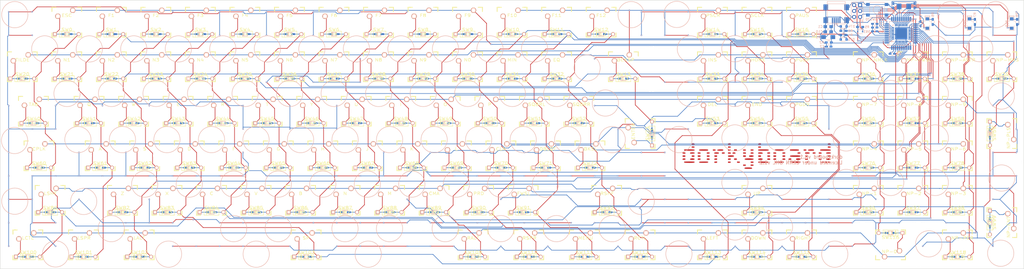
<source format=kicad_pcb>
(kicad_pcb (version 20171130) (host pcbnew "(5.1.12)-1")
  (layers (0 F.Cu signal) (31 B.Cu signal) (34 B.Paste user hide) (35 F.Paste user hide) (36 B.SilkS user hide) (37 F.SilkS user hide) (38 B.Mask user hide) (39 F.Mask user hide) (44 Edge.Cuts user))
  (net 0 "")
  (net 1 /matrix/Row10)
  (net 2 "Net-(D4-Pad2)")
  (net 3 "Net-(D10-Pad2)")
  (net 4 "Net-(D16-Pad2)")
  (net 5 "Net-(D22-Pad2)")
  (net 6 "Net-(D28-Pad2)")
  (net 7 "Net-(D33-Pad2)")
  (net 8 "Net-(D38-Pad2)")
  (net 9 "Net-(D43-Pad2)")
  (net 10 "Net-(D48-Pad2)")
  (net 11 "Net-(D53-Pad2)")
  (net 12 /matrix/Row11)
  (net 13 "Net-(D59-Pad2)")
  (net 14 "Net-(D65-Pad2)")
  (net 15 "Net-(D71-Pad2)")
  (net 16 "Net-(D77-Pad2)")
  (net 17 "Net-(D82-Pad2)")
  (net 18 "Net-(D87-Pad2)")
  (net 19 "Net-(D113-Pad2)")
  (net 20 /matrix/Row8)
  (net 21 "Net-(D5-Pad2)")
  (net 22 "Net-(D11-Pad2)")
  (net 23 "Net-(D23-Pad2)")
  (net 24 "Net-(D29-Pad2)")
  (net 25 "Net-(D34-Pad2)")
  (net 26 "Net-(D39-Pad2)")
  (net 27 "Net-(D44-Pad2)")
  (net 28 "Net-(D49-Pad2)")
  (net 29 "Net-(D54-Pad2)")
  (net 30 /matrix/Row9)
  (net 31 "Net-(D60-Pad2)")
  (net 32 "Net-(D66-Pad2)")
  (net 33 "Net-(D72-Pad2)")
  (net 34 "Net-(D78-Pad2)")
  (net 35 "Net-(D83-Pad2)")
  (net 36 "Net-(D88-Pad2)")
  (net 37 "Net-(D91-Pad2)")
  (net 38 "Net-(D96-Pad2)")
  (net 39 "Net-(D101-Pad2)")
  (net 40 /matrix/Row6)
  (net 41 "Net-(D6-Pad2)")
  (net 42 "Net-(D12-Pad2)")
  (net 43 "Net-(D24-Pad2)")
  (net 44 "Net-(D30-Pad2)")
  (net 45 "Net-(D35-Pad2)")
  (net 46 "Net-(D40-Pad2)")
  (net 47 "Net-(D45-Pad2)")
  (net 48 "Net-(D50-Pad2)")
  (net 49 "Net-(D55-Pad2)")
  (net 50 /matrix/Row7)
  (net 51 "Net-(D61-Pad2)")
  (net 52 "Net-(D67-Pad2)")
  (net 53 "Net-(D73-Pad2)")
  (net 54 "Net-(D84-Pad2)")
  (net 55 "Net-(D89-Pad2)")
  (net 56 "Net-(D92-Pad2)")
  (net 57 "Net-(D97-Pad2)")
  (net 58 "Net-(D102-Pad2)")
  (net 59 /matrix/Row4)
  (net 60 "Net-(D7-Pad2)")
  (net 61 "Net-(D13-Pad2)")
  (net 62 "Net-(D25-Pad2)")
  (net 63 "Net-(D31-Pad2)")
  (net 64 "Net-(D36-Pad2)")
  (net 65 "Net-(D41-Pad2)")
  (net 66 "Net-(D46-Pad2)")
  (net 67 "Net-(D51-Pad2)")
  (net 68 "Net-(D56-Pad2)")
  (net 69 /matrix/Row5)
  (net 70 "Net-(D62-Pad2)")
  (net 71 "Net-(D68-Pad2)")
  (net 72 "Net-(D80-Pad2)")
  (net 73 "Net-(D98-Pad2)")
  (net 74 "Net-(D103-Pad2)")
  (net 75 /matrix/Row2)
  (net 76 "Net-(D8-Pad2)")
  (net 77 "Net-(D14-Pad2)")
  (net 78 "Net-(D20-Pad2)")
  (net 79 "Net-(D26-Pad2)")
  (net 80 "Net-(D32-Pad2)")
  (net 81 "Net-(D37-Pad2)")
  (net 82 "Net-(D42-Pad2)")
  (net 83 "Net-(D47-Pad2)")
  (net 84 "Net-(D52-Pad2)")
  (net 85 "Net-(D57-Pad2)")
  (net 86 /matrix/Row3)
  (net 87 "Net-(D63-Pad2)")
  (net 88 "Net-(D69-Pad2)")
  (net 89 "Net-(D85-Pad2)")
  (net 90 "Net-(D94-Pad2)")
  (net 91 "Net-(D99-Pad2)")
  (net 92 "Net-(D109-Pad2)")
  (net 93 /matrix/Row0)
  (net 94 "Net-(D9-Pad2)")
  (net 95 "Net-(D15-Pad2)")
  (net 96 "Net-(D21-Pad2)")
  (net 97 "Net-(D27-Pad2)")
  (net 98 "Net-(D58-Pad2)")
  (net 99 /matrix/Row1)
  (net 100 "Net-(D64-Pad2)")
  (net 101 "Net-(D70-Pad2)")
  (net 102 "Net-(D76-Pad2)")
  (net 103 "Net-(D86-Pad2)")
  (net 104 "Net-(D90-Pad2)")
  (net 105 "Net-(D100-Pad2)")
  (net 106 "Net-(D0-Pad2)")
  (net 107 "Net-(D1-Pad2)")
  (net 108 "Net-(D2-Pad2)")
  (net 109 "Net-(D3-Pad2)")
  (net 110 "Net-(D110-Pad2)")
  (net 111 "Net-(D111-Pad2)")
  (net 112 "Net-(D112-Pad2)")
  (net 113 "Net-(D114-Pad2)")
  (net 114 "Net-(D115-Pad2)")
  (net 115 "Net-(D116-Pad2)")
  (net 116 "Net-(D118-Pad2)")
  (net 117 /matrix/Col0)
  (net 118 /matrix/Col1)
  (net 119 /matrix/Col2)
  (net 120 /matrix/Col3)
  (net 121 /matrix/Col4)
  (net 122 /matrix/Col5)
  (net 123 /matrix/Col6)
  (net 124 /matrix/Col7)
  (net 125 /matrix/Col8)
  (net 126 /matrix/Col9)
  (net 127 "Net-(D74-Pad1)")
  (net 128 GND)
  (net 129 "Net-(D75-Pad1)")
  (net 130 +5V)
  (net 131 /microcontroller/RESET)
  (net 132 "Net-(C1-Pad1)")
  (net 133 /microcontroller/VUSB)
  (net 134 "Net-(C5-Pad1)")
  (net 135 "Net-(C6-Pad1)")
  (net 136 "Net-(C7-Pad1)")
  (net 137 "Net-(C8-Pad1)")
  (net 138 /microcontroller/MISO)
  (net 139 /matrix/LED1)
  (net 140 /matrix/LED2)
  (net 141 "Net-(R3-Pad2)")
  (net 142 "Net-(R4-Pad2)")
  (net 143 "Net-(D17-Pad1)")
  (net 144 "Net-(D18-Pad1)")
  (net 145 "Net-(D19-Pad1)")
  (net 146 /matrix/LED0)
  (module stitchingVia:stitchingVia (layer F.Cu) (at 90 265)
    (fp_text reference REF**_195 hide)
    (fp_text value stitchingVia hide)
    (pad 1 thru_hole circle (at 0 0) (size 0.6 0.6) (drill 0.4) (layers *.Cu) (net 128 GND))
  )
  (module stitchingVia:stitchingVia (layer F.Cu) (at 110 265)
    (fp_text reference REF**_194 hide)
    (fp_text value stitchingVia hide)
    (pad 1 thru_hole circle (at 0 0) (size 0.6 0.6) (drill 0.4) (layers *.Cu) (net 128 GND))
  )
  (module stitchingVia:stitchingVia (layer F.Cu) (at 160 265)
    (fp_text reference REF**_193 hide)
    (fp_text value stitchingVia hide)
    (pad 1 thru_hole circle (at 0 0) (size 0.6 0.6) (drill 0.4) (layers *.Cu) (net 128 GND))
  )
  (module stitchingVia:stitchingVia (layer F.Cu) (at 170 265)
    (fp_text reference REF**_192 hide)
    (fp_text value stitchingVia hide)
    (pad 1 thru_hole circle (at 0 0) (size 0.6 0.6) (drill 0.4) (layers *.Cu) (net 128 GND))
  )
  (module stitchingVia:stitchingVia (layer F.Cu) (at 180 265)
    (fp_text reference REF**_191 hide)
    (fp_text value stitchingVia hide)
    (pad 1 thru_hole circle (at 0 0) (size 0.6 0.6) (drill 0.4) (layers *.Cu) (net 128 GND))
  )
  (module stitchingVia:stitchingVia (layer F.Cu) (at 190 265)
    (fp_text reference REF**_190 hide)
    (fp_text value stitchingVia hide)
    (pad 1 thru_hole circle (at 0 0) (size 0.6 0.6) (drill 0.4) (layers *.Cu) (net 128 GND))
  )
  (module stitchingVia:stitchingVia (layer F.Cu) (at 200 265)
    (fp_text reference REF**_189 hide)
    (fp_text value stitchingVia hide)
    (pad 1 thru_hole circle (at 0 0) (size 0.6 0.6) (drill 0.4) (layers *.Cu) (net 128 GND))
  )
  (module stitchingVia:stitchingVia (layer F.Cu) (at 210 265)
    (fp_text reference REF**_188 hide)
    (fp_text value stitchingVia hide)
    (pad 1 thru_hole circle (at 0 0) (size 0.6 0.6) (drill 0.4) (layers *.Cu) (net 128 GND))
  )
  (module stitchingVia:stitchingVia (layer F.Cu) (at 230 265)
    (fp_text reference REF**_187 hide)
    (fp_text value stitchingVia hide)
    (pad 1 thru_hole circle (at 0 0) (size 0.6 0.6) (drill 0.4) (layers *.Cu) (net 128 GND))
  )
  (module stitchingVia:stitchingVia (layer F.Cu) (at 240 265)
    (fp_text reference REF**_186 hide)
    (fp_text value stitchingVia hide)
    (pad 1 thru_hole circle (at 0 0) (size 0.6 0.6) (drill 0.4) (layers *.Cu) (net 128 GND))
  )
  (module stitchingVia:stitchingVia (layer F.Cu) (at 250 265)
    (fp_text reference REF**_185 hide)
    (fp_text value stitchingVia hide)
    (pad 1 thru_hole circle (at 0 0) (size 0.6 0.6) (drill 0.4) (layers *.Cu) (net 128 GND))
  )
  (module stitchingVia:stitchingVia (layer F.Cu) (at 260 265)
    (fp_text reference REF**_184 hide)
    (fp_text value stitchingVia hide)
    (pad 1 thru_hole circle (at 0 0) (size 0.6 0.6) (drill 0.4) (layers *.Cu) (net 128 GND))
  )
  (module stitchingVia:stitchingVia (layer F.Cu) (at 270 265)
    (fp_text reference REF**_183 hide)
    (fp_text value stitchingVia hide)
    (pad 1 thru_hole circle (at 0 0) (size 0.6 0.6) (drill 0.4) (layers *.Cu) (net 128 GND))
  )
  (module stitchingVia:stitchingVia (layer F.Cu) (at 280 265)
    (fp_text reference REF**_182 hide)
    (fp_text value stitchingVia hide)
    (pad 1 thru_hole circle (at 0 0) (size 0.6 0.6) (drill 0.4) (layers *.Cu) (net 128 GND))
  )
  (module stitchingVia:stitchingVia (layer F.Cu) (at 300 265)
    (fp_text reference REF**_181 hide)
    (fp_text value stitchingVia hide)
    (pad 1 thru_hole circle (at 0 0) (size 0.6 0.6) (drill 0.4) (layers *.Cu) (net 128 GND))
  )
  (module stitchingVia:stitchingVia (layer F.Cu) (at 320 265)
    (fp_text reference REF**_180 hide)
    (fp_text value stitchingVia hide)
    (pad 1 thru_hole circle (at 0 0) (size 0.6 0.6) (drill 0.4) (layers *.Cu) (net 128 GND))
  )
  (module stitchingVia:stitchingVia (layer F.Cu) (at 350 265)
    (fp_text reference REF**_179 hide)
    (fp_text value stitchingVia hide)
    (pad 1 thru_hole circle (at 0 0) (size 0.6 0.6) (drill 0.4) (layers *.Cu) (net 128 GND))
  )
  (module stitchingVia:stitchingVia (layer F.Cu) (at 370 265)
    (fp_text reference REF**_178 hide)
    (fp_text value stitchingVia hide)
    (pad 1 thru_hole circle (at 0 0) (size 0.6 0.6) (drill 0.4) (layers *.Cu) (net 128 GND))
  )
  (module stitchingVia:stitchingVia (layer F.Cu) (at 380 265)
    (fp_text reference REF**_177 hide)
    (fp_text value stitchingVia hide)
    (pad 1 thru_hole circle (at 0 0) (size 0.6 0.6) (drill 0.4) (layers *.Cu) (net 128 GND))
  )
  (module stitchingVia:stitchingVia (layer F.Cu) (at 400 265)
    (fp_text reference REF**_176 hide)
    (fp_text value stitchingVia hide)
    (pad 1 thru_hole circle (at 0 0) (size 0.6 0.6) (drill 0.4) (layers *.Cu) (net 128 GND))
  )
  (module stitchingVia:stitchingVia (layer F.Cu) (at 420 265)
    (fp_text reference REF**_175 hide)
    (fp_text value stitchingVia hide)
    (pad 1 thru_hole circle (at 0 0) (size 0.6 0.6) (drill 0.4) (layers *.Cu) (net 128 GND))
  )
  (module stitchingVia:stitchingVia (layer F.Cu) (at 440 265)
    (fp_text reference REF**_174 hide)
    (fp_text value stitchingVia hide)
    (pad 1 thru_hole circle (at 0 0) (size 0.6 0.6) (drill 0.4) (layers *.Cu) (net 128 GND))
  )
  (module stitchingVia:stitchingVia (layer F.Cu) (at 450 265)
    (fp_text reference REF**_173 hide)
    (fp_text value stitchingVia hide)
    (pad 1 thru_hole circle (at 0 0) (size 0.6 0.6) (drill 0.4) (layers *.Cu) (net 128 GND))
  )
  (module stitchingVia:stitchingVia (layer F.Cu) (at 480 265)
    (fp_text reference REF**_172 hide)
    (fp_text value stitchingVia hide)
    (pad 1 thru_hole circle (at 0 0) (size 0.6 0.6) (drill 0.4) (layers *.Cu) (net 128 GND))
  )
  (module stitchingVia:stitchingVia (layer F.Cu) (at 510 265)
    (fp_text reference REF**_171 hide)
    (fp_text value stitchingVia hide)
    (pad 1 thru_hole circle (at 0 0) (size 0.6 0.6) (drill 0.4) (layers *.Cu) (net 128 GND))
  )
  (module stitchingVia:stitchingVia (layer F.Cu) (at 520 255)
    (fp_text reference REF**_170 hide)
    (fp_text value stitchingVia hide)
    (pad 1 thru_hole circle (at 0 0) (size 0.6 0.6) (drill 0.4) (layers *.Cu) (net 128 GND))
  )
  (module stitchingVia:stitchingVia (layer F.Cu) (at 490 255)
    (fp_text reference REF**_169 hide)
    (fp_text value stitchingVia hide)
    (pad 1 thru_hole circle (at 0 0) (size 0.6 0.6) (drill 0.4) (layers *.Cu) (net 128 GND))
  )
  (module stitchingVia:stitchingVia (layer F.Cu) (at 470 255)
    (fp_text reference REF**_168 hide)
    (fp_text value stitchingVia hide)
    (pad 1 thru_hole circle (at 0 0) (size 0.6 0.6) (drill 0.4) (layers *.Cu) (net 128 GND))
  )
  (module stitchingVia:stitchingVia (layer F.Cu) (at 460 255)
    (fp_text reference REF**_167 hide)
    (fp_text value stitchingVia hide)
    (pad 1 thru_hole circle (at 0 0) (size 0.6 0.6) (drill 0.4) (layers *.Cu) (net 128 GND))
  )
  (module stitchingVia:stitchingVia (layer F.Cu) (at 450 255)
    (fp_text reference REF**_166 hide)
    (fp_text value stitchingVia hide)
    (pad 1 thru_hole circle (at 0 0) (size 0.6 0.6) (drill 0.4) (layers *.Cu) (net 128 GND))
  )
  (module stitchingVia:stitchingVia (layer F.Cu) (at 440 255)
    (fp_text reference REF**_165 hide)
    (fp_text value stitchingVia hide)
    (pad 1 thru_hole circle (at 0 0) (size 0.6 0.6) (drill 0.4) (layers *.Cu) (net 128 GND))
  )
  (module stitchingVia:stitchingVia (layer F.Cu) (at 430 255)
    (fp_text reference REF**_164 hide)
    (fp_text value stitchingVia hide)
    (pad 1 thru_hole circle (at 0 0) (size 0.6 0.6) (drill 0.4) (layers *.Cu) (net 128 GND))
  )
  (module stitchingVia:stitchingVia (layer F.Cu) (at 420 255)
    (fp_text reference REF**_163 hide)
    (fp_text value stitchingVia hide)
    (pad 1 thru_hole circle (at 0 0) (size 0.6 0.6) (drill 0.4) (layers *.Cu) (net 128 GND))
  )
  (module stitchingVia:stitchingVia (layer F.Cu) (at 400 255)
    (fp_text reference REF**_162 hide)
    (fp_text value stitchingVia hide)
    (pad 1 thru_hole circle (at 0 0) (size 0.6 0.6) (drill 0.4) (layers *.Cu) (net 128 GND))
  )
  (module stitchingVia:stitchingVia (layer F.Cu) (at 390 255)
    (fp_text reference REF**_161 hide)
    (fp_text value stitchingVia hide)
    (pad 1 thru_hole circle (at 0 0) (size 0.6 0.6) (drill 0.4) (layers *.Cu) (net 128 GND))
  )
  (module stitchingVia:stitchingVia (layer F.Cu) (at 380 255)
    (fp_text reference REF**_160 hide)
    (fp_text value stitchingVia hide)
    (pad 1 thru_hole circle (at 0 0) (size 0.6 0.6) (drill 0.4) (layers *.Cu) (net 128 GND))
  )
  (module stitchingVia:stitchingVia (layer F.Cu) (at 370 255)
    (fp_text reference REF**_159 hide)
    (fp_text value stitchingVia hide)
    (pad 1 thru_hole circle (at 0 0) (size 0.6 0.6) (drill 0.4) (layers *.Cu) (net 128 GND))
  )
  (module stitchingVia:stitchingVia (layer F.Cu) (at 360 255)
    (fp_text reference REF**_158 hide)
    (fp_text value stitchingVia hide)
    (pad 1 thru_hole circle (at 0 0) (size 0.6 0.6) (drill 0.4) (layers *.Cu) (net 128 GND))
  )
  (module stitchingVia:stitchingVia (layer F.Cu) (at 350 255)
    (fp_text reference REF**_157 hide)
    (fp_text value stitchingVia hide)
    (pad 1 thru_hole circle (at 0 0) (size 0.6 0.6) (drill 0.4) (layers *.Cu) (net 128 GND))
  )
  (module stitchingVia:stitchingVia (layer F.Cu) (at 340 255)
    (fp_text reference REF**_156 hide)
    (fp_text value stitchingVia hide)
    (pad 1 thru_hole circle (at 0 0) (size 0.6 0.6) (drill 0.4) (layers *.Cu) (net 128 GND))
  )
  (module stitchingVia:stitchingVia (layer F.Cu) (at 330 255)
    (fp_text reference REF**_155 hide)
    (fp_text value stitchingVia hide)
    (pad 1 thru_hole circle (at 0 0) (size 0.6 0.6) (drill 0.4) (layers *.Cu) (net 128 GND))
  )
  (module stitchingVia:stitchingVia (layer F.Cu) (at 320 255)
    (fp_text reference REF**_154 hide)
    (fp_text value stitchingVia hide)
    (pad 1 thru_hole circle (at 0 0) (size 0.6 0.6) (drill 0.4) (layers *.Cu) (net 128 GND))
  )
  (module stitchingVia:stitchingVia (layer F.Cu) (at 310 255)
    (fp_text reference REF**_153 hide)
    (fp_text value stitchingVia hide)
    (pad 1 thru_hole circle (at 0 0) (size 0.6 0.6) (drill 0.4) (layers *.Cu) (net 128 GND))
  )
  (module stitchingVia:stitchingVia (layer F.Cu) (at 290 255)
    (fp_text reference REF**_152 hide)
    (fp_text value stitchingVia hide)
    (pad 1 thru_hole circle (at 0 0) (size 0.6 0.6) (drill 0.4) (layers *.Cu) (net 128 GND))
  )
  (module stitchingVia:stitchingVia (layer F.Cu) (at 270 255)
    (fp_text reference REF**_151 hide)
    (fp_text value stitchingVia hide)
    (pad 1 thru_hole circle (at 0 0) (size 0.6 0.6) (drill 0.4) (layers *.Cu) (net 128 GND))
  )
  (module stitchingVia:stitchingVia (layer F.Cu) (at 260 255)
    (fp_text reference REF**_150 hide)
    (fp_text value stitchingVia hide)
    (pad 1 thru_hole circle (at 0 0) (size 0.6 0.6) (drill 0.4) (layers *.Cu) (net 128 GND))
  )
  (module stitchingVia:stitchingVia (layer F.Cu) (at 250 255)
    (fp_text reference REF**_149 hide)
    (fp_text value stitchingVia hide)
    (pad 1 thru_hole circle (at 0 0) (size 0.6 0.6) (drill 0.4) (layers *.Cu) (net 128 GND))
  )
  (module stitchingVia:stitchingVia (layer F.Cu) (at 240 255)
    (fp_text reference REF**_148 hide)
    (fp_text value stitchingVia hide)
    (pad 1 thru_hole circle (at 0 0) (size 0.6 0.6) (drill 0.4) (layers *.Cu) (net 128 GND))
  )
  (module stitchingVia:stitchingVia (layer F.Cu) (at 230 255)
    (fp_text reference REF**_147 hide)
    (fp_text value stitchingVia hide)
    (pad 1 thru_hole circle (at 0 0) (size 0.6 0.6) (drill 0.4) (layers *.Cu) (net 128 GND))
  )
  (module stitchingVia:stitchingVia (layer F.Cu) (at 220 255)
    (fp_text reference REF**_146 hide)
    (fp_text value stitchingVia hide)
    (pad 1 thru_hole circle (at 0 0) (size 0.6 0.6) (drill 0.4) (layers *.Cu) (net 128 GND))
  )
  (module stitchingVia:stitchingVia (layer F.Cu) (at 210 255)
    (fp_text reference REF**_145 hide)
    (fp_text value stitchingVia hide)
    (pad 1 thru_hole circle (at 0 0) (size 0.6 0.6) (drill 0.4) (layers *.Cu) (net 128 GND))
  )
  (module stitchingVia:stitchingVia (layer F.Cu) (at 200 255)
    (fp_text reference REF**_144 hide)
    (fp_text value stitchingVia hide)
    (pad 1 thru_hole circle (at 0 0) (size 0.6 0.6) (drill 0.4) (layers *.Cu) (net 128 GND))
  )
  (module stitchingVia:stitchingVia (layer F.Cu) (at 190 255)
    (fp_text reference REF**_143 hide)
    (fp_text value stitchingVia hide)
    (pad 1 thru_hole circle (at 0 0) (size 0.6 0.6) (drill 0.4) (layers *.Cu) (net 128 GND))
  )
  (module stitchingVia:stitchingVia (layer F.Cu) (at 180 255)
    (fp_text reference REF**_142 hide)
    (fp_text value stitchingVia hide)
    (pad 1 thru_hole circle (at 0 0) (size 0.6 0.6) (drill 0.4) (layers *.Cu) (net 128 GND))
  )
  (module stitchingVia:stitchingVia (layer F.Cu) (at 160 255)
    (fp_text reference REF**_141 hide)
    (fp_text value stitchingVia hide)
    (pad 1 thru_hole circle (at 0 0) (size 0.6 0.6) (drill 0.4) (layers *.Cu) (net 128 GND))
  )
  (module stitchingVia:stitchingVia (layer F.Cu) (at 150 255)
    (fp_text reference REF**_140 hide)
    (fp_text value stitchingVia hide)
    (pad 1 thru_hole circle (at 0 0) (size 0.6 0.6) (drill 0.4) (layers *.Cu) (net 128 GND))
  )
  (module stitchingVia:stitchingVia (layer F.Cu) (at 140 255)
    (fp_text reference REF**_139 hide)
    (fp_text value stitchingVia hide)
    (pad 1 thru_hole circle (at 0 0) (size 0.6 0.6) (drill 0.4) (layers *.Cu) (net 128 GND))
  )
  (module stitchingVia:stitchingVia (layer F.Cu) (at 110 255)
    (fp_text reference REF**_138 hide)
    (fp_text value stitchingVia hide)
    (pad 1 thru_hole circle (at 0 0) (size 0.6 0.6) (drill 0.4) (layers *.Cu) (net 128 GND))
  )
  (module stitchingVia:stitchingVia (layer F.Cu) (at 100 255)
    (fp_text reference REF**_137 hide)
    (fp_text value stitchingVia hide)
    (pad 1 thru_hole circle (at 0 0) (size 0.6 0.6) (drill 0.4) (layers *.Cu) (net 128 GND))
  )
  (module stitchingVia:stitchingVia (layer F.Cu) (at 90 255)
    (fp_text reference REF**_136 hide)
    (fp_text value stitchingVia hide)
    (pad 1 thru_hole circle (at 0 0) (size 0.6 0.6) (drill 0.4) (layers *.Cu) (net 128 GND))
  )
  (module stitchingVia:stitchingVia (layer F.Cu) (at 90 245)
    (fp_text reference REF**_135 hide)
    (fp_text value stitchingVia hide)
    (pad 1 thru_hole circle (at 0 0) (size 0.6 0.6) (drill 0.4) (layers *.Cu) (net 128 GND))
  )
  (module stitchingVia:stitchingVia (layer F.Cu) (at 100 245)
    (fp_text reference REF**_134 hide)
    (fp_text value stitchingVia hide)
    (pad 1 thru_hole circle (at 0 0) (size 0.6 0.6) (drill 0.4) (layers *.Cu) (net 128 GND))
  )
  (module stitchingVia:stitchingVia (layer F.Cu) (at 120 245)
    (fp_text reference REF**_133 hide)
    (fp_text value stitchingVia hide)
    (pad 1 thru_hole circle (at 0 0) (size 0.6 0.6) (drill 0.4) (layers *.Cu) (net 128 GND))
  )
  (module stitchingVia:stitchingVia (layer F.Cu) (at 150 245)
    (fp_text reference REF**_132 hide)
    (fp_text value stitchingVia hide)
    (pad 1 thru_hole circle (at 0 0) (size 0.6 0.6) (drill 0.4) (layers *.Cu) (net 128 GND))
  )
  (module stitchingVia:stitchingVia (layer F.Cu) (at 260 245)
    (fp_text reference REF**_131 hide)
    (fp_text value stitchingVia hide)
    (pad 1 thru_hole circle (at 0 0) (size 0.6 0.6) (drill 0.4) (layers *.Cu) (net 128 GND))
  )
  (module stitchingVia:stitchingVia (layer F.Cu) (at 300 245)
    (fp_text reference REF**_130 hide)
    (fp_text value stitchingVia hide)
    (pad 1 thru_hole circle (at 0 0) (size 0.6 0.6) (drill 0.4) (layers *.Cu) (net 128 GND))
  )
  (module stitchingVia:stitchingVia (layer F.Cu) (at 330 245)
    (fp_text reference REF**_129 hide)
    (fp_text value stitchingVia hide)
    (pad 1 thru_hole circle (at 0 0) (size 0.6 0.6) (drill 0.4) (layers *.Cu) (net 128 GND))
  )
  (module stitchingVia:stitchingVia (layer F.Cu) (at 360 245)
    (fp_text reference REF**_128 hide)
    (fp_text value stitchingVia hide)
    (pad 1 thru_hole circle (at 0 0) (size 0.6 0.6) (drill 0.4) (layers *.Cu) (net 128 GND))
  )
  (module stitchingVia:stitchingVia (layer F.Cu) (at 370 245)
    (fp_text reference REF**_127 hide)
    (fp_text value stitchingVia hide)
    (pad 1 thru_hole circle (at 0 0) (size 0.6 0.6) (drill 0.4) (layers *.Cu) (net 128 GND))
  )
  (module stitchingVia:stitchingVia (layer F.Cu) (at 380 245)
    (fp_text reference REF**_126 hide)
    (fp_text value stitchingVia hide)
    (pad 1 thru_hole circle (at 0 0) (size 0.6 0.6) (drill 0.4) (layers *.Cu) (net 128 GND))
  )
  (module stitchingVia:stitchingVia (layer F.Cu) (at 390 245)
    (fp_text reference REF**_125 hide)
    (fp_text value stitchingVia hide)
    (pad 1 thru_hole circle (at 0 0) (size 0.6 0.6) (drill 0.4) (layers *.Cu) (net 128 GND))
  )
  (module stitchingVia:stitchingVia (layer F.Cu) (at 400 245)
    (fp_text reference REF**_124 hide)
    (fp_text value stitchingVia hide)
    (pad 1 thru_hole circle (at 0 0) (size 0.6 0.6) (drill 0.4) (layers *.Cu) (net 128 GND))
  )
  (module stitchingVia:stitchingVia (layer F.Cu) (at 420 245)
    (fp_text reference REF**_123 hide)
    (fp_text value stitchingVia hide)
    (pad 1 thru_hole circle (at 0 0) (size 0.6 0.6) (drill 0.4) (layers *.Cu) (net 128 GND))
  )
  (module stitchingVia:stitchingVia (layer F.Cu) (at 430 245)
    (fp_text reference REF**_122 hide)
    (fp_text value stitchingVia hide)
    (pad 1 thru_hole circle (at 0 0) (size 0.6 0.6) (drill 0.4) (layers *.Cu) (net 128 GND))
  )
  (module stitchingVia:stitchingVia (layer F.Cu) (at 440 245)
    (fp_text reference REF**_121 hide)
    (fp_text value stitchingVia hide)
    (pad 1 thru_hole circle (at 0 0) (size 0.6 0.6) (drill 0.4) (layers *.Cu) (net 128 GND))
  )
  (module stitchingVia:stitchingVia (layer F.Cu) (at 450 245)
    (fp_text reference REF**_120 hide)
    (fp_text value stitchingVia hide)
    (pad 1 thru_hole circle (at 0 0) (size 0.6 0.6) (drill 0.4) (layers *.Cu) (net 128 GND))
  )
  (module stitchingVia:stitchingVia (layer F.Cu) (at 460 245)
    (fp_text reference REF**_119 hide)
    (fp_text value stitchingVia hide)
    (pad 1 thru_hole circle (at 0 0) (size 0.6 0.6) (drill 0.4) (layers *.Cu) (net 128 GND))
  )
  (module stitchingVia:stitchingVia (layer F.Cu) (at 510 245)
    (fp_text reference REF**_118 hide)
    (fp_text value stitchingVia hide)
    (pad 1 thru_hole circle (at 0 0) (size 0.6 0.6) (drill 0.4) (layers *.Cu) (net 128 GND))
  )
  (module stitchingVia:stitchingVia (layer F.Cu) (at 520 235)
    (fp_text reference REF**_117 hide)
    (fp_text value stitchingVia hide)
    (pad 1 thru_hole circle (at 0 0) (size 0.6 0.6) (drill 0.4) (layers *.Cu) (net 128 GND))
  )
  (module stitchingVia:stitchingVia (layer F.Cu) (at 510 235)
    (fp_text reference REF**_116 hide)
    (fp_text value stitchingVia hide)
    (pad 1 thru_hole circle (at 0 0) (size 0.6 0.6) (drill 0.4) (layers *.Cu) (net 128 GND))
  )
  (module stitchingVia:stitchingVia (layer F.Cu) (at 490 235)
    (fp_text reference REF**_115 hide)
    (fp_text value stitchingVia hide)
    (pad 1 thru_hole circle (at 0 0) (size 0.6 0.6) (drill 0.4) (layers *.Cu) (net 128 GND))
  )
  (module stitchingVia:stitchingVia (layer F.Cu) (at 470 235)
    (fp_text reference REF**_114 hide)
    (fp_text value stitchingVia hide)
    (pad 1 thru_hole circle (at 0 0) (size 0.6 0.6) (drill 0.4) (layers *.Cu) (net 128 GND))
  )
  (module stitchingVia:stitchingVia (layer F.Cu) (at 460 235)
    (fp_text reference REF**_113 hide)
    (fp_text value stitchingVia hide)
    (pad 1 thru_hole circle (at 0 0) (size 0.6 0.6) (drill 0.4) (layers *.Cu) (net 128 GND))
  )
  (module stitchingVia:stitchingVia (layer F.Cu) (at 450 235)
    (fp_text reference REF**_112 hide)
    (fp_text value stitchingVia hide)
    (pad 1 thru_hole circle (at 0 0) (size 0.6 0.6) (drill 0.4) (layers *.Cu) (net 128 GND))
  )
  (module stitchingVia:stitchingVia (layer F.Cu) (at 370 235)
    (fp_text reference REF**_111 hide)
    (fp_text value stitchingVia hide)
    (pad 1 thru_hole circle (at 0 0) (size 0.6 0.6) (drill 0.4) (layers *.Cu) (net 128 GND))
  )
  (module stitchingVia:stitchingVia (layer F.Cu) (at 360 235)
    (fp_text reference REF**_110 hide)
    (fp_text value stitchingVia hide)
    (pad 1 thru_hole circle (at 0 0) (size 0.6 0.6) (drill 0.4) (layers *.Cu) (net 128 GND))
  )
  (module stitchingVia:stitchingVia (layer F.Cu) (at 350 235)
    (fp_text reference REF**_109 hide)
    (fp_text value stitchingVia hide)
    (pad 1 thru_hole circle (at 0 0) (size 0.6 0.6) (drill 0.4) (layers *.Cu) (net 128 GND))
  )
  (module stitchingVia:stitchingVia (layer F.Cu) (at 340 235)
    (fp_text reference REF**_108 hide)
    (fp_text value stitchingVia hide)
    (pad 1 thru_hole circle (at 0 0) (size 0.6 0.6) (drill 0.4) (layers *.Cu) (net 128 GND))
  )
  (module stitchingVia:stitchingVia (layer F.Cu) (at 330 235)
    (fp_text reference REF**_107 hide)
    (fp_text value stitchingVia hide)
    (pad 1 thru_hole circle (at 0 0) (size 0.6 0.6) (drill 0.4) (layers *.Cu) (net 128 GND))
  )
  (module stitchingVia:stitchingVia (layer F.Cu) (at 320 235)
    (fp_text reference REF**_106 hide)
    (fp_text value stitchingVia hide)
    (pad 1 thru_hole circle (at 0 0) (size 0.6 0.6) (drill 0.4) (layers *.Cu) (net 128 GND))
  )
  (module stitchingVia:stitchingVia (layer F.Cu) (at 310 235)
    (fp_text reference REF**_105 hide)
    (fp_text value stitchingVia hide)
    (pad 1 thru_hole circle (at 0 0) (size 0.6 0.6) (drill 0.4) (layers *.Cu) (net 128 GND))
  )
  (module stitchingVia:stitchingVia (layer F.Cu) (at 300 235)
    (fp_text reference REF**_104 hide)
    (fp_text value stitchingVia hide)
    (pad 1 thru_hole circle (at 0 0) (size 0.6 0.6) (drill 0.4) (layers *.Cu) (net 128 GND))
  )
  (module stitchingVia:stitchingVia (layer F.Cu) (at 290 235)
    (fp_text reference REF**_103 hide)
    (fp_text value stitchingVia hide)
    (pad 1 thru_hole circle (at 0 0) (size 0.6 0.6) (drill 0.4) (layers *.Cu) (net 128 GND))
  )
  (module stitchingVia:stitchingVia (layer F.Cu) (at 280 235)
    (fp_text reference REF**_102 hide)
    (fp_text value stitchingVia hide)
    (pad 1 thru_hole circle (at 0 0) (size 0.6 0.6) (drill 0.4) (layers *.Cu) (net 128 GND))
  )
  (module stitchingVia:stitchingVia (layer F.Cu) (at 270 235)
    (fp_text reference REF**_101 hide)
    (fp_text value stitchingVia hide)
    (pad 1 thru_hole circle (at 0 0) (size 0.6 0.6) (drill 0.4) (layers *.Cu) (net 128 GND))
  )
  (module stitchingVia:stitchingVia (layer F.Cu) (at 260 235)
    (fp_text reference REF**_100 hide)
    (fp_text value stitchingVia hide)
    (pad 1 thru_hole circle (at 0 0) (size 0.6 0.6) (drill 0.4) (layers *.Cu) (net 128 GND))
  )
  (module stitchingVia:stitchingVia (layer F.Cu) (at 250 235)
    (fp_text reference REF**_99 hide)
    (fp_text value stitchingVia hide)
    (pad 1 thru_hole circle (at 0 0) (size 0.6 0.6) (drill 0.4) (layers *.Cu) (net 128 GND))
  )
  (module stitchingVia:stitchingVia (layer F.Cu) (at 240 235)
    (fp_text reference REF**_98 hide)
    (fp_text value stitchingVia hide)
    (pad 1 thru_hole circle (at 0 0) (size 0.6 0.6) (drill 0.4) (layers *.Cu) (net 128 GND))
  )
  (module stitchingVia:stitchingVia (layer F.Cu) (at 230 235)
    (fp_text reference REF**_97 hide)
    (fp_text value stitchingVia hide)
    (pad 1 thru_hole circle (at 0 0) (size 0.6 0.6) (drill 0.4) (layers *.Cu) (net 128 GND))
  )
  (module stitchingVia:stitchingVia (layer F.Cu) (at 220 235)
    (fp_text reference REF**_96 hide)
    (fp_text value stitchingVia hide)
    (pad 1 thru_hole circle (at 0 0) (size 0.6 0.6) (drill 0.4) (layers *.Cu) (net 128 GND))
  )
  (module stitchingVia:stitchingVia (layer F.Cu) (at 200 235)
    (fp_text reference REF**_95 hide)
    (fp_text value stitchingVia hide)
    (pad 1 thru_hole circle (at 0 0) (size 0.6 0.6) (drill 0.4) (layers *.Cu) (net 128 GND))
  )
  (module stitchingVia:stitchingVia (layer F.Cu) (at 190 235)
    (fp_text reference REF**_94 hide)
    (fp_text value stitchingVia hide)
    (pad 1 thru_hole circle (at 0 0) (size 0.6 0.6) (drill 0.4) (layers *.Cu) (net 128 GND))
  )
  (module stitchingVia:stitchingVia (layer F.Cu) (at 180 235)
    (fp_text reference REF**_93 hide)
    (fp_text value stitchingVia hide)
    (pad 1 thru_hole circle (at 0 0) (size 0.6 0.6) (drill 0.4) (layers *.Cu) (net 128 GND))
  )
  (module stitchingVia:stitchingVia (layer F.Cu) (at 170 235)
    (fp_text reference REF**_92 hide)
    (fp_text value stitchingVia hide)
    (pad 1 thru_hole circle (at 0 0) (size 0.6 0.6) (drill 0.4) (layers *.Cu) (net 128 GND))
  )
  (module stitchingVia:stitchingVia (layer F.Cu) (at 160 235)
    (fp_text reference REF**_91 hide)
    (fp_text value stitchingVia hide)
    (pad 1 thru_hole circle (at 0 0) (size 0.6 0.6) (drill 0.4) (layers *.Cu) (net 128 GND))
  )
  (module stitchingVia:stitchingVia (layer F.Cu) (at 150 235)
    (fp_text reference REF**_90 hide)
    (fp_text value stitchingVia hide)
    (pad 1 thru_hole circle (at 0 0) (size 0.6 0.6) (drill 0.4) (layers *.Cu) (net 128 GND))
  )
  (module stitchingVia:stitchingVia (layer F.Cu) (at 140 235)
    (fp_text reference REF**_89 hide)
    (fp_text value stitchingVia hide)
    (pad 1 thru_hole circle (at 0 0) (size 0.6 0.6) (drill 0.4) (layers *.Cu) (net 128 GND))
  )
  (module stitchingVia:stitchingVia (layer F.Cu) (at 130 235)
    (fp_text reference REF**_88 hide)
    (fp_text value stitchingVia hide)
    (pad 1 thru_hole circle (at 0 0) (size 0.6 0.6) (drill 0.4) (layers *.Cu) (net 128 GND))
  )
  (module stitchingVia:stitchingVia (layer F.Cu) (at 120 235)
    (fp_text reference REF**_87 hide)
    (fp_text value stitchingVia hide)
    (pad 1 thru_hole circle (at 0 0) (size 0.6 0.6) (drill 0.4) (layers *.Cu) (net 128 GND))
  )
  (module stitchingVia:stitchingVia (layer F.Cu) (at 110 235)
    (fp_text reference REF**_86 hide)
    (fp_text value stitchingVia hide)
    (pad 1 thru_hole circle (at 0 0) (size 0.6 0.6) (drill 0.4) (layers *.Cu) (net 128 GND))
  )
  (module stitchingVia:stitchingVia (layer F.Cu) (at 100 235)
    (fp_text reference REF**_85 hide)
    (fp_text value stitchingVia hide)
    (pad 1 thru_hole circle (at 0 0) (size 0.6 0.6) (drill 0.4) (layers *.Cu) (net 128 GND))
  )
  (module stitchingVia:stitchingVia (layer F.Cu) (at 90 235)
    (fp_text reference REF**_84 hide)
    (fp_text value stitchingVia hide)
    (pad 1 thru_hole circle (at 0 0) (size 0.6 0.6) (drill 0.4) (layers *.Cu) (net 128 GND))
  )
  (module stitchingVia:stitchingVia (layer F.Cu) (at 90 225)
    (fp_text reference REF**_83 hide)
    (fp_text value stitchingVia hide)
    (pad 1 thru_hole circle (at 0 0) (size 0.6 0.6) (drill 0.4) (layers *.Cu) (net 128 GND))
  )
  (module stitchingVia:stitchingVia (layer F.Cu) (at 120 225)
    (fp_text reference REF**_82 hide)
    (fp_text value stitchingVia hide)
    (pad 1 thru_hole circle (at 0 0) (size 0.6 0.6) (drill 0.4) (layers *.Cu) (net 128 GND))
  )
  (module stitchingVia:stitchingVia (layer F.Cu) (at 140 225)
    (fp_text reference REF**_81 hide)
    (fp_text value stitchingVia hide)
    (pad 1 thru_hole circle (at 0 0) (size 0.6 0.6) (drill 0.4) (layers *.Cu) (net 128 GND))
  )
  (module stitchingVia:stitchingVia (layer F.Cu) (at 190 225)
    (fp_text reference REF**_80 hide)
    (fp_text value stitchingVia hide)
    (pad 1 thru_hole circle (at 0 0) (size 0.6 0.6) (drill 0.4) (layers *.Cu) (net 128 GND))
  )
  (module stitchingVia:stitchingVia (layer F.Cu) (at 250 225)
    (fp_text reference REF**_79 hide)
    (fp_text value stitchingVia hide)
    (pad 1 thru_hole circle (at 0 0) (size 0.6 0.6) (drill 0.4) (layers *.Cu) (net 128 GND))
  )
  (module stitchingVia:stitchingVia (layer F.Cu) (at 270 225)
    (fp_text reference REF**_78 hide)
    (fp_text value stitchingVia hide)
    (pad 1 thru_hole circle (at 0 0) (size 0.6 0.6) (drill 0.4) (layers *.Cu) (net 128 GND))
  )
  (module stitchingVia:stitchingVia (layer F.Cu) (at 290 225)
    (fp_text reference REF**_77 hide)
    (fp_text value stitchingVia hide)
    (pad 1 thru_hole circle (at 0 0) (size 0.6 0.6) (drill 0.4) (layers *.Cu) (net 128 GND))
  )
  (module stitchingVia:stitchingVia (layer F.Cu) (at 310 225)
    (fp_text reference REF**_76 hide)
    (fp_text value stitchingVia hide)
    (pad 1 thru_hole circle (at 0 0) (size 0.6 0.6) (drill 0.4) (layers *.Cu) (net 128 GND))
  )
  (module stitchingVia:stitchingVia (layer F.Cu) (at 330 225)
    (fp_text reference REF**_75 hide)
    (fp_text value stitchingVia hide)
    (pad 1 thru_hole circle (at 0 0) (size 0.6 0.6) (drill 0.4) (layers *.Cu) (net 128 GND))
  )
  (module stitchingVia:stitchingVia (layer F.Cu) (at 350 225)
    (fp_text reference REF**_74 hide)
    (fp_text value stitchingVia hide)
    (pad 1 thru_hole circle (at 0 0) (size 0.6 0.6) (drill 0.4) (layers *.Cu) (net 128 GND))
  )
  (module stitchingVia:stitchingVia (layer F.Cu) (at 360 225)
    (fp_text reference REF**_73 hide)
    (fp_text value stitchingVia hide)
    (pad 1 thru_hole circle (at 0 0) (size 0.6 0.6) (drill 0.4) (layers *.Cu) (net 128 GND))
  )
  (module stitchingVia:stitchingVia (layer F.Cu) (at 370 225)
    (fp_text reference REF**_72 hide)
    (fp_text value stitchingVia hide)
    (pad 1 thru_hole circle (at 0 0) (size 0.6 0.6) (drill 0.4) (layers *.Cu) (net 128 GND))
  )
  (module stitchingVia:stitchingVia (layer F.Cu) (at 510 225)
    (fp_text reference REF**_71 hide)
    (fp_text value stitchingVia hide)
    (pad 1 thru_hole circle (at 0 0) (size 0.6 0.6) (drill 0.4) (layers *.Cu) (net 128 GND))
  )
  (module stitchingVia:stitchingVia (layer F.Cu) (at 520 225)
    (fp_text reference REF**_70 hide)
    (fp_text value stitchingVia hide)
    (pad 1 thru_hole circle (at 0 0) (size 0.6 0.6) (drill 0.4) (layers *.Cu) (net 128 GND))
  )
  (module stitchingVia:stitchingVia (layer F.Cu) (at 520 215)
    (fp_text reference REF**_69 hide)
    (fp_text value stitchingVia hide)
    (pad 1 thru_hole circle (at 0 0) (size 0.6 0.6) (drill 0.4) (layers *.Cu) (net 128 GND))
  )
  (module stitchingVia:stitchingVia (layer F.Cu) (at 440 215)
    (fp_text reference REF**_68 hide)
    (fp_text value stitchingVia hide)
    (pad 1 thru_hole circle (at 0 0) (size 0.6 0.6) (drill 0.4) (layers *.Cu) (net 128 GND))
  )
  (module stitchingVia:stitchingVia (layer F.Cu) (at 380 215)
    (fp_text reference REF**_67 hide)
    (fp_text value stitchingVia hide)
    (pad 1 thru_hole circle (at 0 0) (size 0.6 0.6) (drill 0.4) (layers *.Cu) (net 128 GND))
  )
  (module stitchingVia:stitchingVia (layer F.Cu) (at 370 215)
    (fp_text reference REF**_66 hide)
    (fp_text value stitchingVia hide)
    (pad 1 thru_hole circle (at 0 0) (size 0.6 0.6) (drill 0.4) (layers *.Cu) (net 128 GND))
  )
  (module stitchingVia:stitchingVia (layer F.Cu) (at 350 215)
    (fp_text reference REF**_65 hide)
    (fp_text value stitchingVia hide)
    (pad 1 thru_hole circle (at 0 0) (size 0.6 0.6) (drill 0.4) (layers *.Cu) (net 128 GND))
  )
  (module stitchingVia:stitchingVia (layer F.Cu) (at 230 215)
    (fp_text reference REF**_64 hide)
    (fp_text value stitchingVia hide)
    (pad 1 thru_hole circle (at 0 0) (size 0.6 0.6) (drill 0.4) (layers *.Cu) (net 128 GND))
  )
  (module stitchingVia:stitchingVia (layer F.Cu) (at 210 215)
    (fp_text reference REF**_63 hide)
    (fp_text value stitchingVia hide)
    (pad 1 thru_hole circle (at 0 0) (size 0.6 0.6) (drill 0.4) (layers *.Cu) (net 128 GND))
  )
  (module stitchingVia:stitchingVia (layer F.Cu) (at 190 215)
    (fp_text reference REF**_62 hide)
    (fp_text value stitchingVia hide)
    (pad 1 thru_hole circle (at 0 0) (size 0.6 0.6) (drill 0.4) (layers *.Cu) (net 128 GND))
  )
  (module stitchingVia:stitchingVia (layer F.Cu) (at 110 215)
    (fp_text reference REF**_61 hide)
    (fp_text value stitchingVia hide)
    (pad 1 thru_hole circle (at 0 0) (size 0.6 0.6) (drill 0.4) (layers *.Cu) (net 128 GND))
  )
  (module stitchingVia:stitchingVia (layer F.Cu) (at 100 215)
    (fp_text reference REF**_60 hide)
    (fp_text value stitchingVia hide)
    (pad 1 thru_hole circle (at 0 0) (size 0.6 0.6) (drill 0.4) (layers *.Cu) (net 128 GND))
  )
  (module stitchingVia:stitchingVia (layer F.Cu) (at 90 215)
    (fp_text reference REF**_59 hide)
    (fp_text value stitchingVia hide)
    (pad 1 thru_hole circle (at 0 0) (size 0.6 0.6) (drill 0.4) (layers *.Cu) (net 128 GND))
  )
  (module stitchingVia:stitchingVia (layer F.Cu) (at 90 205)
    (fp_text reference REF**_58 hide)
    (fp_text value stitchingVia hide)
    (pad 1 thru_hole circle (at 0 0) (size 0.6 0.6) (drill 0.4) (layers *.Cu) (net 128 GND))
  )
  (module stitchingVia:stitchingVia (layer F.Cu) (at 110 205)
    (fp_text reference REF**_57 hide)
    (fp_text value stitchingVia hide)
    (pad 1 thru_hole circle (at 0 0) (size 0.6 0.6) (drill 0.4) (layers *.Cu) (net 128 GND))
  )
  (module stitchingVia:stitchingVia (layer F.Cu) (at 130 205)
    (fp_text reference REF**_56 hide)
    (fp_text value stitchingVia hide)
    (pad 1 thru_hole circle (at 0 0) (size 0.6 0.6) (drill 0.4) (layers *.Cu) (net 128 GND))
  )
  (module stitchingVia:stitchingVia (layer F.Cu) (at 150 205)
    (fp_text reference REF**_55 hide)
    (fp_text value stitchingVia hide)
    (pad 1 thru_hole circle (at 0 0) (size 0.6 0.6) (drill 0.4) (layers *.Cu) (net 128 GND))
  )
  (module stitchingVia:stitchingVia (layer F.Cu) (at 170 205)
    (fp_text reference REF**_54 hide)
    (fp_text value stitchingVia hide)
    (pad 1 thru_hole circle (at 0 0) (size 0.6 0.6) (drill 0.4) (layers *.Cu) (net 128 GND))
  )
  (module stitchingVia:stitchingVia (layer F.Cu) (at 190 205)
    (fp_text reference REF**_53 hide)
    (fp_text value stitchingVia hide)
    (pad 1 thru_hole circle (at 0 0) (size 0.6 0.6) (drill 0.4) (layers *.Cu) (net 128 GND))
  )
  (module stitchingVia:stitchingVia (layer F.Cu) (at 210 205)
    (fp_text reference REF**_52 hide)
    (fp_text value stitchingVia hide)
    (pad 1 thru_hole circle (at 0 0) (size 0.6 0.6) (drill 0.4) (layers *.Cu) (net 128 GND))
  )
  (module stitchingVia:stitchingVia (layer F.Cu) (at 230 205)
    (fp_text reference REF**_51 hide)
    (fp_text value stitchingVia hide)
    (pad 1 thru_hole circle (at 0 0) (size 0.6 0.6) (drill 0.4) (layers *.Cu) (net 128 GND))
  )
  (module stitchingVia:stitchingVia (layer F.Cu) (at 340 205)
    (fp_text reference REF**_50 hide)
    (fp_text value stitchingVia hide)
    (pad 1 thru_hole circle (at 0 0) (size 0.6 0.6) (drill 0.4) (layers *.Cu) (net 128 GND))
  )
  (module stitchingVia:stitchingVia (layer F.Cu) (at 380 205)
    (fp_text reference REF**_49 hide)
    (fp_text value stitchingVia hide)
    (pad 1 thru_hole circle (at 0 0) (size 0.6 0.6) (drill 0.4) (layers *.Cu) (net 128 GND))
  )
  (module stitchingVia:stitchingVia (layer F.Cu) (at 400 205)
    (fp_text reference REF**_48 hide)
    (fp_text value stitchingVia hide)
    (pad 1 thru_hole circle (at 0 0) (size 0.6 0.6) (drill 0.4) (layers *.Cu) (net 128 GND))
  )
  (module stitchingVia:stitchingVia (layer F.Cu) (at 420 205)
    (fp_text reference REF**_47 hide)
    (fp_text value stitchingVia hide)
    (pad 1 thru_hole circle (at 0 0) (size 0.6 0.6) (drill 0.4) (layers *.Cu) (net 128 GND))
  )
  (module stitchingVia:stitchingVia (layer F.Cu) (at 440 205)
    (fp_text reference REF**_46 hide)
    (fp_text value stitchingVia hide)
    (pad 1 thru_hole circle (at 0 0) (size 0.6 0.6) (drill 0.4) (layers *.Cu) (net 128 GND))
  )
  (module stitchingVia:stitchingVia (layer F.Cu) (at 510 205)
    (fp_text reference REF**_45 hide)
    (fp_text value stitchingVia hide)
    (pad 1 thru_hole circle (at 0 0) (size 0.6 0.6) (drill 0.4) (layers *.Cu) (net 128 GND))
  )
  (module stitchingVia:stitchingVia (layer F.Cu) (at 420 195)
    (fp_text reference REF**_44 hide)
    (fp_text value stitchingVia hide)
    (pad 1 thru_hole circle (at 0 0) (size 0.6 0.6) (drill 0.4) (layers *.Cu) (net 128 GND))
  )
  (module stitchingVia:stitchingVia (layer F.Cu) (at 400 195)
    (fp_text reference REF**_43 hide)
    (fp_text value stitchingVia hide)
    (pad 1 thru_hole circle (at 0 0) (size 0.6 0.6) (drill 0.4) (layers *.Cu) (net 128 GND))
  )
  (module stitchingVia:stitchingVia (layer F.Cu) (at 380 195)
    (fp_text reference REF**_42 hide)
    (fp_text value stitchingVia hide)
    (pad 1 thru_hole circle (at 0 0) (size 0.6 0.6) (drill 0.4) (layers *.Cu) (net 128 GND))
  )
  (module stitchingVia:stitchingVia (layer F.Cu) (at 370 195)
    (fp_text reference REF**_41 hide)
    (fp_text value stitchingVia hide)
    (pad 1 thru_hole circle (at 0 0) (size 0.6 0.6) (drill 0.4) (layers *.Cu) (net 128 GND))
  )
  (module stitchingVia:stitchingVia (layer F.Cu) (at 240 195)
    (fp_text reference REF**_40 hide)
    (fp_text value stitchingVia hide)
    (pad 1 thru_hole circle (at 0 0) (size 0.6 0.6) (drill 0.4) (layers *.Cu) (net 128 GND))
  )
  (module stitchingVia:stitchingVia (layer F.Cu) (at 220 195)
    (fp_text reference REF**_39 hide)
    (fp_text value stitchingVia hide)
    (pad 1 thru_hole circle (at 0 0) (size 0.6 0.6) (drill 0.4) (layers *.Cu) (net 128 GND))
  )
  (module stitchingVia:stitchingVia (layer F.Cu) (at 200 195)
    (fp_text reference REF**_38 hide)
    (fp_text value stitchingVia hide)
    (pad 1 thru_hole circle (at 0 0) (size 0.6 0.6) (drill 0.4) (layers *.Cu) (net 128 GND))
  )
  (module stitchingVia:stitchingVia (layer F.Cu) (at 240 185)
    (fp_text reference REF**_37 hide)
    (fp_text value stitchingVia hide)
    (pad 1 thru_hole circle (at 0 0) (size 0.6 0.6) (drill 0.4) (layers *.Cu) (net 128 GND))
  )
  (module stitchingVia:stitchingVia (layer F.Cu) (at 340 185)
    (fp_text reference REF**_36 hide)
    (fp_text value stitchingVia hide)
    (pad 1 thru_hole circle (at 0 0) (size 0.6 0.6) (drill 0.4) (layers *.Cu) (net 128 GND))
  )
  (module stitchingVia:stitchingVia (layer F.Cu) (at 400 185)
    (fp_text reference REF**_35 hide)
    (fp_text value stitchingVia hide)
    (pad 1 thru_hole circle (at 0 0) (size 0.6 0.6) (drill 0.4) (layers *.Cu) (net 128 GND))
  )
  (module stitchingVia:stitchingVia (layer F.Cu) (at 420 185)
    (fp_text reference REF**_34 hide)
    (fp_text value stitchingVia hide)
    (pad 1 thru_hole circle (at 0 0) (size 0.6 0.6) (drill 0.4) (layers *.Cu) (net 128 GND))
  )
  (module stitchingVia:stitchingVia (layer F.Cu) (at 440 185)
    (fp_text reference REF**_33 hide)
    (fp_text value stitchingVia hide)
    (pad 1 thru_hole circle (at 0 0) (size 0.6 0.6) (drill 0.4) (layers *.Cu) (net 128 GND))
  )
  (module stitchingVia:stitchingVia (layer F.Cu) (at 520 185)
    (fp_text reference REF**_32 hide)
    (fp_text value stitchingVia hide)
    (pad 1 thru_hole circle (at 0 0) (size 0.6 0.6) (drill 0.4) (layers *.Cu) (net 128 GND))
  )
  (module stitchingVia:stitchingVia (layer F.Cu) (at 520 175)
    (fp_text reference REF**_31 hide)
    (fp_text value stitchingVia hide)
    (pad 1 thru_hole circle (at 0 0) (size 0.6 0.6) (drill 0.4) (layers *.Cu) (net 128 GND))
  )
  (module stitchingVia:stitchingVia (layer F.Cu) (at 510 175)
    (fp_text reference REF**_30 hide)
    (fp_text value stitchingVia hide)
    (pad 1 thru_hole circle (at 0 0) (size 0.6 0.6) (drill 0.4) (layers *.Cu) (net 128 GND))
  )
  (module stitchingVia:stitchingVia (layer F.Cu) (at 500 175)
    (fp_text reference REF**_29 hide)
    (fp_text value stitchingVia hide)
    (pad 1 thru_hole circle (at 0 0) (size 0.6 0.6) (drill 0.4) (layers *.Cu) (net 128 GND))
  )
  (module stitchingVia:stitchingVia (layer F.Cu) (at 490 175)
    (fp_text reference REF**_28 hide)
    (fp_text value stitchingVia hide)
    (pad 1 thru_hole circle (at 0 0) (size 0.6 0.6) (drill 0.4) (layers *.Cu) (net 128 GND))
  )
  (module stitchingVia:stitchingVia (layer F.Cu) (at 420 175)
    (fp_text reference REF**_27 hide)
    (fp_text value stitchingVia hide)
    (pad 1 thru_hole circle (at 0 0) (size 0.6 0.6) (drill 0.4) (layers *.Cu) (net 128 GND))
  )
  (module stitchingVia:stitchingVia (layer F.Cu) (at 400 175)
    (fp_text reference REF**_26 hide)
    (fp_text value stitchingVia hide)
    (pad 1 thru_hole circle (at 0 0) (size 0.6 0.6) (drill 0.4) (layers *.Cu) (net 128 GND))
  )
  (module stitchingVia:stitchingVia (layer F.Cu) (at 380 175)
    (fp_text reference REF**_25 hide)
    (fp_text value stitchingVia hide)
    (pad 1 thru_hole circle (at 0 0) (size 0.6 0.6) (drill 0.4) (layers *.Cu) (net 128 GND))
  )
  (module stitchingVia:stitchingVia (layer F.Cu) (at 370 175)
    (fp_text reference REF**_24 hide)
    (fp_text value stitchingVia hide)
    (pad 1 thru_hole circle (at 0 0) (size 0.6 0.6) (drill 0.4) (layers *.Cu) (net 128 GND))
  )
  (module stitchingVia:stitchingVia (layer F.Cu) (at 360 175)
    (fp_text reference REF**_23 hide)
    (fp_text value stitchingVia hide)
    (pad 1 thru_hole circle (at 0 0) (size 0.6 0.6) (drill 0.4) (layers *.Cu) (net 128 GND))
  )
  (module stitchingVia:stitchingVia (layer F.Cu) (at 220 175)
    (fp_text reference REF**_22 hide)
    (fp_text value stitchingVia hide)
    (pad 1 thru_hole circle (at 0 0) (size 0.6 0.6) (drill 0.4) (layers *.Cu) (net 128 GND))
  )
  (module stitchingVia:stitchingVia (layer F.Cu) (at 200 175)
    (fp_text reference REF**_21 hide)
    (fp_text value stitchingVia hide)
    (pad 1 thru_hole circle (at 0 0) (size 0.6 0.6) (drill 0.4) (layers *.Cu) (net 128 GND))
  )
  (module stitchingVia:stitchingVia (layer F.Cu) (at 180 175)
    (fp_text reference REF**_20 hide)
    (fp_text value stitchingVia hide)
    (pad 1 thru_hole circle (at 0 0) (size 0.6 0.6) (drill 0.4) (layers *.Cu) (net 128 GND))
  )
  (module stitchingVia:stitchingVia (layer F.Cu) (at 100 175)
    (fp_text reference REF**_19 hide)
    (fp_text value stitchingVia hide)
    (pad 1 thru_hole circle (at 0 0) (size 0.6 0.6) (drill 0.4) (layers *.Cu) (net 128 GND))
  )
  (module stitchingVia:stitchingVia (layer F.Cu) (at 520 165)
    (fp_text reference REF**_18 hide)
    (fp_text value stitchingVia hide)
    (pad 1 thru_hole circle (at 0 0) (size 0.6 0.6) (drill 0.4) (layers *.Cu) (net 128 GND))
  )
  (module stitchingVia:stitchingVia (layer F.Cu) (at 510 165)
    (fp_text reference REF**_17 hide)
    (fp_text value stitchingVia hide)
    (pad 1 thru_hole circle (at 0 0) (size 0.6 0.6) (drill 0.4) (layers *.Cu) (net 128 GND))
  )
  (module stitchingVia:stitchingVia (layer F.Cu) (at 420 165)
    (fp_text reference REF**_16 hide)
    (fp_text value stitchingVia hide)
    (pad 1 thru_hole circle (at 0 0) (size 0.6 0.6) (drill 0.4) (layers *.Cu) (net 128 GND))
  )
  (module stitchingVia:stitchingVia (layer F.Cu) (at 400 165)
    (fp_text reference REF**_15 hide)
    (fp_text value stitchingVia hide)
    (pad 1 thru_hole circle (at 0 0) (size 0.6 0.6) (drill 0.4) (layers *.Cu) (net 128 GND))
  )
  (module stitchingVia:stitchingVia (layer F.Cu) (at 380 165)
    (fp_text reference REF**_14 hide)
    (fp_text value stitchingVia hide)
    (pad 1 thru_hole circle (at 0 0) (size 0.6 0.6) (drill 0.4) (layers *.Cu) (net 128 GND))
  )
  (module stitchingVia:stitchingVia (layer F.Cu) (at 370 165)
    (fp_text reference REF**_13 hide)
    (fp_text value stitchingVia hide)
    (pad 1 thru_hole circle (at 0 0) (size 0.6 0.6) (drill 0.4) (layers *.Cu) (net 128 GND))
  )
  (module stitchingVia:stitchingVia (layer F.Cu) (at 360 165)
    (fp_text reference REF**_12 hide)
    (fp_text value stitchingVia hide)
    (pad 1 thru_hole circle (at 0 0) (size 0.6 0.6) (drill 0.4) (layers *.Cu) (net 128 GND))
  )
  (module stitchingVia:stitchingVia (layer F.Cu) (at 260 165)
    (fp_text reference REF**_11 hide)
    (fp_text value stitchingVia hide)
    (pad 1 thru_hole circle (at 0 0) (size 0.6 0.6) (drill 0.4) (layers *.Cu) (net 128 GND))
  )
  (module stitchingVia:stitchingVia (layer F.Cu) (at 240 165)
    (fp_text reference REF**_10 hide)
    (fp_text value stitchingVia hide)
    (pad 1 thru_hole circle (at 0 0) (size 0.6 0.6) (drill 0.4) (layers *.Cu) (net 128 GND))
  )
  (module stitchingVia:stitchingVia (layer F.Cu) (at 220 165)
    (fp_text reference REF**_9 hide)
    (fp_text value stitchingVia hide)
    (pad 1 thru_hole circle (at 0 0) (size 0.6 0.6) (drill 0.4) (layers *.Cu) (net 128 GND))
  )
  (module stitchingVia:stitchingVia (layer F.Cu) (at 200 165)
    (fp_text reference REF**_8 hide)
    (fp_text value stitchingVia hide)
    (pad 1 thru_hole circle (at 0 0) (size 0.6 0.6) (drill 0.4) (layers *.Cu) (net 128 GND))
  )
  (module stitchingVia:stitchingVia (layer F.Cu) (at 190 165)
    (fp_text reference REF**_7 hide)
    (fp_text value stitchingVia hide)
    (pad 1 thru_hole circle (at 0 0) (size 0.6 0.6) (drill 0.4) (layers *.Cu) (net 128 GND))
  )
  (module stitchingVia:stitchingVia (layer F.Cu) (at 180 165)
    (fp_text reference REF**_6 hide)
    (fp_text value stitchingVia hide)
    (pad 1 thru_hole circle (at 0 0) (size 0.6 0.6) (drill 0.4) (layers *.Cu) (net 128 GND))
  )
  (module stitchingVia:stitchingVia (layer F.Cu) (at 160 165)
    (fp_text reference REF**_5 hide)
    (fp_text value stitchingVia hide)
    (pad 1 thru_hole circle (at 0 0) (size 0.6 0.6) (drill 0.4) (layers *.Cu) (net 128 GND))
  )
  (module stitchingVia:stitchingVia (layer F.Cu) (at 140 165)
    (fp_text reference REF**_4 hide)
    (fp_text value stitchingVia hide)
    (pad 1 thru_hole circle (at 0 0) (size 0.6 0.6) (drill 0.4) (layers *.Cu) (net 128 GND))
  )
  (module stitchingVia:stitchingVia (layer F.Cu) (at 100 165)
    (fp_text reference REF**_3 hide)
    (fp_text value stitchingVia hide)
    (pad 1 thru_hole circle (at 0 0) (size 0.6 0.6) (drill 0.4) (layers *.Cu) (net 128 GND))
  )
  (module stitchingVia:stitchingVia (layer F.Cu) (at 90 175)
    (fp_text reference REF**_2 hide)
    (fp_text value stitchingVia hide)
    (pad 1 thru_hole circle (at 0 0) (size 0.6 0.6) (drill 0.4) (layers *.Cu) (net 128 GND))
  )
  (module QFN44-7x7mm-QFP-10x10mm (layer B.Cu) (at 470.85 174.2)
    (fp_text reference U1 (at 4.15 -5.8) (layer B.SilkS) (effects (justify mirror)))
    (fp_text value ATMEGA32U4-M)
    (pad 1 smd oval (at -6.15 4) (size 1.9 0.55) (layers B.Cu B.Paste B.Mask) (net 117 /matrix/Col0))
    (pad 3 smd oval (at -6.15 2.4) (size 1.9 0.55) (layers B.Cu B.Paste B.Mask) (net 142 "Net-(R4-Pad2)"))
    (pad 4 smd oval (at -6.15 1.6) (size 1.9 0.55) (layers B.Cu B.Paste B.Mask) (net 141 "Net-(R3-Pad2)"))
    (pad 5 smd oval (at -6.15 0.8) (size 1.9 0.55) (layers B.Cu B.Paste B.Mask) (net 128 GND))
    (pad 6 smd oval (at -6.15 0) (size 1.9 0.55) (layers B.Cu B.Paste B.Mask) (net 136 "Net-(C7-Pad1)"))
    (pad 11 smd oval (at -3.45 -2.5) (size 1 0.3) (layers B.Cu B.Paste B.Mask) (net 138 /microcontroller/MISO))
    (pad 10 smd oval (at -3.45 -2) (size 1 0.3) (layers B.Cu B.Paste B.Mask) (net 140 /matrix/LED2))
    (pad 9 smd oval (at -3.45 -1.5) (size 1 0.3) (layers B.Cu B.Paste B.Mask) (net 139 /matrix/LED1))
    (pad 8 smd oval (at -3.45 -1) (size 1 0.3) (layers B.Cu B.Paste B.Mask) (net 146 /matrix/LED0))
    (pad 7 smd oval (at -3.45 -0.5) (size 1 0.3) (layers B.Cu B.Paste B.Mask) (net 133 /microcontroller/VUSB))
    (pad 6 smd oval (at -3.45 0) (size 1 0.3) (layers B.Cu B.Paste B.Mask) (net 136 "Net-(C7-Pad1)"))
    (pad 5 smd oval (at -3.45 0.5) (size 1 0.3) (layers B.Cu B.Paste B.Mask) (net 128 GND))
    (pad 1 smd oval (at -3.45 2.5) (size 1 0.3) (layers B.Cu B.Paste B.Mask) (net 117 /matrix/Col0))
    (pad 2 smd oval (at -3.45 2) (size 1 0.3) (layers B.Cu B.Paste B.Mask) (net 130 +5V))
    (pad 3 smd oval (at -3.45 1.5) (size 1 0.3) (layers B.Cu B.Paste B.Mask) (net 142 "Net-(R4-Pad2)"))
    (pad 4 smd oval (at -3.45 1) (size 1 0.3) (layers B.Cu B.Paste B.Mask) (net 141 "Net-(R3-Pad2)"))
    (pad 12 smd oval (at -2.5 -3.45) (size 0.3 1) (layers B.Cu B.Paste B.Mask) (net 12 /matrix/Row11))
    (pad 13 smd oval (at -2 -3.45) (size 0.3 1) (layers B.Cu B.Paste B.Mask) (net 131 /microcontroller/RESET))
    (pad 14 smd oval (at -1.5 -3.45) (size 0.3 1) (layers B.Cu B.Paste B.Mask) (net 130 +5V))
    (pad 15 smd oval (at -1 -3.45) (size 0.3 1) (layers B.Cu B.Paste B.Mask) (net 128 GND))
    (pad 16 smd oval (at -0.5 -3.45) (size 0.3 1) (layers B.Cu B.Paste B.Mask) (net 135 "Net-(C6-Pad1)"))
    (pad 17 smd oval (at 0 -3.45) (size 0.3 1) (layers B.Cu B.Paste B.Mask) (net 134 "Net-(C5-Pad1)"))
    (pad 18 smd oval (at 0.5 -3.45) (size 0.3 1) (layers B.Cu B.Paste B.Mask) (net 99 /matrix/Row1))
    (pad 19 smd oval (at 1 -3.45) (size 0.3 1) (layers B.Cu B.Paste B.Mask) (net 86 /matrix/Row3))
    (pad 20 smd oval (at 1.5 -3.45) (size 0.3 1) (layers B.Cu B.Paste B.Mask) (net 69 /matrix/Row5))
    (pad 21 smd oval (at 2 -3.45) (size 0.3 1) (layers B.Cu B.Paste B.Mask) (net 50 /matrix/Row7))
    (pad 22 smd oval (at 2.5 -3.45) (size 0.3 1) (layers B.Cu B.Paste B.Mask) (net 30 /matrix/Row9))
    (pad 23 smd oval (at 3.45 -2.5) (size 1 0.3) (layers B.Cu B.Paste B.Mask) (net 128 GND))
    (pad 24 smd oval (at 3.45 -2) (size 1 0.3) (layers B.Cu B.Paste B.Mask) (net 130 +5V))
    (pad 25 smd oval (at 3.45 -1.5) (size 1 0.3) (layers B.Cu B.Paste B.Mask) (net 126 /matrix/Col9))
    (pad 26 smd oval (at 3.45 -1) (size 1 0.3) (layers B.Cu B.Paste B.Mask) (net 125 /matrix/Col8))
    (pad 27 smd oval (at 3.45 -0.5) (size 1 0.3) (layers B.Cu B.Paste B.Mask) (net 124 /matrix/Col7))
    (pad 28 smd oval (at 3.45 0) (size 1 0.3) (layers B.Cu B.Paste B.Mask) (net 123 /matrix/Col6))
    (pad 29 smd oval (at 3.45 0.5) (size 1 0.3) (layers B.Cu B.Paste B.Mask) (net 122 /matrix/Col5))
    (pad 30 smd oval (at 3.45 1) (size 1 0.3) (layers B.Cu B.Paste B.Mask) (net 93 /matrix/Row0))
    (pad 31 smd oval (at 3.45 1.5) (size 1 0.3) (layers B.Cu B.Paste B.Mask) (net 75 /matrix/Row2))
    (pad 32 smd oval (at 3.45 2) (size 1 0.3) (layers B.Cu B.Paste B.Mask) (net 59 /matrix/Row4))
    (pad 33 smd oval (at 3.45 2.5) (size 1 0.3) (layers B.Cu B.Paste B.Mask) (net 40 /matrix/Row6))
    (pad 34 smd oval (at 2.5 3.45) (size 0.3 1) (layers B.Cu B.Paste B.Mask) (net 130 +5V))
    (pad 35 smd oval (at 2 3.45) (size 0.3 1) (layers B.Cu B.Paste B.Mask) (net 128 GND))
    (pad 36 smd oval (at 1.5 3.45) (size 0.3 1) (layers B.Cu B.Paste B.Mask) (net 20 /matrix/Row8))
    (pad 37 smd oval (at 1 3.45) (size 0.3 1) (layers B.Cu B.Paste B.Mask) (net 1 /matrix/Row10))
    (pad 38 smd oval (at 0.5 3.45) (size 0.3 1) (layers B.Cu B.Paste B.Mask) (net 121 /matrix/Col4))
    (pad 39 smd oval (at 0 3.45) (size 0.3 1) (layers B.Cu B.Paste B.Mask) (net 120 /matrix/Col3))
    (pad 40 smd oval (at -0.5 3.45) (size 0.3 1) (layers B.Cu B.Paste B.Mask) (net 119 /matrix/Col2))
    (pad 41 smd oval (at -1 3.45) (size 0.3 1) (layers B.Cu B.Paste B.Mask) (net 118 /matrix/Col1))
    (pad 42 smd oval (at -1.5 3.45) (size 0.3 1) (layers B.Cu B.Paste B.Mask) (net 137 "Net-(C8-Pad1)"))
    (pad 43 smd oval (at -2 3.45) (size 0.3 1) (layers B.Cu B.Paste B.Mask) (net 128 GND))
    (pad 44 smd oval (at -2.5 3.45) (size 0.3 1) (layers B.Cu B.Paste B.Mask) (net 130 +5V))
    (pad 2 smd oval (at -6.15 3.2) (size 1.9 0.55) (layers B.Cu B.Paste B.Mask) (net 130 +5V))
    (pad 7 smd oval (at -6.15 -0.8) (size 1.9 0.55) (layers B.Cu B.Paste B.Mask) (net 133 /microcontroller/VUSB))
    (pad 8 smd oval (at -6.15 -1.6) (size 1.9 0.55) (layers B.Cu B.Paste B.Mask) (net 146 /matrix/LED0))
    (pad 9 smd oval (at -6.15 -2.4) (size 1.9 0.55) (layers B.Cu B.Paste B.Mask) (net 139 /matrix/LED1))
    (pad 10 smd oval (at -6.15 -3.2) (size 1.9 0.55) (layers B.Cu B.Paste B.Mask) (net 140 /matrix/LED2))
    (pad 11 smd oval (at -6.15 -4) (size 1.9 0.55) (layers B.Cu B.Paste B.Mask) (net 138 /microcontroller/MISO))
    (pad 12 smd oval (at -4 -6.15 270) (size 1.9 0.55) (layers B.Cu B.Paste B.Mask) (net 12 /matrix/Row11))
    (pad 13 smd oval (at -3.2 -6.15 270) (size 1.9 0.55) (layers B.Cu B.Paste B.Mask) (net 131 /microcontroller/RESET))
    (pad 14 smd oval (at -2.4 -6.15 270) (size 1.9 0.55) (layers B.Cu B.Paste B.Mask) (net 130 +5V))
    (pad 15 smd oval (at -1.6 -6.15 270) (size 1.9 0.55) (layers B.Cu B.Paste B.Mask) (net 128 GND))
    (pad 16 smd oval (at -0.8 -6.15 270) (size 1.9 0.55) (layers B.Cu B.Paste B.Mask) (net 135 "Net-(C6-Pad1)"))
    (pad 17 smd oval (at 0 -6.15 270) (size 1.9 0.55) (layers B.Cu B.Paste B.Mask) (net 134 "Net-(C5-Pad1)"))
    (pad 18 smd oval (at 0.8 -6.15 270) (size 1.9 0.55) (layers B.Cu B.Paste B.Mask) (net 99 /matrix/Row1))
    (pad 19 smd oval (at 1.6 -6.15 270) (size 1.9 0.55) (layers B.Cu B.Paste B.Mask) (net 86 /matrix/Row3))
    (pad 20 smd oval (at 2.4 -6.15 270) (size 1.9 0.55) (layers B.Cu B.Paste B.Mask) (net 69 /matrix/Row5))
    (pad 21 smd oval (at 3.2 -6.15 270) (size 1.9 0.55) (layers B.Cu B.Paste B.Mask) (net 50 /matrix/Row7))
    (pad 22 smd oval (at 4 -6.15 270) (size 1.9 0.55) (layers B.Cu B.Paste B.Mask) (net 30 /matrix/Row9))
    (pad 23 smd oval (at 6.15 -4) (size 1.9 0.55) (layers B.Cu B.Paste B.Mask) (net 128 GND))
    (pad 24 smd oval (at 6.15 -3.2) (size 1.9 0.55) (layers B.Cu B.Paste B.Mask) (net 130 +5V))
    (pad 25 smd oval (at 6.15 -2.4) (size 1.9 0.55) (layers B.Cu B.Paste B.Mask) (net 126 /matrix/Col9))
    (pad 26 smd oval (at 6.15 -1.6) (size 1.9 0.55) (layers B.Cu B.Paste B.Mask) (net 125 /matrix/Col8))
    (pad 27 smd oval (at 6.15 -0.8) (size 1.9 0.55) (layers B.Cu B.Paste B.Mask) (net 124 /matrix/Col7))
    (pad 28 smd oval (at 6.15 0) (size 1.9 0.55) (layers B.Cu B.Paste B.Mask) (net 123 /matrix/Col6))
    (pad 29 smd oval (at 6.15 0.8) (size 1.9 0.55) (layers B.Cu B.Paste B.Mask) (net 122 /matrix/Col5))
    (pad 30 smd oval (at 6.15 1.6) (size 1.9 0.55) (layers B.Cu B.Paste B.Mask) (net 93 /matrix/Row0))
    (pad 31 smd oval (at 6.15 2.4) (size 1.9 0.55) (layers B.Cu B.Paste B.Mask) (net 75 /matrix/Row2))
    (pad 32 smd oval (at 6.15 3.2) (size 1.9 0.55) (layers B.Cu B.Paste B.Mask) (net 59 /matrix/Row4))
    (pad 33 smd oval (at 6.15 4) (size 1.9 0.55) (layers B.Cu B.Paste B.Mask) (net 40 /matrix/Row6))
    (pad 34 smd oval (at 4 6.15 270) (size 1.9 0.55) (layers B.Cu B.Paste B.Mask) (net 130 +5V))
    (pad 35 smd oval (at 3.2 6.15 270) (size 1.9 0.55) (layers B.Cu B.Paste B.Mask) (net 128 GND))
    (pad 36 smd oval (at 2.4 6.15 270) (size 1.9 0.55) (layers B.Cu B.Paste B.Mask) (net 20 /matrix/Row8))
    (pad 37 smd oval (at 1.6 6.15 270) (size 1.9 0.55) (layers B.Cu B.Paste B.Mask) (net 1 /matrix/Row10))
    (pad 38 smd oval (at 0.8 6.15 270) (size 1.9 0.55) (layers B.Cu B.Paste B.Mask) (net 121 /matrix/Col4))
    (pad 39 smd oval (at 0 6.15 270) (size 1.9 0.55) (layers B.Cu B.Paste B.Mask) (net 120 /matrix/Col3))
    (pad 40 smd oval (at -0.8 6.15 270) (size 1.9 0.55) (layers B.Cu B.Paste B.Mask) (net 119 /matrix/Col2))
    (pad 41 smd oval (at -1.6 6.15 270) (size 1.9 0.55) (layers B.Cu B.Paste B.Mask) (net 118 /matrix/Col1))
    (pad 42 smd oval (at -2.4 6.15 270) (size 1.9 0.55) (layers B.Cu B.Paste B.Mask) (net 137 "Net-(C8-Pad1)"))
    (pad 43 smd oval (at -3.2 6.15 270) (size 1.9 0.55) (layers B.Cu B.Paste B.Mask) (net 128 GND))
    (pad 44 smd oval (at -4 6.15 270) (size 1.9 0.55) (layers B.Cu B.Paste B.Mask) (net 130 +5V))
    (pad 45 smd rect (at 0 0) (size 5.2 5.2) (layers B.Cu B.Paste B.Mask) (net 128 GND))
  )
  (module footprints:CHERRY_PCB_100H (layer F.Cu) (at 513.786 188.422)
    (fp_text reference SW39 (at 0 3.175) (layer F.SilkS) (effects (font (size 1.27 1.524) (thickness 0.2032))))
    (fp_text value NP-MNS (at 2.4 -2.9) (layer F.SilkS) (effects (font (size 1.27 1.524) (thickness 0.2032))))
    (pad 1 thru_hole circle (at 2.54 -5.08) (size 2.286 2.286) (drill 1.4986) (layers *.Cu *.SilkS *.Mask) (net 30 /matrix/Row9))
    (pad 2 thru_hole circle (at -3.81 -2.54) (size 2.286 2.286) (drill 1.4986) (layers *.Cu *.SilkS *.Mask) (net 26 "Net-(D39-Pad2)"))
    (pad HOLE np_thru_hole circle (at 0 0) (size 3.9878 3.9878) (drill 3.9878) (layers *.Cu))
    (pad HOLE np_thru_hole circle (at -5.08 0) (size 1.7018 1.7018) (drill 1.7018) (layers *.Cu))
    (pad HOLE np_thru_hole circle (at 5.08 0) (size 1.7018 1.7018) (drill 1.7018) (layers *.Cu))
  )
  (module footprints:CHERRY_PCB_100H (layer F.Cu) (at 494.786 188.422)
    (fp_text reference SW38 (at 0 3.175) (layer F.SilkS) (effects (font (size 1.27 1.524) (thickness 0.2032))))
    (fp_text value NP-ASTR (at 2.5 -2.9) (layer F.SilkS) (effects (font (size 1.27 1.524) (thickness 0.2032))))
    (pad 1 thru_hole circle (at 2.54 -5.08) (size 2.286 2.286) (drill 1.4986) (layers *.Cu *.SilkS *.Mask) (net 30 /matrix/Row9))
    (pad 2 thru_hole circle (at -3.81 -2.54) (size 2.286 2.286) (drill 1.4986) (layers *.Cu *.SilkS *.Mask) (net 8 "Net-(D38-Pad2)"))
    (pad HOLE np_thru_hole circle (at 0 0) (size 3.9878 3.9878) (drill 3.9878) (layers *.Cu))
    (pad HOLE np_thru_hole circle (at -5.08 0) (size 1.7018 1.7018) (drill 1.7018) (layers *.Cu))
    (pad HOLE np_thru_hole circle (at 5.08 0) (size 1.7018 1.7018) (drill 1.7018) (layers *.Cu))
  )
  (module footprints:CHERRY_PCB_100H (layer F.Cu) (at 475.786 188.422)
    (fp_text reference SW37 (at 0 3.175) (layer F.SilkS) (effects (font (size 1.27 1.524) (thickness 0.2032))))
    (fp_text value NP-FWSL (at 2.7 -2.9) (layer F.SilkS) (effects (font (size 1.27 1.524) (thickness 0.2032))))
    (pad 1 thru_hole circle (at 2.54 -5.08) (size 2.286 2.286) (drill 1.4986) (layers *.Cu *.SilkS *.Mask) (net 30 /matrix/Row9))
    (pad 2 thru_hole circle (at -3.81 -2.54) (size 2.286 2.286) (drill 1.4986) (layers *.Cu *.SilkS *.Mask) (net 81 "Net-(D37-Pad2)"))
    (pad HOLE np_thru_hole circle (at 0 0) (size 3.9878 3.9878) (drill 3.9878) (layers *.Cu))
    (pad HOLE np_thru_hole circle (at -5.08 0) (size 1.7018 1.7018) (drill 1.7018) (layers *.Cu))
    (pad HOLE np_thru_hole circle (at 5.08 0) (size 1.7018 1.7018) (drill 1.7018) (layers *.Cu))
  )
  (module footprints:CHERRY_PCB_100H (layer F.Cu) (at 456.786 188.422)
    (fp_text reference SW36 (at 0 3.175) (layer F.SilkS) (effects (font (size 1.27 1.524) (thickness 0.2032))))
    (fp_text value NP-NMLK (at 2.8 -2.9) (layer F.SilkS) (effects (font (size 1.27 1.524) (thickness 0.2032))))
    (pad 1 thru_hole circle (at 2.54 -5.08) (size 2.286 2.286) (drill 1.4986) (layers *.Cu *.SilkS *.Mask) (net 30 /matrix/Row9))
    (pad 2 thru_hole circle (at -3.81 -2.54) (size 2.286 2.286) (drill 1.4986) (layers *.Cu *.SilkS *.Mask) (net 64 "Net-(D36-Pad2)"))
    (pad HOLE np_thru_hole circle (at 0 0) (size 3.9878 3.9878) (drill 3.9878) (layers *.Cu))
    (pad HOLE np_thru_hole circle (at -5.08 0) (size 1.7018 1.7018) (drill 1.7018) (layers *.Cu))
    (pad HOLE np_thru_hole circle (at 5.08 0) (size 1.7018 1.7018) (drill 1.7018) (layers *.Cu))
  )
  (module footprints:CHERRY_PCB_100H (layer F.Cu) (at 494.786 207.422)
    (fp_text reference SW58 (at 0 3.175) (layer F.SilkS) (effects (font (size 1.27 1.524) (thickness 0.2032))))
    (fp_text value NP-9 (at 0.5 -2.9) (layer F.SilkS) (effects (font (size 1.27 1.524) (thickness 0.2032))))
    (pad 1 thru_hole circle (at 2.54 -5.08) (size 2.286 2.286) (drill 1.4986) (layers *.Cu *.SilkS *.Mask) (net 50 /matrix/Row7))
    (pad 2 thru_hole circle (at -3.81 -2.54) (size 2.286 2.286) (drill 1.4986) (layers *.Cu *.SilkS *.Mask) (net 98 "Net-(D58-Pad2)"))
    (pad HOLE np_thru_hole circle (at 0 0) (size 3.9878 3.9878) (drill 3.9878) (layers *.Cu))
    (pad HOLE np_thru_hole circle (at -5.08 0) (size 1.7018 1.7018) (drill 1.7018) (layers *.Cu))
    (pad HOLE np_thru_hole circle (at 5.08 0) (size 1.7018 1.7018) (drill 1.7018) (layers *.Cu))
  )
  (module footprints:CHERRY_PCB_100H (layer F.Cu) (at 475.786 207.422)
    (fp_text reference SW57 (at 0 3.175) (layer F.SilkS) (effects (font (size 1.27 1.524) (thickness 0.2032))))
    (fp_text value NP-8 (at 0.6 -2.9) (layer F.SilkS) (effects (font (size 1.27 1.524) (thickness 0.2032))))
    (pad 1 thru_hole circle (at 2.54 -5.08) (size 2.286 2.286) (drill 1.4986) (layers *.Cu *.SilkS *.Mask) (net 50 /matrix/Row7))
    (pad 2 thru_hole circle (at -3.81 -2.54) (size 2.286 2.286) (drill 1.4986) (layers *.Cu *.SilkS *.Mask) (net 85 "Net-(D57-Pad2)"))
    (pad HOLE np_thru_hole circle (at 0 0) (size 3.9878 3.9878) (drill 3.9878) (layers *.Cu))
    (pad HOLE np_thru_hole circle (at -5.08 0) (size 1.7018 1.7018) (drill 1.7018) (layers *.Cu))
    (pad HOLE np_thru_hole circle (at 5.08 0) (size 1.7018 1.7018) (drill 1.7018) (layers *.Cu))
  )
  (module footprints:CHERRY_PCB_100H (layer F.Cu) (at 456.786 207.422)
    (fp_text reference SW56 (at 0 3.175) (layer F.SilkS) (effects (font (size 1.27 1.524) (thickness 0.2032))))
    (fp_text value NP-7 (at 0.5 -2.9) (layer F.SilkS) (effects (font (size 1.27 1.524) (thickness 0.2032))))
    (pad 1 thru_hole circle (at 2.54 -5.08) (size 2.286 2.286) (drill 1.4986) (layers *.Cu *.SilkS *.Mask) (net 50 /matrix/Row7))
    (pad 2 thru_hole circle (at -3.81 -2.54) (size 2.286 2.286) (drill 1.4986) (layers *.Cu *.SilkS *.Mask) (net 68 "Net-(D56-Pad2)"))
    (pad HOLE np_thru_hole circle (at 0 0) (size 3.9878 3.9878) (drill 3.9878) (layers *.Cu))
    (pad HOLE np_thru_hole circle (at -5.08 0) (size 1.7018 1.7018) (drill 1.7018) (layers *.Cu))
    (pad HOLE np_thru_hole circle (at 5.08 0) (size 1.7018 1.7018) (drill 1.7018) (layers *.Cu))
  )
  (module footprints:CHERRY_PCB_100H (layer F.Cu) (at 494.786 226.422)
    (fp_text reference SW78 (at 0 3.175) (layer F.SilkS) (effects (font (size 1.27 1.524) (thickness 0.2032))))
    (fp_text value NP-6 (at 0.5 -2.9) (layer F.SilkS) (effects (font (size 1.27 1.524) (thickness 0.2032))))
    (pad 1 thru_hole circle (at 2.54 -5.08) (size 2.286 2.286) (drill 1.4986) (layers *.Cu *.SilkS *.Mask) (net 69 /matrix/Row5))
    (pad 2 thru_hole circle (at -3.81 -2.54) (size 2.286 2.286) (drill 1.4986) (layers *.Cu *.SilkS *.Mask) (net 34 "Net-(D78-Pad2)"))
    (pad HOLE np_thru_hole circle (at 0 0) (size 3.9878 3.9878) (drill 3.9878) (layers *.Cu))
    (pad HOLE np_thru_hole circle (at -5.08 0) (size 1.7018 1.7018) (drill 1.7018) (layers *.Cu))
    (pad HOLE np_thru_hole circle (at 5.08 0) (size 1.7018 1.7018) (drill 1.7018) (layers *.Cu))
  )
  (module footprints:CHERRY_PCB_100H (layer F.Cu) (at 475.786 226.422)
    (fp_text reference SW77 (at 0 3.175) (layer F.SilkS) (effects (font (size 1.27 1.524) (thickness 0.2032))))
    (fp_text value NP-5 (at 0.6 -2.9) (layer F.SilkS) (effects (font (size 1.27 1.524) (thickness 0.2032))))
    (pad 1 thru_hole circle (at 2.54 -5.08) (size 2.286 2.286) (drill 1.4986) (layers *.Cu *.SilkS *.Mask) (net 69 /matrix/Row5))
    (pad 2 thru_hole circle (at -3.81 -2.54) (size 2.286 2.286) (drill 1.4986) (layers *.Cu *.SilkS *.Mask) (net 16 "Net-(D77-Pad2)"))
    (pad HOLE np_thru_hole circle (at 0 0) (size 3.9878 3.9878) (drill 3.9878) (layers *.Cu))
    (pad HOLE np_thru_hole circle (at -5.08 0) (size 1.7018 1.7018) (drill 1.7018) (layers *.Cu))
    (pad HOLE np_thru_hole circle (at 5.08 0) (size 1.7018 1.7018) (drill 1.7018) (layers *.Cu))
  )
  (module footprints:CHERRY_PCB_100H (layer F.Cu) (at 456.786 226.422)
    (fp_text reference SW76 (at 0 3.175) (layer F.SilkS) (effects (font (size 1.27 1.524) (thickness 0.2032))))
    (fp_text value NP-4 (at 0.5 -2.9) (layer F.SilkS) (effects (font (size 1.27 1.524) (thickness 0.2032))))
    (pad 1 thru_hole circle (at 2.54 -5.08) (size 2.286 2.286) (drill 1.4986) (layers *.Cu *.SilkS *.Mask) (net 69 /matrix/Row5))
    (pad 2 thru_hole circle (at -3.81 -2.54) (size 2.286 2.286) (drill 1.4986) (layers *.Cu *.SilkS *.Mask) (net 102 "Net-(D76-Pad2)"))
    (pad HOLE np_thru_hole circle (at 0 0) (size 3.9878 3.9878) (drill 3.9878) (layers *.Cu))
    (pad HOLE np_thru_hole circle (at -5.08 0) (size 1.7018 1.7018) (drill 1.7018) (layers *.Cu))
    (pad HOLE np_thru_hole circle (at 5.08 0) (size 1.7018 1.7018) (drill 1.7018) (layers *.Cu))
  )
  (module footprints:CHERRY_PCB_100H (layer F.Cu) (at 494.786 245.422)
    (fp_text reference SW98 (at 0 3.175) (layer F.SilkS) (effects (font (size 1.27 1.524) (thickness 0.2032))))
    (fp_text value NP-3 (at 0.5 -2.9) (layer F.SilkS) (effects (font (size 1.27 1.524) (thickness 0.2032))))
    (pad 1 thru_hole circle (at 2.54 -5.08) (size 2.286 2.286) (drill 1.4986) (layers *.Cu *.SilkS *.Mask) (net 86 /matrix/Row3))
    (pad 2 thru_hole circle (at -3.81 -2.54) (size 2.286 2.286) (drill 1.4986) (layers *.Cu *.SilkS *.Mask) (net 73 "Net-(D98-Pad2)"))
    (pad HOLE np_thru_hole circle (at 0 0) (size 3.9878 3.9878) (drill 3.9878) (layers *.Cu))
    (pad HOLE np_thru_hole circle (at -5.08 0) (size 1.7018 1.7018) (drill 1.7018) (layers *.Cu))
    (pad HOLE np_thru_hole circle (at 5.08 0) (size 1.7018 1.7018) (drill 1.7018) (layers *.Cu))
  )
  (module footprints:CHERRY_PCB_100H (layer F.Cu) (at 475.786 245.422)
    (fp_text reference SW97 (at 0 3.175) (layer F.SilkS) (effects (font (size 1.27 1.524) (thickness 0.2032))))
    (fp_text value NP-2 (at 0.5 -2.9) (layer F.SilkS) (effects (font (size 1.27 1.524) (thickness 0.2032))))
    (pad 1 thru_hole circle (at 2.54 -5.08) (size 2.286 2.286) (drill 1.4986) (layers *.Cu *.SilkS *.Mask) (net 86 /matrix/Row3))
    (pad 2 thru_hole circle (at -3.81 -2.54) (size 2.286 2.286) (drill 1.4986) (layers *.Cu *.SilkS *.Mask) (net 57 "Net-(D97-Pad2)"))
    (pad HOLE np_thru_hole circle (at 0 0) (size 3.9878 3.9878) (drill 3.9878) (layers *.Cu))
    (pad HOLE np_thru_hole circle (at -5.08 0) (size 1.7018 1.7018) (drill 1.7018) (layers *.Cu))
    (pad HOLE np_thru_hole circle (at 5.08 0) (size 1.7018 1.7018) (drill 1.7018) (layers *.Cu))
  )
  (module footprints:CHERRY_PCB_100H (layer F.Cu) (at 456.786 245.422)
    (fp_text reference SW96 (at 0 3.175) (layer F.SilkS) (effects (font (size 1.27 1.524) (thickness 0.2032))))
    (fp_text value NP-1 (at 0.5 -2.9) (layer F.SilkS) (effects (font (size 1.27 1.524) (thickness 0.2032))))
    (pad 1 thru_hole circle (at 2.54 -5.08) (size 2.286 2.286) (drill 1.4986) (layers *.Cu *.SilkS *.Mask) (net 86 /matrix/Row3))
    (pad 2 thru_hole circle (at -3.81 -2.54) (size 2.286 2.286) (drill 1.4986) (layers *.Cu *.SilkS *.Mask) (net 38 "Net-(D96-Pad2)"))
    (pad HOLE np_thru_hole circle (at 0 0) (size 3.9878 3.9878) (drill 3.9878) (layers *.Cu))
    (pad HOLE np_thru_hole circle (at -5.08 0) (size 1.7018 1.7018) (drill 1.7018) (layers *.Cu))
    (pad HOLE np_thru_hole circle (at 5.08 0) (size 1.7018 1.7018) (drill 1.7018) (layers *.Cu))
  )
  (module footprints:CHERRY_PCB_100H (layer F.Cu) (at 494.786 264.422)
    (fp_text reference SW118 (at 0 3.175) (layer F.SilkS) (effects (font (size 1.27 1.524) (thickness 0.2032))))
    (fp_text value NP-PER (at 2.1 -2.9) (layer F.SilkS) (effects (font (size 1.27 1.524) (thickness 0.2032))))
    (pad 1 thru_hole circle (at 2.54 -5.08) (size 2.286 2.286) (drill 1.4986) (layers *.Cu *.SilkS *.Mask) (net 99 /matrix/Row1))
    (pad 2 thru_hole circle (at -3.81 -2.54) (size 2.286 2.286) (drill 1.4986) (layers *.Cu *.SilkS *.Mask) (net 116 "Net-(D118-Pad2)"))
    (pad HOLE np_thru_hole circle (at 0 0) (size 3.9878 3.9878) (drill 3.9878) (layers *.Cu))
    (pad HOLE np_thru_hole circle (at -5.08 0) (size 1.7018 1.7018) (drill 1.7018) (layers *.Cu))
    (pad HOLE np_thru_hole circle (at 5.08 0) (size 1.7018 1.7018) (drill 1.7018) (layers *.Cu))
  )
  (module footprints:CHERRY_PCB_100H (layer F.Cu) (at 428.286 169.422)
    (fp_text reference SW16 (at 0 3.175) (layer F.SilkS) (effects (font (size 1.27 1.524) (thickness 0.2032))))
    (fp_text value PAUS (at 0.3 -2.9) (layer F.SilkS) (effects (font (size 1.27 1.524) (thickness 0.2032))))
    (pad 1 thru_hole circle (at 2.54 -5.08) (size 2.286 2.286) (drill 1.4986) (layers *.Cu *.SilkS *.Mask) (net 12 /matrix/Row11))
    (pad 2 thru_hole circle (at -3.81 -2.54) (size 2.286 2.286) (drill 1.4986) (layers *.Cu *.SilkS *.Mask) (net 4 "Net-(D16-Pad2)"))
    (pad HOLE np_thru_hole circle (at 0 0) (size 3.9878 3.9878) (drill 3.9878) (layers *.Cu))
    (pad HOLE np_thru_hole circle (at -5.08 0) (size 1.7018 1.7018) (drill 1.7018) (layers *.Cu))
    (pad HOLE np_thru_hole circle (at 5.08 0) (size 1.7018 1.7018) (drill 1.7018) (layers *.Cu))
  )
  (module footprints:CHERRY_PCB_100H (layer F.Cu) (at 409.286 169.422)
    (fp_text reference SW15 (at 0 3.175) (layer F.SilkS) (effects (font (size 1.27 1.524) (thickness 0.2032))))
    (fp_text value SCLK (at 0.2 -2.9) (layer F.SilkS) (effects (font (size 1.27 1.524) (thickness 0.2032))))
    (pad 1 thru_hole circle (at 2.54 -5.08) (size 2.286 2.286) (drill 1.4986) (layers *.Cu *.SilkS *.Mask) (net 12 /matrix/Row11))
    (pad 2 thru_hole circle (at -3.81 -2.54) (size 2.286 2.286) (drill 1.4986) (layers *.Cu *.SilkS *.Mask) (net 95 "Net-(D15-Pad2)"))
    (pad HOLE np_thru_hole circle (at 0 0) (size 3.9878 3.9878) (drill 3.9878) (layers *.Cu))
    (pad HOLE np_thru_hole circle (at -5.08 0) (size 1.7018 1.7018) (drill 1.7018) (layers *.Cu))
    (pad HOLE np_thru_hole circle (at 5.08 0) (size 1.7018 1.7018) (drill 1.7018) (layers *.Cu))
  )
  (module footprints:CHERRY_PCB_100H (layer F.Cu) (at 390.286 169.422)
    (fp_text reference SW14 (at 0 3.175) (layer F.SilkS) (effects (font (size 1.27 1.524) (thickness 0.2032))))
    (fp_text value PSCR (at 0.3 -2.9) (layer F.SilkS) (effects (font (size 1.27 1.524) (thickness 0.2032))))
    (pad 1 thru_hole circle (at 2.54 -5.08) (size 2.286 2.286) (drill 1.4986) (layers *.Cu *.SilkS *.Mask) (net 12 /matrix/Row11))
    (pad 2 thru_hole circle (at -3.81 -2.54) (size 2.286 2.286) (drill 1.4986) (layers *.Cu *.SilkS *.Mask) (net 77 "Net-(D14-Pad2)"))
    (pad HOLE np_thru_hole circle (at 0 0) (size 3.9878 3.9878) (drill 3.9878) (layers *.Cu))
    (pad HOLE np_thru_hole circle (at -5.08 0) (size 1.7018 1.7018) (drill 1.7018) (layers *.Cu))
    (pad HOLE np_thru_hole circle (at 5.08 0) (size 1.7018 1.7018) (drill 1.7018) (layers *.Cu))
  )
  (module footprints:CHERRY_PCB_100H (layer F.Cu) (at 390.286 207.422)
    (fp_text reference SW53 (at 0 3.175) (layer F.SilkS) (effects (font (size 1.27 1.524) (thickness 0.2032))))
    (fp_text value DEL (at 0 -2.9) (layer F.SilkS) (effects (font (size 1.27 1.524) (thickness 0.2032))))
    (pad 1 thru_hole circle (at 2.54 -5.08) (size 2.286 2.286) (drill 1.4986) (layers *.Cu *.SilkS *.Mask) (net 50 /matrix/Row7))
    (pad 2 thru_hole circle (at -3.81 -2.54) (size 2.286 2.286) (drill 1.4986) (layers *.Cu *.SilkS *.Mask) (net 11 "Net-(D53-Pad2)"))
    (pad HOLE np_thru_hole circle (at 0 0) (size 3.9878 3.9878) (drill 3.9878) (layers *.Cu))
    (pad HOLE np_thru_hole circle (at -5.08 0) (size 1.7018 1.7018) (drill 1.7018) (layers *.Cu))
    (pad HOLE np_thru_hole circle (at 5.08 0) (size 1.7018 1.7018) (drill 1.7018) (layers *.Cu))
  )
  (module footprints:CHERRY_PCB_100H (layer F.Cu) (at 409.286 207.422)
    (fp_text reference SW54 (at 0 3.175) (layer F.SilkS) (effects (font (size 1.27 1.524) (thickness 0.2032))))
    (fp_text value END (at 0 -2.9) (layer F.SilkS) (effects (font (size 1.27 1.524) (thickness 0.2032))))
    (pad 1 thru_hole circle (at 2.54 -5.08) (size 2.286 2.286) (drill 1.4986) (layers *.Cu *.SilkS *.Mask) (net 50 /matrix/Row7))
    (pad 2 thru_hole circle (at -3.81 -2.54) (size 2.286 2.286) (drill 1.4986) (layers *.Cu *.SilkS *.Mask) (net 29 "Net-(D54-Pad2)"))
    (pad HOLE np_thru_hole circle (at 0 0) (size 3.9878 3.9878) (drill 3.9878) (layers *.Cu))
    (pad HOLE np_thru_hole circle (at -5.08 0) (size 1.7018 1.7018) (drill 1.7018) (layers *.Cu))
    (pad HOLE np_thru_hole circle (at 5.08 0) (size 1.7018 1.7018) (drill 1.7018) (layers *.Cu))
  )
  (module footprints:CHERRY_PCB_100H (layer F.Cu) (at 428.286 207.422)
    (fp_text reference SW55 (at 0 3.175) (layer F.SilkS) (effects (font (size 1.27 1.524) (thickness 0.2032))))
    (fp_text value PGDN (at 0.4 -2.9) (layer F.SilkS) (effects (font (size 1.27 1.524) (thickness 0.2032))))
    (pad 1 thru_hole circle (at 2.54 -5.08) (size 2.286 2.286) (drill 1.4986) (layers *.Cu *.SilkS *.Mask) (net 50 /matrix/Row7))
    (pad 2 thru_hole circle (at -3.81 -2.54) (size 2.286 2.286) (drill 1.4986) (layers *.Cu *.SilkS *.Mask) (net 49 "Net-(D55-Pad2)"))
    (pad HOLE np_thru_hole circle (at 0 0) (size 3.9878 3.9878) (drill 3.9878) (layers *.Cu))
    (pad HOLE np_thru_hole circle (at -5.08 0) (size 1.7018 1.7018) (drill 1.7018) (layers *.Cu))
    (pad HOLE np_thru_hole circle (at 5.08 0) (size 1.7018 1.7018) (drill 1.7018) (layers *.Cu))
  )
  (module footprints:CHERRY_PCB_100H (layer F.Cu) (at 428.286 188.422)
    (fp_text reference SW35 (at 0 3.175) (layer F.SilkS) (effects (font (size 1.27 1.524) (thickness 0.2032))))
    (fp_text value PGUP (at 0.5 -2.9) (layer F.SilkS) (effects (font (size 1.27 1.524) (thickness 0.2032))))
    (pad 1 thru_hole circle (at 2.54 -5.08) (size 2.286 2.286) (drill 1.4986) (layers *.Cu *.SilkS *.Mask) (net 30 /matrix/Row9))
    (pad 2 thru_hole circle (at -3.81 -2.54) (size 2.286 2.286) (drill 1.4986) (layers *.Cu *.SilkS *.Mask) (net 45 "Net-(D35-Pad2)"))
    (pad HOLE np_thru_hole circle (at 0 0) (size 3.9878 3.9878) (drill 3.9878) (layers *.Cu))
    (pad HOLE np_thru_hole circle (at -5.08 0) (size 1.7018 1.7018) (drill 1.7018) (layers *.Cu))
    (pad HOLE np_thru_hole circle (at 5.08 0) (size 1.7018 1.7018) (drill 1.7018) (layers *.Cu))
  )
  (module footprints:CHERRY_PCB_100H (layer F.Cu) (at 409.286 188.422)
    (fp_text reference SW34 (at 0 3.175) (layer F.SilkS) (effects (font (size 1.27 1.524) (thickness 0.2032))))
    (fp_text value HOME (at 0.5 -2.9) (layer F.SilkS) (effects (font (size 1.27 1.524) (thickness 0.2032))))
    (pad 1 thru_hole circle (at 2.54 -5.08) (size 2.286 2.286) (drill 1.4986) (layers *.Cu *.SilkS *.Mask) (net 30 /matrix/Row9))
    (pad 2 thru_hole circle (at -3.81 -2.54) (size 2.286 2.286) (drill 1.4986) (layers *.Cu *.SilkS *.Mask) (net 25 "Net-(D34-Pad2)"))
    (pad HOLE np_thru_hole circle (at 0 0) (size 3.9878 3.9878) (drill 3.9878) (layers *.Cu))
    (pad HOLE np_thru_hole circle (at -5.08 0) (size 1.7018 1.7018) (drill 1.7018) (layers *.Cu))
    (pad HOLE np_thru_hole circle (at 5.08 0) (size 1.7018 1.7018) (drill 1.7018) (layers *.Cu))
  )
  (module footprints:CHERRY_PCB_100H (layer F.Cu) (at 342.786 169.422)
    (fp_text reference SW12 (at 0 3.175) (layer F.SilkS) (effects (font (size 1.27 1.524) (thickness 0.2032))))
    (fp_text value F12 (at 0 -2.9) (layer F.SilkS) (effects (font (size 1.27 1.524) (thickness 0.2032))))
    (pad 1 thru_hole circle (at 2.54 -5.08) (size 2.286 2.286) (drill 1.4986) (layers *.Cu *.SilkS *.Mask) (net 12 /matrix/Row11))
    (pad 2 thru_hole circle (at -3.81 -2.54) (size 2.286 2.286) (drill 1.4986) (layers *.Cu *.SilkS *.Mask) (net 42 "Net-(D12-Pad2)"))
    (pad HOLE np_thru_hole circle (at 0 0) (size 3.9878 3.9878) (drill 3.9878) (layers *.Cu))
    (pad HOLE np_thru_hole circle (at -5.08 0) (size 1.7018 1.7018) (drill 1.7018) (layers *.Cu))
    (pad HOLE np_thru_hole circle (at 5.08 0) (size 1.7018 1.7018) (drill 1.7018) (layers *.Cu))
  )
  (module footprints:CHERRY_PCB_100H (layer F.Cu) (at 323.786 169.422)
    (fp_text reference SW11 (at 0 3.175) (layer F.SilkS) (effects (font (size 1.27 1.524) (thickness 0.2032))))
    (fp_text value F11 (at 0 -2.9) (layer F.SilkS) (effects (font (size 1.27 1.524) (thickness 0.2032))))
    (pad 1 thru_hole circle (at 2.54 -5.08) (size 2.286 2.286) (drill 1.4986) (layers *.Cu *.SilkS *.Mask) (net 12 /matrix/Row11))
    (pad 2 thru_hole circle (at -3.81 -2.54) (size 2.286 2.286) (drill 1.4986) (layers *.Cu *.SilkS *.Mask) (net 22 "Net-(D11-Pad2)"))
    (pad HOLE np_thru_hole circle (at 0 0) (size 3.9878 3.9878) (drill 3.9878) (layers *.Cu))
    (pad HOLE np_thru_hole circle (at -5.08 0) (size 1.7018 1.7018) (drill 1.7018) (layers *.Cu))
    (pad HOLE np_thru_hole circle (at 5.08 0) (size 1.7018 1.7018) (drill 1.7018) (layers *.Cu))
  )
  (module footprints:CHERRY_PCB_100H (layer F.Cu) (at 304.786 169.422)
    (fp_text reference SW10 (at 0 3.175) (layer F.SilkS) (effects (font (size 1.27 1.524) (thickness 0.2032))))
    (fp_text value F10 (at 0 -2.9) (layer F.SilkS) (effects (font (size 1.27 1.524) (thickness 0.2032))))
    (pad 1 thru_hole circle (at 2.54 -5.08) (size 2.286 2.286) (drill 1.4986) (layers *.Cu *.SilkS *.Mask) (net 12 /matrix/Row11))
    (pad 2 thru_hole circle (at -3.81 -2.54) (size 2.286 2.286) (drill 1.4986) (layers *.Cu *.SilkS *.Mask) (net 3 "Net-(D10-Pad2)"))
    (pad HOLE np_thru_hole circle (at 0 0) (size 3.9878 3.9878) (drill 3.9878) (layers *.Cu))
    (pad HOLE np_thru_hole circle (at -5.08 0) (size 1.7018 1.7018) (drill 1.7018) (layers *.Cu))
    (pad HOLE np_thru_hole circle (at 5.08 0) (size 1.7018 1.7018) (drill 1.7018) (layers *.Cu))
  )
  (module footprints:CHERRY_PCB_100H (layer F.Cu) (at 285.786 169.422)
    (fp_text reference SW9 (at 0 3.175) (layer F.SilkS) (effects (font (size 1.27 1.524) (thickness 0.2032))))
    (fp_text value F9 (at 0 -2.9) (layer F.SilkS) (effects (font (size 1.27 1.524) (thickness 0.2032))))
    (pad 1 thru_hole circle (at 2.54 -5.08) (size 2.286 2.286) (drill 1.4986) (layers *.Cu *.SilkS *.Mask) (net 1 /matrix/Row10))
    (pad 2 thru_hole circle (at -3.81 -2.54) (size 2.286 2.286) (drill 1.4986) (layers *.Cu *.SilkS *.Mask) (net 94 "Net-(D9-Pad2)"))
    (pad HOLE np_thru_hole circle (at 0 0) (size 3.9878 3.9878) (drill 3.9878) (layers *.Cu))
    (pad HOLE np_thru_hole circle (at -5.08 0) (size 1.7018 1.7018) (drill 1.7018) (layers *.Cu))
    (pad HOLE np_thru_hole circle (at 5.08 0) (size 1.7018 1.7018) (drill 1.7018) (layers *.Cu))
  )
  (module footprints:CHERRY_PCB_100H (layer F.Cu) (at 266.786 169.422)
    (fp_text reference SW8 (at 0 3.175) (layer F.SilkS) (effects (font (size 1.27 1.524) (thickness 0.2032))))
    (fp_text value F8 (at 0 -2.9) (layer F.SilkS) (effects (font (size 1.27 1.524) (thickness 0.2032))))
    (pad 1 thru_hole circle (at 2.54 -5.08) (size 2.286 2.286) (drill 1.4986) (layers *.Cu *.SilkS *.Mask) (net 1 /matrix/Row10))
    (pad 2 thru_hole circle (at -3.81 -2.54) (size 2.286 2.286) (drill 1.4986) (layers *.Cu *.SilkS *.Mask) (net 76 "Net-(D8-Pad2)"))
    (pad HOLE np_thru_hole circle (at 0 0) (size 3.9878 3.9878) (drill 3.9878) (layers *.Cu))
    (pad HOLE np_thru_hole circle (at -5.08 0) (size 1.7018 1.7018) (drill 1.7018) (layers *.Cu))
    (pad HOLE np_thru_hole circle (at 5.08 0) (size 1.7018 1.7018) (drill 1.7018) (layers *.Cu))
  )
  (module footprints:CHERRY_PCB_100H (layer F.Cu) (at 247.786 169.422)
    (fp_text reference SW7 (at 0 3.175) (layer F.SilkS) (effects (font (size 1.27 1.524) (thickness 0.2032))))
    (fp_text value F7 (at 0 -2.9) (layer F.SilkS) (effects (font (size 1.27 1.524) (thickness 0.2032))))
    (pad 1 thru_hole circle (at 2.54 -5.08) (size 2.286 2.286) (drill 1.4986) (layers *.Cu *.SilkS *.Mask) (net 1 /matrix/Row10))
    (pad 2 thru_hole circle (at -3.81 -2.54) (size 2.286 2.286) (drill 1.4986) (layers *.Cu *.SilkS *.Mask) (net 60 "Net-(D7-Pad2)"))
    (pad HOLE np_thru_hole circle (at 0 0) (size 3.9878 3.9878) (drill 3.9878) (layers *.Cu))
    (pad HOLE np_thru_hole circle (at -5.08 0) (size 1.7018 1.7018) (drill 1.7018) (layers *.Cu))
    (pad HOLE np_thru_hole circle (at 5.08 0) (size 1.7018 1.7018) (drill 1.7018) (layers *.Cu))
  )
  (module footprints:CHERRY_PCB_100H (layer F.Cu) (at 228.786 169.422)
    (fp_text reference SW6 (at 0 3.175) (layer F.SilkS) (effects (font (size 1.27 1.524) (thickness 0.2032))))
    (fp_text value F6 (at 0 -2.9) (layer F.SilkS) (effects (font (size 1.27 1.524) (thickness 0.2032))))
    (pad 1 thru_hole circle (at 2.54 -5.08) (size 2.286 2.286) (drill 1.4986) (layers *.Cu *.SilkS *.Mask) (net 1 /matrix/Row10))
    (pad 2 thru_hole circle (at -3.81 -2.54) (size 2.286 2.286) (drill 1.4986) (layers *.Cu *.SilkS *.Mask) (net 41 "Net-(D6-Pad2)"))
    (pad HOLE np_thru_hole circle (at 0 0) (size 3.9878 3.9878) (drill 3.9878) (layers *.Cu))
    (pad HOLE np_thru_hole circle (at -5.08 0) (size 1.7018 1.7018) (drill 1.7018) (layers *.Cu))
    (pad HOLE np_thru_hole circle (at 5.08 0) (size 1.7018 1.7018) (drill 1.7018) (layers *.Cu))
  )
  (module footprints:CHERRY_PCB_100H (layer F.Cu) (at 209.786 169.422)
    (fp_text reference SW5 (at 0 3.175) (layer F.SilkS) (effects (font (size 1.27 1.524) (thickness 0.2032))))
    (fp_text value F5 (at 0 -2.9) (layer F.SilkS) (effects (font (size 1.27 1.524) (thickness 0.2032))))
    (pad 1 thru_hole circle (at 2.54 -5.08) (size 2.286 2.286) (drill 1.4986) (layers *.Cu *.SilkS *.Mask) (net 1 /matrix/Row10))
    (pad 2 thru_hole circle (at -3.81 -2.54) (size 2.286 2.286) (drill 1.4986) (layers *.Cu *.SilkS *.Mask) (net 21 "Net-(D5-Pad2)"))
    (pad HOLE np_thru_hole circle (at 0 0) (size 3.9878 3.9878) (drill 3.9878) (layers *.Cu))
    (pad HOLE np_thru_hole circle (at -5.08 0) (size 1.7018 1.7018) (drill 1.7018) (layers *.Cu))
    (pad HOLE np_thru_hole circle (at 5.08 0) (size 1.7018 1.7018) (drill 1.7018) (layers *.Cu))
  )
  (module footprints:CHERRY_PCB_100H (layer F.Cu) (at 190.786 169.422)
    (fp_text reference SW4 (at 0 3.175) (layer F.SilkS) (effects (font (size 1.27 1.524) (thickness 0.2032))))
    (fp_text value F4 (at 0 -2.9) (layer F.SilkS) (effects (font (size 1.27 1.524) (thickness 0.2032))))
    (pad 1 thru_hole circle (at 2.54 -5.08) (size 2.286 2.286) (drill 1.4986) (layers *.Cu *.SilkS *.Mask) (net 1 /matrix/Row10))
    (pad 2 thru_hole circle (at -3.81 -2.54) (size 2.286 2.286) (drill 1.4986) (layers *.Cu *.SilkS *.Mask) (net 2 "Net-(D4-Pad2)"))
    (pad HOLE np_thru_hole circle (at 0 0) (size 3.9878 3.9878) (drill 3.9878) (layers *.Cu))
    (pad HOLE np_thru_hole circle (at -5.08 0) (size 1.7018 1.7018) (drill 1.7018) (layers *.Cu))
    (pad HOLE np_thru_hole circle (at 5.08 0) (size 1.7018 1.7018) (drill 1.7018) (layers *.Cu))
  )
  (module footprints:CHERRY_PCB_100H (layer F.Cu) (at 171.786 169.422)
    (fp_text reference SW3 (at 0 3.175) (layer F.SilkS) (effects (font (size 1.27 1.524) (thickness 0.2032))))
    (fp_text value F3 (at 0 -2.9) (layer F.SilkS) (effects (font (size 1.27 1.524) (thickness 0.2032))))
    (pad 1 thru_hole circle (at 2.54 -5.08) (size 2.286 2.286) (drill 1.4986) (layers *.Cu *.SilkS *.Mask) (net 1 /matrix/Row10))
    (pad 2 thru_hole circle (at -3.81 -2.54) (size 2.286 2.286) (drill 1.4986) (layers *.Cu *.SilkS *.Mask) (net 109 "Net-(D3-Pad2)"))
    (pad HOLE np_thru_hole circle (at 0 0) (size 3.9878 3.9878) (drill 3.9878) (layers *.Cu))
    (pad HOLE np_thru_hole circle (at -5.08 0) (size 1.7018 1.7018) (drill 1.7018) (layers *.Cu))
    (pad HOLE np_thru_hole circle (at 5.08 0) (size 1.7018 1.7018) (drill 1.7018) (layers *.Cu))
  )
  (module footprints:CHERRY_PCB_100H (layer F.Cu) (at 152.786 169.422)
    (fp_text reference SW2 (at 0 3.175) (layer F.SilkS) (effects (font (size 1.27 1.524) (thickness 0.2032))))
    (fp_text value F2 (at 0 -2.9) (layer F.SilkS) (effects (font (size 1.27 1.524) (thickness 0.2032))))
    (pad 1 thru_hole circle (at 2.54 -5.08) (size 2.286 2.286) (drill 1.4986) (layers *.Cu *.SilkS *.Mask) (net 1 /matrix/Row10))
    (pad 2 thru_hole circle (at -3.81 -2.54) (size 2.286 2.286) (drill 1.4986) (layers *.Cu *.SilkS *.Mask) (net 108 "Net-(D2-Pad2)"))
    (pad HOLE np_thru_hole circle (at 0 0) (size 3.9878 3.9878) (drill 3.9878) (layers *.Cu))
    (pad HOLE np_thru_hole circle (at -5.08 0) (size 1.7018 1.7018) (drill 1.7018) (layers *.Cu))
    (pad HOLE np_thru_hole circle (at 5.08 0) (size 1.7018 1.7018) (drill 1.7018) (layers *.Cu))
  )
  (module footprints:CHERRY_PCB_100H (layer F.Cu) (at 133.786 169.422)
    (fp_text reference SW1 (at 0 3.175) (layer F.SilkS) (effects (font (size 1.27 1.524) (thickness 0.2032))))
    (fp_text value F1 (at 0 -2.9) (layer F.SilkS) (effects (font (size 1.27 1.524) (thickness 0.2032))))
    (pad 1 thru_hole circle (at 2.54 -5.08) (size 2.286 2.286) (drill 1.4986) (layers *.Cu *.SilkS *.Mask) (net 1 /matrix/Row10))
    (pad 2 thru_hole circle (at -3.81 -2.54) (size 2.286 2.286) (drill 1.4986) (layers *.Cu *.SilkS *.Mask) (net 107 "Net-(D1-Pad2)"))
    (pad HOLE np_thru_hole circle (at 0 0) (size 3.9878 3.9878) (drill 3.9878) (layers *.Cu))
    (pad HOLE np_thru_hole circle (at -5.08 0) (size 1.7018 1.7018) (drill 1.7018) (layers *.Cu))
    (pad HOLE np_thru_hole circle (at 5.08 0) (size 1.7018 1.7018) (drill 1.7018) (layers *.Cu))
  )
  (module footprints:CHERRY_PCB_125H (layer F.Cu) (at 98.161 264.422)
    (fp_text reference SW100 (at 0 3.175) (layer F.SilkS) (effects (font (size 1.27 1.524) (thickness 0.2032))))
    (fp_text value LCTL (at 0 -2.9) (layer F.SilkS) (effects (font (size 1.27 1.524) (thickness 0.2032))))
    (pad 1 thru_hole circle (at 2.54 -5.08) (size 2.286 2.286) (drill 1.4986) (layers *.Cu *.SilkS *.Mask) (net 93 /matrix/Row0))
    (pad 2 thru_hole circle (at -3.81 -2.54) (size 2.286 2.286) (drill 1.4986) (layers *.Cu *.SilkS *.Mask) (net 105 "Net-(D100-Pad2)"))
    (pad HOLE np_thru_hole circle (at 0 0) (size 3.9878 3.9878) (drill 3.9878) (layers *.Cu))
    (pad HOLE np_thru_hole circle (at -5.08 0) (size 1.7018 1.7018) (drill 1.7018) (layers *.Cu))
    (pad HOLE np_thru_hole circle (at 5.08 0) (size 1.7018 1.7018) (drill 1.7018) (layers *.Cu))
  )
  (module footprints:CHERRY_PCB_125H (layer F.Cu) (at 359.411 264.422)
    (fp_text reference SW112 (at 0 3.175) (layer F.SilkS) (effects (font (size 1.27 1.524) (thickness 0.2032))))
    (fp_text value RCTL (at 0 -2.9) (layer F.SilkS) (effects (font (size 1.27 1.524) (thickness 0.2032))))
    (pad 1 thru_hole circle (at 2.54 -5.08) (size 2.286 2.286) (drill 1.4986) (layers *.Cu *.SilkS *.Mask) (net 99 /matrix/Row1))
    (pad 2 thru_hole circle (at -3.81 -2.54) (size 2.286 2.286) (drill 1.4986) (layers *.Cu *.SilkS *.Mask) (net 112 "Net-(D112-Pad2)"))
    (pad HOLE np_thru_hole circle (at 0 0) (size 3.9878 3.9878) (drill 3.9878) (layers *.Cu))
    (pad HOLE np_thru_hole circle (at -5.08 0) (size 1.7018 1.7018) (drill 1.7018) (layers *.Cu))
    (pad HOLE np_thru_hole circle (at 5.08 0) (size 1.7018 1.7018) (drill 1.7018) (layers *.Cu))
  )
  (module footprints:CHERRY_PCB_125H (layer F.Cu) (at 335.661 264.422)
    (fp_text reference SW111 (at 0 3.175) (layer F.SilkS) (effects (font (size 1.27 1.524) (thickness 0.2032))))
    (fp_text value MENU (at 0.5 -2.9) (layer F.SilkS) (effects (font (size 1.27 1.524) (thickness 0.2032))))
    (pad 1 thru_hole circle (at 2.54 -5.08) (size 2.286 2.286) (drill 1.4986) (layers *.Cu *.SilkS *.Mask) (net 99 /matrix/Row1))
    (pad 2 thru_hole circle (at -3.81 -2.54) (size 2.286 2.286) (drill 1.4986) (layers *.Cu *.SilkS *.Mask) (net 111 "Net-(D111-Pad2)"))
    (pad HOLE np_thru_hole circle (at 0 0) (size 3.9878 3.9878) (drill 3.9878) (layers *.Cu))
    (pad HOLE np_thru_hole circle (at -5.08 0) (size 1.7018 1.7018) (drill 1.7018) (layers *.Cu))
    (pad HOLE np_thru_hole circle (at 5.08 0) (size 1.7018 1.7018) (drill 1.7018) (layers *.Cu))
  )
  (module footprints:CHERRY_PCB_125H (layer F.Cu) (at 311.911 264.422)
    (fp_text reference SW110 (at 0 3.175) (layer F.SilkS) (effects (font (size 1.27 1.524) (thickness 0.2032))))
    (fp_text value RSPR (at 0.3 -2.9) (layer F.SilkS) (effects (font (size 1.27 1.524) (thickness 0.2032))))
    (pad 1 thru_hole circle (at 2.54 -5.08) (size 2.286 2.286) (drill 1.4986) (layers *.Cu *.SilkS *.Mask) (net 99 /matrix/Row1))
    (pad 2 thru_hole circle (at -3.81 -2.54) (size 2.286 2.286) (drill 1.4986) (layers *.Cu *.SilkS *.Mask) (net 110 "Net-(D110-Pad2)"))
    (pad HOLE np_thru_hole circle (at 0 0) (size 3.9878 3.9878) (drill 3.9878) (layers *.Cu))
    (pad HOLE np_thru_hole circle (at -5.08 0) (size 1.7018 1.7018) (drill 1.7018) (layers *.Cu))
    (pad HOLE np_thru_hole circle (at 5.08 0) (size 1.7018 1.7018) (drill 1.7018) (layers *.Cu))
  )
  (module footprints:CHERRY_PCB_125H (layer F.Cu) (at 288.161 264.422)
    (fp_text reference SW109 (at 0 3.175) (layer F.SilkS) (effects (font (size 1.27 1.524) (thickness 0.2032))))
    (fp_text value RALT (at 0 -2.9) (layer F.SilkS) (effects (font (size 1.27 1.524) (thickness 0.2032))))
    (pad 1 thru_hole circle (at 2.54 -5.08) (size 2.286 2.286) (drill 1.4986) (layers *.Cu *.SilkS *.Mask) (net 93 /matrix/Row0))
    (pad 2 thru_hole circle (at -3.81 -2.54) (size 2.286 2.286) (drill 1.4986) (layers *.Cu *.SilkS *.Mask) (net 92 "Net-(D109-Pad2)"))
    (pad HOLE np_thru_hole circle (at 0 0) (size 3.9878 3.9878) (drill 3.9878) (layers *.Cu))
    (pad HOLE np_thru_hole circle (at -5.08 0) (size 1.7018 1.7018) (drill 1.7018) (layers *.Cu))
    (pad HOLE np_thru_hole circle (at 5.08 0) (size 1.7018 1.7018) (drill 1.7018) (layers *.Cu))
  )
  (module footprints:CHERRY_PCB_125H (layer F.Cu) (at 145.661 264.422)
    (fp_text reference SW102 (at 0 3.175) (layer F.SilkS) (effects (font (size 1.27 1.524) (thickness 0.2032))))
    (fp_text value LALT (at 0 -2.9) (layer F.SilkS) (effects (font (size 1.27 1.524) (thickness 0.2032))))
    (pad 1 thru_hole circle (at 2.54 -5.08) (size 2.286 2.286) (drill 1.4986) (layers *.Cu *.SilkS *.Mask) (net 93 /matrix/Row0))
    (pad 2 thru_hole circle (at -3.81 -2.54) (size 2.286 2.286) (drill 1.4986) (layers *.Cu *.SilkS *.Mask) (net 58 "Net-(D102-Pad2)"))
    (pad HOLE np_thru_hole circle (at 0 0) (size 3.9878 3.9878) (drill 3.9878) (layers *.Cu))
    (pad HOLE np_thru_hole circle (at -5.08 0) (size 1.7018 1.7018) (drill 1.7018) (layers *.Cu))
    (pad HOLE np_thru_hole circle (at 5.08 0) (size 1.7018 1.7018) (drill 1.7018) (layers *.Cu))
  )
  (module footprints:CHERRY_PCB_125H (layer F.Cu) (at 121.911 264.422)
    (fp_text reference SW101 (at 0 3.175) (layer F.SilkS) (effects (font (size 1.27 1.524) (thickness 0.2032))))
    (fp_text value LSPR (at 0.2 -2.9) (layer F.SilkS) (effects (font (size 1.27 1.524) (thickness 0.2032))))
    (pad 1 thru_hole circle (at 2.54 -5.08) (size 2.286 2.286) (drill 1.4986) (layers *.Cu *.SilkS *.Mask) (net 93 /matrix/Row0))
    (pad 2 thru_hole circle (at -3.81 -2.54) (size 2.286 2.286) (drill 1.4986) (layers *.Cu *.SilkS *.Mask) (net 39 "Net-(D101-Pad2)"))
    (pad HOLE np_thru_hole circle (at 0 0) (size 3.9878 3.9878) (drill 3.9878) (layers *.Cu))
    (pad HOLE np_thru_hole circle (at -5.08 0) (size 1.7018 1.7018) (drill 1.7018) (layers *.Cu))
    (pad HOLE np_thru_hole circle (at 5.08 0) (size 1.7018 1.7018) (drill 1.7018) (layers *.Cu))
  )
  (module footprints:CHERRY_PCB_100H (layer F.Cu) (at 309.536 245.422)
    (fp_text reference SW91 (at 0 3.175) (layer F.SilkS) (effects (font (size 1.27 1.524) (thickness 0.2032))))
    (fp_text value FWSL (at 0.2 -2.9) (layer F.SilkS) (effects (font (size 1.27 1.524) (thickness 0.2032))))
    (pad 1 thru_hole circle (at 2.54 -5.08) (size 2.286 2.286) (drill 1.4986) (layers *.Cu *.SilkS *.Mask) (net 86 /matrix/Row3))
    (pad 2 thru_hole circle (at -3.81 -2.54) (size 2.286 2.286) (drill 1.4986) (layers *.Cu *.SilkS *.Mask) (net 37 "Net-(D91-Pad2)"))
    (pad HOLE np_thru_hole circle (at 0 0) (size 3.9878 3.9878) (drill 3.9878) (layers *.Cu))
    (pad HOLE np_thru_hole circle (at -5.08 0) (size 1.7018 1.7018) (drill 1.7018) (layers *.Cu))
    (pad HOLE np_thru_hole circle (at 5.08 0) (size 1.7018 1.7018) (drill 1.7018) (layers *.Cu))
  )
  (module footprints:CHERRY_PCB_100H (layer F.Cu) (at 290.536 245.422)
    (fp_text reference SW90 (at 0 3.175) (layer F.SilkS) (effects (font (size 1.27 1.524) (thickness 0.2032))))
    (fp_text value PRD (at 0 -2.9) (layer F.SilkS) (effects (font (size 1.27 1.524) (thickness 0.2032))))
    (pad 1 thru_hole circle (at 2.54 -5.08) (size 2.286 2.286) (drill 1.4986) (layers *.Cu *.SilkS *.Mask) (net 86 /matrix/Row3))
    (pad 2 thru_hole circle (at -3.81 -2.54) (size 2.286 2.286) (drill 1.4986) (layers *.Cu *.SilkS *.Mask) (net 104 "Net-(D90-Pad2)"))
    (pad HOLE np_thru_hole circle (at 0 0) (size 3.9878 3.9878) (drill 3.9878) (layers *.Cu))
    (pad HOLE np_thru_hole circle (at -5.08 0) (size 1.7018 1.7018) (drill 1.7018) (layers *.Cu))
    (pad HOLE np_thru_hole circle (at 5.08 0) (size 1.7018 1.7018) (drill 1.7018) (layers *.Cu))
  )
  (module footprints:CHERRY_PCB_100H (layer F.Cu) (at 271.536 245.422)
    (fp_text reference SW89 (at 0 3.175) (layer F.SilkS) (effects (font (size 1.27 1.524) (thickness 0.2032))))
    (fp_text value CMA (at 0 -2.9) (layer F.SilkS) (effects (font (size 1.27 1.524) (thickness 0.2032))))
    (pad 1 thru_hole circle (at 2.54 -5.08) (size 2.286 2.286) (drill 1.4986) (layers *.Cu *.SilkS *.Mask) (net 75 /matrix/Row2))
    (pad 2 thru_hole circle (at -3.81 -2.54) (size 2.286 2.286) (drill 1.4986) (layers *.Cu *.SilkS *.Mask) (net 55 "Net-(D89-Pad2)"))
    (pad HOLE np_thru_hole circle (at 0 0) (size 3.9878 3.9878) (drill 3.9878) (layers *.Cu))
    (pad HOLE np_thru_hole circle (at -5.08 0) (size 1.7018 1.7018) (drill 1.7018) (layers *.Cu))
    (pad HOLE np_thru_hole circle (at 5.08 0) (size 1.7018 1.7018) (drill 1.7018) (layers *.Cu))
  )
  (module footprints:CHERRY_PCB_100H (layer F.Cu) (at 252.536 245.422)
    (fp_text reference SW88 (at 0 3.175) (layer F.SilkS) (effects (font (size 1.27 1.524) (thickness 0.2032))))
    (fp_text value M (at 0 -2.9) (layer F.SilkS) (effects (font (size 1.27 1.524) (thickness 0.2032))))
    (pad 1 thru_hole circle (at 2.54 -5.08) (size 2.286 2.286) (drill 1.4986) (layers *.Cu *.SilkS *.Mask) (net 75 /matrix/Row2))
    (pad 2 thru_hole circle (at -3.81 -2.54) (size 2.286 2.286) (drill 1.4986) (layers *.Cu *.SilkS *.Mask) (net 36 "Net-(D88-Pad2)"))
    (pad HOLE np_thru_hole circle (at 0 0) (size 3.9878 3.9878) (drill 3.9878) (layers *.Cu))
    (pad HOLE np_thru_hole circle (at -5.08 0) (size 1.7018 1.7018) (drill 1.7018) (layers *.Cu))
    (pad HOLE np_thru_hole circle (at 5.08 0) (size 1.7018 1.7018) (drill 1.7018) (layers *.Cu))
  )
  (module footprints:CHERRY_PCB_100H (layer F.Cu) (at 233.536 245.422)
    (fp_text reference SW87 (at 0 3.175) (layer F.SilkS) (effects (font (size 1.27 1.524) (thickness 0.2032))))
    (fp_text value N (at 0 -2.9) (layer F.SilkS) (effects (font (size 1.27 1.524) (thickness 0.2032))))
    (pad 1 thru_hole circle (at 2.54 -5.08) (size 2.286 2.286) (drill 1.4986) (layers *.Cu *.SilkS *.Mask) (net 75 /matrix/Row2))
    (pad 2 thru_hole circle (at -3.81 -2.54) (size 2.286 2.286) (drill 1.4986) (layers *.Cu *.SilkS *.Mask) (net 18 "Net-(D87-Pad2)"))
    (pad HOLE np_thru_hole circle (at 0 0) (size 3.9878 3.9878) (drill 3.9878) (layers *.Cu))
    (pad HOLE np_thru_hole circle (at -5.08 0) (size 1.7018 1.7018) (drill 1.7018) (layers *.Cu))
    (pad HOLE np_thru_hole circle (at 5.08 0) (size 1.7018 1.7018) (drill 1.7018) (layers *.Cu))
  )
  (module footprints:CHERRY_PCB_100H (layer F.Cu) (at 214.536 245.422)
    (fp_text reference SW86 (at 0 3.175) (layer F.SilkS) (effects (font (size 1.27 1.524) (thickness 0.2032))))
    (fp_text value B (at 0 -2.9) (layer F.SilkS) (effects (font (size 1.27 1.524) (thickness 0.2032))))
    (pad 1 thru_hole circle (at 2.54 -5.08) (size 2.286 2.286) (drill 1.4986) (layers *.Cu *.SilkS *.Mask) (net 75 /matrix/Row2))
    (pad 2 thru_hole circle (at -3.81 -2.54) (size 2.286 2.286) (drill 1.4986) (layers *.Cu *.SilkS *.Mask) (net 103 "Net-(D86-Pad2)"))
    (pad HOLE np_thru_hole circle (at 0 0) (size 3.9878 3.9878) (drill 3.9878) (layers *.Cu))
    (pad HOLE np_thru_hole circle (at -5.08 0) (size 1.7018 1.7018) (drill 1.7018) (layers *.Cu))
    (pad HOLE np_thru_hole circle (at 5.08 0) (size 1.7018 1.7018) (drill 1.7018) (layers *.Cu))
  )
  (module footprints:CHERRY_PCB_100H (layer F.Cu) (at 195.536 245.422)
    (fp_text reference SW85 (at 0 3.175) (layer F.SilkS) (effects (font (size 1.27 1.524) (thickness 0.2032))))
    (fp_text value V (at 0 -2.9) (layer F.SilkS) (effects (font (size 1.27 1.524) (thickness 0.2032))))
    (pad 1 thru_hole circle (at 2.54 -5.08) (size 2.286 2.286) (drill 1.4986) (layers *.Cu *.SilkS *.Mask) (net 75 /matrix/Row2))
    (pad 2 thru_hole circle (at -3.81 -2.54) (size 2.286 2.286) (drill 1.4986) (layers *.Cu *.SilkS *.Mask) (net 89 "Net-(D85-Pad2)"))
    (pad HOLE np_thru_hole circle (at 0 0) (size 3.9878 3.9878) (drill 3.9878) (layers *.Cu))
    (pad HOLE np_thru_hole circle (at -5.08 0) (size 1.7018 1.7018) (drill 1.7018) (layers *.Cu))
    (pad HOLE np_thru_hole circle (at 5.08 0) (size 1.7018 1.7018) (drill 1.7018) (layers *.Cu))
  )
  (module footprints:CHERRY_PCB_100H (layer F.Cu) (at 176.536 245.422)
    (fp_text reference SW84 (at 0 3.175) (layer F.SilkS) (effects (font (size 1.27 1.524) (thickness 0.2032))))
    (fp_text value C (at 0 -2.9) (layer F.SilkS) (effects (font (size 1.27 1.524) (thickness 0.2032))))
    (pad 1 thru_hole circle (at 2.54 -5.08) (size 2.286 2.286) (drill 1.4986) (layers *.Cu *.SilkS *.Mask) (net 75 /matrix/Row2))
    (pad 2 thru_hole circle (at -3.81 -2.54) (size 2.286 2.286) (drill 1.4986) (layers *.Cu *.SilkS *.Mask) (net 54 "Net-(D84-Pad2)"))
    (pad HOLE np_thru_hole circle (at 0 0) (size 3.9878 3.9878) (drill 3.9878) (layers *.Cu))
    (pad HOLE np_thru_hole circle (at -5.08 0) (size 1.7018 1.7018) (drill 1.7018) (layers *.Cu))
    (pad HOLE np_thru_hole circle (at 5.08 0) (size 1.7018 1.7018) (drill 1.7018) (layers *.Cu))
  )
  (module footprints:CHERRY_PCB_100H (layer F.Cu) (at 157.536 245.422)
    (fp_text reference SW83 (at 0 3.175) (layer F.SilkS) (effects (font (size 1.27 1.524) (thickness 0.2032))))
    (fp_text value X (at 0 -2.9) (layer F.SilkS) (effects (font (size 1.27 1.524) (thickness 0.2032))))
    (pad 1 thru_hole circle (at 2.54 -5.08) (size 2.286 2.286) (drill 1.4986) (layers *.Cu *.SilkS *.Mask) (net 75 /matrix/Row2))
    (pad 2 thru_hole circle (at -3.81 -2.54) (size 2.286 2.286) (drill 1.4986) (layers *.Cu *.SilkS *.Mask) (net 35 "Net-(D83-Pad2)"))
    (pad HOLE np_thru_hole circle (at 0 0) (size 3.9878 3.9878) (drill 3.9878) (layers *.Cu))
    (pad HOLE np_thru_hole circle (at -5.08 0) (size 1.7018 1.7018) (drill 1.7018) (layers *.Cu))
    (pad HOLE np_thru_hole circle (at 5.08 0) (size 1.7018 1.7018) (drill 1.7018) (layers *.Cu))
  )
  (module footprints:CHERRY_PCB_100H (layer F.Cu) (at 138.536 245.422)
    (fp_text reference SW82 (at 0 3.175) (layer F.SilkS) (effects (font (size 1.27 1.524) (thickness 0.2032))))
    (fp_text value Z (at 0 -2.9) (layer F.SilkS) (effects (font (size 1.27 1.524) (thickness 0.2032))))
    (pad 1 thru_hole circle (at 2.54 -5.08) (size 2.286 2.286) (drill 1.4986) (layers *.Cu *.SilkS *.Mask) (net 75 /matrix/Row2))
    (pad 2 thru_hole circle (at -3.81 -2.54) (size 2.286 2.286) (drill 1.4986) (layers *.Cu *.SilkS *.Mask) (net 17 "Net-(D82-Pad2)"))
    (pad HOLE np_thru_hole circle (at 0 0) (size 3.9878 3.9878) (drill 3.9878) (layers *.Cu))
    (pad HOLE np_thru_hole circle (at -5.08 0) (size 1.7018 1.7018) (drill 1.7018) (layers *.Cu))
    (pad HOLE np_thru_hole circle (at 5.08 0) (size 1.7018 1.7018) (drill 1.7018) (layers *.Cu))
  )
  (module footprints:CHERRY_PCB_100H (layer F.Cu) (at 338.036 226.422)
    (fp_text reference SW72 (at 0 3.175) (layer F.SilkS) (effects (font (size 1.27 1.524) (thickness 0.2032))))
    (fp_text value BKSL (at 0.2 -2.9) (layer F.SilkS) (effects (font (size 1.27 1.524) (thickness 0.2032))))
    (pad 1 thru_hole circle (at 2.54 -5.08) (size 2.286 2.286) (drill 1.4986) (layers *.Cu *.SilkS *.Mask) (net 69 /matrix/Row5))
    (pad 2 thru_hole circle (at -3.81 -2.54) (size 2.286 2.286) (drill 1.4986) (layers *.Cu *.SilkS *.Mask) (net 33 "Net-(D72-Pad2)"))
    (pad HOLE np_thru_hole circle (at 0 0) (size 3.9878 3.9878) (drill 3.9878) (layers *.Cu))
    (pad HOLE np_thru_hole circle (at -5.08 0) (size 1.7018 1.7018) (drill 1.7018) (layers *.Cu))
    (pad HOLE np_thru_hole circle (at 5.08 0) (size 1.7018 1.7018) (drill 1.7018) (layers *.Cu))
  )
  (module footprints:CHERRY_PCB_100H (layer F.Cu) (at 319.036 226.422)
    (fp_text reference SW71 (at 0 3.175) (layer F.SilkS) (effects (font (size 1.27 1.524) (thickness 0.2032))))
    (fp_text value DBLQT (at 1 -2.9) (layer F.SilkS) (effects (font (size 1.27 1.524) (thickness 0.2032))))
    (pad 1 thru_hole circle (at 2.54 -5.08) (size 2.286 2.286) (drill 1.4986) (layers *.Cu *.SilkS *.Mask) (net 69 /matrix/Row5))
    (pad 2 thru_hole circle (at -3.81 -2.54) (size 2.286 2.286) (drill 1.4986) (layers *.Cu *.SilkS *.Mask) (net 15 "Net-(D71-Pad2)"))
    (pad HOLE np_thru_hole circle (at 0 0) (size 3.9878 3.9878) (drill 3.9878) (layers *.Cu))
    (pad HOLE np_thru_hole circle (at -5.08 0) (size 1.7018 1.7018) (drill 1.7018) (layers *.Cu))
    (pad HOLE np_thru_hole circle (at 5.08 0) (size 1.7018 1.7018) (drill 1.7018) (layers *.Cu))
  )
  (module footprints:CHERRY_PCB_100H (layer F.Cu) (at 300.036 226.422)
    (fp_text reference SW70 (at 0 3.175) (layer F.SilkS) (effects (font (size 1.27 1.524) (thickness 0.2032))))
    (fp_text value CLN (at 0 -2.9) (layer F.SilkS) (effects (font (size 1.27 1.524) (thickness 0.2032))))
    (pad 1 thru_hole circle (at 2.54 -5.08) (size 2.286 2.286) (drill 1.4986) (layers *.Cu *.SilkS *.Mask) (net 69 /matrix/Row5))
    (pad 2 thru_hole circle (at -3.81 -2.54) (size 2.286 2.286) (drill 1.4986) (layers *.Cu *.SilkS *.Mask) (net 101 "Net-(D70-Pad2)"))
    (pad HOLE np_thru_hole circle (at 0 0) (size 3.9878 3.9878) (drill 3.9878) (layers *.Cu))
    (pad HOLE np_thru_hole circle (at -5.08 0) (size 1.7018 1.7018) (drill 1.7018) (layers *.Cu))
    (pad HOLE np_thru_hole circle (at 5.08 0) (size 1.7018 1.7018) (drill 1.7018) (layers *.Cu))
  )
  (module footprints:CHERRY_PCB_100H (layer F.Cu) (at 281.036 226.422)
    (fp_text reference SW69 (at 0 3.175) (layer F.SilkS) (effects (font (size 1.27 1.524) (thickness 0.2032))))
    (fp_text value L (at 0 -2.9) (layer F.SilkS) (effects (font (size 1.27 1.524) (thickness 0.2032))))
    (pad 1 thru_hole circle (at 2.54 -5.08) (size 2.286 2.286) (drill 1.4986) (layers *.Cu *.SilkS *.Mask) (net 59 /matrix/Row4))
    (pad 2 thru_hole circle (at -3.81 -2.54) (size 2.286 2.286) (drill 1.4986) (layers *.Cu *.SilkS *.Mask) (net 88 "Net-(D69-Pad2)"))
    (pad HOLE np_thru_hole circle (at 0 0) (size 3.9878 3.9878) (drill 3.9878) (layers *.Cu))
    (pad HOLE np_thru_hole circle (at -5.08 0) (size 1.7018 1.7018) (drill 1.7018) (layers *.Cu))
    (pad HOLE np_thru_hole circle (at 5.08 0) (size 1.7018 1.7018) (drill 1.7018) (layers *.Cu))
  )
  (module footprints:CHERRY_PCB_100H (layer F.Cu) (at 262.036 226.422)
    (fp_text reference SW68 (at 0 3.175) (layer F.SilkS) (effects (font (size 1.27 1.524) (thickness 0.2032))))
    (fp_text value K (at 0 -2.9) (layer F.SilkS) (effects (font (size 1.27 1.524) (thickness 0.2032))))
    (pad 1 thru_hole circle (at 2.54 -5.08) (size 2.286 2.286) (drill 1.4986) (layers *.Cu *.SilkS *.Mask) (net 59 /matrix/Row4))
    (pad 2 thru_hole circle (at -3.81 -2.54) (size 2.286 2.286) (drill 1.4986) (layers *.Cu *.SilkS *.Mask) (net 71 "Net-(D68-Pad2)"))
    (pad HOLE np_thru_hole circle (at 0 0) (size 3.9878 3.9878) (drill 3.9878) (layers *.Cu))
    (pad HOLE np_thru_hole circle (at -5.08 0) (size 1.7018 1.7018) (drill 1.7018) (layers *.Cu))
    (pad HOLE np_thru_hole circle (at 5.08 0) (size 1.7018 1.7018) (drill 1.7018) (layers *.Cu))
  )
  (module footprints:CHERRY_PCB_100H (layer F.Cu) (at 243.036 226.422)
    (fp_text reference SW67 (at 0 3.175) (layer F.SilkS) (effects (font (size 1.27 1.524) (thickness 0.2032))))
    (fp_text value J (at 0 -2.9) (layer F.SilkS) (effects (font (size 1.27 1.524) (thickness 0.2032))))
    (pad 1 thru_hole circle (at 2.54 -5.08) (size 2.286 2.286) (drill 1.4986) (layers *.Cu *.SilkS *.Mask) (net 59 /matrix/Row4))
    (pad 2 thru_hole circle (at -3.81 -2.54) (size 2.286 2.286) (drill 1.4986) (layers *.Cu *.SilkS *.Mask) (net 52 "Net-(D67-Pad2)"))
    (pad HOLE np_thru_hole circle (at 0 0) (size 3.9878 3.9878) (drill 3.9878) (layers *.Cu))
    (pad HOLE np_thru_hole circle (at -5.08 0) (size 1.7018 1.7018) (drill 1.7018) (layers *.Cu))
    (pad HOLE np_thru_hole circle (at 5.08 0) (size 1.7018 1.7018) (drill 1.7018) (layers *.Cu))
  )
  (module footprints:CHERRY_PCB_100H (layer F.Cu) (at 224.036 226.422)
    (fp_text reference SW66 (at 0 3.175) (layer F.SilkS) (effects (font (size 1.27 1.524) (thickness 0.2032))))
    (fp_text value H (at 0 -2.9) (layer F.SilkS) (effects (font (size 1.27 1.524) (thickness 0.2032))))
    (pad 1 thru_hole circle (at 2.54 -5.08) (size 2.286 2.286) (drill 1.4986) (layers *.Cu *.SilkS *.Mask) (net 59 /matrix/Row4))
    (pad 2 thru_hole circle (at -3.81 -2.54) (size 2.286 2.286) (drill 1.4986) (layers *.Cu *.SilkS *.Mask) (net 32 "Net-(D66-Pad2)"))
    (pad HOLE np_thru_hole circle (at 0 0) (size 3.9878 3.9878) (drill 3.9878) (layers *.Cu))
    (pad HOLE np_thru_hole circle (at -5.08 0) (size 1.7018 1.7018) (drill 1.7018) (layers *.Cu))
    (pad HOLE np_thru_hole circle (at 5.08 0) (size 1.7018 1.7018) (drill 1.7018) (layers *.Cu))
  )
  (module footprints:CHERRY_PCB_100H (layer F.Cu) (at 205.036 226.422)
    (fp_text reference SW65 (at 0 3.175) (layer F.SilkS) (effects (font (size 1.27 1.524) (thickness 0.2032))))
    (fp_text value G (at 0 -2.9) (layer F.SilkS) (effects (font (size 1.27 1.524) (thickness 0.2032))))
    (pad 1 thru_hole circle (at 2.54 -5.08) (size 2.286 2.286) (drill 1.4986) (layers *.Cu *.SilkS *.Mask) (net 59 /matrix/Row4))
    (pad 2 thru_hole circle (at -3.81 -2.54) (size 2.286 2.286) (drill 1.4986) (layers *.Cu *.SilkS *.Mask) (net 14 "Net-(D65-Pad2)"))
    (pad HOLE np_thru_hole circle (at 0 0) (size 3.9878 3.9878) (drill 3.9878) (layers *.Cu))
    (pad HOLE np_thru_hole circle (at -5.08 0) (size 1.7018 1.7018) (drill 1.7018) (layers *.Cu))
    (pad HOLE np_thru_hole circle (at 5.08 0) (size 1.7018 1.7018) (drill 1.7018) (layers *.Cu))
  )
  (module footprints:CHERRY_PCB_100H (layer F.Cu) (at 186.036 226.422)
    (fp_text reference SW64 (at 0 3.175) (layer F.SilkS) (effects (font (size 1.27 1.524) (thickness 0.2032))))
    (fp_text value F (at 0 -2.9) (layer F.SilkS) (effects (font (size 1.27 1.524) (thickness 0.2032))))
    (pad 1 thru_hole circle (at 2.54 -5.08) (size 2.286 2.286) (drill 1.4986) (layers *.Cu *.SilkS *.Mask) (net 59 /matrix/Row4))
    (pad 2 thru_hole circle (at -3.81 -2.54) (size 2.286 2.286) (drill 1.4986) (layers *.Cu *.SilkS *.Mask) (net 100 "Net-(D64-Pad2)"))
    (pad HOLE np_thru_hole circle (at 0 0) (size 3.9878 3.9878) (drill 3.9878) (layers *.Cu))
    (pad HOLE np_thru_hole circle (at -5.08 0) (size 1.7018 1.7018) (drill 1.7018) (layers *.Cu))
    (pad HOLE np_thru_hole circle (at 5.08 0) (size 1.7018 1.7018) (drill 1.7018) (layers *.Cu))
  )
  (module footprints:CHERRY_PCB_100H (layer F.Cu) (at 167.036 226.422)
    (fp_text reference SW63 (at 0 3.175) (layer F.SilkS) (effects (font (size 1.27 1.524) (thickness 0.2032))))
    (fp_text value D (at 0 -2.9) (layer F.SilkS) (effects (font (size 1.27 1.524) (thickness 0.2032))))
    (pad 1 thru_hole circle (at 2.54 -5.08) (size 2.286 2.286) (drill 1.4986) (layers *.Cu *.SilkS *.Mask) (net 59 /matrix/Row4))
    (pad 2 thru_hole circle (at -3.81 -2.54) (size 2.286 2.286) (drill 1.4986) (layers *.Cu *.SilkS *.Mask) (net 87 "Net-(D63-Pad2)"))
    (pad HOLE np_thru_hole circle (at 0 0) (size 3.9878 3.9878) (drill 3.9878) (layers *.Cu))
    (pad HOLE np_thru_hole circle (at -5.08 0) (size 1.7018 1.7018) (drill 1.7018) (layers *.Cu))
    (pad HOLE np_thru_hole circle (at 5.08 0) (size 1.7018 1.7018) (drill 1.7018) (layers *.Cu))
  )
  (module footprints:CHERRY_PCB_100H (layer F.Cu) (at 148.036 226.422)
    (fp_text reference SW62 (at 0 3.175) (layer F.SilkS) (effects (font (size 1.27 1.524) (thickness 0.2032))))
    (fp_text value S (at 0 -2.9) (layer F.SilkS) (effects (font (size 1.27 1.524) (thickness 0.2032))))
    (pad 1 thru_hole circle (at 2.54 -5.08) (size 2.286 2.286) (drill 1.4986) (layers *.Cu *.SilkS *.Mask) (net 59 /matrix/Row4))
    (pad 2 thru_hole circle (at -3.81 -2.54) (size 2.286 2.286) (drill 1.4986) (layers *.Cu *.SilkS *.Mask) (net 70 "Net-(D62-Pad2)"))
    (pad HOLE np_thru_hole circle (at 0 0) (size 3.9878 3.9878) (drill 3.9878) (layers *.Cu))
    (pad HOLE np_thru_hole circle (at -5.08 0) (size 1.7018 1.7018) (drill 1.7018) (layers *.Cu))
    (pad HOLE np_thru_hole circle (at 5.08 0) (size 1.7018 1.7018) (drill 1.7018) (layers *.Cu))
  )
  (module footprints:CHERRY_PCB_100H (layer F.Cu) (at 129.036 226.422)
    (fp_text reference SW61 (at 0 3.175) (layer F.SilkS) (effects (font (size 1.27 1.524) (thickness 0.2032))))
    (fp_text value A (at 0 -2.9) (layer F.SilkS) (effects (font (size 1.27 1.524) (thickness 0.2032))))
    (pad 1 thru_hole circle (at 2.54 -5.08) (size 2.286 2.286) (drill 1.4986) (layers *.Cu *.SilkS *.Mask) (net 59 /matrix/Row4))
    (pad 2 thru_hole circle (at -3.81 -2.54) (size 2.286 2.286) (drill 1.4986) (layers *.Cu *.SilkS *.Mask) (net 51 "Net-(D61-Pad2)"))
    (pad HOLE np_thru_hole circle (at 0 0) (size 3.9878 3.9878) (drill 3.9878) (layers *.Cu))
    (pad HOLE np_thru_hole circle (at -5.08 0) (size 1.7018 1.7018) (drill 1.7018) (layers *.Cu))
    (pad HOLE np_thru_hole circle (at 5.08 0) (size 1.7018 1.7018) (drill 1.7018) (layers *.Cu))
  )
  (module footprints:CHERRY_PCB_100H (layer F.Cu) (at 333.286 207.422)
    (fp_text reference SW52 (at 0 3.175) (layer F.SilkS) (effects (font (size 1.27 1.524) (thickness 0.2032))))
    (fp_text value SQBRR (at 1.1 -2.9) (layer F.SilkS) (effects (font (size 1.27 1.524) (thickness 0.2032))))
    (pad 1 thru_hole circle (at 2.54 -5.08) (size 2.286 2.286) (drill 1.4986) (layers *.Cu *.SilkS *.Mask) (net 50 /matrix/Row7))
    (pad 2 thru_hole circle (at -3.81 -2.54) (size 2.286 2.286) (drill 1.4986) (layers *.Cu *.SilkS *.Mask) (net 84 "Net-(D52-Pad2)"))
    (pad HOLE np_thru_hole circle (at 0 0) (size 3.9878 3.9878) (drill 3.9878) (layers *.Cu))
    (pad HOLE np_thru_hole circle (at -5.08 0) (size 1.7018 1.7018) (drill 1.7018) (layers *.Cu))
    (pad HOLE np_thru_hole circle (at 5.08 0) (size 1.7018 1.7018) (drill 1.7018) (layers *.Cu))
  )
  (module footprints:CHERRY_PCB_100H (layer F.Cu) (at 295.286 207.422)
    (fp_text reference SW50 (at 0 3.175) (layer F.SilkS) (effects (font (size 1.27 1.524) (thickness 0.2032))))
    (fp_text value P (at 0 -2.9) (layer F.SilkS) (effects (font (size 1.27 1.524) (thickness 0.2032))))
    (pad 1 thru_hole circle (at 2.54 -5.08) (size 2.286 2.286) (drill 1.4986) (layers *.Cu *.SilkS *.Mask) (net 50 /matrix/Row7))
    (pad 2 thru_hole circle (at -3.81 -2.54) (size 2.286 2.286) (drill 1.4986) (layers *.Cu *.SilkS *.Mask) (net 48 "Net-(D50-Pad2)"))
    (pad HOLE np_thru_hole circle (at 0 0) (size 3.9878 3.9878) (drill 3.9878) (layers *.Cu))
    (pad HOLE np_thru_hole circle (at -5.08 0) (size 1.7018 1.7018) (drill 1.7018) (layers *.Cu))
    (pad HOLE np_thru_hole circle (at 5.08 0) (size 1.7018 1.7018) (drill 1.7018) (layers *.Cu))
  )
  (module footprints:CHERRY_PCB_100H (layer F.Cu) (at 314.286 207.422)
    (fp_text reference SW51 (at 0 3.175) (layer F.SilkS) (effects (font (size 1.27 1.524) (thickness 0.2032))))
    (fp_text value SQBRL (at 1 -2.9) (layer F.SilkS) (effects (font (size 1.27 1.524) (thickness 0.2032))))
    (pad 1 thru_hole circle (at 2.54 -5.08) (size 2.286 2.286) (drill 1.4986) (layers *.Cu *.SilkS *.Mask) (net 50 /matrix/Row7))
    (pad 2 thru_hole circle (at -3.81 -2.54) (size 2.286 2.286) (drill 1.4986) (layers *.Cu *.SilkS *.Mask) (net 67 "Net-(D51-Pad2)"))
    (pad HOLE np_thru_hole circle (at 0 0) (size 3.9878 3.9878) (drill 3.9878) (layers *.Cu))
    (pad HOLE np_thru_hole circle (at -5.08 0) (size 1.7018 1.7018) (drill 1.7018) (layers *.Cu))
    (pad HOLE np_thru_hole circle (at 5.08 0) (size 1.7018 1.7018) (drill 1.7018) (layers *.Cu))
  )
  (module footprints:CHERRY_PCB_100H (layer F.Cu) (at 276.286 207.422)
    (fp_text reference SW49 (at 0 3.175) (layer F.SilkS) (effects (font (size 1.27 1.524) (thickness 0.2032))))
    (fp_text value O (at 0 -2.9) (layer F.SilkS) (effects (font (size 1.27 1.524) (thickness 0.2032))))
    (pad 1 thru_hole circle (at 2.54 -5.08) (size 2.286 2.286) (drill 1.4986) (layers *.Cu *.SilkS *.Mask) (net 40 /matrix/Row6))
    (pad 2 thru_hole circle (at -3.81 -2.54) (size 2.286 2.286) (drill 1.4986) (layers *.Cu *.SilkS *.Mask) (net 28 "Net-(D49-Pad2)"))
    (pad HOLE np_thru_hole circle (at 0 0) (size 3.9878 3.9878) (drill 3.9878) (layers *.Cu))
    (pad HOLE np_thru_hole circle (at -5.08 0) (size 1.7018 1.7018) (drill 1.7018) (layers *.Cu))
    (pad HOLE np_thru_hole circle (at 5.08 0) (size 1.7018 1.7018) (drill 1.7018) (layers *.Cu))
  )
  (module footprints:CHERRY_PCB_100H (layer F.Cu) (at 257.286 207.422)
    (fp_text reference SW48 (at 0 3.175) (layer F.SilkS) (effects (font (size 1.27 1.524) (thickness 0.2032))))
    (fp_text value I (at 0 -2.9) (layer F.SilkS) (effects (font (size 1.27 1.524) (thickness 0.2032))))
    (pad 1 thru_hole circle (at 2.54 -5.08) (size 2.286 2.286) (drill 1.4986) (layers *.Cu *.SilkS *.Mask) (net 40 /matrix/Row6))
    (pad 2 thru_hole circle (at -3.81 -2.54) (size 2.286 2.286) (drill 1.4986) (layers *.Cu *.SilkS *.Mask) (net 10 "Net-(D48-Pad2)"))
    (pad HOLE np_thru_hole circle (at 0 0) (size 3.9878 3.9878) (drill 3.9878) (layers *.Cu))
    (pad HOLE np_thru_hole circle (at -5.08 0) (size 1.7018 1.7018) (drill 1.7018) (layers *.Cu))
    (pad HOLE np_thru_hole circle (at 5.08 0) (size 1.7018 1.7018) (drill 1.7018) (layers *.Cu))
  )
  (module footprints:CHERRY_PCB_100H (layer F.Cu) (at 238.286 207.422)
    (fp_text reference SW47 (at 0 3.175) (layer F.SilkS) (effects (font (size 1.27 1.524) (thickness 0.2032))))
    (fp_text value U (at 0 -2.9) (layer F.SilkS) (effects (font (size 1.27 1.524) (thickness 0.2032))))
    (pad 1 thru_hole circle (at 2.54 -5.08) (size 2.286 2.286) (drill 1.4986) (layers *.Cu *.SilkS *.Mask) (net 40 /matrix/Row6))
    (pad 2 thru_hole circle (at -3.81 -2.54) (size 2.286 2.286) (drill 1.4986) (layers *.Cu *.SilkS *.Mask) (net 83 "Net-(D47-Pad2)"))
    (pad HOLE np_thru_hole circle (at 0 0) (size 3.9878 3.9878) (drill 3.9878) (layers *.Cu))
    (pad HOLE np_thru_hole circle (at -5.08 0) (size 1.7018 1.7018) (drill 1.7018) (layers *.Cu))
    (pad HOLE np_thru_hole circle (at 5.08 0) (size 1.7018 1.7018) (drill 1.7018) (layers *.Cu))
  )
  (module footprints:CHERRY_PCB_100H (layer F.Cu) (at 219.286 207.422)
    (fp_text reference SW46 (at 0 3.175) (layer F.SilkS) (effects (font (size 1.27 1.524) (thickness 0.2032))))
    (fp_text value Y (at 0 -2.9) (layer F.SilkS) (effects (font (size 1.27 1.524) (thickness 0.2032))))
    (pad 1 thru_hole circle (at 2.54 -5.08) (size 2.286 2.286) (drill 1.4986) (layers *.Cu *.SilkS *.Mask) (net 40 /matrix/Row6))
    (pad 2 thru_hole circle (at -3.81 -2.54) (size 2.286 2.286) (drill 1.4986) (layers *.Cu *.SilkS *.Mask) (net 66 "Net-(D46-Pad2)"))
    (pad HOLE np_thru_hole circle (at 0 0) (size 3.9878 3.9878) (drill 3.9878) (layers *.Cu))
    (pad HOLE np_thru_hole circle (at -5.08 0) (size 1.7018 1.7018) (drill 1.7018) (layers *.Cu))
    (pad HOLE np_thru_hole circle (at 5.08 0) (size 1.7018 1.7018) (drill 1.7018) (layers *.Cu))
  )
  (module footprints:CHERRY_PCB_100H (layer F.Cu) (at 200.286 207.422)
    (fp_text reference SW45 (at 0 3.175) (layer F.SilkS) (effects (font (size 1.27 1.524) (thickness 0.2032))))
    (fp_text value T (at 0 -2.9) (layer F.SilkS) (effects (font (size 1.27 1.524) (thickness 0.2032))))
    (pad 1 thru_hole circle (at 2.54 -5.08) (size 2.286 2.286) (drill 1.4986) (layers *.Cu *.SilkS *.Mask) (net 40 /matrix/Row6))
    (pad 2 thru_hole circle (at -3.81 -2.54) (size 2.286 2.286) (drill 1.4986) (layers *.Cu *.SilkS *.Mask) (net 47 "Net-(D45-Pad2)"))
    (pad HOLE np_thru_hole circle (at 0 0) (size 3.9878 3.9878) (drill 3.9878) (layers *.Cu))
    (pad HOLE np_thru_hole circle (at -5.08 0) (size 1.7018 1.7018) (drill 1.7018) (layers *.Cu))
    (pad HOLE np_thru_hole circle (at 5.08 0) (size 1.7018 1.7018) (drill 1.7018) (layers *.Cu))
  )
  (module footprints:CHERRY_PCB_100H (layer F.Cu) (at 181.286 207.422)
    (fp_text reference SW44 (at 0 3.175) (layer F.SilkS) (effects (font (size 1.27 1.524) (thickness 0.2032))))
    (fp_text value R (at 0 -2.9) (layer F.SilkS) (effects (font (size 1.27 1.524) (thickness 0.2032))))
    (pad 1 thru_hole circle (at 2.54 -5.08) (size 2.286 2.286) (drill 1.4986) (layers *.Cu *.SilkS *.Mask) (net 40 /matrix/Row6))
    (pad 2 thru_hole circle (at -3.81 -2.54) (size 2.286 2.286) (drill 1.4986) (layers *.Cu *.SilkS *.Mask) (net 27 "Net-(D44-Pad2)"))
    (pad HOLE np_thru_hole circle (at 0 0) (size 3.9878 3.9878) (drill 3.9878) (layers *.Cu))
    (pad HOLE np_thru_hole circle (at -5.08 0) (size 1.7018 1.7018) (drill 1.7018) (layers *.Cu))
    (pad HOLE np_thru_hole circle (at 5.08 0) (size 1.7018 1.7018) (drill 1.7018) (layers *.Cu))
  )
  (module footprints:CHERRY_PCB_100H (layer F.Cu) (at 162.286 207.422)
    (fp_text reference SW43 (at 0 3.175) (layer F.SilkS) (effects (font (size 1.27 1.524) (thickness 0.2032))))
    (fp_text value E (at 0 -2.9) (layer F.SilkS) (effects (font (size 1.27 1.524) (thickness 0.2032))))
    (pad 1 thru_hole circle (at 2.54 -5.08) (size 2.286 2.286) (drill 1.4986) (layers *.Cu *.SilkS *.Mask) (net 40 /matrix/Row6))
    (pad 2 thru_hole circle (at -3.81 -2.54) (size 2.286 2.286) (drill 1.4986) (layers *.Cu *.SilkS *.Mask) (net 9 "Net-(D43-Pad2)"))
    (pad HOLE np_thru_hole circle (at 0 0) (size 3.9878 3.9878) (drill 3.9878) (layers *.Cu))
    (pad HOLE np_thru_hole circle (at -5.08 0) (size 1.7018 1.7018) (drill 1.7018) (layers *.Cu))
    (pad HOLE np_thru_hole circle (at 5.08 0) (size 1.7018 1.7018) (drill 1.7018) (layers *.Cu))
  )
  (module footprints:CHERRY_PCB_100H (layer F.Cu) (at 143.286 207.422)
    (fp_text reference SW42 (at 0 3.175) (layer F.SilkS) (effects (font (size 1.27 1.524) (thickness 0.2032))))
    (fp_text value W (at 0 -2.9) (layer F.SilkS) (effects (font (size 1.27 1.524) (thickness 0.2032))))
    (pad 1 thru_hole circle (at 2.54 -5.08) (size 2.286 2.286) (drill 1.4986) (layers *.Cu *.SilkS *.Mask) (net 40 /matrix/Row6))
    (pad 2 thru_hole circle (at -3.81 -2.54) (size 2.286 2.286) (drill 1.4986) (layers *.Cu *.SilkS *.Mask) (net 82 "Net-(D42-Pad2)"))
    (pad HOLE np_thru_hole circle (at 0 0) (size 3.9878 3.9878) (drill 3.9878) (layers *.Cu))
    (pad HOLE np_thru_hole circle (at -5.08 0) (size 1.7018 1.7018) (drill 1.7018) (layers *.Cu))
    (pad HOLE np_thru_hole circle (at 5.08 0) (size 1.7018 1.7018) (drill 1.7018) (layers *.Cu))
  )
  (module footprints:CHERRY_PCB_100H (layer F.Cu) (at 124.286 207.422)
    (fp_text reference SW41 (at 0 3.175) (layer F.SilkS) (effects (font (size 1.27 1.524) (thickness 0.2032))))
    (fp_text value Q (at 0 -2.9) (layer F.SilkS) (effects (font (size 1.27 1.524) (thickness 0.2032))))
    (pad 1 thru_hole circle (at 2.54 -5.08) (size 2.286 2.286) (drill 1.4986) (layers *.Cu *.SilkS *.Mask) (net 40 /matrix/Row6))
    (pad 2 thru_hole circle (at -3.81 -2.54) (size 2.286 2.286) (drill 1.4986) (layers *.Cu *.SilkS *.Mask) (net 65 "Net-(D41-Pad2)"))
    (pad HOLE np_thru_hole circle (at 0 0) (size 3.9878 3.9878) (drill 3.9878) (layers *.Cu))
    (pad HOLE np_thru_hole circle (at -5.08 0) (size 1.7018 1.7018) (drill 1.7018) (layers *.Cu))
    (pad HOLE np_thru_hole circle (at 5.08 0) (size 1.7018 1.7018) (drill 1.7018) (layers *.Cu))
  )
  (module footprints:CHERRY_PCB_100H (layer F.Cu) (at 323.786 188.422)
    (fp_text reference SW32 (at 0 3.175) (layer F.SilkS) (effects (font (size 1.27 1.524) (thickness 0.2032))))
    (fp_text value EQ (at 0 -2.9) (layer F.SilkS) (effects (font (size 1.27 1.524) (thickness 0.2032))))
    (pad 1 thru_hole circle (at 2.54 -5.08) (size 2.286 2.286) (drill 1.4986) (layers *.Cu *.SilkS *.Mask) (net 30 /matrix/Row9))
    (pad 2 thru_hole circle (at -3.81 -2.54) (size 2.286 2.286) (drill 1.4986) (layers *.Cu *.SilkS *.Mask) (net 80 "Net-(D32-Pad2)"))
    (pad HOLE np_thru_hole circle (at 0 0) (size 3.9878 3.9878) (drill 3.9878) (layers *.Cu))
    (pad HOLE np_thru_hole circle (at -5.08 0) (size 1.7018 1.7018) (drill 1.7018) (layers *.Cu))
    (pad HOLE np_thru_hole circle (at 5.08 0) (size 1.7018 1.7018) (drill 1.7018) (layers *.Cu))
  )
  (module footprints:CHERRY_PCB_100H (layer F.Cu) (at 304.786 188.422)
    (fp_text reference SW31 (at 0 3.175) (layer F.SilkS) (effects (font (size 1.27 1.524) (thickness 0.2032))))
    (fp_text value MIN (at 0 -2.9) (layer F.SilkS) (effects (font (size 1.27 1.524) (thickness 0.2032))))
    (pad 1 thru_hole circle (at 2.54 -5.08) (size 2.286 2.286) (drill 1.4986) (layers *.Cu *.SilkS *.Mask) (net 30 /matrix/Row9))
    (pad 2 thru_hole circle (at -3.81 -2.54) (size 2.286 2.286) (drill 1.4986) (layers *.Cu *.SilkS *.Mask) (net 63 "Net-(D31-Pad2)"))
    (pad HOLE np_thru_hole circle (at 0 0) (size 3.9878 3.9878) (drill 3.9878) (layers *.Cu))
    (pad HOLE np_thru_hole circle (at -5.08 0) (size 1.7018 1.7018) (drill 1.7018) (layers *.Cu))
    (pad HOLE np_thru_hole circle (at 5.08 0) (size 1.7018 1.7018) (drill 1.7018) (layers *.Cu))
  )
  (module footprints:CHERRY_PCB_100H (layer F.Cu) (at 285.786 188.422)
    (fp_text reference SW30 (at 0 3.175) (layer F.SilkS) (effects (font (size 1.27 1.524) (thickness 0.2032))))
    (fp_text value N0 (at 0 -2.9) (layer F.SilkS) (effects (font (size 1.27 1.524) (thickness 0.2032))))
    (pad 1 thru_hole circle (at 2.54 -5.08) (size 2.286 2.286) (drill 1.4986) (layers *.Cu *.SilkS *.Mask) (net 30 /matrix/Row9))
    (pad 2 thru_hole circle (at -3.81 -2.54) (size 2.286 2.286) (drill 1.4986) (layers *.Cu *.SilkS *.Mask) (net 44 "Net-(D30-Pad2)"))
    (pad HOLE np_thru_hole circle (at 0 0) (size 3.9878 3.9878) (drill 3.9878) (layers *.Cu))
    (pad HOLE np_thru_hole circle (at -5.08 0) (size 1.7018 1.7018) (drill 1.7018) (layers *.Cu))
    (pad HOLE np_thru_hole circle (at 5.08 0) (size 1.7018 1.7018) (drill 1.7018) (layers *.Cu))
  )
  (module footprints:CHERRY_PCB_100H (layer F.Cu) (at 266.786 188.422)
    (fp_text reference SW29 (at 0 3.175) (layer F.SilkS) (effects (font (size 1.27 1.524) (thickness 0.2032))))
    (fp_text value N9 (at 0 -2.9) (layer F.SilkS) (effects (font (size 1.27 1.524) (thickness 0.2032))))
    (pad 1 thru_hole circle (at 2.54 -5.08) (size 2.286 2.286) (drill 1.4986) (layers *.Cu *.SilkS *.Mask) (net 20 /matrix/Row8))
    (pad 2 thru_hole circle (at -3.81 -2.54) (size 2.286 2.286) (drill 1.4986) (layers *.Cu *.SilkS *.Mask) (net 24 "Net-(D29-Pad2)"))
    (pad HOLE np_thru_hole circle (at 0 0) (size 3.9878 3.9878) (drill 3.9878) (layers *.Cu))
    (pad HOLE np_thru_hole circle (at -5.08 0) (size 1.7018 1.7018) (drill 1.7018) (layers *.Cu))
    (pad HOLE np_thru_hole circle (at 5.08 0) (size 1.7018 1.7018) (drill 1.7018) (layers *.Cu))
  )
  (module footprints:CHERRY_PCB_100H (layer F.Cu) (at 247.786 188.422)
    (fp_text reference SW28 (at 0 3.175) (layer F.SilkS) (effects (font (size 1.27 1.524) (thickness 0.2032))))
    (fp_text value N8 (at 0 -2.9) (layer F.SilkS) (effects (font (size 1.27 1.524) (thickness 0.2032))))
    (pad 1 thru_hole circle (at 2.54 -5.08) (size 2.286 2.286) (drill 1.4986) (layers *.Cu *.SilkS *.Mask) (net 20 /matrix/Row8))
    (pad 2 thru_hole circle (at -3.81 -2.54) (size 2.286 2.286) (drill 1.4986) (layers *.Cu *.SilkS *.Mask) (net 6 "Net-(D28-Pad2)"))
    (pad HOLE np_thru_hole circle (at 0 0) (size 3.9878 3.9878) (drill 3.9878) (layers *.Cu))
    (pad HOLE np_thru_hole circle (at -5.08 0) (size 1.7018 1.7018) (drill 1.7018) (layers *.Cu))
    (pad HOLE np_thru_hole circle (at 5.08 0) (size 1.7018 1.7018) (drill 1.7018) (layers *.Cu))
  )
  (module footprints:CHERRY_PCB_100H (layer F.Cu) (at 209.786 188.422)
    (fp_text reference SW26 (at 0 3.175) (layer F.SilkS) (effects (font (size 1.27 1.524) (thickness 0.2032))))
    (fp_text value N6 (at 0 -2.9) (layer F.SilkS) (effects (font (size 1.27 1.524) (thickness 0.2032))))
    (pad 1 thru_hole circle (at 2.54 -5.08) (size 2.286 2.286) (drill 1.4986) (layers *.Cu *.SilkS *.Mask) (net 20 /matrix/Row8))
    (pad 2 thru_hole circle (at -3.81 -2.54) (size 2.286 2.286) (drill 1.4986) (layers *.Cu *.SilkS *.Mask) (net 79 "Net-(D26-Pad2)"))
    (pad HOLE np_thru_hole circle (at 0 0) (size 3.9878 3.9878) (drill 3.9878) (layers *.Cu))
    (pad HOLE np_thru_hole circle (at -5.08 0) (size 1.7018 1.7018) (drill 1.7018) (layers *.Cu))
    (pad HOLE np_thru_hole circle (at 5.08 0) (size 1.7018 1.7018) (drill 1.7018) (layers *.Cu))
  )
  (module footprints:CHERRY_PCB_100H (layer F.Cu) (at 190.786 188.422)
    (fp_text reference SW25 (at 0 3.175) (layer F.SilkS) (effects (font (size 1.27 1.524) (thickness 0.2032))))
    (fp_text value N5 (at 0 -2.9) (layer F.SilkS) (effects (font (size 1.27 1.524) (thickness 0.2032))))
    (pad 1 thru_hole circle (at 2.54 -5.08) (size 2.286 2.286) (drill 1.4986) (layers *.Cu *.SilkS *.Mask) (net 20 /matrix/Row8))
    (pad 2 thru_hole circle (at -3.81 -2.54) (size 2.286 2.286) (drill 1.4986) (layers *.Cu *.SilkS *.Mask) (net 62 "Net-(D25-Pad2)"))
    (pad HOLE np_thru_hole circle (at 0 0) (size 3.9878 3.9878) (drill 3.9878) (layers *.Cu))
    (pad HOLE np_thru_hole circle (at -5.08 0) (size 1.7018 1.7018) (drill 1.7018) (layers *.Cu))
    (pad HOLE np_thru_hole circle (at 5.08 0) (size 1.7018 1.7018) (drill 1.7018) (layers *.Cu))
  )
  (module footprints:CHERRY_PCB_100H (layer F.Cu) (at 152.786 188.422)
    (fp_text reference SW23 (at 0 3.175) (layer F.SilkS) (effects (font (size 1.27 1.524) (thickness 0.2032))))
    (fp_text value N3 (at 0 -2.9) (layer F.SilkS) (effects (font (size 1.27 1.524) (thickness 0.2032))))
    (pad 1 thru_hole circle (at 2.54 -5.08) (size 2.286 2.286) (drill 1.4986) (layers *.Cu *.SilkS *.Mask) (net 20 /matrix/Row8))
    (pad 2 thru_hole circle (at -3.81 -2.54) (size 2.286 2.286) (drill 1.4986) (layers *.Cu *.SilkS *.Mask) (net 23 "Net-(D23-Pad2)"))
    (pad HOLE np_thru_hole circle (at 0 0) (size 3.9878 3.9878) (drill 3.9878) (layers *.Cu))
    (pad HOLE np_thru_hole circle (at -5.08 0) (size 1.7018 1.7018) (drill 1.7018) (layers *.Cu))
    (pad HOLE np_thru_hole circle (at 5.08 0) (size 1.7018 1.7018) (drill 1.7018) (layers *.Cu))
  )
  (module footprints:CHERRY_PCB_100H (layer F.Cu) (at 114.786 188.422)
    (fp_text reference SW21 (at 0 3.175) (layer F.SilkS) (effects (font (size 1.27 1.524) (thickness 0.2032))))
    (fp_text value N1 (at 0 -2.9) (layer F.SilkS) (effects (font (size 1.27 1.524) (thickness 0.2032))))
    (pad 1 thru_hole circle (at 2.54 -5.08) (size 2.286 2.286) (drill 1.4986) (layers *.Cu *.SilkS *.Mask) (net 20 /matrix/Row8))
    (pad 2 thru_hole circle (at -3.81 -2.54) (size 2.286 2.286) (drill 1.4986) (layers *.Cu *.SilkS *.Mask) (net 96 "Net-(D21-Pad2)"))
    (pad HOLE np_thru_hole circle (at 0 0) (size 3.9878 3.9878) (drill 3.9878) (layers *.Cu))
    (pad HOLE np_thru_hole circle (at -5.08 0) (size 1.7018 1.7018) (drill 1.7018) (layers *.Cu))
    (pad HOLE np_thru_hole circle (at 5.08 0) (size 1.7018 1.7018) (drill 1.7018) (layers *.Cu))
  )
  (module footprints:CHERRY_PCB_100H (layer F.Cu) (at 133.786 188.422)
    (fp_text reference SW22 (at 0 3.175) (layer F.SilkS) (effects (font (size 1.27 1.524) (thickness 0.2032))))
    (fp_text value N2 (at 0 -2.9) (layer F.SilkS) (effects (font (size 1.27 1.524) (thickness 0.2032))))
    (pad 1 thru_hole circle (at 2.54 -5.08) (size 2.286 2.286) (drill 1.4986) (layers *.Cu *.SilkS *.Mask) (net 20 /matrix/Row8))
    (pad 2 thru_hole circle (at -3.81 -2.54) (size 2.286 2.286) (drill 1.4986) (layers *.Cu *.SilkS *.Mask) (net 5 "Net-(D22-Pad2)"))
    (pad HOLE np_thru_hole circle (at 0 0) (size 3.9878 3.9878) (drill 3.9878) (layers *.Cu))
    (pad HOLE np_thru_hole circle (at -5.08 0) (size 1.7018 1.7018) (drill 1.7018) (layers *.Cu))
    (pad HOLE np_thru_hole circle (at 5.08 0) (size 1.7018 1.7018) (drill 1.7018) (layers *.Cu))
  )
  (module footprints:CHERRY_PCB_100H (layer F.Cu) (at 171.786 188.422)
    (fp_text reference SW24 (at 0 3.175) (layer F.SilkS) (effects (font (size 1.27 1.524) (thickness 0.2032))))
    (fp_text value N4 (at 0 -2.9) (layer F.SilkS) (effects (font (size 1.27 1.524) (thickness 0.2032))))
    (pad 1 thru_hole circle (at 2.54 -5.08) (size 2.286 2.286) (drill 1.4986) (layers *.Cu *.SilkS *.Mask) (net 20 /matrix/Row8))
    (pad 2 thru_hole circle (at -3.81 -2.54) (size 2.286 2.286) (drill 1.4986) (layers *.Cu *.SilkS *.Mask) (net 43 "Net-(D24-Pad2)"))
    (pad HOLE np_thru_hole circle (at 0 0) (size 3.9878 3.9878) (drill 3.9878) (layers *.Cu))
    (pad HOLE np_thru_hole circle (at -5.08 0) (size 1.7018 1.7018) (drill 1.7018) (layers *.Cu))
    (pad HOLE np_thru_hole circle (at 5.08 0) (size 1.7018 1.7018) (drill 1.7018) (layers *.Cu))
  )
  (module footprints:CHERRY_PCB_100H (layer F.Cu) (at 95.786 188.422)
    (fp_text reference SW20 (at 0 3.175) (layer F.SilkS) (effects (font (size 1.27 1.524) (thickness 0.2032))))
    (fp_text value TILDE (at 0.1 -2.9) (layer F.SilkS) (effects (font (size 1.27 1.524) (thickness 0.2032))))
    (pad 1 thru_hole circle (at 2.54 -5.08) (size 2.286 2.286) (drill 1.4986) (layers *.Cu *.SilkS *.Mask) (net 20 /matrix/Row8))
    (pad 2 thru_hole circle (at -3.81 -2.54) (size 2.286 2.286) (drill 1.4986) (layers *.Cu *.SilkS *.Mask) (net 78 "Net-(D20-Pad2)"))
    (pad HOLE np_thru_hole circle (at 0 0) (size 3.9878 3.9878) (drill 3.9878) (layers *.Cu))
    (pad HOLE np_thru_hole circle (at -5.08 0) (size 1.7018 1.7018) (drill 1.7018) (layers *.Cu))
    (pad HOLE np_thru_hole circle (at 5.08 0) (size 1.7018 1.7018) (drill 1.7018) (layers *.Cu))
  )
  (module footprints:CHERRY_PCB_100H (layer F.Cu) (at 228.786 188.422)
    (fp_text reference SW27 (at 0 3.175) (layer F.SilkS) (effects (font (size 1.27 1.524) (thickness 0.2032))))
    (fp_text value N7 (at 0 -2.9) (layer F.SilkS) (effects (font (size 1.27 1.524) (thickness 0.2032))))
    (pad 1 thru_hole circle (at 2.54 -5.08) (size 2.286 2.286) (drill 1.4986) (layers *.Cu *.SilkS *.Mask) (net 20 /matrix/Row8))
    (pad 2 thru_hole circle (at -3.81 -2.54) (size 2.286 2.286) (drill 1.4986) (layers *.Cu *.SilkS *.Mask) (net 97 "Net-(D27-Pad2)"))
    (pad HOLE np_thru_hole circle (at 0 0) (size 3.9878 3.9878) (drill 3.9878) (layers *.Cu))
    (pad HOLE np_thru_hole circle (at -5.08 0) (size 1.7018 1.7018) (drill 1.7018) (layers *.Cu))
    (pad HOLE np_thru_hole circle (at 5.08 0) (size 1.7018 1.7018) (drill 1.7018) (layers *.Cu))
  )
  (module footprints:CHERRY_PCB_150H (layer F.Cu) (at 100.536 207.422)
    (fp_text reference SW40 (at 0 3.175) (layer F.SilkS) (effects (font (size 1.27 1.524) (thickness 0.2032))))
    (fp_text value TAB (at 0 -2.9) (layer F.SilkS) (effects (font (size 1.27 1.524) (thickness 0.2032))))
    (pad 1 thru_hole circle (at 2.54 -5.08) (size 2.286 2.286) (drill 1.4986) (layers *.Cu *.SilkS *.Mask) (net 40 /matrix/Row6))
    (pad 2 thru_hole circle (at -3.81 -2.54) (size 2.286 2.286) (drill 1.4986) (layers *.Cu *.SilkS *.Mask) (net 46 "Net-(D40-Pad2)"))
    (pad HOLE np_thru_hole circle (at 0 0) (size 3.9878 3.9878) (drill 3.9878) (layers *.Cu))
    (pad HOLE np_thru_hole circle (at -5.08 0) (size 1.7018 1.7018) (drill 1.7018) (layers *.Cu))
    (pad HOLE np_thru_hole circle (at 5.08 0) (size 1.7018 1.7018) (drill 1.7018) (layers *.Cu))
  )
  (module footprints:CHERRY_PCB_175H (layer F.Cu) (at 102.925 226.422)
    (fp_text reference SW60 (at 0 3.175) (layer F.SilkS) (effects (font (size 1.27 1.524) (thickness 0.2032))))
    (fp_text value CPLK (at 0 -2.9) (layer F.SilkS) (effects (font (size 1.27 1.524) (thickness 0.2032))))
    (pad 1 thru_hole circle (at 2.54 -5.08) (size 2.286 2.286) (drill 1.4986) (layers *.Cu *.SilkS *.Mask) (net 59 /matrix/Row4))
    (pad 2 thru_hole circle (at -3.81 -2.54) (size 2.286 2.286) (drill 1.4986) (layers *.Cu *.SilkS *.Mask) (net 31 "Net-(D60-Pad2)"))
    (pad HOLE np_thru_hole circle (at 0 0) (size 3.9878 3.9878) (drill 3.9878) (layers *.Cu))
    (pad HOLE np_thru_hole circle (at -5.08 0) (size 1.7018 1.7018) (drill 1.7018) (layers *.Cu))
    (pad HOLE np_thru_hole circle (at 5.08 0) (size 1.7018 1.7018) (drill 1.7018) (layers *.Cu))
  )
  (module footprints:CHERRY_PCB_ISOR (layer F.Cu) (at 359.431 216.942)
    (fp_text reference SW73 (at 3.175 0 90) (layer F.SilkS) (effects (font (size 1.27 1.524) (thickness 0.2032))))
    (fp_text value ENTER (at -2.9 -1 90) (layer F.SilkS) (effects (font (size 1.27 1.524) (thickness 0.2032))))
    (pad 1 thru_hole circle (at -5.08 -2.54 90) (size 2.286 2.286) (drill 1.4986) (layers *.Cu *.SilkS *.Mask) (net 69 /matrix/Row5))
    (pad 2 thru_hole circle (at -2.54 3.81 90) (size 2.286 2.286) (drill 1.4986) (layers *.Cu *.SilkS *.Mask) (net 53 "Net-(D73-Pad2)"))
    (pad HOLE np_thru_hole circle (at 0 0 90) (size 3.9878 3.9878) (drill 3.9878) (layers *.Cu))
    (pad HOLE np_thru_hole circle (at 0 5.08 90) (size 1.7018 1.7018) (drill 1.7018) (layers *.Cu))
    (pad HOLE np_thru_hole circle (at 0 -5.08 90) (size 1.7018 1.7018) (drill 1.7018) (layers *.Cu))
    (pad HOLE np_thru_hole circle (at -6.985 11.938 90) (size 3.048 3.048) (drill 3.048) (layers *.Cu))
    (pad HOLE np_thru_hole circle (at -6.985 -11.938 90) (size 3.048 3.048) (drill 3.048) (layers *.Cu))
    (pad HOLE np_thru_hole circle (at 8.255 11.938 90) (size 3.9878 3.9878) (drill 3.9878) (layers *.Cu))
    (pad HOLE np_thru_hole circle (at 8.255 -11.938 90) (size 3.9878 3.9878) (drill 3.9878) (layers *.Cu))
  )
  (module footprints:CHERRY_PCB_275H (layer F.Cu) (at 345.161 245.422)
    (fp_text reference SW92 (at 0 3.175) (layer F.SilkS) (effects (font (size 1.27 1.524) (thickness 0.2032))))
    (fp_text value RSHF (at 0.2 -2.9) (layer F.SilkS) (effects (font (size 1.27 1.524) (thickness 0.2032))))
    (pad 1 thru_hole circle (at 2.54 -5.08) (size 2.286 2.286) (drill 1.4986) (layers *.Cu *.SilkS *.Mask) (net 86 /matrix/Row3))
    (pad 2 thru_hole circle (at -3.81 -2.54) (size 2.286 2.286) (drill 1.4986) (layers *.Cu *.SilkS *.Mask) (net 56 "Net-(D92-Pad2)"))
    (pad HOLE np_thru_hole circle (at 0 0) (size 3.9878 3.9878) (drill 3.9878) (layers *.Cu))
    (pad HOLE np_thru_hole circle (at -5.08 0) (size 1.7018 1.7018) (drill 1.7018) (layers *.Cu))
    (pad HOLE np_thru_hole circle (at 5.08 0) (size 1.7018 1.7018) (drill 1.7018) (layers *.Cu))
    (pad HOLE np_thru_hole circle (at -11.938 -6.985) (size 3.048 3.048) (drill 3.048) (layers *.Cu))
    (pad HOLE np_thru_hole circle (at 11.938 -6.985) (size 3.048 3.048) (drill 3.048) (layers *.Cu))
    (pad HOLE np_thru_hole circle (at -11.938 8.255) (size 3.9878 3.9878) (drill 3.9878) (layers *.Cu))
    (pad HOLE np_thru_hole circle (at 11.938 8.255) (size 3.9878 3.9878) (drill 3.9878) (layers *.Cu))
  )
  (module footprints:CHERRY_PCB_625H (layer F.Cu) (at 216.911 264.422)
    (fp_text reference SW103 (at 0 3.175) (layer F.SilkS) (effects (font (size 1.27 1.524) (thickness 0.2032))))
    (fp_text value SP (at 0 -2.9) (layer F.SilkS) (effects (font (size 1.27 1.524) (thickness 0.2032))))
    (pad 1 thru_hole circle (at 2.54 -5.08) (size 2.286 2.286) (drill 1.4986) (layers *.Cu *.SilkS *.Mask) (net 93 /matrix/Row0))
    (pad 2 thru_hole circle (at -3.81 -2.54) (size 2.286 2.286) (drill 1.4986) (layers *.Cu *.SilkS *.Mask) (net 74 "Net-(D103-Pad2)"))
    (pad HOLE np_thru_hole circle (at 0 0) (size 3.9878 3.9878) (drill 3.9878) (layers *.Cu))
    (pad HOLE np_thru_hole circle (at -5.08 0) (size 1.7018 1.7018) (drill 1.7018) (layers *.Cu))
    (pad HOLE np_thru_hole circle (at 5.08 0) (size 1.7018 1.7018) (drill 1.7018) (layers *.Cu))
    (pad HOLE np_thru_hole circle (at -50.038 6.985) (size 3.048 3.048) (drill 3.048) (layers *.Cu))
    (pad HOLE np_thru_hole circle (at 50.038 6.985) (size 3.048 3.048) (drill 3.048) (layers *.Cu))
    (pad HOLE np_thru_hole circle (at -50.038 -8.255) (size 3.9878 3.9878) (drill 3.9878) (layers *.Cu))
    (pad HOLE np_thru_hole circle (at 50.038 -8.255) (size 3.9878 3.9878) (drill 3.9878) (layers *.Cu))
  )
  (module footprints:CHERRY_PCB_200H (layer F.Cu) (at 352.286 188.422)
    (fp_text reference SW13 (at 0 3.175) (layer F.SilkS) (effects (font (size 1.27 1.524) (thickness 0.2032))))
    (fp_text value BCKSP (at 1 -2.9) (layer F.SilkS) (effects (font (size 1.27 1.524) (thickness 0.2032))))
    (pad 1 thru_hole circle (at 2.54 -5.08) (size 2.286 2.286) (drill 1.4986) (layers *.Cu *.SilkS *.Mask) (net 12 /matrix/Row11))
    (pad 2 thru_hole circle (at -3.81 -2.54) (size 2.286 2.286) (drill 1.4986) (layers *.Cu *.SilkS *.Mask) (net 61 "Net-(D13-Pad2)"))
    (pad HOLE np_thru_hole circle (at 0 0) (size 3.9878 3.9878) (drill 3.9878) (layers *.Cu))
    (pad HOLE np_thru_hole circle (at -5.08 0) (size 1.7018 1.7018) (drill 1.7018) (layers *.Cu))
    (pad HOLE np_thru_hole circle (at 5.08 0) (size 1.7018 1.7018) (drill 1.7018) (layers *.Cu))
    (pad HOLE np_thru_hole circle (at -11.938 -6.985) (size 3.048 3.048) (drill 3.048) (layers *.Cu))
    (pad HOLE np_thru_hole circle (at 11.938 -6.985) (size 3.048 3.048) (drill 3.048) (layers *.Cu))
    (pad HOLE np_thru_hole circle (at -11.938 8.255) (size 3.9878 3.9878) (drill 3.9878) (layers *.Cu))
    (pad HOLE np_thru_hole circle (at 11.938 8.255) (size 3.9878 3.9878) (drill 3.9878) (layers *.Cu))
  )
  (module footprints:CHERRY_PCB_100H (layer F.Cu) (at 390.286 264.422)
    (fp_text reference SW113 (at 0 3.175) (layer F.SilkS) (effects (font (size 1.27 1.524) (thickness 0.2032))))
    (fp_text value LEFT (at 0 -2.9) (layer F.SilkS) (effects (font (size 1.27 1.524) (thickness 0.2032))))
    (pad 1 thru_hole circle (at 2.54 -5.08) (size 2.286 2.286) (drill 1.4986) (layers *.Cu *.SilkS *.Mask) (net 99 /matrix/Row1))
    (pad 2 thru_hole circle (at -3.81 -2.54) (size 2.286 2.286) (drill 1.4986) (layers *.Cu *.SilkS *.Mask) (net 19 "Net-(D113-Pad2)"))
    (pad HOLE np_thru_hole circle (at 0 0) (size 3.9878 3.9878) (drill 3.9878) (layers *.Cu))
    (pad HOLE np_thru_hole circle (at -5.08 0) (size 1.7018 1.7018) (drill 1.7018) (layers *.Cu))
    (pad HOLE np_thru_hole circle (at 5.08 0) (size 1.7018 1.7018) (drill 1.7018) (layers *.Cu))
  )
  (module footprints:CHERRY_PCB_100H (layer F.Cu) (at 409.286 264.422)
    (fp_text reference SW114 (at 0 3.175) (layer F.SilkS) (effects (font (size 1.27 1.524) (thickness 0.2032))))
    (fp_text value DOWN (at 0.6 -2.9) (layer F.SilkS) (effects (font (size 1.27 1.524) (thickness 0.2032))))
    (pad 1 thru_hole circle (at 2.54 -5.08) (size 2.286 2.286) (drill 1.4986) (layers *.Cu *.SilkS *.Mask) (net 99 /matrix/Row1))
    (pad 2 thru_hole circle (at -3.81 -2.54) (size 2.286 2.286) (drill 1.4986) (layers *.Cu *.SilkS *.Mask) (net 113 "Net-(D114-Pad2)"))
    (pad HOLE np_thru_hole circle (at 0 0) (size 3.9878 3.9878) (drill 3.9878) (layers *.Cu))
    (pad HOLE np_thru_hole circle (at -5.08 0) (size 1.7018 1.7018) (drill 1.7018) (layers *.Cu))
    (pad HOLE np_thru_hole circle (at 5.08 0) (size 1.7018 1.7018) (drill 1.7018) (layers *.Cu))
  )
  (module footprints:CHERRY_PCB_100H (layer F.Cu) (at 428.286 264.422)
    (fp_text reference SW115 (at 0 3.175) (layer F.SilkS) (effects (font (size 1.27 1.524) (thickness 0.2032))))
    (fp_text value RIGHT (at 0.6 -2.9) (layer F.SilkS) (effects (font (size 1.27 1.524) (thickness 0.2032))))
    (pad 1 thru_hole circle (at 2.54 -5.08) (size 2.286 2.286) (drill 1.4986) (layers *.Cu *.SilkS *.Mask) (net 99 /matrix/Row1))
    (pad 2 thru_hole circle (at -3.81 -2.54) (size 2.286 2.286) (drill 1.4986) (layers *.Cu *.SilkS *.Mask) (net 114 "Net-(D115-Pad2)"))
    (pad HOLE np_thru_hole circle (at 0 0) (size 3.9878 3.9878) (drill 3.9878) (layers *.Cu))
    (pad HOLE np_thru_hole circle (at -5.08 0) (size 1.7018 1.7018) (drill 1.7018) (layers *.Cu))
    (pad HOLE np_thru_hole circle (at 5.08 0) (size 1.7018 1.7018) (drill 1.7018) (layers *.Cu))
  )
  (module footprints:CHERRY_PCB_100H (layer F.Cu) (at 409.286 245.422)
    (fp_text reference SW94 (at 0 3.175) (layer F.SilkS) (effects (font (size 1.27 1.524) (thickness 0.2032))))
    (fp_text value UP (at 0 -2.9) (layer F.SilkS) (effects (font (size 1.27 1.524) (thickness 0.2032))))
    (pad 1 thru_hole circle (at 2.54 -5.08) (size 2.286 2.286) (drill 1.4986) (layers *.Cu *.SilkS *.Mask) (net 86 /matrix/Row3))
    (pad 2 thru_hole circle (at -3.81 -2.54) (size 2.286 2.286) (drill 1.4986) (layers *.Cu *.SilkS *.Mask) (net 90 "Net-(D94-Pad2)"))
    (pad HOLE np_thru_hole circle (at 0 0) (size 3.9878 3.9878) (drill 3.9878) (layers *.Cu))
    (pad HOLE np_thru_hole circle (at -5.08 0) (size 1.7018 1.7018) (drill 1.7018) (layers *.Cu))
    (pad HOLE np_thru_hole circle (at 5.08 0) (size 1.7018 1.7018) (drill 1.7018) (layers *.Cu))
  )
  (module footprints:CHERRY_PCB_100H (layer F.Cu) (at 114.786 169.422)
    (fp_text reference SW0 (at 0 3.175) (layer F.SilkS) (effects (font (size 1.27 1.524) (thickness 0.2032))))
    (fp_text value ESC (at 0 -2.9) (layer F.SilkS) (effects (font (size 1.27 1.524) (thickness 0.2032))))
    (pad 1 thru_hole circle (at 2.54 -5.08) (size 2.286 2.286) (drill 1.4986) (layers *.Cu *.SilkS *.Mask) (net 1 /matrix/Row10))
    (pad 2 thru_hole circle (at -3.81 -2.54) (size 2.286 2.286) (drill 1.4986) (layers *.Cu *.SilkS *.Mask) (net 106 "Net-(D0-Pad2)"))
    (pad HOLE np_thru_hole circle (at 0 0) (size 3.9878 3.9878) (drill 3.9878) (layers *.Cu))
    (pad HOLE np_thru_hole circle (at -5.08 0) (size 1.7018 1.7018) (drill 1.7018) (layers *.Cu))
    (pad HOLE np_thru_hole circle (at 5.08 0) (size 1.7018 1.7018) (drill 1.7018) (layers *.Cu))
  )
  (module footprints:CHERRY_PCB_100H (layer F.Cu) (at 390.286 188.422)
    (fp_text reference SW33 (at 0 3.175) (layer F.SilkS) (effects (font (size 1.27 1.524) (thickness 0.2032))))
    (fp_text value INS (at 0 -2.9) (layer F.SilkS) (effects (font (size 1.27 1.524) (thickness 0.2032))))
    (pad 1 thru_hole circle (at 2.54 -5.08) (size 2.286 2.286) (drill 1.4986) (layers *.Cu *.SilkS *.Mask) (net 30 /matrix/Row9))
    (pad 2 thru_hole circle (at -3.81 -2.54) (size 2.286 2.286) (drill 1.4986) (layers *.Cu *.SilkS *.Mask) (net 7 "Net-(D33-Pad2)"))
    (pad HOLE np_thru_hole circle (at 0 0) (size 3.9878 3.9878) (drill 3.9878) (layers *.Cu))
    (pad HOLE np_thru_hole circle (at -5.08 0) (size 1.7018 1.7018) (drill 1.7018) (layers *.Cu))
    (pad HOLE np_thru_hole circle (at 5.08 0) (size 1.7018 1.7018) (drill 1.7018) (layers *.Cu))
  )
  (module footprints:CHERRY_PCB_200V (layer F.Cu) (at 513.786 254.922 180)
    (fp_text reference SW99 (at 3.175 0 270) (layer F.SilkS) (effects (font (size 1.27 1.524) (thickness 0.2032))))
    (fp_text value NP-ENT (at -2.9 -1.9 270) (layer F.SilkS) (effects (font (size 1.27 1.524) (thickness 0.2032))))
    (pad 1 thru_hole circle (at -5.08 -2.54 270) (size 2.286 2.286) (drill 1.4986) (layers *.Cu *.SilkS *.Mask) (net 86 /matrix/Row3))
    (pad 2 thru_hole circle (at -2.54 3.81 270) (size 2.286 2.286) (drill 1.4986) (layers *.Cu *.SilkS *.Mask) (net 91 "Net-(D99-Pad2)"))
    (pad HOLE np_thru_hole circle (at 0 0 270) (size 3.9878 3.9878) (drill 3.9878) (layers *.Cu))
    (pad HOLE np_thru_hole circle (at 0 5.08 270) (size 1.7018 1.7018) (drill 1.7018) (layers *.Cu))
    (pad HOLE np_thru_hole circle (at 0 -5.08 270) (size 1.7018 1.7018) (drill 1.7018) (layers *.Cu))
    (pad HOLE np_thru_hole circle (at -6.985 11.938 270) (size 3.048 3.048) (drill 3.048) (layers *.Cu))
    (pad HOLE np_thru_hole circle (at -6.985 -11.938 270) (size 3.048 3.048) (drill 3.048) (layers *.Cu))
    (pad HOLE np_thru_hole circle (at 8.255 11.938 270) (size 3.9878 3.9878) (drill 3.9878) (layers *.Cu))
    (pad HOLE np_thru_hole circle (at 8.255 -11.938 270) (size 3.9878 3.9878) (drill 3.9878) (layers *.Cu))
  )
  (module footprints:CHERRY_PCB_200H (layer F.Cu) (at 466.286 264.422 180)
    (fp_text reference SW116 (at 0 3.175 180) (layer F.SilkS) (effects (font (size 1.27 1.524) (thickness 0.2032))))
    (fp_text value NP-0 (at 0.5 -2.9 180) (layer F.SilkS) (effects (font (size 1.27 1.524) (thickness 0.2032))))
    (pad 1 thru_hole circle (at 2.54 -5.08 180) (size 2.286 2.286) (drill 1.4986) (layers *.Cu *.SilkS *.Mask) (net 99 /matrix/Row1))
    (pad 2 thru_hole circle (at -3.81 -2.54 180) (size 2.286 2.286) (drill 1.4986) (layers *.Cu *.SilkS *.Mask) (net 115 "Net-(D116-Pad2)"))
    (pad HOLE np_thru_hole circle (at 0 0 180) (size 3.9878 3.9878) (drill 3.9878) (layers *.Cu))
    (pad HOLE np_thru_hole circle (at -5.08 0 180) (size 1.7018 1.7018) (drill 1.7018) (layers *.Cu))
    (pad HOLE np_thru_hole circle (at 5.08 0 180) (size 1.7018 1.7018) (drill 1.7018) (layers *.Cu))
    (pad HOLE np_thru_hole circle (at -11.938 -6.985 180) (size 3.048 3.048) (drill 3.048) (layers *.Cu))
    (pad HOLE np_thru_hole circle (at 11.938 -6.985 180) (size 3.048 3.048) (drill 3.048) (layers *.Cu))
    (pad HOLE np_thru_hole circle (at -11.938 8.255 180) (size 3.9878 3.9878) (drill 3.9878) (layers *.Cu))
    (pad HOLE np_thru_hole circle (at 11.938 8.255 180) (size 3.9878 3.9878) (drill 3.9878) (layers *.Cu))
  )
  (module footprints:CHERRY_PCB_200V (layer F.Cu) (at 513.786 216.922 180)
    (fp_text reference SW59 (at 3.175 0 270) (layer F.SilkS) (effects (font (size 1.27 1.524) (thickness 0.2032))))
    (fp_text value NP-PLS (at -2.9 -1.9 270) (layer F.SilkS) (effects (font (size 1.27 1.524) (thickness 0.2032))))
    (pad 1 thru_hole circle (at -5.08 -2.54 270) (size 2.286 2.286) (drill 1.4986) (layers *.Cu *.SilkS *.Mask) (net 50 /matrix/Row7))
    (pad 2 thru_hole circle (at -2.54 3.81 270) (size 2.286 2.286) (drill 1.4986) (layers *.Cu *.SilkS *.Mask) (net 13 "Net-(D59-Pad2)"))
    (pad HOLE np_thru_hole circle (at 0 0 270) (size 3.9878 3.9878) (drill 3.9878) (layers *.Cu))
    (pad HOLE np_thru_hole circle (at 0 5.08 270) (size 1.7018 1.7018) (drill 1.7018) (layers *.Cu))
    (pad HOLE np_thru_hole circle (at 0 -5.08 270) (size 1.7018 1.7018) (drill 1.7018) (layers *.Cu))
    (pad HOLE np_thru_hole circle (at -6.985 11.938 270) (size 3.048 3.048) (drill 3.048) (layers *.Cu))
    (pad HOLE np_thru_hole circle (at -6.985 -11.938 270) (size 3.048 3.048) (drill 3.048) (layers *.Cu))
    (pad HOLE np_thru_hole circle (at 8.255 11.938 270) (size 3.9878 3.9878) (drill 3.9878) (layers *.Cu))
    (pad HOLE np_thru_hole circle (at 8.255 -11.938 270) (size 3.9878 3.9878) (drill 3.9878) (layers *.Cu))
  )
  (module footprints:CHERRY_PCB_225H (layer F.Cu) (at 107.676 245.422)
    (fp_text reference SW80 (at 0 3.175) (layer F.SilkS) (effects (font (size 1.27 1.524) (thickness 0.2032))))
    (fp_text value LSHF (at 0.1 -2.9) (layer F.SilkS) (effects (font (size 1.27 1.524) (thickness 0.2032))))
    (pad 1 thru_hole circle (at 2.54 -5.08) (size 2.286 2.286) (drill 1.4986) (layers *.Cu *.SilkS *.Mask) (net 75 /matrix/Row2))
    (pad 2 thru_hole circle (at -3.81 -2.54) (size 2.286 2.286) (drill 1.4986) (layers *.Cu *.SilkS *.Mask) (net 72 "Net-(D80-Pad2)"))
    (pad HOLE np_thru_hole circle (at 0 0) (size 3.9878 3.9878) (drill 3.9878) (layers *.Cu))
    (pad HOLE np_thru_hole circle (at -5.08 0) (size 1.7018 1.7018) (drill 1.7018) (layers *.Cu))
    (pad HOLE np_thru_hole circle (at 5.08 0) (size 1.7018 1.7018) (drill 1.7018) (layers *.Cu))
    (pad HOLE np_thru_hole circle (at -11.938 -6.985) (size 3.048 3.048) (drill 3.048) (layers *.Cu))
    (pad HOLE np_thru_hole circle (at 11.938 -6.985) (size 3.048 3.048) (drill 3.048) (layers *.Cu))
    (pad HOLE np_thru_hole circle (at -11.938 8.255) (size 3.9878 3.9878) (drill 3.9878) (layers *.Cu))
    (pad HOLE np_thru_hole circle (at 11.938 8.255) (size 3.9878 3.9878) (drill 3.9878) (layers *.Cu))
  )
  (module footprints:DIODE_TH-SMT (layer F.Cu) (at 114.786 174.502 180)
    (fp_text reference D0 (at 0 0 180) (layer F.SilkS) (effects (font (size 1.27 1.524) (thickness 0.2032))))
    (fp_text value D_Small hide)
    (pad 1 thru_hole circle (at -5.08 0 180) (size 1.651 1.651) (drill 0.9906) (layers *.Cu *.SilkS *.Mask) (net 117 /matrix/Col0))
    (pad 2 thru_hole rect (at 5.08 0 180) (size 1.651 1.651) (drill 0.9906) (layers *.Cu *.SilkS *.Mask) (net 106 "Net-(D0-Pad2)"))
    (pad 1 smd rect (at -1.6 0 180) (size 1.6 0.8) (layers B.Cu B.Paste B.Mask) (net 117 /matrix/Col0))
    (pad 2 smd rect (at 1.6 0 180) (size 1.6 0.8) (layers B.Cu B.Paste B.Mask) (net 106 "Net-(D0-Pad2)"))
  )
  (module footprints:DIODE_TH-SMT (layer F.Cu) (at 133.786 174.502 180)
    (fp_text reference D1 (at 0 0 180) (layer F.SilkS) (effects (font (size 1.27 1.524) (thickness 0.2032))))
    (fp_text value D_Small hide)
    (pad 1 thru_hole circle (at -5.08 0 180) (size 1.651 1.651) (drill 0.9906) (layers *.Cu *.SilkS *.Mask) (net 118 /matrix/Col1))
    (pad 2 thru_hole rect (at 5.08 0 180) (size 1.651 1.651) (drill 0.9906) (layers *.Cu *.SilkS *.Mask) (net 107 "Net-(D1-Pad2)"))
    (pad 1 smd rect (at -1.6 0 180) (size 1.6 0.8) (layers B.Cu B.Paste B.Mask) (net 118 /matrix/Col1))
    (pad 2 smd rect (at 1.6 0 180) (size 1.6 0.8) (layers B.Cu B.Paste B.Mask) (net 107 "Net-(D1-Pad2)"))
  )
  (module footprints:DIODE_TH-SMT (layer F.Cu) (at 152.786 174.502 180)
    (fp_text reference D2 (at 0 0 180) (layer F.SilkS) (effects (font (size 1.27 1.524) (thickness 0.2032))))
    (fp_text value D_Small hide)
    (pad 1 thru_hole circle (at -5.08 0 180) (size 1.651 1.651) (drill 0.9906) (layers *.Cu *.SilkS *.Mask) (net 119 /matrix/Col2))
    (pad 2 thru_hole rect (at 5.08 0 180) (size 1.651 1.651) (drill 0.9906) (layers *.Cu *.SilkS *.Mask) (net 108 "Net-(D2-Pad2)"))
    (pad 1 smd rect (at -1.6 0 180) (size 1.6 0.8) (layers B.Cu B.Paste B.Mask) (net 119 /matrix/Col2))
    (pad 2 smd rect (at 1.6 0 180) (size 1.6 0.8) (layers B.Cu B.Paste B.Mask) (net 108 "Net-(D2-Pad2)"))
  )
  (module footprints:DIODE_TH-SMT (layer F.Cu) (at 171.786 174.502 180)
    (fp_text reference D3 (at 0 0 180) (layer F.SilkS) (effects (font (size 1.27 1.524) (thickness 0.2032))))
    (fp_text value D_Small hide)
    (pad 1 thru_hole circle (at -5.08 0 180) (size 1.651 1.651) (drill 0.9906) (layers *.Cu *.SilkS *.Mask) (net 120 /matrix/Col3))
    (pad 2 thru_hole rect (at 5.08 0 180) (size 1.651 1.651) (drill 0.9906) (layers *.Cu *.SilkS *.Mask) (net 109 "Net-(D3-Pad2)"))
    (pad 1 smd rect (at -1.6 0 180) (size 1.6 0.8) (layers B.Cu B.Paste B.Mask) (net 120 /matrix/Col3))
    (pad 2 smd rect (at 1.6 0 180) (size 1.6 0.8) (layers B.Cu B.Paste B.Mask) (net 109 "Net-(D3-Pad2)"))
  )
  (module footprints:DIODE_TH-SMT (layer F.Cu) (at 190.786 174.502 180)
    (fp_text reference D4 (at 0 0 180) (layer F.SilkS) (effects (font (size 1.27 1.524) (thickness 0.2032))))
    (fp_text value D_Small hide)
    (pad 1 thru_hole circle (at -5.08 0 180) (size 1.651 1.651) (drill 0.9906) (layers *.Cu *.SilkS *.Mask) (net 121 /matrix/Col4))
    (pad 2 thru_hole rect (at 5.08 0 180) (size 1.651 1.651) (drill 0.9906) (layers *.Cu *.SilkS *.Mask) (net 2 "Net-(D4-Pad2)"))
    (pad 1 smd rect (at -1.6 0 180) (size 1.6 0.8) (layers B.Cu B.Paste B.Mask) (net 121 /matrix/Col4))
    (pad 2 smd rect (at 1.6 0 180) (size 1.6 0.8) (layers B.Cu B.Paste B.Mask) (net 2 "Net-(D4-Pad2)"))
  )
  (module footprints:DIODE_TH-SMT (layer F.Cu) (at 209.786 174.502 180)
    (fp_text reference D5 (at 0 0 180) (layer F.SilkS) (effects (font (size 1.27 1.524) (thickness 0.2032))))
    (fp_text value D_Small hide)
    (pad 1 thru_hole circle (at -5.08 0 180) (size 1.651 1.651) (drill 0.9906) (layers *.Cu *.SilkS *.Mask) (net 122 /matrix/Col5))
    (pad 2 thru_hole rect (at 5.08 0 180) (size 1.651 1.651) (drill 0.9906) (layers *.Cu *.SilkS *.Mask) (net 21 "Net-(D5-Pad2)"))
    (pad 1 smd rect (at -1.6 0 180) (size 1.6 0.8) (layers B.Cu B.Paste B.Mask) (net 122 /matrix/Col5))
    (pad 2 smd rect (at 1.6 0 180) (size 1.6 0.8) (layers B.Cu B.Paste B.Mask) (net 21 "Net-(D5-Pad2)"))
  )
  (module footprints:DIODE_TH-SMT (layer F.Cu) (at 228.786 174.502 180)
    (fp_text reference D6 (at 0 0 180) (layer F.SilkS) (effects (font (size 1.27 1.524) (thickness 0.2032))))
    (fp_text value D_Small hide)
    (pad 1 thru_hole circle (at -5.08 0 180) (size 1.651 1.651) (drill 0.9906) (layers *.Cu *.SilkS *.Mask) (net 123 /matrix/Col6))
    (pad 2 thru_hole rect (at 5.08 0 180) (size 1.651 1.651) (drill 0.9906) (layers *.Cu *.SilkS *.Mask) (net 41 "Net-(D6-Pad2)"))
    (pad 1 smd rect (at -1.6 0 180) (size 1.6 0.8) (layers B.Cu B.Paste B.Mask) (net 123 /matrix/Col6))
    (pad 2 smd rect (at 1.6 0 180) (size 1.6 0.8) (layers B.Cu B.Paste B.Mask) (net 41 "Net-(D6-Pad2)"))
  )
  (module footprints:DIODE_TH-SMT (layer F.Cu) (at 247.786 174.502 180)
    (fp_text reference D7 (at 0 0 180) (layer F.SilkS) (effects (font (size 1.27 1.524) (thickness 0.2032))))
    (fp_text value D_Small hide)
    (pad 1 thru_hole circle (at -5.08 0 180) (size 1.651 1.651) (drill 0.9906) (layers *.Cu *.SilkS *.Mask) (net 124 /matrix/Col7))
    (pad 2 thru_hole rect (at 5.08 0 180) (size 1.651 1.651) (drill 0.9906) (layers *.Cu *.SilkS *.Mask) (net 60 "Net-(D7-Pad2)"))
    (pad 1 smd rect (at -1.6 0 180) (size 1.6 0.8) (layers B.Cu B.Paste B.Mask) (net 124 /matrix/Col7))
    (pad 2 smd rect (at 1.6 0 180) (size 1.6 0.8) (layers B.Cu B.Paste B.Mask) (net 60 "Net-(D7-Pad2)"))
  )
  (module footprints:DIODE_TH-SMT (layer F.Cu) (at 266.786 174.502 180)
    (fp_text reference D8 (at 0 0 180) (layer F.SilkS) (effects (font (size 1.27 1.524) (thickness 0.2032))))
    (fp_text value D_Small hide)
    (pad 1 thru_hole circle (at -5.08 0 180) (size 1.651 1.651) (drill 0.9906) (layers *.Cu *.SilkS *.Mask) (net 125 /matrix/Col8))
    (pad 2 thru_hole rect (at 5.08 0 180) (size 1.651 1.651) (drill 0.9906) (layers *.Cu *.SilkS *.Mask) (net 76 "Net-(D8-Pad2)"))
    (pad 1 smd rect (at -1.6 0 180) (size 1.6 0.8) (layers B.Cu B.Paste B.Mask) (net 125 /matrix/Col8))
    (pad 2 smd rect (at 1.6 0 180) (size 1.6 0.8) (layers B.Cu B.Paste B.Mask) (net 76 "Net-(D8-Pad2)"))
  )
  (module footprints:DIODE_TH-SMT (layer F.Cu) (at 285.786 174.502 180)
    (fp_text reference D9 (at 0 0 180) (layer F.SilkS) (effects (font (size 1.27 1.524) (thickness 0.2032))))
    (fp_text value D_Small hide)
    (pad 1 thru_hole circle (at -5.08 0 180) (size 1.651 1.651) (drill 0.9906) (layers *.Cu *.SilkS *.Mask) (net 126 /matrix/Col9))
    (pad 2 thru_hole rect (at 5.08 0 180) (size 1.651 1.651) (drill 0.9906) (layers *.Cu *.SilkS *.Mask) (net 94 "Net-(D9-Pad2)"))
    (pad 1 smd rect (at -1.6 0 180) (size 1.6 0.8) (layers B.Cu B.Paste B.Mask) (net 126 /matrix/Col9))
    (pad 2 smd rect (at 1.6 0 180) (size 1.6 0.8) (layers B.Cu B.Paste B.Mask) (net 94 "Net-(D9-Pad2)"))
  )
  (module footprints:DIODE_TH-SMT (layer F.Cu) (at 304.786 174.502 180)
    (fp_text reference D10 (at 0 0 180) (layer F.SilkS) (effects (font (size 1.27 1.524) (thickness 0.2032))))
    (fp_text value D_Small hide)
    (pad 1 thru_hole circle (at -5.08 0 180) (size 1.651 1.651) (drill 0.9906) (layers *.Cu *.SilkS *.Mask) (net 117 /matrix/Col0))
    (pad 2 thru_hole rect (at 5.08 0 180) (size 1.651 1.651) (drill 0.9906) (layers *.Cu *.SilkS *.Mask) (net 3 "Net-(D10-Pad2)"))
    (pad 1 smd rect (at -1.6 0 180) (size 1.6 0.8) (layers B.Cu B.Paste B.Mask) (net 117 /matrix/Col0))
    (pad 2 smd rect (at 1.6 0 180) (size 1.6 0.8) (layers B.Cu B.Paste B.Mask) (net 3 "Net-(D10-Pad2)"))
  )
  (module footprints:DIODE_TH-SMT (layer F.Cu) (at 323.786 174.502 180)
    (fp_text reference D11 (at 0 0 180) (layer F.SilkS) (effects (font (size 1.27 1.524) (thickness 0.2032))))
    (fp_text value D_Small hide)
    (pad 1 thru_hole circle (at -5.08 0 180) (size 1.651 1.651) (drill 0.9906) (layers *.Cu *.SilkS *.Mask) (net 118 /matrix/Col1))
    (pad 2 thru_hole rect (at 5.08 0 180) (size 1.651 1.651) (drill 0.9906) (layers *.Cu *.SilkS *.Mask) (net 22 "Net-(D11-Pad2)"))
    (pad 1 smd rect (at -1.6 0 180) (size 1.6 0.8) (layers B.Cu B.Paste B.Mask) (net 118 /matrix/Col1))
    (pad 2 smd rect (at 1.6 0 180) (size 1.6 0.8) (layers B.Cu B.Paste B.Mask) (net 22 "Net-(D11-Pad2)"))
  )
  (module footprints:DIODE_TH-SMT (layer F.Cu) (at 342.786 174.502 180)
    (fp_text reference D12 (at 0 0 180) (layer F.SilkS) (effects (font (size 1.27 1.524) (thickness 0.2032))))
    (fp_text value D_Small hide)
    (pad 1 thru_hole circle (at -5.08 0 180) (size 1.651 1.651) (drill 0.9906) (layers *.Cu *.SilkS *.Mask) (net 119 /matrix/Col2))
    (pad 2 thru_hole rect (at 5.08 0 180) (size 1.651 1.651) (drill 0.9906) (layers *.Cu *.SilkS *.Mask) (net 42 "Net-(D12-Pad2)"))
    (pad 1 smd rect (at -1.6 0 180) (size 1.6 0.8) (layers B.Cu B.Paste B.Mask) (net 119 /matrix/Col2))
    (pad 2 smd rect (at 1.6 0 180) (size 1.6 0.8) (layers B.Cu B.Paste B.Mask) (net 42 "Net-(D12-Pad2)"))
  )
  (module footprints:DIODE_TH-SMT (layer F.Cu) (at 352.286 193.502 180)
    (fp_text reference D13 (at 0 0 180) (layer F.SilkS) (effects (font (size 1.27 1.524) (thickness 0.2032))))
    (fp_text value D_Small hide)
    (pad 1 thru_hole circle (at -5.08 0 180) (size 1.651 1.651) (drill 0.9906) (layers *.Cu *.SilkS *.Mask) (net 120 /matrix/Col3))
    (pad 2 thru_hole rect (at 5.08 0 180) (size 1.651 1.651) (drill 0.9906) (layers *.Cu *.SilkS *.Mask) (net 61 "Net-(D13-Pad2)"))
    (pad 1 smd rect (at -1.6 0 180) (size 1.6 0.8) (layers B.Cu B.Paste B.Mask) (net 120 /matrix/Col3))
    (pad 2 smd rect (at 1.6 0 180) (size 1.6 0.8) (layers B.Cu B.Paste B.Mask) (net 61 "Net-(D13-Pad2)"))
  )
  (module footprints:DIODE_TH-SMT (layer F.Cu) (at 390.286 174.502 180)
    (fp_text reference D14 (at 0 0 180) (layer F.SilkS) (effects (font (size 1.27 1.524) (thickness 0.2032))))
    (fp_text value D_Small hide)
    (pad 1 thru_hole circle (at -5.08 0 180) (size 1.651 1.651) (drill 0.9906) (layers *.Cu *.SilkS *.Mask) (net 121 /matrix/Col4))
    (pad 2 thru_hole rect (at 5.08 0 180) (size 1.651 1.651) (drill 0.9906) (layers *.Cu *.SilkS *.Mask) (net 77 "Net-(D14-Pad2)"))
    (pad 1 smd rect (at -1.6 0 180) (size 1.6 0.8) (layers B.Cu B.Paste B.Mask) (net 121 /matrix/Col4))
    (pad 2 smd rect (at 1.6 0 180) (size 1.6 0.8) (layers B.Cu B.Paste B.Mask) (net 77 "Net-(D14-Pad2)"))
  )
  (module footprints:DIODE_TH-SMT (layer F.Cu) (at 409.286 174.502 180)
    (fp_text reference D15 (at 0 0 180) (layer F.SilkS) (effects (font (size 1.27 1.524) (thickness 0.2032))))
    (fp_text value D_Small hide)
    (pad 1 thru_hole circle (at -5.08 0 180) (size 1.651 1.651) (drill 0.9906) (layers *.Cu *.SilkS *.Mask) (net 122 /matrix/Col5))
    (pad 2 thru_hole rect (at 5.08 0 180) (size 1.651 1.651) (drill 0.9906) (layers *.Cu *.SilkS *.Mask) (net 95 "Net-(D15-Pad2)"))
    (pad 1 smd rect (at -1.6 0 180) (size 1.6 0.8) (layers B.Cu B.Paste B.Mask) (net 122 /matrix/Col5))
    (pad 2 smd rect (at 1.6 0 180) (size 1.6 0.8) (layers B.Cu B.Paste B.Mask) (net 95 "Net-(D15-Pad2)"))
  )
  (module footprints:DIODE_TH-SMT (layer F.Cu) (at 428.286 174.502 180)
    (fp_text reference D16 (at 0 0 180) (layer F.SilkS) (effects (font (size 1.27 1.524) (thickness 0.2032))))
    (fp_text value D_Small hide)
    (pad 1 thru_hole circle (at -5.08 0 180) (size 1.651 1.651) (drill 0.9906) (layers *.Cu *.SilkS *.Mask) (net 123 /matrix/Col6))
    (pad 2 thru_hole rect (at 5.08 0 180) (size 1.651 1.651) (drill 0.9906) (layers *.Cu *.SilkS *.Mask) (net 4 "Net-(D16-Pad2)"))
    (pad 1 smd rect (at -1.6 0 180) (size 1.6 0.8) (layers B.Cu B.Paste B.Mask) (net 123 /matrix/Col6))
    (pad 2 smd rect (at 1.6 0 180) (size 1.6 0.8) (layers B.Cu B.Paste B.Mask) (net 4 "Net-(D16-Pad2)"))
  )
  (module footprints:DIODE_TH-SMT (layer F.Cu) (at 95.786 193.502 180)
    (fp_text reference D20 (at 0 0 180) (layer F.SilkS) (effects (font (size 1.27 1.524) (thickness 0.2032))))
    (fp_text value D_Small hide)
    (pad 1 thru_hole circle (at -5.08 0 180) (size 1.651 1.651) (drill 0.9906) (layers *.Cu *.SilkS *.Mask) (net 117 /matrix/Col0))
    (pad 2 thru_hole rect (at 5.08 0 180) (size 1.651 1.651) (drill 0.9906) (layers *.Cu *.SilkS *.Mask) (net 78 "Net-(D20-Pad2)"))
    (pad 1 smd rect (at -1.6 0 180) (size 1.6 0.8) (layers B.Cu B.Paste B.Mask) (net 117 /matrix/Col0))
    (pad 2 smd rect (at 1.6 0 180) (size 1.6 0.8) (layers B.Cu B.Paste B.Mask) (net 78 "Net-(D20-Pad2)"))
  )
  (module footprints:DIODE_TH-SMT (layer F.Cu) (at 114.786 193.502 180)
    (fp_text reference D21 (at 0 0 180) (layer F.SilkS) (effects (font (size 1.27 1.524) (thickness 0.2032))))
    (fp_text value D_Small hide)
    (pad 1 thru_hole circle (at -5.08 0 180) (size 1.651 1.651) (drill 0.9906) (layers *.Cu *.SilkS *.Mask) (net 118 /matrix/Col1))
    (pad 2 thru_hole rect (at 5.08 0 180) (size 1.651 1.651) (drill 0.9906) (layers *.Cu *.SilkS *.Mask) (net 96 "Net-(D21-Pad2)"))
    (pad 1 smd rect (at -1.6 0 180) (size 1.6 0.8) (layers B.Cu B.Paste B.Mask) (net 118 /matrix/Col1))
    (pad 2 smd rect (at 1.6 0 180) (size 1.6 0.8) (layers B.Cu B.Paste B.Mask) (net 96 "Net-(D21-Pad2)"))
  )
  (module footprints:DIODE_TH-SMT (layer F.Cu) (at 133.786 193.502 180)
    (fp_text reference D22 (at 0 0 180) (layer F.SilkS) (effects (font (size 1.27 1.524) (thickness 0.2032))))
    (fp_text value D_Small hide)
    (pad 1 thru_hole circle (at -5.08 0 180) (size 1.651 1.651) (drill 0.9906) (layers *.Cu *.SilkS *.Mask) (net 119 /matrix/Col2))
    (pad 2 thru_hole rect (at 5.08 0 180) (size 1.651 1.651) (drill 0.9906) (layers *.Cu *.SilkS *.Mask) (net 5 "Net-(D22-Pad2)"))
    (pad 1 smd rect (at -1.6 0 180) (size 1.6 0.8) (layers B.Cu B.Paste B.Mask) (net 119 /matrix/Col2))
    (pad 2 smd rect (at 1.6 0 180) (size 1.6 0.8) (layers B.Cu B.Paste B.Mask) (net 5 "Net-(D22-Pad2)"))
  )
  (module footprints:DIODE_TH-SMT (layer F.Cu) (at 152.786 193.502 180)
    (fp_text reference D23 (at 0 0 180) (layer F.SilkS) (effects (font (size 1.27 1.524) (thickness 0.2032))))
    (fp_text value D_Small hide)
    (pad 1 thru_hole circle (at -5.08 0 180) (size 1.651 1.651) (drill 0.9906) (layers *.Cu *.SilkS *.Mask) (net 120 /matrix/Col3))
    (pad 2 thru_hole rect (at 5.08 0 180) (size 1.651 1.651) (drill 0.9906) (layers *.Cu *.SilkS *.Mask) (net 23 "Net-(D23-Pad2)"))
    (pad 1 smd rect (at -1.6 0 180) (size 1.6 0.8) (layers B.Cu B.Paste B.Mask) (net 120 /matrix/Col3))
    (pad 2 smd rect (at 1.6 0 180) (size 1.6 0.8) (layers B.Cu B.Paste B.Mask) (net 23 "Net-(D23-Pad2)"))
  )
  (module footprints:DIODE_TH-SMT (layer F.Cu) (at 171.786 193.502 180)
    (fp_text reference D24 (at 0 0 180) (layer F.SilkS) (effects (font (size 1.27 1.524) (thickness 0.2032))))
    (fp_text value D_Small hide)
    (pad 1 thru_hole circle (at -5.08 0 180) (size 1.651 1.651) (drill 0.9906) (layers *.Cu *.SilkS *.Mask) (net 121 /matrix/Col4))
    (pad 2 thru_hole rect (at 5.08 0 180) (size 1.651 1.651) (drill 0.9906) (layers *.Cu *.SilkS *.Mask) (net 43 "Net-(D24-Pad2)"))
    (pad 1 smd rect (at -1.6 0 180) (size 1.6 0.8) (layers B.Cu B.Paste B.Mask) (net 121 /matrix/Col4))
    (pad 2 smd rect (at 1.6 0 180) (size 1.6 0.8) (layers B.Cu B.Paste B.Mask) (net 43 "Net-(D24-Pad2)"))
  )
  (module footprints:DIODE_TH-SMT (layer F.Cu) (at 190.786 193.502 180)
    (fp_text reference D25 (at 0 0 180) (layer F.SilkS) (effects (font (size 1.27 1.524) (thickness 0.2032))))
    (fp_text value D_Small hide)
    (pad 1 thru_hole circle (at -5.08 0 180) (size 1.651 1.651) (drill 0.9906) (layers *.Cu *.SilkS *.Mask) (net 122 /matrix/Col5))
    (pad 2 thru_hole rect (at 5.08 0 180) (size 1.651 1.651) (drill 0.9906) (layers *.Cu *.SilkS *.Mask) (net 62 "Net-(D25-Pad2)"))
    (pad 1 smd rect (at -1.6 0 180) (size 1.6 0.8) (layers B.Cu B.Paste B.Mask) (net 122 /matrix/Col5))
    (pad 2 smd rect (at 1.6 0 180) (size 1.6 0.8) (layers B.Cu B.Paste B.Mask) (net 62 "Net-(D25-Pad2)"))
  )
  (module footprints:DIODE_TH-SMT (layer F.Cu) (at 209.786 193.502 180)
    (fp_text reference D26 (at 0 0 180) (layer F.SilkS) (effects (font (size 1.27 1.524) (thickness 0.2032))))
    (fp_text value D_Small hide)
    (pad 1 thru_hole circle (at -5.08 0 180) (size 1.651 1.651) (drill 0.9906) (layers *.Cu *.SilkS *.Mask) (net 123 /matrix/Col6))
    (pad 2 thru_hole rect (at 5.08 0 180) (size 1.651 1.651) (drill 0.9906) (layers *.Cu *.SilkS *.Mask) (net 79 "Net-(D26-Pad2)"))
    (pad 1 smd rect (at -1.6 0 180) (size 1.6 0.8) (layers B.Cu B.Paste B.Mask) (net 123 /matrix/Col6))
    (pad 2 smd rect (at 1.6 0 180) (size 1.6 0.8) (layers B.Cu B.Paste B.Mask) (net 79 "Net-(D26-Pad2)"))
  )
  (module footprints:DIODE_TH-SMT (layer F.Cu) (at 228.786 193.502 180)
    (fp_text reference D27 (at 0 0 180) (layer F.SilkS) (effects (font (size 1.27 1.524) (thickness 0.2032))))
    (fp_text value D_Small hide)
    (pad 1 thru_hole circle (at -5.08 0 180) (size 1.651 1.651) (drill 0.9906) (layers *.Cu *.SilkS *.Mask) (net 124 /matrix/Col7))
    (pad 2 thru_hole rect (at 5.08 0 180) (size 1.651 1.651) (drill 0.9906) (layers *.Cu *.SilkS *.Mask) (net 97 "Net-(D27-Pad2)"))
    (pad 1 smd rect (at -1.6 0 180) (size 1.6 0.8) (layers B.Cu B.Paste B.Mask) (net 124 /matrix/Col7))
    (pad 2 smd rect (at 1.6 0 180) (size 1.6 0.8) (layers B.Cu B.Paste B.Mask) (net 97 "Net-(D27-Pad2)"))
  )
  (module footprints:DIODE_TH-SMT (layer F.Cu) (at 247.786 193.502 180)
    (fp_text reference D28 (at 0 0 180) (layer F.SilkS) (effects (font (size 1.27 1.524) (thickness 0.2032))))
    (fp_text value D_Small hide)
    (pad 1 thru_hole circle (at -5.08 0 180) (size 1.651 1.651) (drill 0.9906) (layers *.Cu *.SilkS *.Mask) (net 125 /matrix/Col8))
    (pad 2 thru_hole rect (at 5.08 0 180) (size 1.651 1.651) (drill 0.9906) (layers *.Cu *.SilkS *.Mask) (net 6 "Net-(D28-Pad2)"))
    (pad 1 smd rect (at -1.6 0 180) (size 1.6 0.8) (layers B.Cu B.Paste B.Mask) (net 125 /matrix/Col8))
    (pad 2 smd rect (at 1.6 0 180) (size 1.6 0.8) (layers B.Cu B.Paste B.Mask) (net 6 "Net-(D28-Pad2)"))
  )
  (module footprints:DIODE_TH-SMT (layer F.Cu) (at 266.786 193.502 180)
    (fp_text reference D29 (at 0 0 180) (layer F.SilkS) (effects (font (size 1.27 1.524) (thickness 0.2032))))
    (fp_text value D_Small hide)
    (pad 1 thru_hole circle (at -5.08 0 180) (size 1.651 1.651) (drill 0.9906) (layers *.Cu *.SilkS *.Mask) (net 126 /matrix/Col9))
    (pad 2 thru_hole rect (at 5.08 0 180) (size 1.651 1.651) (drill 0.9906) (layers *.Cu *.SilkS *.Mask) (net 24 "Net-(D29-Pad2)"))
    (pad 1 smd rect (at -1.6 0 180) (size 1.6 0.8) (layers B.Cu B.Paste B.Mask) (net 126 /matrix/Col9))
    (pad 2 smd rect (at 1.6 0 180) (size 1.6 0.8) (layers B.Cu B.Paste B.Mask) (net 24 "Net-(D29-Pad2)"))
  )
  (module footprints:DIODE_TH-SMT (layer F.Cu) (at 285.786 193.502 180)
    (fp_text reference D30 (at 0 0 180) (layer F.SilkS) (effects (font (size 1.27 1.524) (thickness 0.2032))))
    (fp_text value D_Small hide)
    (pad 1 thru_hole circle (at -5.08 0 180) (size 1.651 1.651) (drill 0.9906) (layers *.Cu *.SilkS *.Mask) (net 117 /matrix/Col0))
    (pad 2 thru_hole rect (at 5.08 0 180) (size 1.651 1.651) (drill 0.9906) (layers *.Cu *.SilkS *.Mask) (net 44 "Net-(D30-Pad2)"))
    (pad 1 smd rect (at -1.6 0 180) (size 1.6 0.8) (layers B.Cu B.Paste B.Mask) (net 117 /matrix/Col0))
    (pad 2 smd rect (at 1.6 0 180) (size 1.6 0.8) (layers B.Cu B.Paste B.Mask) (net 44 "Net-(D30-Pad2)"))
  )
  (module footprints:DIODE_TH-SMT (layer F.Cu) (at 304.786 193.502 180)
    (fp_text reference D31 (at 0 0 180) (layer F.SilkS) (effects (font (size 1.27 1.524) (thickness 0.2032))))
    (fp_text value D_Small hide)
    (pad 1 thru_hole circle (at -5.08 0 180) (size 1.651 1.651) (drill 0.9906) (layers *.Cu *.SilkS *.Mask) (net 118 /matrix/Col1))
    (pad 2 thru_hole rect (at 5.08 0 180) (size 1.651 1.651) (drill 0.9906) (layers *.Cu *.SilkS *.Mask) (net 63 "Net-(D31-Pad2)"))
    (pad 1 smd rect (at -1.6 0 180) (size 1.6 0.8) (layers B.Cu B.Paste B.Mask) (net 118 /matrix/Col1))
    (pad 2 smd rect (at 1.6 0 180) (size 1.6 0.8) (layers B.Cu B.Paste B.Mask) (net 63 "Net-(D31-Pad2)"))
  )
  (module footprints:DIODE_TH-SMT (layer F.Cu) (at 323.786 193.502 180)
    (fp_text reference D32 (at 0 0 180) (layer F.SilkS) (effects (font (size 1.27 1.524) (thickness 0.2032))))
    (fp_text value D_Small hide)
    (pad 1 thru_hole circle (at -5.08 0 180) (size 1.651 1.651) (drill 0.9906) (layers *.Cu *.SilkS *.Mask) (net 119 /matrix/Col2))
    (pad 2 thru_hole rect (at 5.08 0 180) (size 1.651 1.651) (drill 0.9906) (layers *.Cu *.SilkS *.Mask) (net 80 "Net-(D32-Pad2)"))
    (pad 1 smd rect (at -1.6 0 180) (size 1.6 0.8) (layers B.Cu B.Paste B.Mask) (net 119 /matrix/Col2))
    (pad 2 smd rect (at 1.6 0 180) (size 1.6 0.8) (layers B.Cu B.Paste B.Mask) (net 80 "Net-(D32-Pad2)"))
  )
  (module footprints:DIODE_TH-SMT (layer F.Cu) (at 390.286 193.502 180)
    (fp_text reference D33 (at 0 0 180) (layer F.SilkS) (effects (font (size 1.27 1.524) (thickness 0.2032))))
    (fp_text value D_Small hide)
    (pad 1 thru_hole circle (at -5.08 0 180) (size 1.651 1.651) (drill 0.9906) (layers *.Cu *.SilkS *.Mask) (net 120 /matrix/Col3))
    (pad 2 thru_hole rect (at 5.08 0 180) (size 1.651 1.651) (drill 0.9906) (layers *.Cu *.SilkS *.Mask) (net 7 "Net-(D33-Pad2)"))
    (pad 1 smd rect (at -1.6 0 180) (size 1.6 0.8) (layers B.Cu B.Paste B.Mask) (net 120 /matrix/Col3))
    (pad 2 smd rect (at 1.6 0 180) (size 1.6 0.8) (layers B.Cu B.Paste B.Mask) (net 7 "Net-(D33-Pad2)"))
  )
  (module footprints:DIODE_TH-SMT (layer F.Cu) (at 409.286 193.502 180)
    (fp_text reference D34 (at 0 0 180) (layer F.SilkS) (effects (font (size 1.27 1.524) (thickness 0.2032))))
    (fp_text value D_Small hide)
    (pad 1 thru_hole circle (at -5.08 0 180) (size 1.651 1.651) (drill 0.9906) (layers *.Cu *.SilkS *.Mask) (net 121 /matrix/Col4))
    (pad 2 thru_hole rect (at 5.08 0 180) (size 1.651 1.651) (drill 0.9906) (layers *.Cu *.SilkS *.Mask) (net 25 "Net-(D34-Pad2)"))
    (pad 1 smd rect (at -1.6 0 180) (size 1.6 0.8) (layers B.Cu B.Paste B.Mask) (net 121 /matrix/Col4))
    (pad 2 smd rect (at 1.6 0 180) (size 1.6 0.8) (layers B.Cu B.Paste B.Mask) (net 25 "Net-(D34-Pad2)"))
  )
  (module footprints:DIODE_TH-SMT (layer F.Cu) (at 428.286 193.502 180)
    (fp_text reference D35 (at 0 0 180) (layer F.SilkS) (effects (font (size 1.27 1.524) (thickness 0.2032))))
    (fp_text value D_Small hide)
    (pad 1 thru_hole circle (at -5.08 0 180) (size 1.651 1.651) (drill 0.9906) (layers *.Cu *.SilkS *.Mask) (net 122 /matrix/Col5))
    (pad 2 thru_hole rect (at 5.08 0 180) (size 1.651 1.651) (drill 0.9906) (layers *.Cu *.SilkS *.Mask) (net 45 "Net-(D35-Pad2)"))
    (pad 1 smd rect (at -1.6 0 180) (size 1.6 0.8) (layers B.Cu B.Paste B.Mask) (net 122 /matrix/Col5))
    (pad 2 smd rect (at 1.6 0 180) (size 1.6 0.8) (layers B.Cu B.Paste B.Mask) (net 45 "Net-(D35-Pad2)"))
  )
  (module footprints:DIODE_TH-SMT (layer F.Cu) (at 456.786 193.502 180)
    (fp_text reference D36 (at 0 0 180) (layer F.SilkS) (effects (font (size 1.27 1.524) (thickness 0.2032))))
    (fp_text value D_Small hide)
    (pad 1 thru_hole circle (at -5.08 0 180) (size 1.651 1.651) (drill 0.9906) (layers *.Cu *.SilkS *.Mask) (net 123 /matrix/Col6))
    (pad 2 thru_hole rect (at 5.08 0 180) (size 1.651 1.651) (drill 0.9906) (layers *.Cu *.SilkS *.Mask) (net 64 "Net-(D36-Pad2)"))
    (pad 1 smd rect (at -1.6 0 180) (size 1.6 0.8) (layers B.Cu B.Paste B.Mask) (net 123 /matrix/Col6))
    (pad 2 smd rect (at 1.6 0 180) (size 1.6 0.8) (layers B.Cu B.Paste B.Mask) (net 64 "Net-(D36-Pad2)"))
  )
  (module footprints:DIODE_TH-SMT (layer F.Cu) (at 475.786 193.502 180)
    (fp_text reference D37 (at 0 0 180) (layer F.SilkS) (effects (font (size 1.27 1.524) (thickness 0.2032))))
    (fp_text value D_Small hide)
    (pad 1 thru_hole circle (at -5.08 0 180) (size 1.651 1.651) (drill 0.9906) (layers *.Cu *.SilkS *.Mask) (net 124 /matrix/Col7))
    (pad 2 thru_hole rect (at 5.08 0 180) (size 1.651 1.651) (drill 0.9906) (layers *.Cu *.SilkS *.Mask) (net 81 "Net-(D37-Pad2)"))
    (pad 1 smd rect (at -1.6 0 180) (size 1.6 0.8) (layers B.Cu B.Paste B.Mask) (net 124 /matrix/Col7))
    (pad 2 smd rect (at 1.6 0 180) (size 1.6 0.8) (layers B.Cu B.Paste B.Mask) (net 81 "Net-(D37-Pad2)"))
  )
  (module footprints:DIODE_TH-SMT (layer F.Cu) (at 494.786 193.502 180)
    (fp_text reference D38 (at 0 0 180) (layer F.SilkS) (effects (font (size 1.27 1.524) (thickness 0.2032))))
    (fp_text value D_Small hide)
    (pad 1 thru_hole circle (at -5.08 0 180) (size 1.651 1.651) (drill 0.9906) (layers *.Cu *.SilkS *.Mask) (net 125 /matrix/Col8))
    (pad 2 thru_hole rect (at 5.08 0 180) (size 1.651 1.651) (drill 0.9906) (layers *.Cu *.SilkS *.Mask) (net 8 "Net-(D38-Pad2)"))
    (pad 1 smd rect (at -1.6 0 180) (size 1.6 0.8) (layers B.Cu B.Paste B.Mask) (net 125 /matrix/Col8))
    (pad 2 smd rect (at 1.6 0 180) (size 1.6 0.8) (layers B.Cu B.Paste B.Mask) (net 8 "Net-(D38-Pad2)"))
  )
  (module footprints:DIODE_TH-SMT (layer F.Cu) (at 513.786 193.502 180)
    (fp_text reference D39 (at 0 0 180) (layer F.SilkS) (effects (font (size 1.27 1.524) (thickness 0.2032))))
    (fp_text value D_Small hide)
    (pad 1 thru_hole circle (at -5.08 0 180) (size 1.651 1.651) (drill 0.9906) (layers *.Cu *.SilkS *.Mask) (net 126 /matrix/Col9))
    (pad 2 thru_hole rect (at 5.08 0 180) (size 1.651 1.651) (drill 0.9906) (layers *.Cu *.SilkS *.Mask) (net 26 "Net-(D39-Pad2)"))
    (pad 1 smd rect (at -1.6 0 180) (size 1.6 0.8) (layers B.Cu B.Paste B.Mask) (net 126 /matrix/Col9))
    (pad 2 smd rect (at 1.6 0 180) (size 1.6 0.8) (layers B.Cu B.Paste B.Mask) (net 26 "Net-(D39-Pad2)"))
  )
  (module footprints:DIODE_TH-SMT (layer F.Cu) (at 100.536 212.502 180)
    (fp_text reference D40 (at 0 0 180) (layer F.SilkS) (effects (font (size 1.27 1.524) (thickness 0.2032))))
    (fp_text value D_Small hide)
    (pad 1 thru_hole circle (at -5.08 0 180) (size 1.651 1.651) (drill 0.9906) (layers *.Cu *.SilkS *.Mask) (net 117 /matrix/Col0))
    (pad 2 thru_hole rect (at 5.08 0 180) (size 1.651 1.651) (drill 0.9906) (layers *.Cu *.SilkS *.Mask) (net 46 "Net-(D40-Pad2)"))
    (pad 1 smd rect (at -1.6 0 180) (size 1.6 0.8) (layers B.Cu B.Paste B.Mask) (net 117 /matrix/Col0))
    (pad 2 smd rect (at 1.6 0 180) (size 1.6 0.8) (layers B.Cu B.Paste B.Mask) (net 46 "Net-(D40-Pad2)"))
  )
  (module footprints:DIODE_TH-SMT (layer F.Cu) (at 124.286 212.502 180)
    (fp_text reference D41 (at 0 0 180) (layer F.SilkS) (effects (font (size 1.27 1.524) (thickness 0.2032))))
    (fp_text value D_Small hide)
    (pad 1 thru_hole circle (at -5.08 0 180) (size 1.651 1.651) (drill 0.9906) (layers *.Cu *.SilkS *.Mask) (net 118 /matrix/Col1))
    (pad 2 thru_hole rect (at 5.08 0 180) (size 1.651 1.651) (drill 0.9906) (layers *.Cu *.SilkS *.Mask) (net 65 "Net-(D41-Pad2)"))
    (pad 1 smd rect (at -1.6 0 180) (size 1.6 0.8) (layers B.Cu B.Paste B.Mask) (net 118 /matrix/Col1))
    (pad 2 smd rect (at 1.6 0 180) (size 1.6 0.8) (layers B.Cu B.Paste B.Mask) (net 65 "Net-(D41-Pad2)"))
  )
  (module footprints:DIODE_TH-SMT (layer F.Cu) (at 143.286 212.502 180)
    (fp_text reference D42 (at 0 0 180) (layer F.SilkS) (effects (font (size 1.27 1.524) (thickness 0.2032))))
    (fp_text value D_Small hide)
    (pad 1 thru_hole circle (at -5.08 0 180) (size 1.651 1.651) (drill 0.9906) (layers *.Cu *.SilkS *.Mask) (net 119 /matrix/Col2))
    (pad 2 thru_hole rect (at 5.08 0 180) (size 1.651 1.651) (drill 0.9906) (layers *.Cu *.SilkS *.Mask) (net 82 "Net-(D42-Pad2)"))
    (pad 1 smd rect (at -1.6 0 180) (size 1.6 0.8) (layers B.Cu B.Paste B.Mask) (net 119 /matrix/Col2))
    (pad 2 smd rect (at 1.6 0 180) (size 1.6 0.8) (layers B.Cu B.Paste B.Mask) (net 82 "Net-(D42-Pad2)"))
  )
  (module footprints:DIODE_TH-SMT (layer F.Cu) (at 162.286 212.502 180)
    (fp_text reference D43 (at 0 0 180) (layer F.SilkS) (effects (font (size 1.27 1.524) (thickness 0.2032))))
    (fp_text value D_Small hide)
    (pad 1 thru_hole circle (at -5.08 0 180) (size 1.651 1.651) (drill 0.9906) (layers *.Cu *.SilkS *.Mask) (net 120 /matrix/Col3))
    (pad 2 thru_hole rect (at 5.08 0 180) (size 1.651 1.651) (drill 0.9906) (layers *.Cu *.SilkS *.Mask) (net 9 "Net-(D43-Pad2)"))
    (pad 1 smd rect (at -1.6 0 180) (size 1.6 0.8) (layers B.Cu B.Paste B.Mask) (net 120 /matrix/Col3))
    (pad 2 smd rect (at 1.6 0 180) (size 1.6 0.8) (layers B.Cu B.Paste B.Mask) (net 9 "Net-(D43-Pad2)"))
  )
  (module footprints:DIODE_TH-SMT (layer F.Cu) (at 181.286 212.502 180)
    (fp_text reference D44 (at 0 0 180) (layer F.SilkS) (effects (font (size 1.27 1.524) (thickness 0.2032))))
    (fp_text value D_Small hide)
    (pad 1 thru_hole circle (at -5.08 0 180) (size 1.651 1.651) (drill 0.9906) (layers *.Cu *.SilkS *.Mask) (net 121 /matrix/Col4))
    (pad 2 thru_hole rect (at 5.08 0 180) (size 1.651 1.651) (drill 0.9906) (layers *.Cu *.SilkS *.Mask) (net 27 "Net-(D44-Pad2)"))
    (pad 1 smd rect (at -1.6 0 180) (size 1.6 0.8) (layers B.Cu B.Paste B.Mask) (net 121 /matrix/Col4))
    (pad 2 smd rect (at 1.6 0 180) (size 1.6 0.8) (layers B.Cu B.Paste B.Mask) (net 27 "Net-(D44-Pad2)"))
  )
  (module footprints:DIODE_TH-SMT (layer F.Cu) (at 200.286 212.502 180)
    (fp_text reference D45 (at 0 0 180) (layer F.SilkS) (effects (font (size 1.27 1.524) (thickness 0.2032))))
    (fp_text value D_Small hide)
    (pad 1 thru_hole circle (at -5.08 0 180) (size 1.651 1.651) (drill 0.9906) (layers *.Cu *.SilkS *.Mask) (net 122 /matrix/Col5))
    (pad 2 thru_hole rect (at 5.08 0 180) (size 1.651 1.651) (drill 0.9906) (layers *.Cu *.SilkS *.Mask) (net 47 "Net-(D45-Pad2)"))
    (pad 1 smd rect (at -1.6 0 180) (size 1.6 0.8) (layers B.Cu B.Paste B.Mask) (net 122 /matrix/Col5))
    (pad 2 smd rect (at 1.6 0 180) (size 1.6 0.8) (layers B.Cu B.Paste B.Mask) (net 47 "Net-(D45-Pad2)"))
  )
  (module footprints:DIODE_TH-SMT (layer F.Cu) (at 219.286 212.502 180)
    (fp_text reference D46 (at 0 0 180) (layer F.SilkS) (effects (font (size 1.27 1.524) (thickness 0.2032))))
    (fp_text value D_Small hide)
    (pad 1 thru_hole circle (at -5.08 0 180) (size 1.651 1.651) (drill 0.9906) (layers *.Cu *.SilkS *.Mask) (net 123 /matrix/Col6))
    (pad 2 thru_hole rect (at 5.08 0 180) (size 1.651 1.651) (drill 0.9906) (layers *.Cu *.SilkS *.Mask) (net 66 "Net-(D46-Pad2)"))
    (pad 1 smd rect (at -1.6 0 180) (size 1.6 0.8) (layers B.Cu B.Paste B.Mask) (net 123 /matrix/Col6))
    (pad 2 smd rect (at 1.6 0 180) (size 1.6 0.8) (layers B.Cu B.Paste B.Mask) (net 66 "Net-(D46-Pad2)"))
  )
  (module footprints:DIODE_TH-SMT (layer F.Cu) (at 238.286 212.502 180)
    (fp_text reference D47 (at 0 0 180) (layer F.SilkS) (effects (font (size 1.27 1.524) (thickness 0.2032))))
    (fp_text value D_Small hide)
    (pad 1 thru_hole circle (at -5.08 0 180) (size 1.651 1.651) (drill 0.9906) (layers *.Cu *.SilkS *.Mask) (net 124 /matrix/Col7))
    (pad 2 thru_hole rect (at 5.08 0 180) (size 1.651 1.651) (drill 0.9906) (layers *.Cu *.SilkS *.Mask) (net 83 "Net-(D47-Pad2)"))
    (pad 1 smd rect (at -1.6 0 180) (size 1.6 0.8) (layers B.Cu B.Paste B.Mask) (net 124 /matrix/Col7))
    (pad 2 smd rect (at 1.6 0 180) (size 1.6 0.8) (layers B.Cu B.Paste B.Mask) (net 83 "Net-(D47-Pad2)"))
  )
  (module footprints:DIODE_TH-SMT (layer F.Cu) (at 257.286 212.502 180)
    (fp_text reference D48 (at 0 0 180) (layer F.SilkS) (effects (font (size 1.27 1.524) (thickness 0.2032))))
    (fp_text value D_Small hide)
    (pad 1 thru_hole circle (at -5.08 0 180) (size 1.651 1.651) (drill 0.9906) (layers *.Cu *.SilkS *.Mask) (net 125 /matrix/Col8))
    (pad 2 thru_hole rect (at 5.08 0 180) (size 1.651 1.651) (drill 0.9906) (layers *.Cu *.SilkS *.Mask) (net 10 "Net-(D48-Pad2)"))
    (pad 1 smd rect (at -1.6 0 180) (size 1.6 0.8) (layers B.Cu B.Paste B.Mask) (net 125 /matrix/Col8))
    (pad 2 smd rect (at 1.6 0 180) (size 1.6 0.8) (layers B.Cu B.Paste B.Mask) (net 10 "Net-(D48-Pad2)"))
  )
  (module footprints:DIODE_TH-SMT (layer F.Cu) (at 276.286 212.502 180)
    (fp_text reference D49 (at 0 0 180) (layer F.SilkS) (effects (font (size 1.27 1.524) (thickness 0.2032))))
    (fp_text value D_Small hide)
    (pad 1 thru_hole circle (at -5.08 0 180) (size 1.651 1.651) (drill 0.9906) (layers *.Cu *.SilkS *.Mask) (net 126 /matrix/Col9))
    (pad 2 thru_hole rect (at 5.08 0 180) (size 1.651 1.651) (drill 0.9906) (layers *.Cu *.SilkS *.Mask) (net 28 "Net-(D49-Pad2)"))
    (pad 1 smd rect (at -1.6 0 180) (size 1.6 0.8) (layers B.Cu B.Paste B.Mask) (net 126 /matrix/Col9))
    (pad 2 smd rect (at 1.6 0 180) (size 1.6 0.8) (layers B.Cu B.Paste B.Mask) (net 28 "Net-(D49-Pad2)"))
  )
  (module footprints:DIODE_TH-SMT (layer F.Cu) (at 295.286 212.502 180)
    (fp_text reference D50 (at 0 0 180) (layer F.SilkS) (effects (font (size 1.27 1.524) (thickness 0.2032))))
    (fp_text value D_Small hide)
    (pad 1 thru_hole circle (at -5.08 0 180) (size 1.651 1.651) (drill 0.9906) (layers *.Cu *.SilkS *.Mask) (net 117 /matrix/Col0))
    (pad 2 thru_hole rect (at 5.08 0 180) (size 1.651 1.651) (drill 0.9906) (layers *.Cu *.SilkS *.Mask) (net 48 "Net-(D50-Pad2)"))
    (pad 1 smd rect (at -1.6 0 180) (size 1.6 0.8) (layers B.Cu B.Paste B.Mask) (net 117 /matrix/Col0))
    (pad 2 smd rect (at 1.6 0 180) (size 1.6 0.8) (layers B.Cu B.Paste B.Mask) (net 48 "Net-(D50-Pad2)"))
  )
  (module footprints:DIODE_TH-SMT (layer F.Cu) (at 314.286 212.502 180)
    (fp_text reference D51 (at 0 0 180) (layer F.SilkS) (effects (font (size 1.27 1.524) (thickness 0.2032))))
    (fp_text value D_Small hide)
    (pad 1 thru_hole circle (at -5.08 0 180) (size 1.651 1.651) (drill 0.9906) (layers *.Cu *.SilkS *.Mask) (net 118 /matrix/Col1))
    (pad 2 thru_hole rect (at 5.08 0 180) (size 1.651 1.651) (drill 0.9906) (layers *.Cu *.SilkS *.Mask) (net 67 "Net-(D51-Pad2)"))
    (pad 1 smd rect (at -1.6 0 180) (size 1.6 0.8) (layers B.Cu B.Paste B.Mask) (net 118 /matrix/Col1))
    (pad 2 smd rect (at 1.6 0 180) (size 1.6 0.8) (layers B.Cu B.Paste B.Mask) (net 67 "Net-(D51-Pad2)"))
  )
  (module footprints:DIODE_TH-SMT (layer F.Cu) (at 333.286 212.502 180)
    (fp_text reference D52 (at 0 0 180) (layer F.SilkS) (effects (font (size 1.27 1.524) (thickness 0.2032))))
    (fp_text value D_Small hide)
    (pad 1 thru_hole circle (at -5.08 0 180) (size 1.651 1.651) (drill 0.9906) (layers *.Cu *.SilkS *.Mask) (net 119 /matrix/Col2))
    (pad 2 thru_hole rect (at 5.08 0 180) (size 1.651 1.651) (drill 0.9906) (layers *.Cu *.SilkS *.Mask) (net 84 "Net-(D52-Pad2)"))
    (pad 1 smd rect (at -1.6 0 180) (size 1.6 0.8) (layers B.Cu B.Paste B.Mask) (net 119 /matrix/Col2))
    (pad 2 smd rect (at 1.6 0 180) (size 1.6 0.8) (layers B.Cu B.Paste B.Mask) (net 84 "Net-(D52-Pad2)"))
  )
  (module footprints:DIODE_TH-SMT (layer F.Cu) (at 390.286 212.502 180)
    (fp_text reference D53 (at 0 0 180) (layer F.SilkS) (effects (font (size 1.27 1.524) (thickness 0.2032))))
    (fp_text value D_Small hide)
    (pad 1 thru_hole circle (at -5.08 0 180) (size 1.651 1.651) (drill 0.9906) (layers *.Cu *.SilkS *.Mask) (net 120 /matrix/Col3))
    (pad 2 thru_hole rect (at 5.08 0 180) (size 1.651 1.651) (drill 0.9906) (layers *.Cu *.SilkS *.Mask) (net 11 "Net-(D53-Pad2)"))
    (pad 1 smd rect (at -1.6 0 180) (size 1.6 0.8) (layers B.Cu B.Paste B.Mask) (net 120 /matrix/Col3))
    (pad 2 smd rect (at 1.6 0 180) (size 1.6 0.8) (layers B.Cu B.Paste B.Mask) (net 11 "Net-(D53-Pad2)"))
  )
  (module footprints:DIODE_TH-SMT (layer F.Cu) (at 409.286 212.502 180)
    (fp_text reference D54 (at 0 0 180) (layer F.SilkS) (effects (font (size 1.27 1.524) (thickness 0.2032))))
    (fp_text value D_Small hide)
    (pad 1 thru_hole circle (at -5.08 0 180) (size 1.651 1.651) (drill 0.9906) (layers *.Cu *.SilkS *.Mask) (net 121 /matrix/Col4))
    (pad 2 thru_hole rect (at 5.08 0 180) (size 1.651 1.651) (drill 0.9906) (layers *.Cu *.SilkS *.Mask) (net 29 "Net-(D54-Pad2)"))
    (pad 1 smd rect (at -1.6 0 180) (size 1.6 0.8) (layers B.Cu B.Paste B.Mask) (net 121 /matrix/Col4))
    (pad 2 smd rect (at 1.6 0 180) (size 1.6 0.8) (layers B.Cu B.Paste B.Mask) (net 29 "Net-(D54-Pad2)"))
  )
  (module footprints:DIODE_TH-SMT (layer F.Cu) (at 428.286 212.502 180)
    (fp_text reference D55 (at 0 0 180) (layer F.SilkS) (effects (font (size 1.27 1.524) (thickness 0.2032))))
    (fp_text value D_Small hide)
    (pad 1 thru_hole circle (at -5.08 0 180) (size 1.651 1.651) (drill 0.9906) (layers *.Cu *.SilkS *.Mask) (net 122 /matrix/Col5))
    (pad 2 thru_hole rect (at 5.08 0 180) (size 1.651 1.651) (drill 0.9906) (layers *.Cu *.SilkS *.Mask) (net 49 "Net-(D55-Pad2)"))
    (pad 1 smd rect (at -1.6 0 180) (size 1.6 0.8) (layers B.Cu B.Paste B.Mask) (net 122 /matrix/Col5))
    (pad 2 smd rect (at 1.6 0 180) (size 1.6 0.8) (layers B.Cu B.Paste B.Mask) (net 49 "Net-(D55-Pad2)"))
  )
  (module footprints:DIODE_TH-SMT (layer F.Cu) (at 456.786 212.502 180)
    (fp_text reference D56 (at 0 0 180) (layer F.SilkS) (effects (font (size 1.27 1.524) (thickness 0.2032))))
    (fp_text value D_Small hide)
    (pad 1 thru_hole circle (at -5.08 0 180) (size 1.651 1.651) (drill 0.9906) (layers *.Cu *.SilkS *.Mask) (net 123 /matrix/Col6))
    (pad 2 thru_hole rect (at 5.08 0 180) (size 1.651 1.651) (drill 0.9906) (layers *.Cu *.SilkS *.Mask) (net 68 "Net-(D56-Pad2)"))
    (pad 1 smd rect (at -1.6 0 180) (size 1.6 0.8) (layers B.Cu B.Paste B.Mask) (net 123 /matrix/Col6))
    (pad 2 smd rect (at 1.6 0 180) (size 1.6 0.8) (layers B.Cu B.Paste B.Mask) (net 68 "Net-(D56-Pad2)"))
  )
  (module footprints:DIODE_TH-SMT (layer F.Cu) (at 475.786 212.502 180)
    (fp_text reference D57 (at 0 0 180) (layer F.SilkS) (effects (font (size 1.27 1.524) (thickness 0.2032))))
    (fp_text value D_Small hide)
    (pad 1 thru_hole circle (at -5.08 0 180) (size 1.651 1.651) (drill 0.9906) (layers *.Cu *.SilkS *.Mask) (net 124 /matrix/Col7))
    (pad 2 thru_hole rect (at 5.08 0 180) (size 1.651 1.651) (drill 0.9906) (layers *.Cu *.SilkS *.Mask) (net 85 "Net-(D57-Pad2)"))
    (pad 1 smd rect (at -1.6 0 180) (size 1.6 0.8) (layers B.Cu B.Paste B.Mask) (net 124 /matrix/Col7))
    (pad 2 smd rect (at 1.6 0 180) (size 1.6 0.8) (layers B.Cu B.Paste B.Mask) (net 85 "Net-(D57-Pad2)"))
  )
  (module footprints:DIODE_TH-SMT (layer F.Cu) (at 494.786 212.502 180)
    (fp_text reference D58 (at 0 0 180) (layer F.SilkS) (effects (font (size 1.27 1.524) (thickness 0.2032))))
    (fp_text value D_Small hide)
    (pad 1 thru_hole circle (at -5.08 0 180) (size 1.651 1.651) (drill 0.9906) (layers *.Cu *.SilkS *.Mask) (net 125 /matrix/Col8))
    (pad 2 thru_hole rect (at 5.08 0 180) (size 1.651 1.651) (drill 0.9906) (layers *.Cu *.SilkS *.Mask) (net 98 "Net-(D58-Pad2)"))
    (pad 1 smd rect (at -1.6 0 180) (size 1.6 0.8) (layers B.Cu B.Paste B.Mask) (net 125 /matrix/Col8))
    (pad 2 smd rect (at 1.6 0 180) (size 1.6 0.8) (layers B.Cu B.Paste B.Mask) (net 98 "Net-(D58-Pad2)"))
  )
  (module footprints:DIODE_TH-SMT (layer F.Cu) (at 508.706 216.916 90)
    (fp_text reference D59 (at 0 0 90) (layer F.SilkS) (effects (font (size 1.27 1.524) (thickness 0.2032))))
    (fp_text value D_Small hide)
    (pad 1 thru_hole circle (at -5.08 0 90) (size 1.651 1.651) (drill 0.9906) (layers *.Cu *.SilkS *.Mask) (net 126 /matrix/Col9))
    (pad 2 thru_hole rect (at 5.08 0 90) (size 1.651 1.651) (drill 0.9906) (layers *.Cu *.SilkS *.Mask) (net 13 "Net-(D59-Pad2)"))
    (pad 1 smd rect (at -1.6 0 90) (size 1.6 0.8) (layers B.Cu B.Paste B.Mask) (net 126 /matrix/Col9))
    (pad 2 smd rect (at 1.6 0 90) (size 1.6 0.8) (layers B.Cu B.Paste B.Mask) (net 13 "Net-(D59-Pad2)"))
  )
  (module footprints:DIODE_TH-SMT (layer F.Cu) (at 102.925 231.502 180)
    (fp_text reference D60 (at 0 0 180) (layer F.SilkS) (effects (font (size 1.27 1.524) (thickness 0.2032))))
    (fp_text value D_Small hide)
    (pad 1 thru_hole circle (at -5.08 0 180) (size 1.651 1.651) (drill 0.9906) (layers *.Cu *.SilkS *.Mask) (net 117 /matrix/Col0))
    (pad 2 thru_hole rect (at 5.08 0 180) (size 1.651 1.651) (drill 0.9906) (layers *.Cu *.SilkS *.Mask) (net 31 "Net-(D60-Pad2)"))
    (pad 1 smd rect (at -1.6 0 180) (size 1.6 0.8) (layers B.Cu B.Paste B.Mask) (net 117 /matrix/Col0))
    (pad 2 smd rect (at 1.6 0 180) (size 1.6 0.8) (layers B.Cu B.Paste B.Mask) (net 31 "Net-(D60-Pad2)"))
  )
  (module footprints:DIODE_TH-SMT (layer F.Cu) (at 129.036 231.502 180)
    (fp_text reference D61 (at 0 0 180) (layer F.SilkS) (effects (font (size 1.27 1.524) (thickness 0.2032))))
    (fp_text value D_Small hide)
    (pad 1 thru_hole circle (at -5.08 0 180) (size 1.651 1.651) (drill 0.9906) (layers *.Cu *.SilkS *.Mask) (net 118 /matrix/Col1))
    (pad 2 thru_hole rect (at 5.08 0 180) (size 1.651 1.651) (drill 0.9906) (layers *.Cu *.SilkS *.Mask) (net 51 "Net-(D61-Pad2)"))
    (pad 1 smd rect (at -1.6 0 180) (size 1.6 0.8) (layers B.Cu B.Paste B.Mask) (net 118 /matrix/Col1))
    (pad 2 smd rect (at 1.6 0 180) (size 1.6 0.8) (layers B.Cu B.Paste B.Mask) (net 51 "Net-(D61-Pad2)"))
  )
  (module footprints:DIODE_TH-SMT (layer F.Cu) (at 148.036 231.502 180)
    (fp_text reference D62 (at 0 0 180) (layer F.SilkS) (effects (font (size 1.27 1.524) (thickness 0.2032))))
    (fp_text value D_Small hide)
    (pad 1 thru_hole circle (at -5.08 0 180) (size 1.651 1.651) (drill 0.9906) (layers *.Cu *.SilkS *.Mask) (net 119 /matrix/Col2))
    (pad 2 thru_hole rect (at 5.08 0 180) (size 1.651 1.651) (drill 0.9906) (layers *.Cu *.SilkS *.Mask) (net 70 "Net-(D62-Pad2)"))
    (pad 1 smd rect (at -1.6 0 180) (size 1.6 0.8) (layers B.Cu B.Paste B.Mask) (net 119 /matrix/Col2))
    (pad 2 smd rect (at 1.6 0 180) (size 1.6 0.8) (layers B.Cu B.Paste B.Mask) (net 70 "Net-(D62-Pad2)"))
  )
  (module footprints:DIODE_TH-SMT (layer F.Cu) (at 167.036 231.502 180)
    (fp_text reference D63 (at 0 0 180) (layer F.SilkS) (effects (font (size 1.27 1.524) (thickness 0.2032))))
    (fp_text value D_Small hide)
    (pad 1 thru_hole circle (at -5.08 0 180) (size 1.651 1.651) (drill 0.9906) (layers *.Cu *.SilkS *.Mask) (net 120 /matrix/Col3))
    (pad 2 thru_hole rect (at 5.08 0 180) (size 1.651 1.651) (drill 0.9906) (layers *.Cu *.SilkS *.Mask) (net 87 "Net-(D63-Pad2)"))
    (pad 1 smd rect (at -1.6 0 180) (size 1.6 0.8) (layers B.Cu B.Paste B.Mask) (net 120 /matrix/Col3))
    (pad 2 smd rect (at 1.6 0 180) (size 1.6 0.8) (layers B.Cu B.Paste B.Mask) (net 87 "Net-(D63-Pad2)"))
  )
  (module footprints:DIODE_TH-SMT (layer F.Cu) (at 186.036 231.502 180)
    (fp_text reference D64 (at 0 0 180) (layer F.SilkS) (effects (font (size 1.27 1.524) (thickness 0.2032))))
    (fp_text value D_Small hide)
    (pad 1 thru_hole circle (at -5.08 0 180) (size 1.651 1.651) (drill 0.9906) (layers *.Cu *.SilkS *.Mask) (net 121 /matrix/Col4))
    (pad 2 thru_hole rect (at 5.08 0 180) (size 1.651 1.651) (drill 0.9906) (layers *.Cu *.SilkS *.Mask) (net 100 "Net-(D64-Pad2)"))
    (pad 1 smd rect (at -1.6 0 180) (size 1.6 0.8) (layers B.Cu B.Paste B.Mask) (net 121 /matrix/Col4))
    (pad 2 smd rect (at 1.6 0 180) (size 1.6 0.8) (layers B.Cu B.Paste B.Mask) (net 100 "Net-(D64-Pad2)"))
  )
  (module footprints:DIODE_TH-SMT (layer F.Cu) (at 205.036 231.502 180)
    (fp_text reference D65 (at 0 0 180) (layer F.SilkS) (effects (font (size 1.27 1.524) (thickness 0.2032))))
    (fp_text value D_Small hide)
    (pad 1 thru_hole circle (at -5.08 0 180) (size 1.651 1.651) (drill 0.9906) (layers *.Cu *.SilkS *.Mask) (net 122 /matrix/Col5))
    (pad 2 thru_hole rect (at 5.08 0 180) (size 1.651 1.651) (drill 0.9906) (layers *.Cu *.SilkS *.Mask) (net 14 "Net-(D65-Pad2)"))
    (pad 1 smd rect (at -1.6 0 180) (size 1.6 0.8) (layers B.Cu B.Paste B.Mask) (net 122 /matrix/Col5))
    (pad 2 smd rect (at 1.6 0 180) (size 1.6 0.8) (layers B.Cu B.Paste B.Mask) (net 14 "Net-(D65-Pad2)"))
  )
  (module footprints:DIODE_TH-SMT (layer F.Cu) (at 224.036 231.502 180)
    (fp_text reference D66 (at 0 0 180) (layer F.SilkS) (effects (font (size 1.27 1.524) (thickness 0.2032))))
    (fp_text value D_Small hide)
    (pad 1 thru_hole circle (at -5.08 0 180) (size 1.651 1.651) (drill 0.9906) (layers *.Cu *.SilkS *.Mask) (net 123 /matrix/Col6))
    (pad 2 thru_hole rect (at 5.08 0 180) (size 1.651 1.651) (drill 0.9906) (layers *.Cu *.SilkS *.Mask) (net 32 "Net-(D66-Pad2)"))
    (pad 1 smd rect (at -1.6 0 180) (size 1.6 0.8) (layers B.Cu B.Paste B.Mask) (net 123 /matrix/Col6))
    (pad 2 smd rect (at 1.6 0 180) (size 1.6 0.8) (layers B.Cu B.Paste B.Mask) (net 32 "Net-(D66-Pad2)"))
  )
  (module footprints:DIODE_TH-SMT (layer F.Cu) (at 243.036 231.502 180)
    (fp_text reference D67 (at 0 0 180) (layer F.SilkS) (effects (font (size 1.27 1.524) (thickness 0.2032))))
    (fp_text value D_Small hide)
    (pad 1 thru_hole circle (at -5.08 0 180) (size 1.651 1.651) (drill 0.9906) (layers *.Cu *.SilkS *.Mask) (net 124 /matrix/Col7))
    (pad 2 thru_hole rect (at 5.08 0 180) (size 1.651 1.651) (drill 0.9906) (layers *.Cu *.SilkS *.Mask) (net 52 "Net-(D67-Pad2)"))
    (pad 1 smd rect (at -1.6 0 180) (size 1.6 0.8) (layers B.Cu B.Paste B.Mask) (net 124 /matrix/Col7))
    (pad 2 smd rect (at 1.6 0 180) (size 1.6 0.8) (layers B.Cu B.Paste B.Mask) (net 52 "Net-(D67-Pad2)"))
  )
  (module footprints:DIODE_TH-SMT (layer F.Cu) (at 262.036 231.502 180)
    (fp_text reference D68 (at 0 0 180) (layer F.SilkS) (effects (font (size 1.27 1.524) (thickness 0.2032))))
    (fp_text value D_Small hide)
    (pad 1 thru_hole circle (at -5.08 0 180) (size 1.651 1.651) (drill 0.9906) (layers *.Cu *.SilkS *.Mask) (net 125 /matrix/Col8))
    (pad 2 thru_hole rect (at 5.08 0 180) (size 1.651 1.651) (drill 0.9906) (layers *.Cu *.SilkS *.Mask) (net 71 "Net-(D68-Pad2)"))
    (pad 1 smd rect (at -1.6 0 180) (size 1.6 0.8) (layers B.Cu B.Paste B.Mask) (net 125 /matrix/Col8))
    (pad 2 smd rect (at 1.6 0 180) (size 1.6 0.8) (layers B.Cu B.Paste B.Mask) (net 71 "Net-(D68-Pad2)"))
  )
  (module footprints:DIODE_TH-SMT (layer F.Cu) (at 281.036 231.502 180)
    (fp_text reference D69 (at 0 0 180) (layer F.SilkS) (effects (font (size 1.27 1.524) (thickness 0.2032))))
    (fp_text value D_Small hide)
    (pad 1 thru_hole circle (at -5.08 0 180) (size 1.651 1.651) (drill 0.9906) (layers *.Cu *.SilkS *.Mask) (net 126 /matrix/Col9))
    (pad 2 thru_hole rect (at 5.08 0 180) (size 1.651 1.651) (drill 0.9906) (layers *.Cu *.SilkS *.Mask) (net 88 "Net-(D69-Pad2)"))
    (pad 1 smd rect (at -1.6 0 180) (size 1.6 0.8) (layers B.Cu B.Paste B.Mask) (net 126 /matrix/Col9))
    (pad 2 smd rect (at 1.6 0 180) (size 1.6 0.8) (layers B.Cu B.Paste B.Mask) (net 88 "Net-(D69-Pad2)"))
  )
  (module footprints:DIODE_TH-SMT (layer F.Cu) (at 300.036 231.502 180)
    (fp_text reference D70 (at 0 0 180) (layer F.SilkS) (effects (font (size 1.27 1.524) (thickness 0.2032))))
    (fp_text value D_Small hide)
    (pad 1 thru_hole circle (at -5.08 0 180) (size 1.651 1.651) (drill 0.9906) (layers *.Cu *.SilkS *.Mask) (net 117 /matrix/Col0))
    (pad 2 thru_hole rect (at 5.08 0 180) (size 1.651 1.651) (drill 0.9906) (layers *.Cu *.SilkS *.Mask) (net 101 "Net-(D70-Pad2)"))
    (pad 1 smd rect (at -1.6 0 180) (size 1.6 0.8) (layers B.Cu B.Paste B.Mask) (net 117 /matrix/Col0))
    (pad 2 smd rect (at 1.6 0 180) (size 1.6 0.8) (layers B.Cu B.Paste B.Mask) (net 101 "Net-(D70-Pad2)"))
  )
  (module footprints:DIODE_TH-SMT (layer F.Cu) (at 319.036 231.502 180)
    (fp_text reference D71 (at 0 0 180) (layer F.SilkS) (effects (font (size 1.27 1.524) (thickness 0.2032))))
    (fp_text value D_Small hide)
    (pad 1 thru_hole circle (at -5.08 0 180) (size 1.651 1.651) (drill 0.9906) (layers *.Cu *.SilkS *.Mask) (net 118 /matrix/Col1))
    (pad 2 thru_hole rect (at 5.08 0 180) (size 1.651 1.651) (drill 0.9906) (layers *.Cu *.SilkS *.Mask) (net 15 "Net-(D71-Pad2)"))
    (pad 1 smd rect (at -1.6 0 180) (size 1.6 0.8) (layers B.Cu B.Paste B.Mask) (net 118 /matrix/Col1))
    (pad 2 smd rect (at 1.6 0 180) (size 1.6 0.8) (layers B.Cu B.Paste B.Mask) (net 15 "Net-(D71-Pad2)"))
  )
  (module footprints:DIODE_TH-SMT (layer F.Cu) (at 338.036 231.502 180)
    (fp_text reference D72 (at 0 0 180) (layer F.SilkS) (effects (font (size 1.27 1.524) (thickness 0.2032))))
    (fp_text value D_Small hide)
    (pad 1 thru_hole circle (at -5.08 0 180) (size 1.651 1.651) (drill 0.9906) (layers *.Cu *.SilkS *.Mask) (net 119 /matrix/Col2))
    (pad 2 thru_hole rect (at 5.08 0 180) (size 1.651 1.651) (drill 0.9906) (layers *.Cu *.SilkS *.Mask) (net 33 "Net-(D72-Pad2)"))
    (pad 1 smd rect (at -1.6 0 180) (size 1.6 0.8) (layers B.Cu B.Paste B.Mask) (net 119 /matrix/Col2))
    (pad 2 smd rect (at 1.6 0 180) (size 1.6 0.8) (layers B.Cu B.Paste B.Mask) (net 33 "Net-(D72-Pad2)"))
  )
  (module footprints:DIODE_TH-SMT (layer F.Cu) (at 364.49 216.916 270)
    (fp_text reference D73 (at 0 0 270) (layer F.SilkS) (effects (font (size 1.27 1.524) (thickness 0.2032))))
    (fp_text value D_Small hide)
    (pad 1 thru_hole circle (at -5.08 0 270) (size 1.651 1.651) (drill 0.9906) (layers *.Cu *.SilkS *.Mask) (net 120 /matrix/Col3))
    (pad 2 thru_hole rect (at 5.08 0 270) (size 1.651 1.651) (drill 0.9906) (layers *.Cu *.SilkS *.Mask) (net 53 "Net-(D73-Pad2)"))
    (pad 1 smd rect (at -1.6 0 270) (size 1.6 0.8) (layers B.Cu B.Paste B.Mask) (net 120 /matrix/Col3))
    (pad 2 smd rect (at 1.6 0 270) (size 1.6 0.8) (layers B.Cu B.Paste B.Mask) (net 53 "Net-(D73-Pad2)"))
  )
  (module footprints:DIODE_TH-SMT (layer F.Cu) (at 456.786 231.502 180)
    (fp_text reference D76 (at 0 0 180) (layer F.SilkS) (effects (font (size 1.27 1.524) (thickness 0.2032))))
    (fp_text value D_Small hide)
    (pad 1 thru_hole circle (at -5.08 0 180) (size 1.651 1.651) (drill 0.9906) (layers *.Cu *.SilkS *.Mask) (net 123 /matrix/Col6))
    (pad 2 thru_hole rect (at 5.08 0 180) (size 1.651 1.651) (drill 0.9906) (layers *.Cu *.SilkS *.Mask) (net 102 "Net-(D76-Pad2)"))
    (pad 1 smd rect (at -1.6 0 180) (size 1.6 0.8) (layers B.Cu B.Paste B.Mask) (net 123 /matrix/Col6))
    (pad 2 smd rect (at 1.6 0 180) (size 1.6 0.8) (layers B.Cu B.Paste B.Mask) (net 102 "Net-(D76-Pad2)"))
  )
  (module footprints:DIODE_TH-SMT (layer F.Cu) (at 475.786 231.502 180)
    (fp_text reference D77 (at 0 0 180) (layer F.SilkS) (effects (font (size 1.27 1.524) (thickness 0.2032))))
    (fp_text value D_Small hide)
    (pad 1 thru_hole circle (at -5.08 0 180) (size 1.651 1.651) (drill 0.9906) (layers *.Cu *.SilkS *.Mask) (net 124 /matrix/Col7))
    (pad 2 thru_hole rect (at 5.08 0 180) (size 1.651 1.651) (drill 0.9906) (layers *.Cu *.SilkS *.Mask) (net 16 "Net-(D77-Pad2)"))
    (pad 1 smd rect (at -1.6 0 180) (size 1.6 0.8) (layers B.Cu B.Paste B.Mask) (net 124 /matrix/Col7))
    (pad 2 smd rect (at 1.6 0 180) (size 1.6 0.8) (layers B.Cu B.Paste B.Mask) (net 16 "Net-(D77-Pad2)"))
  )
  (module footprints:DIODE_TH-SMT (layer F.Cu) (at 494.786 231.502 180)
    (fp_text reference D78 (at 0 0 180) (layer F.SilkS) (effects (font (size 1.27 1.524) (thickness 0.2032))))
    (fp_text value D_Small hide)
    (pad 1 thru_hole circle (at -5.08 0 180) (size 1.651 1.651) (drill 0.9906) (layers *.Cu *.SilkS *.Mask) (net 125 /matrix/Col8))
    (pad 2 thru_hole rect (at 5.08 0 180) (size 1.651 1.651) (drill 0.9906) (layers *.Cu *.SilkS *.Mask) (net 34 "Net-(D78-Pad2)"))
    (pad 1 smd rect (at -1.6 0 180) (size 1.6 0.8) (layers B.Cu B.Paste B.Mask) (net 125 /matrix/Col8))
    (pad 2 smd rect (at 1.6 0 180) (size 1.6 0.8) (layers B.Cu B.Paste B.Mask) (net 34 "Net-(D78-Pad2)"))
  )
  (module footprints:DIODE_TH-SMT (layer F.Cu) (at 107.676 250.502 180)
    (fp_text reference D80 (at 0 0 180) (layer F.SilkS) (effects (font (size 1.27 1.524) (thickness 0.2032))))
    (fp_text value D_Small hide)
    (pad 1 thru_hole circle (at -5.08 0 180) (size 1.651 1.651) (drill 0.9906) (layers *.Cu *.SilkS *.Mask) (net 117 /matrix/Col0))
    (pad 2 thru_hole rect (at 5.08 0 180) (size 1.651 1.651) (drill 0.9906) (layers *.Cu *.SilkS *.Mask) (net 72 "Net-(D80-Pad2)"))
    (pad 1 smd rect (at -1.6 0 180) (size 1.6 0.8) (layers B.Cu B.Paste B.Mask) (net 117 /matrix/Col0))
    (pad 2 smd rect (at 1.6 0 180) (size 1.6 0.8) (layers B.Cu B.Paste B.Mask) (net 72 "Net-(D80-Pad2)"))
  )
  (module footprints:DIODE_TH-SMT (layer F.Cu) (at 138.536 250.502 180)
    (fp_text reference D82 (at 0 0 180) (layer F.SilkS) (effects (font (size 1.27 1.524) (thickness 0.2032))))
    (fp_text value D_Small hide)
    (pad 1 thru_hole circle (at -5.08 0 180) (size 1.651 1.651) (drill 0.9906) (layers *.Cu *.SilkS *.Mask) (net 119 /matrix/Col2))
    (pad 2 thru_hole rect (at 5.08 0 180) (size 1.651 1.651) (drill 0.9906) (layers *.Cu *.SilkS *.Mask) (net 17 "Net-(D82-Pad2)"))
    (pad 1 smd rect (at -1.6 0 180) (size 1.6 0.8) (layers B.Cu B.Paste B.Mask) (net 119 /matrix/Col2))
    (pad 2 smd rect (at 1.6 0 180) (size 1.6 0.8) (layers B.Cu B.Paste B.Mask) (net 17 "Net-(D82-Pad2)"))
  )
  (module footprints:DIODE_TH-SMT (layer F.Cu) (at 157.536 250.502 180)
    (fp_text reference D83 (at 0 0 180) (layer F.SilkS) (effects (font (size 1.27 1.524) (thickness 0.2032))))
    (fp_text value D_Small hide)
    (pad 1 thru_hole circle (at -5.08 0 180) (size 1.651 1.651) (drill 0.9906) (layers *.Cu *.SilkS *.Mask) (net 120 /matrix/Col3))
    (pad 2 thru_hole rect (at 5.08 0 180) (size 1.651 1.651) (drill 0.9906) (layers *.Cu *.SilkS *.Mask) (net 35 "Net-(D83-Pad2)"))
    (pad 1 smd rect (at -1.6 0 180) (size 1.6 0.8) (layers B.Cu B.Paste B.Mask) (net 120 /matrix/Col3))
    (pad 2 smd rect (at 1.6 0 180) (size 1.6 0.8) (layers B.Cu B.Paste B.Mask) (net 35 "Net-(D83-Pad2)"))
  )
  (module footprints:DIODE_TH-SMT (layer F.Cu) (at 176.536 250.502 180)
    (fp_text reference D84 (at 0 0 180) (layer F.SilkS) (effects (font (size 1.27 1.524) (thickness 0.2032))))
    (fp_text value D_Small hide)
    (pad 1 thru_hole circle (at -5.08 0 180) (size 1.651 1.651) (drill 0.9906) (layers *.Cu *.SilkS *.Mask) (net 121 /matrix/Col4))
    (pad 2 thru_hole rect (at 5.08 0 180) (size 1.651 1.651) (drill 0.9906) (layers *.Cu *.SilkS *.Mask) (net 54 "Net-(D84-Pad2)"))
    (pad 1 smd rect (at -1.6 0 180) (size 1.6 0.8) (layers B.Cu B.Paste B.Mask) (net 121 /matrix/Col4))
    (pad 2 smd rect (at 1.6 0 180) (size 1.6 0.8) (layers B.Cu B.Paste B.Mask) (net 54 "Net-(D84-Pad2)"))
  )
  (module footprints:DIODE_TH-SMT (layer F.Cu) (at 195.536 250.502 180)
    (fp_text reference D85 (at 0 0 180) (layer F.SilkS) (effects (font (size 1.27 1.524) (thickness 0.2032))))
    (fp_text value D_Small hide)
    (pad 1 thru_hole circle (at -5.08 0 180) (size 1.651 1.651) (drill 0.9906) (layers *.Cu *.SilkS *.Mask) (net 122 /matrix/Col5))
    (pad 2 thru_hole rect (at 5.08 0 180) (size 1.651 1.651) (drill 0.9906) (layers *.Cu *.SilkS *.Mask) (net 89 "Net-(D85-Pad2)"))
    (pad 1 smd rect (at -1.6 0 180) (size 1.6 0.8) (layers B.Cu B.Paste B.Mask) (net 122 /matrix/Col5))
    (pad 2 smd rect (at 1.6 0 180) (size 1.6 0.8) (layers B.Cu B.Paste B.Mask) (net 89 "Net-(D85-Pad2)"))
  )
  (module footprints:DIODE_TH-SMT (layer F.Cu) (at 214.536 250.502 180)
    (fp_text reference D86 (at 0 0 180) (layer F.SilkS) (effects (font (size 1.27 1.524) (thickness 0.2032))))
    (fp_text value D_Small hide)
    (pad 1 thru_hole circle (at -5.08 0 180) (size 1.651 1.651) (drill 0.9906) (layers *.Cu *.SilkS *.Mask) (net 123 /matrix/Col6))
    (pad 2 thru_hole rect (at 5.08 0 180) (size 1.651 1.651) (drill 0.9906) (layers *.Cu *.SilkS *.Mask) (net 103 "Net-(D86-Pad2)"))
    (pad 1 smd rect (at -1.6 0 180) (size 1.6 0.8) (layers B.Cu B.Paste B.Mask) (net 123 /matrix/Col6))
    (pad 2 smd rect (at 1.6 0 180) (size 1.6 0.8) (layers B.Cu B.Paste B.Mask) (net 103 "Net-(D86-Pad2)"))
  )
  (module footprints:DIODE_TH-SMT (layer F.Cu) (at 233.536 250.502 180)
    (fp_text reference D87 (at 0 0 180) (layer F.SilkS) (effects (font (size 1.27 1.524) (thickness 0.2032))))
    (fp_text value D_Small hide)
    (pad 1 thru_hole circle (at -5.08 0 180) (size 1.651 1.651) (drill 0.9906) (layers *.Cu *.SilkS *.Mask) (net 124 /matrix/Col7))
    (pad 2 thru_hole rect (at 5.08 0 180) (size 1.651 1.651) (drill 0.9906) (layers *.Cu *.SilkS *.Mask) (net 18 "Net-(D87-Pad2)"))
    (pad 1 smd rect (at -1.6 0 180) (size 1.6 0.8) (layers B.Cu B.Paste B.Mask) (net 124 /matrix/Col7))
    (pad 2 smd rect (at 1.6 0 180) (size 1.6 0.8) (layers B.Cu B.Paste B.Mask) (net 18 "Net-(D87-Pad2)"))
  )
  (module footprints:DIODE_TH-SMT (layer F.Cu) (at 252.536 250.502 180)
    (fp_text reference D88 (at 0 0 180) (layer F.SilkS) (effects (font (size 1.27 1.524) (thickness 0.2032))))
    (fp_text value D_Small hide)
    (pad 1 thru_hole circle (at -5.08 0 180) (size 1.651 1.651) (drill 0.9906) (layers *.Cu *.SilkS *.Mask) (net 125 /matrix/Col8))
    (pad 2 thru_hole rect (at 5.08 0 180) (size 1.651 1.651) (drill 0.9906) (layers *.Cu *.SilkS *.Mask) (net 36 "Net-(D88-Pad2)"))
    (pad 1 smd rect (at -1.6 0 180) (size 1.6 0.8) (layers B.Cu B.Paste B.Mask) (net 125 /matrix/Col8))
    (pad 2 smd rect (at 1.6 0 180) (size 1.6 0.8) (layers B.Cu B.Paste B.Mask) (net 36 "Net-(D88-Pad2)"))
  )
  (module footprints:DIODE_TH-SMT (layer F.Cu) (at 271.536 250.502 180)
    (fp_text reference D89 (at 0 0 180) (layer F.SilkS) (effects (font (size 1.27 1.524) (thickness 0.2032))))
    (fp_text value D_Small hide)
    (pad 1 thru_hole circle (at -5.08 0 180) (size 1.651 1.651) (drill 0.9906) (layers *.Cu *.SilkS *.Mask) (net 126 /matrix/Col9))
    (pad 2 thru_hole rect (at 5.08 0 180) (size 1.651 1.651) (drill 0.9906) (layers *.Cu *.SilkS *.Mask) (net 55 "Net-(D89-Pad2)"))
    (pad 1 smd rect (at -1.6 0 180) (size 1.6 0.8) (layers B.Cu B.Paste B.Mask) (net 126 /matrix/Col9))
    (pad 2 smd rect (at 1.6 0 180) (size 1.6 0.8) (layers B.Cu B.Paste B.Mask) (net 55 "Net-(D89-Pad2)"))
  )
  (module footprints:DIODE_TH-SMT (layer F.Cu) (at 290.536 250.502 180)
    (fp_text reference D90 (at 0 0 180) (layer F.SilkS) (effects (font (size 1.27 1.524) (thickness 0.2032))))
    (fp_text value D_Small hide)
    (pad 1 thru_hole circle (at -5.08 0 180) (size 1.651 1.651) (drill 0.9906) (layers *.Cu *.SilkS *.Mask) (net 117 /matrix/Col0))
    (pad 2 thru_hole rect (at 5.08 0 180) (size 1.651 1.651) (drill 0.9906) (layers *.Cu *.SilkS *.Mask) (net 104 "Net-(D90-Pad2)"))
    (pad 1 smd rect (at -1.6 0 180) (size 1.6 0.8) (layers B.Cu B.Paste B.Mask) (net 117 /matrix/Col0))
    (pad 2 smd rect (at 1.6 0 180) (size 1.6 0.8) (layers B.Cu B.Paste B.Mask) (net 104 "Net-(D90-Pad2)"))
  )
  (module footprints:DIODE_TH-SMT (layer F.Cu) (at 309.536 250.502 180)
    (fp_text reference D91 (at 0 0 180) (layer F.SilkS) (effects (font (size 1.27 1.524) (thickness 0.2032))))
    (fp_text value D_Small hide)
    (pad 1 thru_hole circle (at -5.08 0 180) (size 1.651 1.651) (drill 0.9906) (layers *.Cu *.SilkS *.Mask) (net 118 /matrix/Col1))
    (pad 2 thru_hole rect (at 5.08 0 180) (size 1.651 1.651) (drill 0.9906) (layers *.Cu *.SilkS *.Mask) (net 37 "Net-(D91-Pad2)"))
    (pad 1 smd rect (at -1.6 0 180) (size 1.6 0.8) (layers B.Cu B.Paste B.Mask) (net 118 /matrix/Col1))
    (pad 2 smd rect (at 1.6 0 180) (size 1.6 0.8) (layers B.Cu B.Paste B.Mask) (net 37 "Net-(D91-Pad2)"))
  )
  (module footprints:DIODE_TH-SMT (layer F.Cu) (at 345.161 250.502 180)
    (fp_text reference D92 (at 0 0 180) (layer F.SilkS) (effects (font (size 1.27 1.524) (thickness 0.2032))))
    (fp_text value D_Small hide)
    (pad 1 thru_hole circle (at -5.08 0 180) (size 1.651 1.651) (drill 0.9906) (layers *.Cu *.SilkS *.Mask) (net 119 /matrix/Col2))
    (pad 2 thru_hole rect (at 5.08 0 180) (size 1.651 1.651) (drill 0.9906) (layers *.Cu *.SilkS *.Mask) (net 56 "Net-(D92-Pad2)"))
    (pad 1 smd rect (at -1.6 0 180) (size 1.6 0.8) (layers B.Cu B.Paste B.Mask) (net 119 /matrix/Col2))
    (pad 2 smd rect (at 1.6 0 180) (size 1.6 0.8) (layers B.Cu B.Paste B.Mask) (net 56 "Net-(D92-Pad2)"))
  )
  (module footprints:DIODE_TH-SMT (layer F.Cu) (at 409.286 250.502 180)
    (fp_text reference D94 (at 0 0 180) (layer F.SilkS) (effects (font (size 1.27 1.524) (thickness 0.2032))))
    (fp_text value D_Small hide)
    (pad 1 thru_hole circle (at -5.08 0 180) (size 1.651 1.651) (drill 0.9906) (layers *.Cu *.SilkS *.Mask) (net 121 /matrix/Col4))
    (pad 2 thru_hole rect (at 5.08 0 180) (size 1.651 1.651) (drill 0.9906) (layers *.Cu *.SilkS *.Mask) (net 90 "Net-(D94-Pad2)"))
    (pad 1 smd rect (at -1.6 0 180) (size 1.6 0.8) (layers B.Cu B.Paste B.Mask) (net 121 /matrix/Col4))
    (pad 2 smd rect (at 1.6 0 180) (size 1.6 0.8) (layers B.Cu B.Paste B.Mask) (net 90 "Net-(D94-Pad2)"))
  )
  (module footprints:DIODE_TH-SMT (layer F.Cu) (at 456.786 250.502 180)
    (fp_text reference D96 (at 0 0 180) (layer F.SilkS) (effects (font (size 1.27 1.524) (thickness 0.2032))))
    (fp_text value D_Small hide)
    (pad 1 thru_hole circle (at -5.08 0 180) (size 1.651 1.651) (drill 0.9906) (layers *.Cu *.SilkS *.Mask) (net 123 /matrix/Col6))
    (pad 2 thru_hole rect (at 5.08 0 180) (size 1.651 1.651) (drill 0.9906) (layers *.Cu *.SilkS *.Mask) (net 38 "Net-(D96-Pad2)"))
    (pad 1 smd rect (at -1.6 0 180) (size 1.6 0.8) (layers B.Cu B.Paste B.Mask) (net 123 /matrix/Col6))
    (pad 2 smd rect (at 1.6 0 180) (size 1.6 0.8) (layers B.Cu B.Paste B.Mask) (net 38 "Net-(D96-Pad2)"))
  )
  (module footprints:DIODE_TH-SMT (layer F.Cu) (at 475.786 250.502 180)
    (fp_text reference D97 (at 0 0 180) (layer F.SilkS) (effects (font (size 1.27 1.524) (thickness 0.2032))))
    (fp_text value D_Small hide)
    (pad 1 thru_hole circle (at -5.08 0 180) (size 1.651 1.651) (drill 0.9906) (layers *.Cu *.SilkS *.Mask) (net 124 /matrix/Col7))
    (pad 2 thru_hole rect (at 5.08 0 180) (size 1.651 1.651) (drill 0.9906) (layers *.Cu *.SilkS *.Mask) (net 57 "Net-(D97-Pad2)"))
    (pad 1 smd rect (at -1.6 0 180) (size 1.6 0.8) (layers B.Cu B.Paste B.Mask) (net 124 /matrix/Col7))
    (pad 2 smd rect (at 1.6 0 180) (size 1.6 0.8) (layers B.Cu B.Paste B.Mask) (net 57 "Net-(D97-Pad2)"))
  )
  (module footprints:DIODE_TH-SMT (layer F.Cu) (at 494.786 250.502 180)
    (fp_text reference D98 (at 0 0 180) (layer F.SilkS) (effects (font (size 1.27 1.524) (thickness 0.2032))))
    (fp_text value D_Small hide)
    (pad 1 thru_hole circle (at -5.08 0 180) (size 1.651 1.651) (drill 0.9906) (layers *.Cu *.SilkS *.Mask) (net 125 /matrix/Col8))
    (pad 2 thru_hole rect (at 5.08 0 180) (size 1.651 1.651) (drill 0.9906) (layers *.Cu *.SilkS *.Mask) (net 73 "Net-(D98-Pad2)"))
    (pad 1 smd rect (at -1.6 0 180) (size 1.6 0.8) (layers B.Cu B.Paste B.Mask) (net 125 /matrix/Col8))
    (pad 2 smd rect (at 1.6 0 180) (size 1.6 0.8) (layers B.Cu B.Paste B.Mask) (net 73 "Net-(D98-Pad2)"))
  )
  (module footprints:DIODE_TH-SMT (layer F.Cu) (at 508.706 254.922 90)
    (fp_text reference D99 (at 0 0 90) (layer F.SilkS) (effects (font (size 1.27 1.524) (thickness 0.2032))))
    (fp_text value D_Small hide)
    (pad 1 thru_hole circle (at -5.08 0 90) (size 1.651 1.651) (drill 0.9906) (layers *.Cu *.SilkS *.Mask) (net 126 /matrix/Col9))
    (pad 2 thru_hole rect (at 5.08 0 90) (size 1.651 1.651) (drill 0.9906) (layers *.Cu *.SilkS *.Mask) (net 91 "Net-(D99-Pad2)"))
    (pad 1 smd rect (at -1.6 0 90) (size 1.6 0.8) (layers B.Cu B.Paste B.Mask) (net 126 /matrix/Col9))
    (pad 2 smd rect (at 1.6 0 90) (size 1.6 0.8) (layers B.Cu B.Paste B.Mask) (net 91 "Net-(D99-Pad2)"))
  )
  (module footprints:DIODE_TH-SMT (layer F.Cu) (at 98.161 269.502 180)
    (fp_text reference D100 (at 0 0 180) (layer F.SilkS) (effects (font (size 1.27 1.524) (thickness 0.2032))))
    (fp_text value D_Small hide)
    (pad 1 thru_hole circle (at -5.08 0 180) (size 1.651 1.651) (drill 0.9906) (layers *.Cu *.SilkS *.Mask) (net 117 /matrix/Col0))
    (pad 2 thru_hole rect (at 5.08 0 180) (size 1.651 1.651) (drill 0.9906) (layers *.Cu *.SilkS *.Mask) (net 105 "Net-(D100-Pad2)"))
    (pad 1 smd rect (at -1.6 0 180) (size 1.6 0.8) (layers B.Cu B.Paste B.Mask) (net 117 /matrix/Col0))
    (pad 2 smd rect (at 1.6 0 180) (size 1.6 0.8) (layers B.Cu B.Paste B.Mask) (net 105 "Net-(D100-Pad2)"))
  )
  (module footprints:DIODE_TH-SMT (layer F.Cu) (at 121.911 269.502 180)
    (fp_text reference D101 (at 0 0 180) (layer F.SilkS) (effects (font (size 1.27 1.524) (thickness 0.2032))))
    (fp_text value D_Small hide)
    (pad 1 thru_hole circle (at -5.08 0 180) (size 1.651 1.651) (drill 0.9906) (layers *.Cu *.SilkS *.Mask) (net 118 /matrix/Col1))
    (pad 2 thru_hole rect (at 5.08 0 180) (size 1.651 1.651) (drill 0.9906) (layers *.Cu *.SilkS *.Mask) (net 39 "Net-(D101-Pad2)"))
    (pad 1 smd rect (at -1.6 0 180) (size 1.6 0.8) (layers B.Cu B.Paste B.Mask) (net 118 /matrix/Col1))
    (pad 2 smd rect (at 1.6 0 180) (size 1.6 0.8) (layers B.Cu B.Paste B.Mask) (net 39 "Net-(D101-Pad2)"))
  )
  (module footprints:DIODE_TH-SMT (layer F.Cu) (at 145.661 269.502 180)
    (fp_text reference D102 (at 0 0 180) (layer F.SilkS) (effects (font (size 1.27 1.524) (thickness 0.2032))))
    (fp_text value D_Small hide)
    (pad 1 thru_hole circle (at -5.08 0 180) (size 1.651 1.651) (drill 0.9906) (layers *.Cu *.SilkS *.Mask) (net 119 /matrix/Col2))
    (pad 2 thru_hole rect (at 5.08 0 180) (size 1.651 1.651) (drill 0.9906) (layers *.Cu *.SilkS *.Mask) (net 58 "Net-(D102-Pad2)"))
    (pad 1 smd rect (at -1.6 0 180) (size 1.6 0.8) (layers B.Cu B.Paste B.Mask) (net 119 /matrix/Col2))
    (pad 2 smd rect (at 1.6 0 180) (size 1.6 0.8) (layers B.Cu B.Paste B.Mask) (net 58 "Net-(D102-Pad2)"))
  )
  (module footprints:DIODE_TH-SMT (layer F.Cu) (at 216.911 269.502 180)
    (fp_text reference D103 (at 0 0 180) (layer F.SilkS) (effects (font (size 1.27 1.524) (thickness 0.2032))))
    (fp_text value D_Small hide)
    (pad 1 thru_hole circle (at -5.08 0 180) (size 1.651 1.651) (drill 0.9906) (layers *.Cu *.SilkS *.Mask) (net 120 /matrix/Col3))
    (pad 2 thru_hole rect (at 5.08 0 180) (size 1.651 1.651) (drill 0.9906) (layers *.Cu *.SilkS *.Mask) (net 74 "Net-(D103-Pad2)"))
    (pad 1 smd rect (at -1.6 0 180) (size 1.6 0.8) (layers B.Cu B.Paste B.Mask) (net 120 /matrix/Col3))
    (pad 2 smd rect (at 1.6 0 180) (size 1.6 0.8) (layers B.Cu B.Paste B.Mask) (net 74 "Net-(D103-Pad2)"))
  )
  (module footprints:DIODE_TH-SMT (layer F.Cu) (at 288.161 269.502 180)
    (fp_text reference D109 (at 0 0 180) (layer F.SilkS) (effects (font (size 1.27 1.524) (thickness 0.2032))))
    (fp_text value D_Small hide)
    (pad 1 thru_hole circle (at -5.08 0 180) (size 1.651 1.651) (drill 0.9906) (layers *.Cu *.SilkS *.Mask) (net 126 /matrix/Col9))
    (pad 2 thru_hole rect (at 5.08 0 180) (size 1.651 1.651) (drill 0.9906) (layers *.Cu *.SilkS *.Mask) (net 92 "Net-(D109-Pad2)"))
    (pad 1 smd rect (at -1.6 0 180) (size 1.6 0.8) (layers B.Cu B.Paste B.Mask) (net 126 /matrix/Col9))
    (pad 2 smd rect (at 1.6 0 180) (size 1.6 0.8) (layers B.Cu B.Paste B.Mask) (net 92 "Net-(D109-Pad2)"))
  )
  (module footprints:DIODE_TH-SMT (layer F.Cu) (at 311.911 269.502 180)
    (fp_text reference D110 (at 0 0 180) (layer F.SilkS) (effects (font (size 1.27 1.524) (thickness 0.2032))))
    (fp_text value D_Small hide)
    (pad 1 thru_hole circle (at -5.08 0 180) (size 1.651 1.651) (drill 0.9906) (layers *.Cu *.SilkS *.Mask) (net 117 /matrix/Col0))
    (pad 2 thru_hole rect (at 5.08 0 180) (size 1.651 1.651) (drill 0.9906) (layers *.Cu *.SilkS *.Mask) (net 110 "Net-(D110-Pad2)"))
    (pad 1 smd rect (at -1.6 0 180) (size 1.6 0.8) (layers B.Cu B.Paste B.Mask) (net 117 /matrix/Col0))
    (pad 2 smd rect (at 1.6 0 180) (size 1.6 0.8) (layers B.Cu B.Paste B.Mask) (net 110 "Net-(D110-Pad2)"))
  )
  (module footprints:DIODE_TH-SMT (layer F.Cu) (at 335.661 269.502 180)
    (fp_text reference D111 (at 0 0 180) (layer F.SilkS) (effects (font (size 1.27 1.524) (thickness 0.2032))))
    (fp_text value D_Small hide)
    (pad 1 thru_hole circle (at -5.08 0 180) (size 1.651 1.651) (drill 0.9906) (layers *.Cu *.SilkS *.Mask) (net 118 /matrix/Col1))
    (pad 2 thru_hole rect (at 5.08 0 180) (size 1.651 1.651) (drill 0.9906) (layers *.Cu *.SilkS *.Mask) (net 111 "Net-(D111-Pad2)"))
    (pad 1 smd rect (at -1.6 0 180) (size 1.6 0.8) (layers B.Cu B.Paste B.Mask) (net 118 /matrix/Col1))
    (pad 2 smd rect (at 1.6 0 180) (size 1.6 0.8) (layers B.Cu B.Paste B.Mask) (net 111 "Net-(D111-Pad2)"))
  )
  (module footprints:DIODE_TH-SMT (layer F.Cu) (at 359.411 269.502 180)
    (fp_text reference D112 (at 0 0 180) (layer F.SilkS) (effects (font (size 1.27 1.524) (thickness 0.2032))))
    (fp_text value D_Small hide)
    (pad 1 thru_hole circle (at -5.08 0 180) (size 1.651 1.651) (drill 0.9906) (layers *.Cu *.SilkS *.Mask) (net 119 /matrix/Col2))
    (pad 2 thru_hole rect (at 5.08 0 180) (size 1.651 1.651) (drill 0.9906) (layers *.Cu *.SilkS *.Mask) (net 112 "Net-(D112-Pad2)"))
    (pad 1 smd rect (at -1.6 0 180) (size 1.6 0.8) (layers B.Cu B.Paste B.Mask) (net 119 /matrix/Col2))
    (pad 2 smd rect (at 1.6 0 180) (size 1.6 0.8) (layers B.Cu B.Paste B.Mask) (net 112 "Net-(D112-Pad2)"))
  )
  (module footprints:DIODE_TH-SMT (layer F.Cu) (at 390.286 269.502 180)
    (fp_text reference D113 (at 0 0 180) (layer F.SilkS) (effects (font (size 1.27 1.524) (thickness 0.2032))))
    (fp_text value D_Small hide)
    (pad 1 thru_hole circle (at -5.08 0 180) (size 1.651 1.651) (drill 0.9906) (layers *.Cu *.SilkS *.Mask) (net 120 /matrix/Col3))
    (pad 2 thru_hole rect (at 5.08 0 180) (size 1.651 1.651) (drill 0.9906) (layers *.Cu *.SilkS *.Mask) (net 19 "Net-(D113-Pad2)"))
    (pad 1 smd rect (at -1.6 0 180) (size 1.6 0.8) (layers B.Cu B.Paste B.Mask) (net 120 /matrix/Col3))
    (pad 2 smd rect (at 1.6 0 180) (size 1.6 0.8) (layers B.Cu B.Paste B.Mask) (net 19 "Net-(D113-Pad2)"))
  )
  (module footprints:DIODE_TH-SMT (layer F.Cu) (at 409.286 269.502 180)
    (fp_text reference D114 (at 0 0 180) (layer F.SilkS) (effects (font (size 1.27 1.524) (thickness 0.2032))))
    (fp_text value D_Small hide)
    (pad 1 thru_hole circle (at -5.08 0 180) (size 1.651 1.651) (drill 0.9906) (layers *.Cu *.SilkS *.Mask) (net 121 /matrix/Col4))
    (pad 2 thru_hole rect (at 5.08 0 180) (size 1.651 1.651) (drill 0.9906) (layers *.Cu *.SilkS *.Mask) (net 113 "Net-(D114-Pad2)"))
    (pad 1 smd rect (at -1.6 0 180) (size 1.6 0.8) (layers B.Cu B.Paste B.Mask) (net 121 /matrix/Col4))
    (pad 2 smd rect (at 1.6 0 180) (size 1.6 0.8) (layers B.Cu B.Paste B.Mask) (net 113 "Net-(D114-Pad2)"))
  )
  (module footprints:DIODE_TH-SMT (layer F.Cu) (at 428.286 269.502 180)
    (fp_text reference D115 (at 0 0 180) (layer F.SilkS) (effects (font (size 1.27 1.524) (thickness 0.2032))))
    (fp_text value D_Small hide)
    (pad 1 thru_hole circle (at -5.08 0 180) (size 1.651 1.651) (drill 0.9906) (layers *.Cu *.SilkS *.Mask) (net 122 /matrix/Col5))
    (pad 2 thru_hole rect (at 5.08 0 180) (size 1.651 1.651) (drill 0.9906) (layers *.Cu *.SilkS *.Mask) (net 114 "Net-(D115-Pad2)"))
    (pad 1 smd rect (at -1.6 0 180) (size 1.6 0.8) (layers B.Cu B.Paste B.Mask) (net 122 /matrix/Col5))
    (pad 2 smd rect (at 1.6 0 180) (size 1.6 0.8) (layers B.Cu B.Paste B.Mask) (net 114 "Net-(D115-Pad2)"))
  )
  (module footprints:DIODE_TH-SMT (layer F.Cu) (at 466.286 259.342)
    (fp_text reference D116 (at 0 0) (layer F.SilkS) (effects (font (size 1.27 1.524) (thickness 0.2032))))
    (fp_text value D_Small hide)
    (pad 1 thru_hole circle (at -5.08 0) (size 1.651 1.651) (drill 0.9906) (layers *.Cu *.SilkS *.Mask) (net 123 /matrix/Col6))
    (pad 2 thru_hole rect (at 5.08 0) (size 1.651 1.651) (drill 0.9906) (layers *.Cu *.SilkS *.Mask) (net 115 "Net-(D116-Pad2)"))
    (pad 1 smd rect (at -1.6 0) (size 1.6 0.8) (layers B.Cu B.Paste B.Mask) (net 123 /matrix/Col6))
    (pad 2 smd rect (at 1.6 0) (size 1.6 0.8) (layers B.Cu B.Paste B.Mask) (net 115 "Net-(D116-Pad2)"))
  )
  (module footprints:DIODE_TH-SMT (layer F.Cu) (at 494.786 269.502 180)
    (fp_text reference D118 (at 0 0 180) (layer F.SilkS) (effects (font (size 1.27 1.524) (thickness 0.2032))))
    (fp_text value D_Small hide)
    (pad 1 thru_hole circle (at -5.08 0 180) (size 1.651 1.651) (drill 0.9906) (layers *.Cu *.SilkS *.Mask) (net 125 /matrix/Col8))
    (pad 2 thru_hole rect (at 5.08 0 180) (size 1.651 1.651) (drill 0.9906) (layers *.Cu *.SilkS *.Mask) (net 116 "Net-(D118-Pad2)"))
    (pad 1 smd rect (at -1.6 0 180) (size 1.6 0.8) (layers B.Cu B.Paste B.Mask) (net 125 /matrix/Col8))
    (pad 2 smd rect (at 1.6 0 180) (size 1.6 0.8) (layers B.Cu B.Paste B.Mask) (net 116 "Net-(D118-Pad2)"))
  )
  (module Capacitors_SMD:C_0805_HandSoldering (layer B.Cu) (at 439.7 171.3 180)
    (fp_text reference C1 (at 3.4 0 180) (layer B.SilkS) (effects (justify mirror)))
    (fp_text value 10uF)
    (pad 1 smd rect (at -1.25 0 180) (size 1.5 1.25) (layers B.Cu B.Paste B.Mask) (net 132 "Net-(C1-Pad1)"))
    (pad 2 smd rect (at 1.25 0 180) (size 1.5 1.25) (layers B.Cu B.Paste B.Mask) (net 128 GND))
  )
  (module Capacitors_SMD:C_0603_HandSoldering (layer B.Cu) (at 439.928 179.832 180)
    (fp_text reference C2 (at 2.8 0 180) (layer B.SilkS) (effects (justify mirror)))
    (fp_text value 100nF)
    (pad 1 smd rect (at -0.95 0 180) (size 1.2 0.75) (layers B.Cu B.Paste B.Mask) (net 133 /microcontroller/VUSB))
    (pad 2 smd rect (at 0.95 0 180) (size 1.2 0.75) (layers B.Cu B.Paste B.Mask) (net 128 GND))
  )
  (module Capacitors_SMD:C_0603_HandSoldering (layer B.Cu) (at 459.55 170.1 180)
    (fp_text reference C3 (at -2.9 0 180) (layer B.SilkS) (effects (justify mirror)))
    (fp_text value 100nF)
    (pad 1 smd rect (at -0.95 0 180) (size 1.2 0.75) (layers B.Cu B.Paste B.Mask) (net 131 /microcontroller/RESET))
    (pad 2 smd rect (at 0.95 0 180) (size 1.2 0.75) (layers B.Cu B.Paste B.Mask) (net 128 GND))
  )
  (module Capacitors_SMD:C_0603_HandSoldering (layer B.Cu) (at 459.55 171.7 180)
    (fp_text reference C4 (at -2.9 0 180) (layer B.SilkS) (effects (justify mirror)))
    (fp_text value 100nF)
    (pad 1 smd rect (at -0.95 0 180) (size 1.2 0.75) (layers B.Cu B.Paste B.Mask) (net 131 /microcontroller/RESET))
    (pad 2 smd rect (at 0.95 0 180) (size 1.2 0.75) (layers B.Cu B.Paste B.Mask) (net 128 GND))
  )
  (module Capacitors_SMD:C_0603_HandSoldering (layer B.Cu) (at 476.5 162.4 270)
    (fp_text reference C5 (at 0 -1.5 270) (layer B.SilkS) (effects (justify mirror)))
    (fp_text value 22pF)
    (pad 1 smd rect (at -0.95 0 270) (size 1.2 0.75) (layers B.Cu B.Paste B.Mask) (net 134 "Net-(C5-Pad1)"))
    (pad 2 smd rect (at 0.95 0 270) (size 1.2 0.75) (layers B.Cu B.Paste B.Mask) (net 128 GND))
  )
  (module Capacitors_SMD:C_0603_HandSoldering (layer B.Cu) (at 467.5 162.4 270)
    (fp_text reference C6 (at 2.7 0 270) (layer B.SilkS) (effects (justify mirror)))
    (fp_text value 22pF)
    (pad 1 smd rect (at -0.95 0 270) (size 1.2 0.75) (layers B.Cu B.Paste B.Mask) (net 135 "Net-(C6-Pad1)"))
    (pad 2 smd rect (at 0.95 0 270) (size 1.2 0.75) (layers B.Cu B.Paste B.Mask) (net 128 GND))
  )
  (module Capacitors_SMD:C_0603_HandSoldering (layer B.Cu) (at 459.55 173.3 180)
    (fp_text reference C7 (at -2.9 0 180) (layer B.SilkS) (effects (justify mirror)))
    (fp_text value 1uF)
    (pad 1 smd rect (at -0.95 0 180) (size 1.2 0.75) (layers B.Cu B.Paste B.Mask) (net 136 "Net-(C7-Pad1)"))
    (pad 2 smd rect (at 0.95 0 180) (size 1.2 0.75) (layers B.Cu B.Paste B.Mask) (net 128 GND))
  )
  (module Capacitors_SMD:C_0603_HandSoldering (layer B.Cu) (at 467.05 182.9 180)
    (fp_text reference C8 (at -2.8 0 180) (layer B.SilkS) (effects (justify mirror)))
    (fp_text value 100nF)
    (pad 1 smd rect (at -0.95 0 180) (size 1.2 0.75) (layers B.Cu B.Paste B.Mask) (net 137 "Net-(C8-Pad1)"))
    (pad 2 smd rect (at 0.95 0 180) (size 1.2 0.75) (layers B.Cu B.Paste B.Mask) (net 128 GND))
  )
  (module Capacitors_SMD:C_0603_HandSoldering (layer B.Cu) (at 479.15 170.05 90)
    (fp_text reference C9 (at 2.85 0 90) (layer B.SilkS) (effects (justify mirror)))
    (fp_text value 1uF)
    (pad 1 smd rect (at -0.95 0 90) (size 1.2 0.75) (layers B.Cu B.Paste B.Mask) (net 130 +5V))
    (pad 2 smd rect (at 0.95 0 90) (size 1.2 0.75) (layers B.Cu B.Paste B.Mask) (net 128 GND))
  )
  (module Capacitors_SMD:C_0805_HandSoldering (layer B.Cu) (at 439.7 173.5 180)
    (fp_text reference C10 (at 3.8 0 180) (layer B.SilkS) (effects (justify mirror)))
    (fp_text value 10uF)
    (pad 1 smd rect (at -1.25 0 180) (size 1.5 1.25) (layers B.Cu B.Paste B.Mask) (net 132 "Net-(C1-Pad1)"))
    (pad 2 smd rect (at 1.25 0 180) (size 1.5 1.25) (layers B.Cu B.Paste B.Mask) (net 128 GND))
  )
  (module Diodes_SMD:SOD-323_HandSoldering (layer B.Cu) (at 446.3 171.2)
    (fp_text reference D74 (at 3.4 0) (layer B.SilkS) (effects (justify mirror)))
    (fp_text value 6.2V)
    (pad 1 smd rect (at -1.25 0) (size 1 1) (layers B.Cu B.Paste B.Mask) (net 127 "Net-(D74-Pad1)"))
    (pad 2 smd rect (at 1.25 0) (size 1 1) (layers B.Cu B.Paste B.Mask) (net 128 GND))
  )
  (module Diodes_SMD:SOD-323_HandSoldering (layer B.Cu) (at 446.3 176.8)
    (fp_text reference D75 (at 3.3 0) (layer B.SilkS) (effects (justify mirror)))
    (fp_text value 6.2V)
    (pad 1 smd rect (at -1.25 0) (size 1 1) (layers B.Cu B.Paste B.Mask) (net 129 "Net-(D75-Pad1)"))
    (pad 2 smd rect (at 1.25 0) (size 1 1) (layers B.Cu B.Paste B.Mask) (net 128 GND))
  )
  (module Connect:USB_Mini-B (layer B.Cu) (at 443.1 165.2 270)
    (fp_text reference P1 (at 5.4 0.1) (layer B.SilkS) (effects (justify mirror)))
    (fp_text value USB_MiniB)
    (pad 1 smd rect (at 3.44932 1.6002 270) (size 2.30124 0.50038) (layers B.Cu B.Paste B.Mask) (net 132 "Net-(C1-Pad1)"))
    (pad 2 smd rect (at 3.44932 0.8001 270) (size 2.30124 0.50038) (layers B.Cu B.Paste B.Mask) (net 129 "Net-(D75-Pad1)"))
    (pad 3 smd rect (at 3.44932 0 270) (size 2.30124 0.50038) (layers B.Cu B.Paste B.Mask) (net 127 "Net-(D74-Pad1)"))
    (pad 4 smd rect (at 3.44932 -0.8001 270) (size 2.30124 0.50038) (layers B.Cu B.Paste B.Mask))
    (pad 5 smd rect (at 3.44932 -1.6002 270) (size 2.30124 0.50038) (layers B.Cu B.Paste B.Mask) (net 128 GND))
    (pad 6 smd rect (at 3.35026 4.45008 270) (size 2.49936 1.99898) (layers B.Cu B.Paste B.Mask) (net 128 GND))
    (pad 6 smd rect (at -2.14884 4.45008 270) (size 2.49936 1.99898) (layers B.Cu B.Paste B.Mask) (net 128 GND))
    (pad 6 smd rect (at 3.35026 -4.45008 270) (size 2.49936 1.99898) (layers B.Cu B.Paste B.Mask) (net 128 GND))
    (pad 6 smd rect (at -2.14884 -4.45008 270) (size 2.49936 1.99898) (layers B.Cu B.Paste B.Mask) (net 128 GND))
    (pad "" np_thru_hole circle (at 0.8509 2.19964 270) (size 0.89916 0.89916) (drill 0.89916) (layers *.Cu *.Mask))
    (pad "" np_thru_hole circle (at 0.8509 -2.19964 270) (size 0.89916 0.89916) (drill 0.89916) (layers *.Cu *.Mask))
  )
  (module Pin_Headers:Pin_Header_Straight_2x03 (layer B.Cu) (at 453.3 162.1 180)
    (fp_text reference P2 (at -0.5 -7.2 180) (layer B.SilkS) (effects (justify mirror)))
    (fp_text value "Do Not Populate")
    (pad 1 thru_hole rect (at 0 0 180) (size 1.7272 1.7272) (drill 1.016) (layers *.Cu *.Mask) (net 138 /microcontroller/MISO))
    (pad 2 thru_hole oval (at 2.54 0 180) (size 1.7272 1.7272) (drill 1.016) (layers *.Cu *.Mask) (net 130 +5V))
    (pad 3 thru_hole oval (at 0 -2.54 180) (size 1.7272 1.7272) (drill 1.016) (layers *.Cu *.Mask) (net 139 /matrix/LED1))
    (pad 4 thru_hole oval (at 2.54 -2.54 180) (size 1.7272 1.7272) (drill 1.016) (layers *.Cu *.Mask) (net 140 /matrix/LED2))
    (pad 5 thru_hole oval (at 0 -5.08 180) (size 1.7272 1.7272) (drill 1.016) (layers *.Cu *.Mask) (net 131 /microcontroller/RESET))
    (pad 6 thru_hole oval (at 2.54 -5.08 180) (size 1.7272 1.7272) (drill 1.016) (layers *.Cu *.Mask) (net 128 GND))
  )
  (module Resistors_SMD:R_0603_HandSoldering (layer B.Cu) (at 439.928 178.054 180)
    (fp_text reference R2 (at 3 0 180) (layer B.SilkS) (effects (justify mirror)))
    (fp_text value 10k)
    (pad 1 smd rect (at -1.1 0 180) (size 1.2 0.9) (layers B.Cu B.Paste B.Mask) (net 133 /microcontroller/VUSB))
    (pad 2 smd rect (at 1.1 0 180) (size 1.2 0.9) (layers B.Cu B.Paste B.Mask) (net 128 GND))
  )
  (module Resistors_SMD:R_0603_HandSoldering (layer B.Cu) (at 446.2 173.1)
    (fp_text reference R3 (at 3 0) (layer B.SilkS) (effects (justify mirror)))
    (fp_text value 22R)
    (pad 1 smd rect (at -1.1 0) (size 1.2 0.9) (layers B.Cu B.Paste B.Mask) (net 127 "Net-(D74-Pad1)"))
    (pad 2 smd rect (at 1.1 0) (size 1.2 0.9) (layers B.Cu B.Paste B.Mask) (net 141 "Net-(R3-Pad2)"))
  )
  (module Resistors_SMD:R_0603_HandSoldering (layer B.Cu) (at 446.2 174.9)
    (fp_text reference R4 (at 3 0) (layer B.SilkS) (effects (justify mirror)))
    (fp_text value 22R)
    (pad 1 smd rect (at -1.1 0) (size 1.2 0.9) (layers B.Cu B.Paste B.Mask) (net 129 "Net-(D75-Pad1)"))
    (pad 2 smd rect (at 1.1 0) (size 1.2 0.9) (layers B.Cu B.Paste B.Mask) (net 142 "Net-(R4-Pad2)"))
  )
  (module Resistors_SMD:R_0603_HandSoldering (layer B.Cu) (at 453.3 171.45)
    (fp_text reference R5 (at 3 0) (layer B.SilkS) (effects (justify mirror)))
    (fp_text value 10k)
    (pad 1 smd rect (at -1.1 0) (size 1.2 0.9) (layers B.Cu B.Paste B.Mask) (net 130 +5V))
    (pad 2 smd rect (at 1.1 0) (size 1.2 0.9) (layers B.Cu B.Paste B.Mask) (net 131 /microcontroller/RESET))
  )
  (module Resistors_SMD:R_0603_HandSoldering (layer B.Cu) (at 484.3 169.3 270)
    (fp_text reference R6 (at -3.1 0 270) (layer B.SilkS) (effects (justify mirror)))
    (fp_text value 604R)
    (pad 1 smd rect (at -1.1 0 270) (size 1.2 0.9) (layers B.Cu B.Paste B.Mask) (net 143 "Net-(D17-Pad1)"))
    (pad 2 smd rect (at 1.1 0 270) (size 1.2 0.9) (layers B.Cu B.Paste B.Mask) (net 128 GND))
  )
  (module Resistors_SMD:R_0603_HandSoldering (layer B.Cu) (at 502.3 169.3 270)
    (fp_text reference R7 (at -3.1 0 270) (layer B.SilkS) (effects (justify mirror)))
    (fp_text value 604R)
    (pad 1 smd rect (at -1.1 0 270) (size 1.2 0.9) (layers B.Cu B.Paste B.Mask) (net 144 "Net-(D18-Pad1)"))
    (pad 2 smd rect (at 1.1 0 270) (size 1.2 0.9) (layers B.Cu B.Paste B.Mask) (net 128 GND))
  )
  (module Resistors_SMD:R_0603_HandSoldering (layer B.Cu) (at 520.3 169.3 270)
    (fp_text reference R8 (at -3.1 0 270) (layer B.SilkS) (effects (justify mirror)))
    (fp_text value 604R)
    (pad 1 smd rect (at -1.1 0 270) (size 1.2 0.9) (layers B.Cu B.Paste B.Mask) (net 145 "Net-(D19-Pad1)"))
    (pad 2 smd rect (at 1.1 0 270) (size 1.2 0.9) (layers B.Cu B.Paste B.Mask) (net 128 GND))
  )
  (module Crystals:Crystal_SMD_5032_2Pads (layer B.Cu) (at 472 162.7 180)
    (fp_text reference Y1 (at 2.1 -2.5 180) (layer B.SilkS) (effects (justify mirror)))
    (fp_text value 16MHz)
    (pad 1 smd rect (at -2.05 0 180) (size 2 2.4) (layers B.Cu B.Paste B.Mask) (net 134 "Net-(C5-Pad1)"))
    (pad 2 smd rect (at 2.05 0 180) (size 2 2.4) (layers B.Cu B.Paste B.Mask) (net 135 "Net-(C6-Pad1)"))
  )
  (module Diodes_SMD:SOD-323 (layer B.Cu) (at 453.3 173.5)
    (fp_text reference D93 (at 2.95 0) (layer B.SilkS) (effects (justify mirror)))
    (fp_text value 1N4148)
    (pad 1 smd rect (at -1.055 0) (size 0.59 0.45) (layers B.Cu B.Paste B.Mask) (net 130 +5V))
    (pad 2 smd rect (at 1.055 0) (size 0.59 0.45) (layers B.Cu B.Paste B.Mask) (net 131 /microcontroller/RESET))
  )
  (module pcbLogo:pcbLogo (layer F.Cu) (at 409.9 228.2)
    (fp_text reference G*** hide)
    (fp_text value LOGO hide)
    (fp_poly (pts (xy 30.509167 -7.134134) (xy 30.613393 -7.100474) (xy 30.826889 -6.94933) (xy 30.903778 -6.751975) (xy 30.829668 -6.576572) (xy 30.735928 -6.520073) (xy 30.450905 -6.462492) (xy 30.114741 -6.462049) (xy 29.81527 -6.512218) (xy 29.644466 -6.601169) (xy 29.567633 -6.806473) (xy 29.659051 -6.984768) (xy 29.875355 -7.113708) (xy 30.173182 -7.170945) (xy 30.509167 -7.134134)) (layer F.Cu) (width 0.01))
    (fp_poly (pts (xy 0.825557 -7.144765) (xy 1.064182 -7.076481) (xy 1.148225 -6.955516) (xy 1.144159 -6.793786) (xy 1.102154 -6.616139) (xy 0.989581 -6.528373) (xy 0.745265 -6.493769) (xy 0.635 -6.488173) (xy 0.315645 -6.48734) (xy 0.077315 -6.509632) (xy 0.026459 -6.523451) (xy -0.084135 -6.663206) (xy -0.105833 -6.784772) (xy -0.011246 -6.979053) (xy 0.234189 -7.113727) (xy 0.572978 -7.166573) (xy 0.825557 -7.144765)) (layer F.Cu) (width 0.01))
    (fp_poly (pts (xy -12.086109 -7.144765) (xy -11.847485 -7.076481) (xy -11.763441 -6.955516) (xy -11.767508 -6.793786) (xy -11.809513 -6.616139) (xy -11.922086 -6.528373) (xy -12.166402 -6.493769) (xy -12.276666 -6.488173) (xy -12.596022 -6.48734) (xy -12.834352 -6.509632) (xy -12.885208 -6.523451) (xy -12.995801 -6.663206) (xy -13.0175 -6.784772) (xy -12.922912 -6.979053) (xy -12.677478 -7.113727) (xy -12.338689 -7.166573) (xy -12.086109 -7.144765)) (layer F.Cu) (width 0.01))
    (fp_poly (pts (xy -27.593333 -7.134134) (xy -27.489107 -7.100474) (xy -27.275611 -6.94933) (xy -27.198722 -6.751975) (xy -27.272832 -6.576572) (xy -27.366572 -6.520073) (xy -27.651595 -6.462492) (xy -27.987759 -6.462049) (xy -28.28723 -6.512218) (xy -28.458034 -6.601169) (xy -28.534867 -6.806473) (xy -28.443449 -6.984768) (xy -28.227145 -7.113708) (xy -27.929318 -7.170945) (xy -27.593333 -7.134134)) (layer F.Cu) (width 0.01))
    (fp_poly (pts (xy 30.255074 -5.799263) (xy 30.593586 -5.774086) (xy 30.771557 -5.727522) (xy 30.840074 -5.634174) (xy 30.850417 -5.503333) (xy 30.831443 -5.345926) (xy 30.73887 -5.261936) (xy 30.519224 -5.221976) (xy 30.31185 -5.207352) (xy 29.902542 -5.215653) (xy 29.672746 -5.301697) (xy 29.648565 -5.32623) (xy 29.574688 -5.542398) (xy 29.591789 -5.653557) (xy 29.675314 -5.756423) (xy 29.856629 -5.802305) (xy 30.187431 -5.80256) (xy 30.255074 -5.799263)) (layer F.Cu) (width 0.01))
    (fp_poly (pts (xy 0.554442 -5.799947) (xy 0.87924 -5.772627) (xy 1.045069 -5.720496) (xy 1.104602 -5.615494) (xy 1.11125 -5.503333) (xy 1.093077 -5.347951) (xy 1.003444 -5.263996) (xy 0.789676 -5.22341) (xy 0.554442 -5.20672) (xy 0.20157 -5.203094) (xy 0.008598 -5.25064) (xy -0.065423 -5.339011) (xy -0.105565 -5.59367) (xy 0.019405 -5.74554) (xy 0.321756 -5.803744) (xy 0.554442 -5.799947)) (layer F.Cu) (width 0.01))
    (fp_poly (pts (xy -12.357225 -5.799947) (xy -12.032427 -5.772627) (xy -11.866598 -5.720496) (xy -11.807064 -5.615494) (xy -11.800416 -5.503333) (xy -11.818589 -5.347951) (xy -11.908223 -5.263996) (xy -12.121991 -5.22341) (xy -12.357225 -5.20672) (xy -12.710097 -5.203094) (xy -12.903068 -5.25064) (xy -12.97709 -5.339011) (xy -13.017232 -5.59367) (xy -12.892261 -5.74554) (xy -12.589911 -5.803744) (xy -12.357225 -5.799947)) (layer F.Cu) (width 0.01))
    (fp_poly (pts (xy -27.847426 -5.799263) (xy -27.508914 -5.774086) (xy -27.330943 -5.727522) (xy -27.262426 -5.634174) (xy -27.252083 -5.503333) (xy -27.271057 -5.345926) (xy -27.36363 -5.261936) (xy -27.583276 -5.221976) (xy -27.79065 -5.207352) (xy -28.199958 -5.215653) (xy -28.429754 -5.301697) (xy -28.453935 -5.32623) (xy -28.527812 -5.542398) (xy -28.510711 -5.653557) (xy -28.427186 -5.756423) (xy -28.245871 -5.802305) (xy -27.915069 -5.80256) (xy -27.847426 -5.799263)) (layer F.Cu) (width 0.01))
    (fp_poly (pts (xy 28.667918 -4.549133) (xy 29.253483 -4.538901) (xy 29.792255 -4.522159) (xy 30.241901 -4.499367) (xy 30.560085 -4.470985) (xy 30.698624 -4.441276) (xy 30.873199 -4.274918) (xy 30.877166 -4.095846) (xy 30.735928 -3.980073) (xy 30.578651 -3.959929) (xy 30.251679 -3.944445) (xy 29.796457 -3.933563) (xy 29.254429 -3.927226) (xy 28.667041 -3.925378) (xy 28.075738 -3.92796) (xy 27.521963 -3.934917) (xy 27.047163 -3.946191) (xy 26.692781 -3.961725) (xy 26.500264 -3.981462) (xy 26.484792 -3.985925) (xy 26.368175 -4.124414) (xy 26.374416 -4.323184) (xy 26.496048 -4.475728) (xy 26.519906 -4.486594) (xy 26.704419 -4.515792) (xy 27.053811 -4.536187) (xy 27.525748 -4.548235) (xy 28.077895 -4.552398) (xy 28.667918 -4.549133)) (layer F.Cu) (width 0.01))
    (fp_poly (pts (xy 23.027787 -4.542864) (xy 23.402009 -4.505442) (xy 23.650282 -4.43546) (xy 23.703828 -4.395503) (xy 23.7848 -4.225058) (xy 23.706667 -4.074583) (xy 23.589662 -3.99746) (xy 23.368619 -3.948741) (xy 23.00717 -3.923679) (xy 22.503083 -3.917454) (xy 22.033835 -3.927735) (xy 21.634538 -3.954113) (xy 21.358925 -3.9921) (xy 21.2725 -4.020274) (xy 21.170901 -4.146385) (xy 21.230854 -4.309695) (xy 21.39336 -4.405878) (xy 21.710404 -4.479233) (xy 22.125887 -4.527813) (xy 22.583714 -4.549672) (xy 23.027787 -4.542864)) (layer F.Cu) (width 0.01))
    (fp_poly (pts (xy 19.921942 -4.529947) (xy 20.24674 -4.502627) (xy 20.412569 -4.450496) (xy 20.472102 -4.345494) (xy 20.47875 -4.233333) (xy 20.460577 -4.077951) (xy 20.370944 -3.993996) (xy 20.157176 -3.95341) (xy 19.921942 -3.93672) (xy 19.56907 -3.933094) (xy 19.376098 -3.98064) (xy 19.302077 -4.069011) (xy 19.261935 -4.32367) (xy 19.386905 -4.47554) (xy 19.689256 -4.533744) (xy 19.921942 -4.529947)) (layer F.Cu) (width 0.01))
    (fp_poly (pts (xy 16.068676 -4.545337) (xy 16.566249 -4.527361) (xy 16.907388 -4.494671) (xy 17.119587 -4.445032) (xy 17.200152 -4.403536) (xy 17.335064 -4.267594) (xy 17.296221 -4.131861) (xy 17.260338 -4.086036) (xy 17.177754 -4.021127) (xy 17.033881 -3.975167) (xy 16.797036 -3.94538) (xy 16.435537 -3.928992) (xy 15.917702 -3.92323) (xy 15.41225 -3.924188) (xy 14.825507 -3.930201) (xy 14.308954 -3.941406) (xy 13.901609 -3.956492) (xy 13.642494 -3.97415) (xy 13.573125 -3.985925) (xy 13.456508 -4.124414) (xy 13.46275 -4.323184) (xy 13.584381 -4.475728) (xy 13.608239 -4.486594) (xy 13.768787 -4.509036) (xy 14.099484 -4.528061) (xy 14.558821 -4.542169) (xy 15.105289 -4.54986) (xy 15.387178 -4.550833) (xy 16.068676 -4.545337)) (layer F.Cu) (width 0.01))
    (fp_poly (pts (xy 9.612843 -4.545337) (xy 10.110416 -4.527361) (xy 10.451555 -4.494671) (xy 10.663753 -4.445032) (xy 10.744319 -4.403536) (xy 10.879231 -4.267594) (xy 10.840388 -4.131861) (xy 10.804505 -4.086036) (xy 10.721921 -4.021127) (xy 10.578047 -3.975167) (xy 10.341202 -3.94538) (xy 9.979703 -3.928992) (xy 9.461869 -3.92323) (xy 8.956416 -3.924188) (xy 8.369674 -3.930201) (xy 7.85312 -3.941406) (xy 7.445776 -3.956492) (xy 7.186661 -3.97415) (xy 7.117292 -3.985925) (xy 7.000675 -4.124414) (xy 7.006916 -4.323184) (xy 7.128548 -4.475728) (xy 7.152406 -4.486594) (xy 7.312954 -4.509036) (xy 7.643651 -4.528061) (xy 8.102988 -4.542169) (xy 8.649455 -4.54986) (xy 8.931345 -4.550833) (xy 9.612843 -4.545337)) (layer F.Cu) (width 0.01))
    (fp_poly (pts (xy 2.896687 -4.546862) (xy 3.450023 -4.53374) (xy 3.844222 -4.509657) (xy 4.105482 -4.472801) (xy 4.260007 -4.421361) (xy 4.288486 -4.403536) (xy 4.423397 -4.267594) (xy 4.384555 -4.131861) (xy 4.348672 -4.086036) (xy 4.273026 -4.025972) (xy 4.141027 -3.981964) (xy 3.923758 -3.951851) (xy 3.592301 -3.93347) (xy 3.117739 -3.924661) (xy 2.471154 -3.923263) (xy 2.183083 -3.924188) (xy 1.543677 -3.929486) (xy 0.973244 -3.939241) (xy 0.507066 -3.952443) (xy 0.180423 -3.968082) (xy 0.028594 -3.985147) (xy 0.026459 -3.985925) (xy -0.090159 -4.124414) (xy -0.083917 -4.323184) (xy 0.037715 -4.475728) (xy 0.061573 -4.486594) (xy 0.217442 -4.507182) (xy 0.547835 -4.525035) (xy 1.015618 -4.539016) (xy 1.583654 -4.547985) (xy 2.158011 -4.550833) (xy 2.896687 -4.546862)) (layer F.Cu) (width 0.01))
    (fp_poly (pts (xy -2.659093 -4.529263) (xy -2.32058 -4.504086) (xy -2.142609 -4.457522) (xy -2.074093 -4.364174) (xy -2.06375 -4.233333) (xy -2.080294 -4.08202) (xy -2.163985 -3.998519) (xy -2.36591 -3.957437) (xy -2.659093 -3.937404) (xy -3.024563 -3.932941) (xy -3.228513 -3.974486) (xy -3.31723 -4.069695) (xy -3.358974 -4.31897) (xy -3.241917 -4.469254) (xy -2.950693 -4.531278) (xy -2.659093 -4.529263)) (layer F.Cu) (width 0.01))
    (fp_poly (pts (xy -5.901392 -4.529947) (xy -5.576594 -4.502627) (xy -5.410765 -4.450496) (xy -5.351231 -4.345494) (xy -5.344583 -4.233333) (xy -5.362756 -4.077951) (xy -5.45239 -3.993996) (xy -5.666158 -3.95341) (xy -5.901392 -3.93672) (xy -6.254264 -3.933094) (xy -6.447235 -3.98064) (xy -6.521256 -4.069011) (xy -6.561399 -4.32367) (xy -6.436428 -4.47554) (xy -6.134078 -4.533744) (xy -5.901392 -4.529947)) (layer F.Cu) (width 0.01))
    (fp_poly (pts (xy -9.44693 -4.537779) (xy -9.25864 -4.486141) (xy -9.168344 -4.377204) (xy -9.154884 -4.340114) (xy -9.125635 -4.119179) (xy -9.229025 -3.98753) (xy -9.49296 -3.926511) (xy -9.789583 -3.915833) (xy -10.119326 -3.934198) (xy -10.355208 -3.981364) (xy -10.425168 -4.022614) (xy -10.450439 -4.202372) (xy -10.424283 -4.340114) (xy -10.349235 -4.465736) (xy -10.18984 -4.529529) (xy -9.889727 -4.550207) (xy -9.789583 -4.550833) (xy -9.44693 -4.537779)) (layer F.Cu) (width 0.01))
    (fp_poly (pts (xy -12.357225 -4.529947) (xy -12.032427 -4.502627) (xy -11.866598 -4.450496) (xy -11.807064 -4.345494) (xy -11.800416 -4.233333) (xy -11.818589 -4.077951) (xy -11.908223 -3.993996) (xy -12.121991 -3.95341) (xy -12.357225 -3.93672) (xy -12.710097 -3.933094) (xy -12.903068 -3.98064) (xy -12.97709 -4.069011) (xy -13.017232 -4.32367) (xy -12.892261 -4.47554) (xy -12.589911 -4.533744) (xy -12.357225 -4.529947)) (layer F.Cu) (width 0.01))
    (fp_poly (pts (xy -15.707213 -4.542864) (xy -15.332991 -4.505442) (xy -15.084718 -4.43546) (xy -15.031172 -4.395503) (xy -14.9502 -4.225058) (xy -15.028333 -4.074583) (xy -15.145338 -3.99746) (xy -15.366381 -3.948741) (xy -15.72783 -3.923679) (xy -16.231917 -3.917454) (xy -16.701165 -3.927735) (xy -17.100462 -3.954113) (xy -17.376075 -3.9921) (xy -17.4625 -4.020274) (xy -17.564099 -4.146385) (xy -17.504146 -4.309695) (xy -17.34164 -4.405878) (xy -17.024596 -4.479233) (xy -16.609113 -4.527813) (xy -16.151286 -4.549672) (xy -15.707213 -4.542864)) (layer F.Cu) (width 0.01))
    (fp_poly (pts (xy -18.813058 -4.529947) (xy -18.48826 -4.502627) (xy -18.322431 -4.450496) (xy -18.262898 -4.345494) (xy -18.25625 -4.233333) (xy -18.274423 -4.077951) (xy -18.364056 -3.993996) (xy -18.577824 -3.95341) (xy -18.813058 -3.93672) (xy -19.16593 -3.933094) (xy -19.358902 -3.98064) (xy -19.432923 -4.069011) (xy -19.473065 -4.32367) (xy -19.348095 -4.47554) (xy -19.045744 -4.533744) (xy -18.813058 -4.529947)) (layer F.Cu) (width 0.01))
    (fp_poly (pts (xy -22.666324 -4.545337) (xy -22.168751 -4.527361) (xy -21.827612 -4.494671) (xy -21.615413 -4.445032) (xy -21.534848 -4.403536) (xy -21.399936 -4.267594) (xy -21.438779 -4.131861) (xy -21.474662 -4.086036) (xy -21.557246 -4.021127) (xy -21.701119 -3.975167) (xy -21.937964 -3.94538) (xy -22.299463 -3.928992) (xy -22.817298 -3.92323) (xy -23.32275 -3.924188) (xy -23.909493 -3.930201) (xy -24.426046 -3.941406) (xy -24.833391 -3.956492) (xy -25.092506 -3.97415) (xy -25.161875 -3.985925) (xy -25.278492 -4.124414) (xy -25.27225 -4.323184) (xy -25.150619 -4.475728) (xy -25.126761 -4.486594) (xy -24.966213 -4.509036) (xy -24.635516 -4.528061) (xy -24.176179 -4.542169) (xy -23.629711 -4.54986) (xy -23.347822 -4.550833) (xy -22.666324 -4.545337)) (layer F.Cu) (width 0.01))
    (fp_poly (pts (xy -29.434582 -4.549133) (xy -28.849017 -4.538901) (xy -28.310245 -4.522159) (xy -27.860599 -4.499367) (xy -27.542415 -4.470985) (xy -27.403876 -4.441276) (xy -27.229301 -4.274918) (xy -27.225334 -4.095846) (xy -27.366572 -3.980073) (xy -27.523849 -3.959929) (xy -27.850821 -3.944445) (xy -28.306043 -3.933563) (xy -28.848071 -3.927226) (xy -29.435459 -3.925378) (xy -30.026762 -3.92796) (xy -30.580537 -3.934917) (xy -31.055337 -3.946191) (xy -31.409719 -3.961725) (xy -31.602236 -3.981462) (xy -31.617708 -3.985925) (xy -31.734325 -4.124414) (xy -31.728084 -4.323184) (xy -31.606452 -4.475728) (xy -31.582594 -4.486594) (xy -31.398081 -4.515792) (xy -31.048689 -4.536187) (xy -30.576752 -4.548235) (xy -30.024605 -4.552398) (xy -29.434582 -4.549133)) (layer F.Cu) (width 0.01))
    (fp_poly (pts (xy 30.382409 -3.262154) (xy 30.698062 -3.206578) (xy 30.858838 -3.102027) (xy 30.892195 -2.938041) (xy 30.886097 -2.897735) (xy 30.842377 -2.799563) (xy 30.728738 -2.736525) (xy 30.503107 -2.698463) (xy 30.123409 -2.675218) (xy 29.936017 -2.668358) (xy 29.483288 -2.659269) (xy 29.19897 -2.672958) (xy 29.040446 -2.715765) (xy 28.965097 -2.794029) (xy 28.956423 -2.814064) (xy 28.936137 -3.031002) (xy 29.080341 -3.176177) (xy 29.402912 -3.256547) (xy 29.884417 -3.279213) (xy 30.382409 -3.262154)) (layer F.Cu) (width 0.01))
    (fp_poly (pts (xy 26.377775 -3.259947) (xy 26.703854 -3.232317) (xy 26.874679 -3.177467) (xy 26.946629 -3.064537) (xy 26.968072 -2.936875) (xy 26.976916 -2.771607) (xy 26.922 -2.684899) (xy 26.754672 -2.65142) (xy 26.426278 -2.645835) (xy 26.409125 -2.645833) (xy 26.026482 -2.665617) (xy 25.817038 -2.730678) (xy 25.755772 -2.804583) (xy 25.717697 -3.056814) (xy 25.846146 -3.207087) (xy 26.152788 -3.263946) (xy 26.377775 -3.259947)) (layer F.Cu) (width 0.01))
    (fp_poly (pts (xy 24.157776 -3.241286) (xy 24.382955 -3.12631) (xy 24.435009 -2.926823) (xy 24.430427 -2.897735) (xy 24.309837 -2.767479) (xy 24.053975 -2.681685) (xy 23.735477 -2.6451) (xy 23.426981 -2.662472) (xy 23.201121 -2.738551) (xy 23.135956 -2.81311) (xy 23.133655 -3.045386) (xy 23.313709 -3.205637) (xy 23.654141 -3.277073) (xy 23.746084 -3.279213) (xy 24.157776 -3.241286)) (layer F.Cu) (width 0.01))
    (fp_poly (pts (xy 21.446562 -3.25159) (xy 21.749702 -3.159979) (xy 21.871367 -3.00018) (xy 21.845086 -2.817997) (xy 21.772114 -2.730052) (xy 21.608241 -2.677182) (xy 21.311653 -2.651702) (xy 20.908399 -2.645833) (xy 20.497794 -2.65388) (xy 20.172481 -2.675279) (xy 19.987328 -2.705918) (xy 19.967222 -2.716389) (xy 19.895932 -2.909411) (xy 19.95343 -3.120508) (xy 20.064073 -3.216594) (xy 20.251432 -3.249435) (xy 20.577875 -3.272592) (xy 20.950697 -3.280833) (xy 21.446562 -3.25159)) (layer F.Cu) (width 0.01))
    (fp_poly (pts (xy 17.701943 -3.241286) (xy 17.927121 -3.12631) (xy 17.979176 -2.926823) (xy 17.974593 -2.897735) (xy 17.854003 -2.767479) (xy 17.598141 -2.681685) (xy 17.279644 -2.6451) (xy 16.971147 -2.662472) (xy 16.745287 -2.738551) (xy 16.680123 -2.81311) (xy 16.677822 -3.045386) (xy 16.857875 -3.205637) (xy 17.198307 -3.277073) (xy 17.290251 -3.279213) (xy 17.701943 -3.241286)) (layer F.Cu) (width 0.01))
    (fp_poly (pts (xy 11.246109 -3.241286) (xy 11.471288 -3.12631) (xy 11.523342 -2.926823) (xy 11.51876 -2.897735) (xy 11.39817 -2.767479) (xy 11.142308 -2.681685) (xy 10.823811 -2.6451) (xy 10.515314 -2.662472) (xy 10.289454 -2.738551) (xy 10.224289 -2.81311) (xy 10.221988 -3.045386) (xy 10.402042 -3.205637) (xy 10.742474 -3.277073) (xy 10.834417 -3.279213) (xy 11.246109 -3.241286)) (layer F.Cu) (width 0.01))
    (fp_poly (pts (xy 7.010275 -3.259947) (xy 7.336354 -3.232317) (xy 7.507179 -3.177467) (xy 7.579129 -3.064537) (xy 7.600572 -2.936875) (xy 7.609416 -2.771607) (xy 7.5545 -2.684899) (xy 7.387172 -2.65142) (xy 7.058778 -2.645835) (xy 7.041625 -2.645833) (xy 6.658982 -2.665617) (xy 6.449538 -2.730678) (xy 6.388272 -2.804583) (xy 6.350197 -3.056814) (xy 6.478646 -3.207087) (xy 6.785288 -3.263946) (xy 7.010275 -3.259947)) (layer F.Cu) (width 0.01))
    (fp_poly (pts (xy 4.790276 -3.241286) (xy 5.015455 -3.12631) (xy 5.067509 -2.926823) (xy 5.062927 -2.897735) (xy 4.942337 -2.767479) (xy 4.686475 -2.681685) (xy 4.367977 -2.6451) (xy 4.059481 -2.662472) (xy 3.833621 -2.738551) (xy 3.768456 -2.81311) (xy 3.766155 -3.045386) (xy 3.946209 -3.205637) (xy 4.286641 -3.277073) (xy 4.378584 -3.279213) (xy 4.790276 -3.241286)) (layer F.Cu) (width 0.01))
    (fp_poly (pts (xy 1.061599 -3.260027) (xy 1.431158 -3.237499) (xy 1.639537 -3.198597) (xy 1.73713 -3.120646) (xy 1.774328 -2.980969) (xy 1.779738 -2.936875) (xy 1.813226 -2.645833) (xy 0.924252 -2.645833) (xy 0.509228 -2.653718) (xy 0.179163 -2.674718) (xy -0.011761 -2.704847) (xy -0.035278 -2.716389) (xy -0.096098 -2.872195) (xy -0.105833 -2.978956) (xy -0.044281 -3.132944) (xy 0.155686 -3.227424) (xy 0.517032 -3.267925) (xy 1.061599 -3.260027)) (layer F.Cu) (width 0.01))
    (fp_poly (pts (xy -2.324676 -3.229436) (xy -2.091754 -3.089288) (xy -2.028824 -2.881455) (xy -2.048588 -2.805931) (xy -2.159968 -2.704609) (xy -2.41855 -2.654824) (xy -2.69875 -2.645833) (xy -3.078906 -2.665548) (xy -3.286969 -2.730672) (xy -3.348912 -2.805931) (xy -3.345038 -3.030601) (xy -3.162157 -3.194171) (xy -2.829109 -3.275575) (xy -2.69875 -3.280833) (xy -2.324676 -3.229436)) (layer F.Cu) (width 0.01))
    (fp_poly (pts (xy -5.901392 -3.259947) (xy -5.575312 -3.232317) (xy -5.404488 -3.177467) (xy -5.332538 -3.064537) (xy -5.311095 -2.936875) (xy -5.30225 -2.771607) (xy -5.357166 -2.684899) (xy -5.524495 -2.65142) (xy -5.852889 -2.645835) (xy -5.870042 -2.645833) (xy -6.252684 -2.665617) (xy -6.462129 -2.730678) (xy -6.523394 -2.804583) (xy -6.561469 -3.056814) (xy -6.433021 -3.207087) (xy -6.126378 -3.263946) (xy -5.901392 -3.259947)) (layer F.Cu) (width 0.01))
    (fp_poly (pts (xy -10.050509 -3.229436) (xy -9.817587 -3.089288) (xy -9.754657 -2.881455) (xy -9.774421 -2.805931) (xy -9.885801 -2.704609) (xy -10.144383 -2.654824) (xy -10.424583 -2.645833) (xy -10.804739 -2.665548) (xy -11.012803 -2.730672) (xy -11.074745 -2.805931) (xy -11.070871 -3.030601) (xy -10.887991 -3.194171) (xy -10.554942 -3.275575) (xy -10.424583 -3.280833) (xy -10.050509 -3.229436)) (layer F.Cu) (width 0.01))
    (fp_poly (pts (xy -12.357225 -3.259947) (xy -12.031146 -3.232317) (xy -11.860321 -3.177467) (xy -11.788371 -3.064537) (xy -11.766928 -2.936875) (xy -11.758084 -2.771607) (xy -11.813 -2.684899) (xy -11.980328 -2.65142) (xy -12.308722 -2.645835) (xy -12.325875 -2.645833) (xy -12.708518 -2.665617) (xy -12.917962 -2.730678) (xy -12.979228 -2.804583) (xy -13.017303 -3.056814) (xy -12.888854 -3.207087) (xy -12.582212 -3.263946) (xy -12.357225 -3.259947)) (layer F.Cu) (width 0.01))
    (fp_poly (pts (xy -14.577224 -3.241286) (xy -14.352045 -3.12631) (xy -14.299991 -2.926823) (xy -14.304573 -2.897735) (xy -14.425163 -2.767479) (xy -14.681025 -2.681685) (xy -14.999523 -2.6451) (xy -15.308019 -2.662472) (xy -15.533879 -2.738551) (xy -15.599044 -2.81311) (xy -15.601345 -3.045386) (xy -15.421291 -3.205637) (xy -15.080859 -3.277073) (xy -14.988916 -3.279213) (xy -14.577224 -3.241286)) (layer F.Cu) (width 0.01))
    (fp_poly (pts (xy -17.288438 -3.25159) (xy -16.985298 -3.159979) (xy -16.863633 -3.00018) (xy -16.889914 -2.817997) (xy -16.962886 -2.730052) (xy -17.126759 -2.677182) (xy -17.423347 -2.651702) (xy -17.826601 -2.645833) (xy -18.237206 -2.65388) (xy -18.562519 -2.675279) (xy -18.747672 -2.705918) (xy -18.767778 -2.716389) (xy -18.839068 -2.909411) (xy -18.78157 -3.120508) (xy -18.670927 -3.216594) (xy -18.483568 -3.249435) (xy -18.157125 -3.272592) (xy -17.784303 -3.280833) (xy -17.288438 -3.25159)) (layer F.Cu) (width 0.01))
    (fp_poly (pts (xy -21.033057 -3.241286) (xy -20.807879 -3.12631) (xy -20.755824 -2.926823) (xy -20.760407 -2.897735) (xy -20.880997 -2.767479) (xy -21.136859 -2.681685) (xy -21.455356 -2.6451) (xy -21.763853 -2.662472) (xy -21.989713 -2.738551) (xy -22.054877 -2.81311) (xy -22.057178 -3.045386) (xy -21.877125 -3.205637) (xy -21.536693 -3.277073) (xy -21.444749 -3.279213) (xy -21.033057 -3.241286)) (layer F.Cu) (width 0.01))
    (fp_poly (pts (xy -25.268892 -3.259947) (xy -24.942812 -3.232317) (xy -24.771988 -3.177467) (xy -24.700038 -3.064537) (xy -24.678595 -2.936875) (xy -24.66975 -2.771607) (xy -24.724666 -2.684899) (xy -24.891995 -2.65142) (xy -25.220389 -2.645835) (xy -25.237542 -2.645833) (xy -25.620184 -2.665617) (xy -25.829629 -2.730678) (xy -25.890894 -2.804583) (xy -25.928969 -3.056814) (xy -25.800521 -3.207087) (xy -25.493878 -3.263946) (xy -25.268892 -3.259947)) (layer F.Cu) (width 0.01))
    (fp_poly (pts (xy -27.720091 -3.262154) (xy -27.404438 -3.206578) (xy -27.243662 -3.102027) (xy -27.210305 -2.938041) (xy -27.216403 -2.897735) (xy -27.260123 -2.799563) (xy -27.373762 -2.736525) (xy -27.599393 -2.698463) (xy -27.979091 -2.675218) (xy -28.166483 -2.668358) (xy -28.619212 -2.659269) (xy -28.90353 -2.672958) (xy -29.062054 -2.715765) (xy -29.137403 -2.794029) (xy -29.146077 -2.814064) (xy -29.166363 -3.031002) (xy -29.022159 -3.176177) (xy -28.699588 -3.256547) (xy -28.218083 -3.279213) (xy -27.720091 -3.262154)) (layer F.Cu) (width 0.01))
    (fp_poly (pts (xy -31.724725 -3.259947) (xy -31.398646 -3.232317) (xy -31.227821 -3.177467) (xy -31.155871 -3.064537) (xy -31.134428 -2.936875) (xy -31.125584 -2.771607) (xy -31.1805 -2.684899) (xy -31.347828 -2.65142) (xy -31.676222 -2.645835) (xy -31.693375 -2.645833) (xy -32.076018 -2.665617) (xy -32.285462 -2.730678) (xy -32.346728 -2.804583) (xy -32.384803 -3.056814) (xy -32.256354 -3.207087) (xy -31.949712 -3.263946) (xy -31.724725 -3.259947)) (layer F.Cu) (width 0.01))
    (fp_poly (pts (xy 30.558745 -1.955182) (xy 30.783583 -1.838508) (xy 30.888194 -1.679565) (xy 30.835476 -1.502013) (xy 30.750814 -1.422551) (xy 30.456901 -1.30048) (xy 30.107053 -1.279941) (xy 29.799673 -1.360067) (xy 29.698307 -1.431813) (xy 29.589134 -1.649783) (xy 29.669578 -1.847582) (xy 29.896803 -1.967094) (xy 30.250784 -2.00593) (xy 30.558745 -1.955182)) (layer F.Cu) (width 0.01))
    (fp_poly (pts (xy 26.72957 -1.971334) (xy 26.932877 -1.843325) (xy 26.9875 -1.640416) (xy 26.896787 -1.418718) (xy 26.645653 -1.294912) (xy 26.265605 -1.277638) (xy 25.902709 -1.342953) (xy 25.759015 -1.469878) (xy 25.721483 -1.681766) (xy 25.793056 -1.878785) (xy 25.884906 -1.946594) (xy 26.114706 -1.995035) (xy 26.3525 -2.010833) (xy 26.72957 -1.971334)) (layer F.Cu) (width 0.01))
    (fp_poly (pts (xy 20.908736 -1.971334) (xy 21.112044 -1.843325) (xy 21.166667 -1.640416) (xy 21.075901 -1.430345) (xy 20.844268 -1.29834) (xy 20.532766 -1.258802) (xy 20.202394 -1.326132) (xy 20.081875 -1.38431) (xy 19.928685 -1.561079) (xy 19.912428 -1.774266) (xy 20.035956 -1.933844) (xy 20.064073 -1.946594) (xy 20.293873 -1.995035) (xy 20.531667 -2.010833) (xy 20.908736 -1.971334)) (layer F.Cu) (width 0.01))
    (fp_poly (pts (xy 16.398984 -1.989148) (xy 16.998112 -1.970023) (xy 17.429646 -1.93152) (xy 17.715427 -1.870322) (xy 17.877302 -1.783112) (xy 17.937112 -1.666571) (xy 17.93875 -1.638621) (xy 17.894799 -1.49794) (xy 17.730016 -1.41062) (xy 17.4625 -1.35722) (xy 17.118211 -1.325599) (xy 16.622038 -1.3053) (xy 16.033455 -1.296185) (xy 15.411936 -1.298117) (xy 14.816952 -1.310959) (xy 14.307978 -1.334575) (xy 13.97 -1.36527) (xy 13.666758 -1.424285) (xy 13.524932 -1.51379) (xy 13.49375 -1.639377) (xy 13.522448 -1.758489) (xy 13.625464 -1.847697) (xy 13.828179 -1.911233) (xy 14.155977 -1.953327) (xy 14.63424 -1.97821) (xy 15.28835 -1.990113) (xy 15.610417 -1.992212) (xy 16.398984 -1.989148)) (layer F.Cu) (width 0.01))
    (fp_poly (pts (xy 11.191245 -1.955182) (xy 11.416083 -1.838508) (xy 11.520694 -1.679565) (xy 11.467976 -1.502013) (xy 11.383314 -1.422551) (xy 11.089401 -1.30048) (xy 10.739553 -1.279941) (xy 10.432173 -1.360067) (xy 10.330807 -1.431813) (xy 10.221634 -1.649783) (xy 10.302078 -1.847582) (xy 10.529303 -1.967094) (xy 10.883284 -2.00593) (xy 11.191245 -1.955182)) (layer F.Cu) (width 0.01))
    (fp_poly (pts (xy 7.36207 -1.971334) (xy 7.565377 -1.843325) (xy 7.62 -1.640416) (xy 7.529287 -1.418718) (xy 7.278153 -1.294912) (xy 6.898105 -1.277638) (xy 6.535209 -1.342953) (xy 6.391515 -1.469878) (xy 6.353983 -1.681766) (xy 6.425556 -1.878785) (xy 6.517406 -1.946594) (xy 6.747206 -1.995035) (xy 6.985 -2.010833) (xy 7.36207 -1.971334)) (layer F.Cu) (width 0.01))
    (fp_poly (pts (xy 4.735412 -1.955182) (xy 4.96025 -1.838508) (xy 5.064861 -1.679565) (xy 5.012143 -1.502013) (xy 4.927481 -1.422551) (xy 4.633568 -1.30048) (xy 4.283719 -1.279941) (xy 3.97634 -1.360067) (xy 3.874973 -1.431813) (xy 3.7658 -1.649783) (xy 3.846245 -1.847582) (xy 4.073469 -1.967094) (xy 4.427451 -2.00593) (xy 4.735412 -1.955182)) (layer F.Cu) (width 0.01))
    (fp_poly (pts (xy 0.906236 -1.971334) (xy 1.109544 -1.843325) (xy 1.164167 -1.640416) (xy 1.073454 -1.418718) (xy 0.822319 -1.294912) (xy 0.442272 -1.277638) (xy 0.079375 -1.342953) (xy -0.064318 -1.469878) (xy -0.10185 -1.681766) (xy -0.030277 -1.878785) (xy 0.061573 -1.946594) (xy 0.291373 -1.995035) (xy 0.529167 -2.010833) (xy 0.906236 -1.971334)) (layer F.Cu) (width 0.01))
    (fp_poly (pts (xy -2.499485 -1.973627) (xy -2.163112 -1.864392) (xy -2.016662 -1.686697) (xy -2.010833 -1.634073) (xy -2.106789 -1.484031) (xy -2.358424 -1.368078) (xy -2.711386 -1.294031) (xy -3.111323 -1.269706) (xy -3.503884 -1.302921) (xy -3.783541 -1.379131) (xy -3.967667 -1.511393) (xy -4.021666 -1.633282) (xy -3.922402 -1.827539) (xy -3.630735 -1.953822) (xy -3.155856 -2.008679) (xy -3.01625 -2.010833) (xy -2.499485 -1.973627)) (layer F.Cu) (width 0.01))
    (fp_poly (pts (xy -5.549597 -1.971334) (xy -5.34629 -1.843325) (xy -5.291666 -1.640416) (xy -5.38238 -1.418718) (xy -5.633514 -1.294912) (xy -6.013562 -1.277638) (xy -6.376458 -1.342953) (xy -6.520151 -1.469878) (xy -6.557683 -1.681766) (xy -6.486111 -1.878785) (xy -6.394261 -1.946594) (xy -6.164461 -1.995035) (xy -5.926666 -2.010833) (xy -5.549597 -1.971334)) (layer F.Cu) (width 0.01))
    (fp_poly (pts (xy -10.997045 -1.986841) (xy -10.723086 -1.94608) (xy -10.722946 -1.946042) (xy -10.486756 -1.810885) (xy -10.430099 -1.603309) (xy -10.480217 -1.47727) (xy -10.623285 -1.40781) (xy -10.921659 -1.352347) (xy -11.319293 -1.313423) (xy -11.760135 -1.293579) (xy -12.188137 -1.295354) (xy -12.547251 -1.321291) (xy -12.779375 -1.373043) (xy -12.980157 -1.534766) (xy -12.989535 -1.730726) (xy -12.812791 -1.901276) (xy -12.609204 -1.95228) (xy -12.260129 -1.987745) (xy -11.831274 -2.006266) (xy -11.388343 -2.006433) (xy -10.997045 -1.986841)) (layer F.Cu) (width 0.01))
    (fp_poly (pts (xy -17.826264 -1.971334) (xy -17.622956 -1.843325) (xy -17.568333 -1.640416) (xy -17.659099 -1.430345) (xy -17.890732 -1.29834) (xy -18.202234 -1.258802) (xy -18.532606 -1.326132) (xy -18.653125 -1.38431) (xy -18.806315 -1.561079) (xy -18.822572 -1.774266) (xy -18.699044 -1.933844) (xy -18.670927 -1.946594) (xy -18.441127 -1.995035) (xy -18.203333 -2.010833) (xy -17.826264 -1.971334)) (layer F.Cu) (width 0.01))
    (fp_poly (pts (xy -21.087922 -1.955182) (xy -20.863084 -1.838508) (xy -20.758472 -1.679565) (xy -20.811191 -1.502013) (xy -20.895853 -1.422551) (xy -21.189765 -1.30048) (xy -21.539614 -1.279941) (xy -21.846993 -1.360067) (xy -21.94836 -1.431813) (xy -22.057533 -1.649783) (xy -21.977089 -1.847582) (xy -21.749864 -1.967094) (xy -21.395883 -2.00593) (xy -21.087922 -1.955182)) (layer F.Cu) (width 0.01))
    (fp_poly (pts (xy -24.917097 -1.971334) (xy -24.71379 -1.843325) (xy -24.659166 -1.640416) (xy -24.74988 -1.418718) (xy -25.001014 -1.294912) (xy -25.381062 -1.277638) (xy -25.743958 -1.342953) (xy -25.887651 -1.469878) (xy -25.925183 -1.681766) (xy -25.853611 -1.878785) (xy -25.761761 -1.946594) (xy -25.531961 -1.995035) (xy -25.294166 -2.010833) (xy -24.917097 -1.971334)) (layer F.Cu) (width 0.01))
    (fp_poly (pts (xy -27.543755 -1.955182) (xy -27.318917 -1.838508) (xy -27.214306 -1.679565) (xy -27.267024 -1.502013) (xy -27.351686 -1.422551) (xy -27.645599 -1.30048) (xy -27.995447 -1.279941) (xy -28.302827 -1.360067) (xy -28.404193 -1.431813) (xy -28.513366 -1.649783) (xy -28.432922 -1.847582) (xy -28.205697 -1.967094) (xy -27.851716 -2.00593) (xy -27.543755 -1.955182)) (layer F.Cu) (width 0.01))
    (fp_poly (pts (xy -31.37293 -1.971334) (xy -31.169623 -1.843325) (xy -31.115 -1.640416) (xy -31.205713 -1.418718) (xy -31.456847 -1.294912) (xy -31.836895 -1.277638) (xy -32.199791 -1.342953) (xy -32.343485 -1.469878) (xy -32.381017 -1.681766) (xy -32.309444 -1.878785) (xy -32.217594 -1.946594) (xy -31.987794 -1.995035) (xy -31.75 -2.010833) (xy -31.37293 -1.971334)) (layer F.Cu) (width 0.01))
    (fp_poly (pts (xy 30.373025 -0.688109) (xy 30.719462 -0.582164) (xy 30.87736 -0.420011) (xy 30.83736 -0.213384) (xy 30.796382 -0.157402) (xy 30.615893 -0.068325) (xy 30.296387 -0.013284) (xy 29.907034 0.007255) (xy 29.517008 -0.007176) (xy 29.195482 -0.057043) (xy 29.011628 -0.142815) (xy 29.009466 -0.145336) (xy 28.932345 -0.347755) (xy 29.034116 -0.519408) (xy 29.282777 -0.647553) (xy 29.646324 -0.719453) (xy 30.092751 -0.722367) (xy 30.373025 -0.688109)) (layer F.Cu) (width 0.01))
    (fp_poly (pts (xy 26.648891 -0.688932) (xy 26.887515 -0.620648) (xy 26.971559 -0.499683) (xy 26.967492 -0.337952) (xy 26.925487 -0.160306) (xy 26.812914 -0.07254) (xy 26.568598 -0.037936) (xy 26.458334 -0.032339) (xy 26.138978 -0.031507) (xy 25.900648 -0.053799) (xy 25.849792 -0.067617) (xy 25.739199 -0.207373) (xy 25.7175 -0.328939) (xy 25.812088 -0.523219) (xy 26.057522 -0.657893) (xy 26.396311 -0.71074) (xy 26.648891 -0.688932)) (layer F.Cu) (width 0.01))
    (fp_poly (pts (xy 20.828057 -0.688932) (xy 21.066682 -0.620648) (xy 21.150725 -0.499683) (xy 21.146659 -0.337952) (xy 21.104654 -0.160306) (xy 20.992081 -0.07254) (xy 20.747765 -0.037936) (xy 20.6375 -0.032339) (xy 20.318145 -0.031507) (xy 20.079815 -0.053799) (xy 20.028959 -0.067617) (xy 19.918365 -0.207373) (xy 19.896667 -0.328939) (xy 19.991254 -0.523219) (xy 20.236689 -0.657893) (xy 20.575478 -0.71074) (xy 20.828057 -0.688932)) (layer F.Cu) (width 0.01))
    (fp_poly (pts (xy 17.461358 -0.688109) (xy 17.807795 -0.582164) (xy 17.965694 -0.420011) (xy 17.925694 -0.213384) (xy 17.884715 -0.157402) (xy 17.704227 -0.068325) (xy 17.38472 -0.013284) (xy 16.995367 0.007255) (xy 16.605342 -0.007176) (xy 16.283816 -0.057043) (xy 16.099961 -0.142815) (xy 16.0978 -0.145336) (xy 16.020678 -0.347755) (xy 16.12245 -0.519408) (xy 16.371111 -0.647553) (xy 16.734657 -0.719453) (xy 17.181085 -0.722367) (xy 17.461358 -0.688109)) (layer F.Cu) (width 0.01))
    (fp_poly (pts (xy 13.737224 -0.688932) (xy 13.975848 -0.620648) (xy 14.059892 -0.499683) (xy 14.055825 -0.337952) (xy 14.013821 -0.160306) (xy 13.901247 -0.07254) (xy 13.656932 -0.037936) (xy 13.546667 -0.032339) (xy 13.227311 -0.031507) (xy 12.988981 -0.053799) (xy 12.938125 -0.067617) (xy 12.827532 -0.207373) (xy 12.805834 -0.328939) (xy 12.900421 -0.523219) (xy 13.145855 -0.657893) (xy 13.484644 -0.71074) (xy 13.737224 -0.688932)) (layer F.Cu) (width 0.01))
    (fp_poly (pts (xy 11.141667 -0.678301) (xy 11.245893 -0.644641) (xy 11.459389 -0.493497) (xy 11.536278 -0.296142) (xy 11.462168 -0.120739) (xy 11.368428 -0.064239) (xy 11.083405 -0.006659) (xy 10.747241 -0.006216) (xy 10.44777 -0.056385) (xy 10.276966 -0.145336) (xy 10.200133 -0.35064) (xy 10.291551 -0.528935) (xy 10.507855 -0.657875) (xy 10.805682 -0.715112) (xy 11.141667 -0.678301)) (layer F.Cu) (width 0.01))
    (fp_poly (pts (xy 7.281391 -0.688932) (xy 7.520015 -0.620648) (xy 7.604059 -0.499683) (xy 7.599992 -0.337952) (xy 7.557987 -0.160306) (xy 7.445414 -0.07254) (xy 7.201098 -0.037936) (xy 7.090834 -0.032339) (xy 6.771478 -0.031507) (xy 6.533148 -0.053799) (xy 6.482292 -0.067617) (xy 6.371699 -0.207373) (xy 6.35 -0.328939) (xy 6.444588 -0.523219) (xy 6.690022 -0.657893) (xy 7.028811 -0.71074) (xy 7.281391 -0.688932)) (layer F.Cu) (width 0.01))
    (fp_poly (pts (xy 4.685833 -0.678301) (xy 4.79006 -0.644641) (xy 5.003556 -0.493497) (xy 5.080445 -0.296142) (xy 5.006335 -0.120739) (xy 4.912594 -0.064239) (xy 4.627572 -0.006659) (xy 4.291407 -0.006216) (xy 3.991937 -0.056385) (xy 3.821133 -0.145336) (xy 3.7443 -0.35064) (xy 3.835718 -0.528935) (xy 4.052022 -0.657875) (xy 4.349849 -0.715112) (xy 4.685833 -0.678301)) (layer F.Cu) (width 0.01))
    (fp_poly (pts (xy 1.175729 -0.711808) (xy 1.314548 -0.694703) (xy 1.615264 -0.634446) (xy 1.758635 -0.549108) (xy 1.79872 -0.403054) (xy 1.799167 -0.375255) (xy 1.735178 -0.156993) (xy 1.631761 -0.064239) (xy 1.409069 -0.022896) (xy 1.067488 -0.004207) (xy 0.681454 -0.006816) (xy 0.325405 -0.029366) (xy 0.073778 -0.070502) (xy 0.016045 -0.093677) (xy -0.086301 -0.261161) (xy -0.088372 -0.382923) (xy 0.04207 -0.543326) (xy 0.330367 -0.659193) (xy 0.72532 -0.719147) (xy 1.175729 -0.711808)) (layer F.Cu) (width 0.01))
    (fp_poly (pts (xy -3.752942 -0.710757) (xy -3.105581 -0.675129) (xy -2.615425 -0.625346) (xy -2.299567 -0.575121) (xy -2.120836 -0.514841) (xy -2.042061 -0.434898) (xy -2.03057 -0.397183) (xy -2.093814 -0.212981) (xy -2.274605 -0.106142) (xy -2.487075 -0.067356) (xy -2.859812 -0.038775) (xy -3.341655 -0.020576) (xy -3.88144 -0.012934) (xy -4.428007 -0.016024) (xy -4.930194 -0.030023) (xy -5.336838 -0.055105) (xy -5.596778 -0.091447) (xy -5.609166 -0.094696) (xy -5.826454 -0.230341) (xy -5.87375 -0.375188) (xy -5.849123 -0.480784) (xy -5.747922 -0.553874) (xy -5.52917 -0.608679) (xy -5.151887 -0.659425) (xy -5.009603 -0.675129) (xy -4.427229 -0.710821) (xy -3.752942 -0.710757)) (layer F.Cu) (width 0.01))
    (fp_poly (pts (xy -9.358342 -0.634415) (xy -9.168443 -0.491087) (xy -9.124058 -0.303668) (xy -9.228666 -0.127) (xy -9.437301 -0.033436) (xy -9.750673 -0.001942) (xy -10.076243 -0.030055) (xy -10.321475 -0.115311) (xy -10.370548 -0.157402) (xy -10.457848 -0.37747) (xy -10.35089 -0.561372) (xy -10.066886 -0.682062) (xy -10.032169 -0.689099) (xy -9.658128 -0.708727) (xy -9.358342 -0.634415)) (layer F.Cu) (width 0.01))
    (fp_poly (pts (xy -12.086109 -0.688932) (xy -11.847485 -0.620648) (xy -11.763441 -0.499683) (xy -11.767508 -0.337952) (xy -11.809513 -0.160306) (xy -11.922086 -0.07254) (xy -12.166402 -0.037936) (xy -12.276666 -0.032339) (xy -12.596022 -0.031507) (xy -12.834352 -0.053799) (xy -12.885208 -0.067617) (xy -12.995801 -0.207373) (xy -13.0175 -0.328939) (xy -12.922912 -0.523219) (xy -12.677478 -0.657893) (xy -12.338689 -0.71074) (xy -12.086109 -0.688932)) (layer F.Cu) (width 0.01))
    (fp_poly (pts (xy -17.906943 -0.688932) (xy -17.668318 -0.620648) (xy -17.584275 -0.499683) (xy -17.588341 -0.337952) (xy -17.630346 -0.160306) (xy -17.742919 -0.07254) (xy -17.987235 -0.037936) (xy -18.0975 -0.032339) (xy -18.416855 -0.031507) (xy -18.655185 -0.053799) (xy -18.706041 -0.067617) (xy -18.816635 -0.207373) (xy -18.838333 -0.328939) (xy -18.743746 -0.523219) (xy -18.498311 -0.657893) (xy -18.159522 -0.71074) (xy -17.906943 -0.688932)) (layer F.Cu) (width 0.01))
    (fp_poly (pts (xy -21.1375 -0.678301) (xy -21.033274 -0.644641) (xy -20.819777 -0.493497) (xy -20.742889 -0.296142) (xy -20.816998 -0.120739) (xy -20.910739 -0.064239) (xy -21.195761 -0.006659) (xy -21.531926 -0.006216) (xy -21.831397 -0.056385) (xy -22.0022 -0.145336) (xy -22.079033 -0.35064) (xy -21.987616 -0.528935) (xy -21.771311 -0.657875) (xy -21.473485 -0.715112) (xy -21.1375 -0.678301)) (layer F.Cu) (width 0.01))
    (fp_poly (pts (xy -24.997776 -0.688932) (xy -24.759152 -0.620648) (xy -24.675108 -0.499683) (xy -24.679175 -0.337952) (xy -24.721179 -0.160306) (xy -24.833753 -0.07254) (xy -25.078068 -0.037936) (xy -25.188333 -0.032339) (xy -25.507689 -0.031507) (xy -25.746019 -0.053799) (xy -25.796875 -0.067617) (xy -25.907468 -0.207373) (xy -25.929166 -0.328939) (xy -25.834579 -0.523219) (xy -25.589145 -0.657893) (xy -25.250356 -0.71074) (xy -24.997776 -0.688932)) (layer F.Cu) (width 0.01))
    (fp_poly (pts (xy -27.729475 -0.688109) (xy -27.383038 -0.582164) (xy -27.22514 -0.420011) (xy -27.26514 -0.213384) (xy -27.306118 -0.157402) (xy -27.486607 -0.068325) (xy -27.806113 -0.013284) (xy -28.195466 0.007255) (xy -28.585492 -0.007176) (xy -28.907018 -0.057043) (xy -29.090872 -0.142815) (xy -29.093034 -0.145336) (xy -29.170155 -0.347755) (xy -29.068384 -0.519408) (xy -28.819723 -0.647553) (xy -28.456176 -0.719453) (xy -28.009749 -0.722367) (xy -27.729475 -0.688109)) (layer F.Cu) (width 0.01))
    (fp_poly (pts (xy -31.453609 -0.688932) (xy -31.214985 -0.620648) (xy -31.130941 -0.499683) (xy -31.135008 -0.337952) (xy -31.177013 -0.160306) (xy -31.289586 -0.07254) (xy -31.533902 -0.037936) (xy -31.644166 -0.032339) (xy -31.963522 -0.031507) (xy -32.201852 -0.053799) (xy -32.252708 -0.067617) (xy -32.363301 -0.207373) (xy -32.385 -0.328939) (xy -32.290412 -0.523219) (xy -32.044978 -0.657893) (xy -31.706189 -0.71074) (xy -31.453609 -0.688932)) (layer F.Cu) (width 0.01))
    (fp_poly (pts (xy 29.203624 0.638792) (xy 29.752772 0.646136) (xy 30.218712 0.658457) (xy 30.559328 0.675754) (xy 30.732504 0.698028) (xy 30.735928 0.69924) (xy 30.886031 0.835435) (xy 30.860871 1.016475) (xy 30.698624 1.160443) (xy 30.518682 1.199739) (xy 30.171496 1.229884) (xy 29.700019 1.250927) (xy 29.147203 1.262918) (xy 28.555999 1.265905) (xy 27.969358 1.259938) (xy 27.430234 1.245065) (xy 26.981576 1.221336) (xy 26.666337 1.1888) (xy 26.537709 1.15569) (xy 26.375755 0.984103) (xy 26.385947 0.803521) (xy 26.519906 0.69924) (xy 26.683852 0.676724) (xy 27.017289 0.659184) (xy 27.478101 0.646621) (xy 28.024172 0.639035) (xy 28.613385 0.636425) (xy 29.203624 0.638792)) (layer F.Cu) (width 0.01))
    (fp_poly (pts (xy 20.924131 0.639997) (xy 21.096961 0.671876) (xy 21.155435 0.755971) (xy 21.148205 0.917615) (xy 21.147238 0.926042) (xy 21.110603 1.096928) (xy 21.01393 1.188479) (xy 20.80084 1.231553) (xy 20.556942 1.249114) (xy 20.20407 1.252739) (xy 20.011098 1.205193) (xy 19.937077 1.116822) (xy 19.898234 0.872555) (xy 20.018735 0.719879) (xy 20.315424 0.646332) (xy 20.588292 0.635) (xy 20.924131 0.639997)) (layer F.Cu) (width 0.01))
    (fp_poly (pts (xy 16.291957 0.638792) (xy 16.841105 0.646136) (xy 17.307045 0.658457) (xy 17.647662 0.675754) (xy 17.820837 0.698028) (xy 17.824261 0.69924) (xy 17.974364 0.835435) (xy 17.949205 1.016475) (xy 17.786958 1.160443) (xy 17.607015 1.199739) (xy 17.259829 1.229884) (xy 16.788352 1.250927) (xy 16.235536 1.262918) (xy 15.644332 1.265905) (xy 15.057692 1.259938) (xy 14.518567 1.245065) (xy 14.069909 1.221336) (xy 13.754671 1.1888) (xy 13.626042 1.15569) (xy 13.464088 0.984103) (xy 13.47428 0.803521) (xy 13.608239 0.69924) (xy 13.772185 0.676724) (xy 14.105622 0.659184) (xy 14.566435 0.646621) (xy 15.112506 0.639035) (xy 15.701719 0.636425) (xy 16.291957 0.638792)) (layer F.Cu) (width 0.01))
    (fp_poly (pts (xy 10.140773 0.665527) (xy 10.527945 0.694649) (xy 10.766584 0.747034) (xy 10.877623 0.826528) (xy 10.882001 0.936974) (xy 10.836522 1.028862) (xy 10.770869 1.100571) (xy 10.655679 1.152291) (xy 10.458671 1.187678) (xy 10.147566 1.210387) (xy 9.690086 1.22407) (xy 9.05395 1.232382) (xy 9.037356 1.232535) (xy 8.449153 1.234735) (xy 7.925622 1.230703) (xy 7.507893 1.221216) (xy 7.237094 1.207053) (xy 7.164021 1.197125) (xy 7.014768 1.06752) (xy 7.005271 0.91709) (xy 7.024834 0.833513) (xy 7.076192 0.772624) (xy 7.189511 0.730215) (xy 7.394956 0.702082) (xy 7.722692 0.684019) (xy 8.202886 0.67182) (xy 8.837084 0.661695) (xy 9.584131 0.655824) (xy 10.140773 0.665527)) (layer F.Cu) (width 0.01))
    (fp_poly (pts (xy 3.757231 0.659822) (xy 4.027298 0.679982) (xy 4.19948 0.713135) (xy 4.302203 0.761081) (xy 4.346892 0.803058) (xy 4.429587 0.95431) (xy 4.343432 1.080526) (xy 4.288486 1.122703) (xy 4.162705 1.178297) (xy 3.942713 1.218002) (xy 3.601491 1.243543) (xy 3.112019 1.256649) (xy 2.447276 1.259046) (xy 2.175814 1.257723) (xy 1.549442 1.251106) (xy 0.987439 1.240297) (xy 0.527746 1.226413) (xy 0.208303 1.21057) (xy 0.073187 1.195855) (xy -0.076044 1.06776) (xy -0.085563 0.91709) (xy -0.068076 0.839376) (xy -0.022397 0.781108) (xy 0.079138 0.738984) (xy 0.264193 0.709706) (xy 0.560433 0.689974) (xy 0.995522 0.676487) (xy 1.597125 0.665946) (xy 2.07547 0.659314) (xy 2.809743 0.651287) (xy 3.360855 0.650857) (xy 3.757231 0.659822)) (layer F.Cu) (width 0.01))
    (fp_poly (pts (xy -2.659093 0.656571) (xy -2.32058 0.681747) (xy -2.142609 0.728312) (xy -2.074093 0.821659) (xy -2.06375 0.9525) (xy -2.082724 1.109907) (xy -2.175296 1.193897) (xy -2.394942 1.233858) (xy -2.602317 1.248481) (xy -3.011625 1.24018) (xy -3.241421 1.154137) (xy -3.265601 1.129604) (xy -3.339478 0.913435) (xy -3.322377 0.802277) (xy -3.238853 0.69941) (xy -3.057537 0.653528) (xy -2.726736 0.653274) (xy -2.659093 0.656571)) (layer F.Cu) (width 0.01))
    (fp_poly (pts (xy -8.479926 0.656571) (xy -8.141414 0.681747) (xy -7.963443 0.728312) (xy -7.894926 0.821659) (xy -7.884583 0.9525) (xy -7.903557 1.109907) (xy -7.99613 1.193897) (xy -8.215776 1.233858) (xy -8.42315 1.248481) (xy -8.832458 1.24018) (xy -9.062254 1.154137) (xy -9.086435 1.129604) (xy -9.160312 0.913435) (xy -9.143211 0.802277) (xy -9.059686 0.69941) (xy -8.878371 0.653528) (xy -8.547569 0.653274) (xy -8.479926 0.656571)) (layer F.Cu) (width 0.01))
    (fp_poly (pts (xy -12.357225 0.655887) (xy -12.032427 0.683206) (xy -11.866598 0.735337) (xy -11.807064 0.84034) (xy -11.800416 0.9525) (xy -11.818589 1.107882) (xy -11.908223 1.191837) (xy -12.121991 1.232423) (xy -12.357225 1.249114) (xy -12.710097 1.252739) (xy -12.903068 1.205193) (xy -12.97709 1.116822) (xy -13.017232 0.862164) (xy -12.892261 0.710293) (xy -12.589911 0.65209) (xy -12.357225 0.655887)) (layer F.Cu) (width 0.01))
    (fp_poly (pts (xy -17.810869 0.639997) (xy -17.638039 0.671876) (xy -17.579565 0.755971) (xy -17.586795 0.917615) (xy -17.587762 0.926042) (xy -17.624397 1.096928) (xy -17.72107 1.188479) (xy -17.93416 1.231553) (xy -18.178058 1.249114) (xy -18.53093 1.252739) (xy -18.723902 1.205193) (xy -18.797923 1.116822) (xy -18.836766 0.872555) (xy -18.716265 0.719879) (xy -18.419576 0.646332) (xy -18.146708 0.635) (xy -17.810869 0.639997)) (layer F.Cu) (width 0.01))
    (fp_poly (pts (xy -22.138393 0.665527) (xy -21.751221 0.694649) (xy -21.512583 0.747034) (xy -21.401543 0.826528) (xy -21.397166 0.936974) (xy -21.442644 1.028862) (xy -21.508297 1.100571) (xy -21.623488 1.152291) (xy -21.820496 1.187678) (xy -22.1316 1.210387) (xy -22.589081 1.22407) (xy -23.225217 1.232382) (xy -23.241811 1.232535) (xy -23.830014 1.234735) (xy -24.353544 1.230703) (xy -24.771274 1.221216) (xy -25.042072 1.207053) (xy -25.115146 1.197125) (xy -25.264399 1.06752) (xy -25.273896 0.91709) (xy -25.254333 0.833513) (xy -25.202974 0.772624) (xy -25.089656 0.730215) (xy -24.884211 0.702082) (xy -24.556475 0.684019) (xy -24.076281 0.67182) (xy -23.442083 0.661695) (xy -22.695035 0.655824) (xy -22.138393 0.665527)) (layer F.Cu) (width 0.01))
    (fp_poly (pts (xy -28.898876 0.638792) (xy -28.349728 0.646136) (xy -27.883788 0.658457) (xy -27.543172 0.675754) (xy -27.369996 0.698028) (xy -27.366572 0.69924) (xy -27.216469 0.835435) (xy -27.241629 1.016475) (xy -27.403876 1.160443) (xy -27.583818 1.199739) (xy -27.931004 1.229884) (xy -28.402481 1.250927) (xy -28.955297 1.262918) (xy -29.546501 1.265905) (xy -30.133142 1.259938) (xy -30.672266 1.245065) (xy -31.120924 1.221336) (xy -31.436163 1.1888) (xy -31.564791 1.15569) (xy -31.726745 0.984103) (xy -31.716553 0.803521) (xy -31.582594 0.69924) (xy -31.418648 0.676724) (xy -31.085211 0.659184) (xy -30.624399 0.646621) (xy -30.078328 0.639035) (xy -29.489115 0.636425) (xy -28.898876 0.638792)) (layer F.Cu) (width 0.01))
    (fp_poly (pts (xy -2.659093 1.926571) (xy -2.32058 1.951747) (xy -2.142609 1.998312) (xy -2.074093 2.091659) (xy -2.06375 2.2225) (xy -2.080294 2.373814) (xy -2.163985 2.457314) (xy -2.36591 2.498396) (xy -2.659093 2.51843) (xy -3.024563 2.522892) (xy -3.228513 2.481347) (xy -3.31723 2.386138) (xy -3.358974 2.136864) (xy -3.241917 1.98658) (xy -2.950693 1.924555) (xy -2.659093 1.926571)) (layer F.Cu) (width 0.01))
    (fp_poly (pts (xy -5.901392 1.925887) (xy -5.576594 1.953206) (xy -5.410765 2.005337) (xy -5.351231 2.11034) (xy -5.344583 2.2225) (xy -5.362756 2.377882) (xy -5.45239 2.461837) (xy -5.666158 2.502423) (xy -5.901392 2.519114) (xy -6.254264 2.522739) (xy -6.447235 2.475193) (xy -6.521256 2.386822) (xy -6.561399 2.132164) (xy -6.436428 1.980293) (xy -6.134078 1.92209) (xy -5.901392 1.925887)) (layer F.Cu) (width 0.01))
    (fp_poly (pts (xy -3.566467 3.189889) (xy -3.098187 3.2355) (xy -2.804672 3.318496) (xy -2.668333 3.444097) (xy -2.671582 3.617519) (xy -2.678232 3.635946) (xy -2.729971 3.705199) (xy -2.844759 3.753584) (xy -3.055057 3.78466) (xy -3.393328 3.801987) (xy -3.892032 3.809125) (xy -4.265289 3.81) (xy -4.812437 3.805331) (xy -5.282255 3.792499) (xy -5.635015 3.773266) (xy -5.830988 3.749393) (xy -5.856111 3.739445) (xy -5.930687 3.54303) (xy -5.849603 3.342757) (xy -5.688541 3.241705) (xy -5.489896 3.216003) (xy -5.132795 3.194979) (xy -4.670436 3.181009) (xy -4.227103 3.176445) (xy -3.566467 3.189889)) (layer F.Cu) (width 0.01))
  )
  (module stitchingVia:stitchingVia (layer F.Cu) (at 90 165)
    (fp_text reference REF** hide)
    (fp_text value stitchingVia hide)
    (pad 1 thru_hole circle (at 0 0) (size 0.6 0.6) (drill 0.4) (layers *.Cu) (net 128 GND))
  )
  (module Resistors_SMD:R_1206_HandSoldering (layer B.Cu) (at 439.674 175.768)
    (fp_text reference R1 (at -4.274 0.032) (layer B.SilkS) (effects (justify mirror)))
    (fp_text value "10R Fusible")
    (pad 1 smd rect (at -2 0) (size 2 1.7) (layers B.Cu B.Paste B.Mask) (net 132 "Net-(C1-Pad1)"))
    (pad 2 smd rect (at 2 0) (size 2 1.7) (layers B.Cu B.Paste B.Mask) (net 133 /microcontroller/VUSB))
  )
  (module Buttons_Switches_SMD:SW_SPST_PTS645 (layer B.Cu) (at 460.6 164.1 180)
    (fp_text reference SW120 (at 2.5 -4.1 180) (layer B.SilkS) (effects (justify mirror)))
    (fp_text value SW_P)
    (pad 2 smd rect (at -3.975 -2.25 180) (size 1.55 1.3) (layers B.Cu B.Paste B.Mask) (net 131 /microcontroller/RESET))
    (pad 1 smd rect (at -3.975 2.25 180) (size 1.55 1.3) (layers B.Cu B.Paste B.Mask) (net 128 GND))
    (pad 1 smd rect (at 3.975 2.25 180) (size 1.55 1.3) (layers B.Cu B.Paste B.Mask) (net 128 GND))
    (pad 2 smd rect (at 3.975 -2.25 180) (size 1.55 1.3) (layers B.Cu B.Paste B.Mask) (net 131 /microcontroller/RESET))
  )
  (module "LedReverseMount3_2x1_6mmDialight:LED Reverse Mount 3.2x1.6mm Dialight" (layer B.Cu) (at 482 170 270)
    (fp_text reference D17 (at 0 2 270) (layer B.SilkS) (effects (justify mirror)))
    (fp_text value Led_Small)
    (pad "" np_thru_hole circle (at 0 0 270) (size 1.98 1.98) (drill 1.98) (layers *.Cu *.Mask))
    (pad 1 connect rect (at -2 0 270) (size 1.3 1.5) (layers B.Cu B.Mask) (net 143 "Net-(D17-Pad1)"))
    (pad 2 connect rect (at 2 0 270) (size 1.3 1.5) (layers B.Cu B.Mask) (net 146 /matrix/LED0))
  )
  (module "LedReverseMount3_2x1_6mmDialight:LED Reverse Mount 3.2x1.6mm Dialight" (layer B.Cu) (at 500 170 270)
    (fp_text reference D18 (at 0 2 270) (layer B.SilkS) (effects (justify mirror)))
    (fp_text value Led_Small)
    (pad "" np_thru_hole circle (at 0 0 270) (size 1.98 1.98) (drill 1.98) (layers *.Cu *.Mask))
    (pad 1 connect rect (at -2 0 270) (size 1.3 1.5) (layers B.Cu B.Mask) (net 144 "Net-(D18-Pad1)"))
    (pad 2 connect rect (at 2 0 270) (size 1.3 1.5) (layers B.Cu B.Mask) (net 139 /matrix/LED1))
  )
  (module "LedReverseMount3_2x1_6mmDialight:LED Reverse Mount 3.2x1.6mm Dialight" (layer B.Cu) (at 518 170 270)
    (fp_text reference D19 (at 0 2 270) (layer B.SilkS) (effects (justify mirror)))
    (fp_text value Led_Small)
    (pad "" np_thru_hole circle (at 0 0 270) (size 1.98 1.98) (drill 1.98) (layers *.Cu *.Mask))
    (pad 1 connect rect (at -2 0 270) (size 1.3 1.5) (layers B.Cu B.Mask) (net 145 "Net-(D19-Pad1)"))
    (pad 2 connect rect (at 2 0 270) (size 1.3 1.5) (layers B.Cu B.Mask) (net 140 /matrix/LED2))
  )
  (gr_circle (center 243.4 268.4) (end 249 268.4) (layer B.SilkS) (width 0.2))
  (gr_circle (center 195.6 268.4) (end 201.2 268.4) (layer B.SilkS) (width 0.2))
  (gr_circle (center 344.6 203.9) (end 350.2 203.9) (layer B.SilkS) (width 0.2))
  (gr_circle (center 336.8 188.9) (end 342.4 188.9) (layer B.SilkS) (width 0.2))
  (gr_circle (center 122 245.9) (end 127.6 245.9) (layer B.SilkS) (width 0.2))
  (gr_circle (center 92.5 219.9) (end 98.1 219.9) (layer B.SilkS) (width 0.2))
  (gr_circle (center 92.6 245.8) (end 98.2 245.8) (layer B.SilkS) (width 0.2))
  (gr_circle (center 110 268.3) (end 115.6 268.3) (layer B.SilkS) (width 0.2))
  (gr_circle (center 359.9 245.9) (end 365.5 245.9) (layer B.SilkS) (width 0.2))
  (gr_circle (center 355.6 166.2) (end 361.2 166.2) (layer B.SilkS) (width 0.2))
  (gr_circle (center 375.1 166.1) (end 380.7 166.1) (layer B.SilkS) (width 0.2))
  (gr_circle (center 491.9 166.2) (end 497.5 166.2) (layer B.SilkS) (width 0.2))
  (gr_circle (center 511.2 166.2) (end 516.8 166.2) (layer B.SilkS) (width 0.2))
  (gr_circle (center 442.5 268.4) (end 448.1 268.4) (layer B.SilkS) (width 0.2))
  (gr_circle (center 399.9 256.8) (end 405.5 256.8) (layer B.SilkS) (width 0.2))
  (gr_circle (center 418.9 256.8) (end 424.5 256.8) (layer B.SilkS) (width 0.2))
  (gr_circle (center 399.9 237.8) (end 405.5 237.8) (layer B.SilkS) (width 0.2))
  (gr_circle (center 418.9 237.8) (end 424.5 237.8) (layer B.SilkS) (width 0.2))
  (gr_circle (center 418.9 218.8) (end 424.5 218.8) (layer B.SilkS) (width 0.2))
  (gr_circle (center 399.9 218.8) (end 405.5 218.8) (layer B.SilkS) (width 0.2))
  (gr_circle (center 133.75 257.5) (end 139.35 257.5) (layer B.SilkS) (width 0.2))
  (gr_circle (center 158.2 268.4) (end 163.8 268.4) (layer B.SilkS) (width 0.2))
  (gr_circle (center 186 257.5) (end 191.6 257.5) (layer B.SilkS) (width 0.2))
  (gr_circle (center 205 257.5) (end 210.6 257.5) (layer B.SilkS) (width 0.2))
  (gr_circle (center 233.5 257.5) (end 239.1 257.5) (layer B.SilkS) (width 0.2))
  (gr_circle (center 252.5 257.5) (end 258.1 257.5) (layer B.SilkS) (width 0.2))
  (gr_circle (center 276.25 257.5) (end 281.85 257.5) (layer B.SilkS) (width 0.2))
  (gr_circle (center 347.5 257.5) (end 353.1 257.5) (layer B.SilkS) (width 0.2))
  (gr_circle (center 323.75 257.5) (end 329.35 257.5) (layer B.SilkS) (width 0.2))
  (gr_circle (center 300 257.5) (end 305.6 257.5) (layer B.SilkS) (width 0.2))
  (gr_circle (center 319 238.5) (end 324.6 238.5) (layer B.SilkS) (width 0.2))
  (gr_circle (center 300 238.5) (end 305.6 238.5) (layer B.SilkS) (width 0.2))
  (gr_circle (center 281.032 238.5) (end 286.632 238.5) (layer B.SilkS) (width 0.2))
  (gr_circle (center 262.032 238.5) (end 267.632 238.5) (layer B.SilkS) (width 0.2))
  (gr_circle (center 243.032 238.5) (end 248.632 238.5) (layer B.SilkS) (width 0.2))
  (gr_circle (center 224.032 238.5) (end 229.632 238.5) (layer B.SilkS) (width 0.2))
  (gr_circle (center 205.032 238.5) (end 210.632 238.5) (layer B.SilkS) (width 0.2))
  (gr_circle (center 186.032 238.5) (end 191.632 238.5) (layer B.SilkS) (width 0.2))
  (gr_circle (center 167.032 238.5) (end 172.632 238.5) (layer B.SilkS) (width 0.2))
  (gr_circle (center 148.032 238.5) (end 153.632 238.5) (layer B.SilkS) (width 0.2))
  (gr_circle (center 513.3 268) (end 518.9 268) (layer B.SilkS) (width 0.2))
  (gr_circle (center 513.7 235.9) (end 519.3 235.9) (layer B.SilkS) (width 0.2))
  (gr_circle (center 482.6 264) (end 488.2 264.1) (layer B.SilkS) (width 0.2))
  (gr_circle (center 376 268.3) (end 381.6 268.3) (layer B.SilkS) (width 0.2))
  (gr_circle (center 447.382 237.8) (end 452.982 237.8) (layer B.SilkS) (width 0.2))
  (gr_circle (center 466.382 237.8) (end 471.982 237.8) (layer B.SilkS) (width 0.2))
  (gr_circle (center 447.382 218.8) (end 452.982 218.8) (layer B.SilkS) (width 0.2))
  (gr_circle (center 466.382 218.8) (end 471.982 218.8) (layer B.SilkS) (width 0.2))
  (gr_circle (center 485.382 237.8) (end 490.982 237.8) (layer B.SilkS) (width 0.2))
  (gr_circle (center 485.382 218.8) (end 490.982 218.8) (layer B.SilkS) (width 0.2))
  (gr_circle (center 376 219.5) (end 381.6 219.5) (layer B.SilkS) (width 0.2))
  (gr_circle (center 347.532 219.516) (end 353.132 219.516) (layer B.SilkS) (width 0.2))
  (gr_circle (center 328.532 219.516) (end 334.132 219.516) (layer B.SilkS) (width 0.2))
  (gr_circle (center 309.532 219.516) (end 315.132 219.516) (layer B.SilkS) (width 0.2))
  (gr_circle (center 290.532 219.516) (end 296.132 219.516) (layer B.SilkS) (width 0.2))
  (gr_circle (center 271.532 219.516) (end 277.132 219.516) (layer B.SilkS) (width 0.2))
  (gr_circle (center 252.532 219.516) (end 258.132 219.516) (layer B.SilkS) (width 0.2))
  (gr_circle (center 233.532 219.516) (end 239.132 219.516) (layer B.SilkS) (width 0.2))
  (gr_circle (center 214.532 219.516) (end 220.132 219.516) (layer B.SilkS) (width 0.2))
  (gr_circle (center 195.532 219.516) (end 201.132 219.516) (layer B.SilkS) (width 0.2))
  (gr_circle (center 176.532 219.516) (end 182.132 219.516) (layer B.SilkS) (width 0.2))
  (gr_circle (center 157.532 219.516) (end 163.132 219.516) (layer B.SilkS) (width 0.2))
  (gr_circle (center 119.532 219.516) (end 125.132 219.516) (layer B.SilkS) (width 0.2))
  (gr_circle (center 138.532 219.516) (end 144.132 219.516) (layer B.SilkS) (width 0.2))
  (gr_circle (center 513.582 200.916) (end 519.182 200.916) (layer B.SilkS) (width 0.2))
  (gr_circle (center 485.382 199.816) (end 490.982 199.816) (layer B.SilkS) (width 0.2))
  (gr_circle (center 466.382 199.816) (end 471.982 199.816) (layer B.SilkS) (width 0.2))
  (gr_circle (center 442.632 199.816) (end 448.232 199.816) (layer B.SilkS) (width 0.2))
  (gr_circle (center 418.882 199.816) (end 424.482 199.816) (layer B.SilkS) (width 0.2))
  (gr_circle (center 399.882 199.816) (end 405.482 199.816) (layer B.SilkS) (width 0.2))
  (gr_circle (center 380.882 199.816) (end 386.482 199.816) (layer B.SilkS) (width 0.2))
  (gr_circle (center 323.882 199.816) (end 329.482 199.816) (layer B.SilkS) (width 0.2))
  (gr_circle (center 304.882 199.816) (end 310.482 199.816) (layer B.SilkS) (width 0.2))
  (gr_circle (center 285.882 199.816) (end 291.482 199.816) (layer B.SilkS) (width 0.2))
  (gr_circle (center 266.882 199.816) (end 272.482 199.816) (layer B.SilkS) (width 0.2))
  (gr_circle (center 247.882 199.816) (end 253.482 199.816) (layer B.SilkS) (width 0.2))
  (gr_circle (center 228.882 199.816) (end 234.482 199.816) (layer B.SilkS) (width 0.2))
  (gr_circle (center 209.882 199.816) (end 215.482 199.816) (layer B.SilkS) (width 0.2))
  (gr_circle (center 190.882 199.816) (end 196.482 199.816) (layer B.SilkS) (width 0.2))
  (gr_circle (center 171.882 199.816) (end 177.482 199.816) (layer B.SilkS) (width 0.2))
  (gr_circle (center 152.882 199.816) (end 158.482 199.816) (layer B.SilkS) (width 0.2))
  (gr_circle (center 133.882 199.816) (end 139.482 199.816) (layer B.SilkS) (width 0.2))
  (gr_circle (center 114.882 199.816) (end 120.482 199.816) (layer B.SilkS) (width 0.2))
  (gr_circle (center 504.382 180.716) (end 509.982 180.716) (layer B.SilkS) (width 0.2))
  (gr_circle (center 485.382 180.716) (end 490.982 180.716) (layer B.SilkS) (width 0.2))
  (gr_circle (center 418.882 180.716) (end 424.482 180.716) (layer B.SilkS) (width 0.2))
  (gr_circle (center 399.882 180.716) (end 405.482 180.716) (layer B.SilkS) (width 0.2))
  (gr_circle (center 380.882 180.816) (end 386.482 180.816) (layer B.SilkS) (width 0.2))
  (gr_circle (center 314.382 180.816) (end 319.982 180.816) (layer B.SilkS) (width 0.2))
  (gr_circle (center 295.382 180.816) (end 300.982 180.816) (layer B.SilkS) (width 0.2))
  (gr_circle (center 276.382 180.816) (end 281.982 180.816) (layer B.SilkS) (width 0.2))
  (gr_circle (center 257.382 180.816) (end 262.982 180.816) (layer B.SilkS) (width 0.2))
  (gr_circle (center 105.382 180.816) (end 110.982 180.816) (layer B.SilkS) (width 0.2))
  (gr_circle (center 238.382 180.816) (end 243.982 180.816) (layer B.SilkS) (width 0.2))
  (gr_circle (center 219.382 180.816) (end 224.982 180.816) (layer B.SilkS) (width 0.2))
  (gr_circle (center 200.382 180.816) (end 205.982 180.816) (layer B.SilkS) (width 0.2))
  (gr_circle (center 181.382 180.816) (end 186.982 180.816) (layer B.SilkS) (width 0.2))
  (gr_circle (center 162.382 180.816) (end 167.982 180.816) (layer B.SilkS) (width 0.2))
  (gr_circle (center 143.382 180.816) (end 148.982 180.816) (layer B.SilkS) (width 0.2))
  (gr_circle (center 124.382 180.816) (end 129.982 180.816) (layer B.SilkS) (width 0.2))
  (gr_circle (center 92.6 166.2) (end 98.2 166.2) (layer B.SilkS) (width 0.2))
  (gr_text "dorkyboard v0.1\nLicensed under CERN OHL v1.2" (at 446 228.1) (layer B.SilkS) (effects (font (size 1.5 1.5) (thickness 0.3)) (justify left mirror)))
  (gr_line (start 523.18 160.02) (end 523.18 274.574) (angle 90) (layer Edge.Cuts) (width 0.15))
  (gr_line (start 163.322 274.574) (end 523.18 274.574) (angle 90) (layer Edge.Cuts) (width 0.15))
  (gr_line (start 86.36 160.02) (end 523.18 160.02) (angle 90) (layer Edge.Cuts) (width 0.15))
  (gr_line (start 86.36 274.574) (end 86.36 160.02) (angle 90) (layer Edge.Cuts) (width 0.15))
  (gr_line (start 163.322 274.574) (end 86.36 274.574) (angle 90) (layer Edge.Cuts) (width 0.15))
  (segment (start 231.326 164.342) (end 250.326 164.342) (width 0.25) (layer B.Cu) (net 1))
  (segment (start 212.326 164.342) (end 231.326 164.342) (width 0.25) (layer B.Cu) (net 1))
  (segment (start 193.326 164.342) (end 212.326 164.342) (width 0.25) (layer B.Cu) (net 1))
  (segment (start 269.326 164.342) (end 288.326 164.342) (width 0.25) (layer B.Cu) (net 1))
  (segment (start 250.326 164.342) (end 269.326 164.342) (width 0.25) (layer B.Cu) (net 1))
  (segment (start 174.326 164.342) (end 193.326 164.342) (width 0.25) (layer B.Cu) (net 1))
  (segment (start 117.326 164.342) (end 136.326 164.342) (width 0.25) (layer B.Cu) (net 1))
  (segment (start 136.326 164.342) (end 155.326 164.342) (width 0.25) (layer B.Cu) (net 1))
  (segment (start 155.326 164.342) (end 174.326 164.342) (width 0.25) (layer B.Cu) (net 1))
  (segment (start 471.85 177.65) (end 471.85 178.65) (width 0.25) (layer B.Cu) (net 1))
  (segment (start 471.85 178.65) (end 472.45 179.25) (width 0.25) (layer B.Cu) (net 1))
  (segment (start 472.45 179.25) (end 472.45 180.35) (width 0.25) (layer B.Cu) (net 1))
  (segment (start 295.8 178.85) (end 429.55 178.85) (width 0.25) (layer B.Cu) (net 1))
  (segment (start 429.55 178.85) (end 433.142 182.442) (width 0.25) (layer B.Cu) (net 1))
  (segment (start 433.142 182.442) (end 457.122 182.442) (width 0.25) (layer B.Cu) (net 1))
  (segment (start 457.122 182.442) (end 458.414 181.15) (width 0.25) (layer B.Cu) (net 1))
  (segment (start 458.414 181.15) (end 460.25 181.15) (width 0.25) (layer B.Cu) (net 1))
  (segment (start 460.25 181.15) (end 464.5 185.4) (width 0.25) (layer B.Cu) (net 1))
  (segment (start 464.5 185.4) (end 469.05 185.4) (width 0.25) (layer B.Cu) (net 1))
  (segment (start 469.05 185.4) (end 472.45 182) (width 0.25) (layer B.Cu) (net 1))
  (segment (start 472.45 182) (end 472.45 180.35) (width 0.25) (layer B.Cu) (net 1))
  (segment (start 288.326 164.342) (end 293.9 169.916) (width 0.25) (layer F.Cu) (net 1))
  (segment (start 293.9 169.916) (end 293.9 176.95) (width 0.25) (layer F.Cu) (net 1))
  (segment (start 293.9 176.95) (end 295.8 178.85) (width 0.25) (layer F.Cu) (net 1))
  (via (at 295.8 178.85) (size 0.6) (layers F.Cu B.Cu) (net 1))
  (segment (start 186.976 166.882) (end 187.706 167.612) (width 0.25) (layer F.Cu) (net 2))
  (segment (start 187.706 167.612) (end 187.706 172.502) (width 0.25) (layer F.Cu) (net 2))
  (segment (start 187.706 172.502) (end 185.706 174.502) (width 0.25) (layer F.Cu) (net 2))
  (segment (start 185.706 174.502) (end 189.186 174.502) (width 0.25) (layer B.Cu) (net 2))
  (segment (start 299.706 174.502) (end 301.752 172.456) (width 0.25) (layer F.Cu) (net 3))
  (segment (start 301.752 172.456) (end 301.752 167.658) (width 0.25) (layer F.Cu) (net 3))
  (segment (start 301.752 167.658) (end 300.976 166.882) (width 0.25) (layer F.Cu) (net 3))
  (segment (start 303.186 174.502) (end 299.706 174.502) (width 0.25) (layer B.Cu) (net 3))
  (segment (start 424.476 166.882) (end 425.196 167.602) (width 0.25) (layer F.Cu) (net 4))
  (segment (start 425.196 167.602) (end 425.196 172.512) (width 0.25) (layer F.Cu) (net 4))
  (segment (start 425.196 172.512) (end 423.206 174.502) (width 0.25) (layer F.Cu) (net 4))
  (segment (start 423.206 174.502) (end 426.686 174.502) (width 0.25) (layer B.Cu) (net 4))
  (segment (start 129.976 185.882) (end 130.556 186.462) (width 0.25) (layer F.Cu) (net 5))
  (segment (start 130.556 186.462) (end 130.556 191.652) (width 0.25) (layer F.Cu) (net 5))
  (segment (start 130.556 191.652) (end 128.706 193.502) (width 0.25) (layer F.Cu) (net 5))
  (segment (start 128.706 193.502) (end 132.186 193.502) (width 0.25) (layer B.Cu) (net 5))
  (segment (start 243.976 185.882) (end 244.602 186.508) (width 0.25) (layer F.Cu) (net 6))
  (segment (start 244.602 186.508) (end 244.602 191.606) (width 0.25) (layer F.Cu) (net 6))
  (segment (start 244.602 191.606) (end 242.706 193.502) (width 0.25) (layer F.Cu) (net 6))
  (segment (start 242.706 193.502) (end 246.186 193.502) (width 0.25) (layer B.Cu) (net 6))
  (segment (start 386.476 185.882) (end 387.096 186.502) (width 0.25) (layer F.Cu) (net 7))
  (segment (start 387.096 186.502) (end 387.096 191.612) (width 0.25) (layer F.Cu) (net 7))
  (segment (start 387.096 191.612) (end 385.206 193.502) (width 0.25) (layer F.Cu) (net 7))
  (segment (start 385.206 193.502) (end 388.686 193.502) (width 0.25) (layer B.Cu) (net 7))
  (segment (start 490.976 185.882) (end 491.49 186.396) (width 0.25) (layer F.Cu) (net 8))
  (segment (start 491.49 186.396) (end 491.49 191.718) (width 0.25) (layer F.Cu) (net 8))
  (segment (start 491.49 191.718) (end 489.706 193.502) (width 0.25) (layer F.Cu) (net 8))
  (segment (start 489.706 193.502) (end 493.186 193.502) (width 0.25) (layer B.Cu) (net 8))
  (segment (start 157.206 212.502) (end 159.258 210.45) (width 0.25) (layer F.Cu) (net 9))
  (segment (start 159.258 210.45) (end 159.258 205.664) (width 0.25) (layer F.Cu) (net 9))
  (segment (start 159.258 205.664) (end 158.476 204.882) (width 0.25) (layer F.Cu) (net 9))
  (segment (start 157.206 212.502) (end 160.686 212.502) (width 0.25) (layer B.Cu) (net 9))
  (segment (start 252.206 212.502) (end 254.254 210.454) (width 0.25) (layer F.Cu) (net 10))
  (segment (start 254.254 210.454) (end 254.254 205.66) (width 0.25) (layer F.Cu) (net 10))
  (segment (start 254.254 205.66) (end 253.476 204.882) (width 0.25) (layer F.Cu) (net 10))
  (segment (start 252.206 212.502) (end 255.686 212.502) (width 0.25) (layer B.Cu) (net 10))
  (segment (start 386.476 204.882) (end 387.096 205.502) (width 0.25) (layer F.Cu) (net 11))
  (segment (start 387.096 205.502) (end 387.096 210.612) (width 0.25) (layer F.Cu) (net 11))
  (segment (start 387.096 210.612) (end 385.206 212.502) (width 0.25) (layer F.Cu) (net 11))
  (segment (start 385.206 212.502) (end 388.686 212.502) (width 0.25) (layer B.Cu) (net 11))
  (segment (start 345.326 164.342) (end 354.838 164.342) (width 0.25) (layer B.Cu) (net 12))
  (segment (start 326.326 164.342) (end 345.326 164.342) (width 0.25) (layer B.Cu) (net 12))
  (segment (start 411.826 164.342) (end 430.826 164.342) (width 0.25) (layer B.Cu) (net 12))
  (segment (start 392.826 164.342) (end 411.826 164.342) (width 0.25) (layer B.Cu) (net 12))
  (segment (start 354.838 164.342) (end 392.826 164.342) (width 0.25) (layer B.Cu) (net 12))
  (segment (start 307.326 164.342) (end 326.326 164.342) (width 0.25) (layer B.Cu) (net 12))
  (segment (start 466.85 168.05) (end 466.85 167.45) (width 0.25) (layer B.Cu) (net 12))
  (segment (start 468.35 170.75) (end 468.35 170.3) (width 0.25) (layer B.Cu) (net 12))
  (segment (start 468.35 170.3) (end 466.85 168.8) (width 0.25) (layer B.Cu) (net 12))
  (segment (start 466.85 168.8) (end 466.85 168.05) (width 0.25) (layer B.Cu) (net 12))
  (segment (start 354.826 183.342) (end 354.826 164.35) (width 0.25) (layer F.Cu) (net 12))
  (segment (start 354.826 164.35) (end 354.838 164.338) (width 0.25) (layer F.Cu) (net 12))
  (segment (start 354.838 164.338) (end 354.838 164.342) (width 0.25) (layer B.Cu) (net 12))
  (segment (start 430.826 164.342) (end 445.342 164.342) (width 0.25) (layer F.Cu) (net 12))
  (segment (start 445.342 164.342) (end 450.5 169.5) (width 0.25) (layer F.Cu) (net 12))
  (segment (start 450.5 169.5) (end 456.5 169.5) (width 0.25) (layer B.Cu) (net 12))
  (segment (start 456.5 169.5) (end 458.6 167.4) (width 0.25) (layer B.Cu) (net 12))
  (segment (start 458.6 167.4) (end 465 167.4) (width 0.25) (layer B.Cu) (net 12))
  (segment (start 465 167.4) (end 465.65 168.05) (width 0.25) (layer B.Cu) (net 12))
  (segment (start 465.65 168.05) (end 466.85 168.05) (width 0.25) (layer B.Cu) (net 12))
  (via (at 354.838 164.338) (size 0.6) (layers F.Cu B.Cu) (net 12))
  (via (at 450.5 169.5) (size 0.6) (layers F.Cu B.Cu) (net 12))
  (segment (start 508.706 215.316) (end 508.706 211.836) (width 0.25) (layer B.Cu) (net 13))
  (segment (start 508.706 211.836) (end 510.536 211.836) (width 0.25) (layer B.Cu) (net 13))
  (segment (start 510.536 211.836) (end 512.5 213.8) (width 0.25) (layer B.Cu) (net 13))
  (segment (start 512.5 213.8) (end 513.9 213.8) (width 0.25) (layer B.Cu) (net 13))
  (segment (start 513.9 213.8) (end 514.588 213.112) (width 0.25) (layer B.Cu) (net 13))
  (segment (start 514.588 213.112) (end 516.326 213.112) (width 0.25) (layer B.Cu) (net 13))
  (segment (start 199.956 231.502) (end 201.93 229.528) (width 0.25) (layer F.Cu) (net 14))
  (segment (start 201.93 229.528) (end 201.93 224.586) (width 0.25) (layer F.Cu) (net 14))
  (segment (start 201.93 224.586) (end 201.226 223.882) (width 0.25) (layer F.Cu) (net 14))
  (segment (start 199.956 231.502) (end 203.436 231.502) (width 0.25) (layer B.Cu) (net 14))
  (segment (start 315.226 223.882) (end 315.976 224.632) (width 0.25) (layer F.Cu) (net 15))
  (segment (start 315.976 224.632) (end 315.976 229.482) (width 0.25) (layer F.Cu) (net 15))
  (segment (start 315.976 229.482) (end 313.956 231.502) (width 0.25) (layer F.Cu) (net 15))
  (segment (start 313.956 231.502) (end 317.436 231.502) (width 0.25) (layer B.Cu) (net 15))
  (segment (start 471.976 223.882) (end 472.694 224.6) (width 0.25) (layer F.Cu) (net 16))
  (segment (start 472.694 224.6) (end 472.694 229.514) (width 0.25) (layer F.Cu) (net 16))
  (segment (start 472.694 229.514) (end 470.706 231.502) (width 0.25) (layer F.Cu) (net 16))
  (segment (start 470.706 231.502) (end 474.186 231.502) (width 0.25) (layer B.Cu) (net 16))
  (segment (start 133.456 250.502) (end 135.636 248.322) (width 0.25) (layer F.Cu) (net 17))
  (segment (start 135.636 248.322) (end 135.636 243.792) (width 0.25) (layer F.Cu) (net 17))
  (segment (start 135.636 243.792) (end 134.726 242.882) (width 0.25) (layer F.Cu) (net 17))
  (segment (start 133.456 250.502) (end 136.936 250.502) (width 0.25) (layer B.Cu) (net 17))
  (segment (start 228.456 250.502) (end 230.378 248.58) (width 0.25) (layer F.Cu) (net 18))
  (segment (start 230.378 248.58) (end 230.378 243.534) (width 0.25) (layer F.Cu) (net 18))
  (segment (start 230.378 243.534) (end 229.726 242.882) (width 0.25) (layer F.Cu) (net 18))
  (segment (start 228.456 250.502) (end 231.936 250.502) (width 0.25) (layer B.Cu) (net 18))
  (segment (start 386.476 261.882) (end 387.096 262.502) (width 0.25) (layer F.Cu) (net 19))
  (segment (start 387.096 262.502) (end 387.096 267.612) (width 0.25) (layer F.Cu) (net 19))
  (segment (start 387.096 267.612) (end 385.206 269.502) (width 0.25) (layer F.Cu) (net 19))
  (segment (start 388.686 269.502) (end 385.206 269.502) (width 0.25) (layer B.Cu) (net 19))
  (segment (start 212.326 183.342) (end 231.326 183.342) (width 0.25) (layer B.Cu) (net 20))
  (segment (start 193.326 183.342) (end 212.326 183.342) (width 0.25) (layer B.Cu) (net 20))
  (segment (start 117.326 183.342) (end 136.326 183.342) (width 0.25) (layer B.Cu) (net 20))
  (segment (start 98.326 183.342) (end 117.326 183.342) (width 0.25) (layer B.Cu) (net 20))
  (segment (start 155.326 183.342) (end 174.326 183.342) (width 0.25) (layer B.Cu) (net 20))
  (segment (start 136.326 183.342) (end 155.326 183.342) (width 0.25) (layer B.Cu) (net 20))
  (segment (start 174.326 183.342) (end 193.326 183.342) (width 0.25) (layer B.Cu) (net 20))
  (segment (start 250.326 183.342) (end 269.326 183.342) (width 0.25) (layer B.Cu) (net 20))
  (segment (start 231.326 183.342) (end 250.326 183.342) (width 0.25) (layer B.Cu) (net 20))
  (segment (start 269.326 183.342) (end 285.858 183.342) (width 0.25) (layer B.Cu) (net 20))
  (segment (start 285.858 183.342) (end 287.55 181.65) (width 0.25) (layer B.Cu) (net 20))
  (segment (start 287.55 181.65) (end 337.2 181.65) (width 0.25) (layer B.Cu) (net 20))
  (segment (start 337.2 181.65) (end 339.5 179.35) (width 0.25) (layer B.Cu) (net 20))
  (segment (start 339.5 179.35) (end 429.3 179.35) (width 0.25) (layer B.Cu) (net 20))
  (segment (start 429.3 179.35) (end 432.842 182.892) (width 0.25) (layer B.Cu) (net 20))
  (segment (start 432.842 182.892) (end 457.358 182.892) (width 0.25) (layer B.Cu) (net 20))
  (segment (start 457.358 182.892) (end 458.65 181.6) (width 0.25) (layer B.Cu) (net 20))
  (segment (start 458.65 181.6) (end 460 181.6) (width 0.25) (layer B.Cu) (net 20))
  (segment (start 460 181.6) (end 464.25 185.85) (width 0.25) (layer B.Cu) (net 20))
  (segment (start 464.25 185.85) (end 469.2 185.85) (width 0.25) (layer B.Cu) (net 20))
  (segment (start 469.2 185.85) (end 473.25 181.8) (width 0.25) (layer B.Cu) (net 20))
  (segment (start 473.25 181.8) (end 473.25 180.35) (width 0.25) (layer B.Cu) (net 20))
  (segment (start 472.35 177.65) (end 472.35 178.45) (width 0.25) (layer B.Cu) (net 20))
  (segment (start 472.35 178.45) (end 473.25 179.35) (width 0.25) (layer B.Cu) (net 20))
  (segment (start 473.25 179.35) (end 473.25 180.35) (width 0.25) (layer B.Cu) (net 20))
  (segment (start 205.976 166.882) (end 206.756 167.662) (width 0.25) (layer F.Cu) (net 21))
  (segment (start 206.756 167.662) (end 206.756 172.452) (width 0.25) (layer F.Cu) (net 21))
  (segment (start 206.756 172.452) (end 204.706 174.502) (width 0.25) (layer F.Cu) (net 21))
  (segment (start 204.706 174.502) (end 208.186 174.502) (width 0.25) (layer B.Cu) (net 21))
  (segment (start 319.976 166.882) (end 320.548 167.454) (width 0.25) (layer F.Cu) (net 22))
  (segment (start 320.548 167.454) (end 320.548 172.66) (width 0.25) (layer F.Cu) (net 22))
  (segment (start 320.548 172.66) (end 318.706 174.502) (width 0.25) (layer F.Cu) (net 22))
  (segment (start 322.186 174.502) (end 318.706 174.502) (width 0.25) (layer B.Cu) (net 22))
  (segment (start 148.976 185.882) (end 149.86 186.766) (width 0.25) (layer F.Cu) (net 23))
  (segment (start 149.86 186.766) (end 149.86 191.348) (width 0.25) (layer F.Cu) (net 23))
  (segment (start 149.86 191.348) (end 147.706 193.502) (width 0.25) (layer F.Cu) (net 23))
  (segment (start 147.706 193.502) (end 151.186 193.502) (width 0.25) (layer B.Cu) (net 23))
  (segment (start 261.706 193.502) (end 263.652 191.556) (width 0.25) (layer F.Cu) (net 24))
  (segment (start 263.652 191.556) (end 263.652 186.558) (width 0.25) (layer F.Cu) (net 24))
  (segment (start 263.652 186.558) (end 262.976 185.882) (width 0.25) (layer F.Cu) (net 24))
  (segment (start 261.706 193.502) (end 265.186 193.502) (width 0.25) (layer B.Cu) (net 24))
  (segment (start 405.476 185.882) (end 406.146 186.552) (width 0.25) (layer F.Cu) (net 25))
  (segment (start 406.146 186.552) (end 406.146 191.562) (width 0.25) (layer F.Cu) (net 25))
  (segment (start 406.146 191.562) (end 404.206 193.502) (width 0.25) (layer F.Cu) (net 25))
  (segment (start 404.206 193.502) (end 407.686 193.502) (width 0.25) (layer B.Cu) (net 25))
  (segment (start 509.976 185.882) (end 510.54 186.446) (width 0.25) (layer F.Cu) (net 26))
  (segment (start 510.54 186.446) (end 510.54 191.668) (width 0.25) (layer F.Cu) (net 26))
  (segment (start 510.54 191.668) (end 508.706 193.502) (width 0.25) (layer F.Cu) (net 26))
  (segment (start 508.706 193.502) (end 512.186 193.502) (width 0.25) (layer B.Cu) (net 26))
  (segment (start 177.476 204.882) (end 178.054 205.46) (width 0.25) (layer F.Cu) (net 27))
  (segment (start 178.054 205.46) (end 178.054 210.654) (width 0.25) (layer F.Cu) (net 27))
  (segment (start 178.054 210.654) (end 176.206 212.502) (width 0.25) (layer F.Cu) (net 27))
  (segment (start 176.206 212.502) (end 179.686 212.502) (width 0.25) (layer B.Cu) (net 27))
  (segment (start 271.206 212.502) (end 273.304 210.404) (width 0.25) (layer F.Cu) (net 28))
  (segment (start 273.304 210.404) (end 273.304 205.71) (width 0.25) (layer F.Cu) (net 28))
  (segment (start 273.304 205.71) (end 272.476 204.882) (width 0.25) (layer F.Cu) (net 28))
  (segment (start 271.206 212.502) (end 274.686 212.502) (width 0.25) (layer B.Cu) (net 28))
  (segment (start 405.476 204.882) (end 406.146 205.552) (width 0.25) (layer F.Cu) (net 29))
  (segment (start 406.146 205.552) (end 406.146 210.562) (width 0.25) (layer F.Cu) (net 29))
  (segment (start 406.146 210.562) (end 404.206 212.502) (width 0.25) (layer F.Cu) (net 29))
  (segment (start 404.206 212.502) (end 407.686 212.502) (width 0.25) (layer B.Cu) (net 29))
  (segment (start 430.826 183.342) (end 459.326 183.342) (width 0.25) (layer B.Cu) (net 30))
  (segment (start 411.826 183.342) (end 430.826 183.342) (width 0.25) (layer B.Cu) (net 30))
  (segment (start 392.826 183.342) (end 411.826 183.342) (width 0.25) (layer B.Cu) (net 30))
  (segment (start 497.326 183.342) (end 516.326 183.342) (width 0.25) (layer B.Cu) (net 30))
  (segment (start 478.326 183.342) (end 497.326 183.342) (width 0.25) (layer B.Cu) (net 30))
  (segment (start 307.326 183.342) (end 326.326 183.342) (width 0.25) (layer B.Cu) (net 30))
  (segment (start 288.326 183.342) (end 307.326 183.342) (width 0.25) (layer B.Cu) (net 30))
  (segment (start 326.326 183.342) (end 338.536 183.342) (width 0.25) (layer B.Cu) (net 30))
  (segment (start 338.536 183.342) (end 338.836 183.642) (width 0.25) (layer B.Cu) (net 30))
  (segment (start 338.836 183.642) (end 352.171 183.642) (width 0.25) (layer B.Cu) (net 30))
  (segment (start 352.171 183.642) (end 354.076 185.547) (width 0.25) (layer B.Cu) (net 30))
  (segment (start 354.076 185.547) (end 382.651 185.547) (width 0.25) (layer B.Cu) (net 30))
  (segment (start 382.651 185.547) (end 384.856 183.342) (width 0.25) (layer B.Cu) (net 30))
  (segment (start 384.856 183.342) (end 392.826 183.342) (width 0.25) (layer B.Cu) (net 30))
  (segment (start 474.85 168.85) (end 474.85 168.05) (width 0.25) (layer B.Cu) (net 30))
  (segment (start 473.35 170.75) (end 473.35 170.3) (width 0.25) (layer B.Cu) (net 30))
  (segment (start 473.35 170.3) (end 474.85 168.8) (width 0.25) (layer B.Cu) (net 30))
  (segment (start 474.85 168.8) (end 474.85 168.05) (width 0.25) (layer B.Cu) (net 30))
  (segment (start 477 168.1) (end 477 177.6) (width 0.25) (layer F.Cu) (net 30))
  (segment (start 477 177.6) (end 478.326 178.926) (width 0.25) (layer F.Cu) (net 30))
  (segment (start 478.326 178.926) (end 478.326 183.342) (width 0.25) (layer F.Cu) (net 30))
  (segment (start 474.85 168.05) (end 474.9 168.1) (width 0.25) (layer B.Cu) (net 30))
  (segment (start 474.9 168.1) (end 477 168.1) (width 0.25) (layer B.Cu) (net 30))
  (segment (start 478.326 183.342) (end 472.358 183.342) (width 0.25) (layer B.Cu) (net 30))
  (segment (start 472.358 183.342) (end 469.4 186.3) (width 0.25) (layer B.Cu) (net 30))
  (segment (start 469.4 186.3) (end 464.064 186.3) (width 0.25) (layer B.Cu) (net 30))
  (segment (start 464.064 186.3) (end 461.106 183.342) (width 0.25) (layer B.Cu) (net 30))
  (segment (start 461.106 183.342) (end 459.326 183.342) (width 0.25) (layer B.Cu) (net 30))
  (via (at 477 168.1) (size 0.6) (layers F.Cu B.Cu) (net 30))
  (segment (start 97.845 231.502) (end 99.822 229.525) (width 0.25) (layer F.Cu) (net 31))
  (segment (start 99.822 229.525) (end 99.822 224.589) (width 0.25) (layer F.Cu) (net 31))
  (segment (start 99.822 224.589) (end 99.115 223.882) (width 0.25) (layer F.Cu) (net 31))
  (segment (start 97.845 231.502) (end 101.325 231.502) (width 0.25) (layer B.Cu) (net 31))
  (segment (start 220.226 223.882) (end 220.98 224.636) (width 0.25) (layer F.Cu) (net 32))
  (segment (start 220.98 224.636) (end 220.98 229.478) (width 0.25) (layer F.Cu) (net 32))
  (segment (start 220.98 229.478) (end 218.956 231.502) (width 0.25) (layer F.Cu) (net 32))
  (segment (start 218.956 231.502) (end 222.436 231.502) (width 0.25) (layer B.Cu) (net 32))
  (segment (start 334.226 223.882) (end 335.026 224.682) (width 0.25) (layer F.Cu) (net 33))
  (segment (start 335.026 224.682) (end 335.026 229.432) (width 0.25) (layer F.Cu) (net 33))
  (segment (start 335.026 229.432) (end 332.956 231.502) (width 0.25) (layer F.Cu) (net 33))
  (segment (start 332.956 231.502) (end 336.436 231.502) (width 0.25) (layer B.Cu) (net 33))
  (segment (start 490.976 223.882) (end 491.744 224.65) (width 0.25) (layer F.Cu) (net 34))
  (segment (start 491.744 224.65) (end 491.744 229.464) (width 0.25) (layer F.Cu) (net 34))
  (segment (start 491.744 229.464) (end 489.706 231.502) (width 0.25) (layer F.Cu) (net 34))
  (segment (start 489.706 231.502) (end 493.186 231.502) (width 0.25) (layer B.Cu) (net 34))
  (segment (start 152.456 250.502) (end 154.432 248.526) (width 0.25) (layer F.Cu) (net 35))
  (segment (start 154.432 248.526) (end 154.432 243.588) (width 0.25) (layer F.Cu) (net 35))
  (segment (start 154.432 243.588) (end 153.726 242.882) (width 0.25) (layer F.Cu) (net 35))
  (segment (start 152.456 250.502) (end 155.936 250.502) (width 0.25) (layer B.Cu) (net 35))
  (segment (start 247.456 250.502) (end 249.428 248.53) (width 0.25) (layer F.Cu) (net 36))
  (segment (start 249.428 248.53) (end 249.428 243.584) (width 0.25) (layer F.Cu) (net 36))
  (segment (start 249.428 243.584) (end 248.726 242.882) (width 0.25) (layer F.Cu) (net 36))
  (segment (start 247.456 250.502) (end 250.936 250.502) (width 0.25) (layer B.Cu) (net 36))
  (segment (start 304.456 250.502) (end 306.324 248.634) (width 0.25) (layer F.Cu) (net 37))
  (segment (start 306.324 248.634) (end 306.324 243.48) (width 0.25) (layer F.Cu) (net 37))
  (segment (start 306.324 243.48) (end 305.726 242.882) (width 0.25) (layer F.Cu) (net 37))
  (segment (start 304.456 250.502) (end 307.936 250.502) (width 0.25) (layer B.Cu) (net 37))
  (segment (start 452.976 242.882) (end 453.644 243.55) (width 0.25) (layer F.Cu) (net 38))
  (segment (start 453.644 243.55) (end 453.644 248.564) (width 0.25) (layer F.Cu) (net 38))
  (segment (start 453.644 248.564) (end 451.706 250.502) (width 0.25) (layer F.Cu) (net 38))
  (segment (start 451.706 250.502) (end 455.186 250.502) (width 0.25) (layer B.Cu) (net 38))
  (segment (start 116.831 269.502) (end 118.872 267.461) (width 0.25) (layer F.Cu) (net 39))
  (segment (start 118.872 267.461) (end 118.872 262.653) (width 0.25) (layer F.Cu) (net 39))
  (segment (start 118.872 262.653) (end 118.101 261.882) (width 0.25) (layer F.Cu) (net 39))
  (segment (start 116.831 269.502) (end 120.311 269.502) (width 0.25) (layer B.Cu) (net 39))
  (segment (start 259.826 202.342) (end 278.826 202.342) (width 0.25) (layer B.Cu) (net 40))
  (segment (start 240.826 202.342) (end 259.826 202.342) (width 0.25) (layer B.Cu) (net 40))
  (segment (start 221.826 202.342) (end 240.826 202.342) (width 0.25) (layer B.Cu) (net 40))
  (segment (start 164.826 202.342) (end 183.826 202.342) (width 0.25) (layer B.Cu) (net 40))
  (segment (start 145.826 202.342) (end 164.826 202.342) (width 0.25) (layer B.Cu) (net 40))
  (segment (start 126.826 202.342) (end 145.826 202.342) (width 0.25) (layer B.Cu) (net 40))
  (segment (start 202.826 202.342) (end 221.826 202.342) (width 0.25) (layer B.Cu) (net 40))
  (segment (start 183.826 202.342) (end 202.826 202.342) (width 0.25) (layer B.Cu) (net 40))
  (segment (start 103.076 202.342) (end 126.826 202.342) (width 0.25) (layer B.Cu) (net 40))
  (segment (start 477 178.2) (end 476.25 178.2) (width 0.25) (layer B.Cu) (net 40))
  (segment (start 476.25 178.2) (end 474.75 176.7) (width 0.25) (layer B.Cu) (net 40))
  (segment (start 474.75 176.7) (end 474.3 176.7) (width 0.25) (layer B.Cu) (net 40))
  (segment (start 477 179.2) (end 477 182.25) (width 0.25) (layer F.Cu) (net 40))
  (segment (start 477 182.25) (end 476.65 182.6) (width 0.25) (layer F.Cu) (net 40))
  (segment (start 476.65 182.6) (end 476.65 184) (width 0.25) (layer F.Cu) (net 40))
  (segment (start 476.65 184) (end 478.325 185.675) (width 0.25) (layer F.Cu) (net 40))
  (segment (start 478.325 185.675) (end 478.325 199.775) (width 0.25) (layer F.Cu) (net 40))
  (segment (start 478.325 199.775) (end 478.35 199.8) (width 0.25) (layer F.Cu) (net 40))
  (segment (start 477 178.2) (end 477 179.2) (width 0.25) (layer B.Cu) (net 40))
  (segment (start 478.35 199.8) (end 425.2 199.8) (width 0.25) (layer B.Cu) (net 40))
  (segment (start 425.2 199.8) (end 424.5 200.5) (width 0.25) (layer B.Cu) (net 40))
  (segment (start 424.5 200.5) (end 280.668 200.5) (width 0.25) (layer B.Cu) (net 40))
  (segment (start 280.668 200.5) (end 278.826 202.342) (width 0.25) (layer B.Cu) (net 40))
  (via (at 477 179.2) (size 0.6) (layers F.Cu B.Cu) (net 40))
  (via (at 478.35 199.8) (size 0.6) (layers F.Cu B.Cu) (net 40))
  (segment (start 224.976 166.882) (end 225.552 167.458) (width 0.25) (layer F.Cu) (net 41))
  (segment (start 225.552 167.458) (end 225.552 172.656) (width 0.25) (layer F.Cu) (net 41))
  (segment (start 225.552 172.656) (end 223.706 174.502) (width 0.25) (layer F.Cu) (net 41))
  (segment (start 223.706 174.502) (end 227.186 174.502) (width 0.25) (layer B.Cu) (net 41))
  (segment (start 338.976 166.882) (end 339.598 167.504) (width 0.25) (layer F.Cu) (net 42))
  (segment (start 339.598 167.504) (end 339.598 172.61) (width 0.25) (layer F.Cu) (net 42))
  (segment (start 339.598 172.61) (end 337.706 174.502) (width 0.25) (layer F.Cu) (net 42))
  (segment (start 337.706 174.502) (end 341.186 174.502) (width 0.25) (layer B.Cu) (net 42))
  (segment (start 167.976 185.882) (end 168.656 186.562) (width 0.25) (layer F.Cu) (net 43))
  (segment (start 168.656 186.562) (end 168.656 191.552) (width 0.25) (layer F.Cu) (net 43))
  (segment (start 168.656 191.552) (end 166.706 193.502) (width 0.25) (layer F.Cu) (net 43))
  (segment (start 166.706 193.502) (end 170.186 193.502) (width 0.25) (layer B.Cu) (net 43))
  (segment (start 280.706 193.502) (end 282.702 191.506) (width 0.25) (layer F.Cu) (net 44))
  (segment (start 282.702 191.506) (end 282.702 186.608) (width 0.25) (layer F.Cu) (net 44))
  (segment (start 282.702 186.608) (end 281.976 185.882) (width 0.25) (layer F.Cu) (net 44))
  (segment (start 280.706 193.502) (end 284.186 193.502) (width 0.25) (layer B.Cu) (net 44))
  (segment (start 424.476 185.882) (end 425.196 186.602) (width 0.25) (layer F.Cu) (net 45))
  (segment (start 425.196 186.602) (end 425.196 191.512) (width 0.25) (layer F.Cu) (net 45))
  (segment (start 425.196 191.512) (end 423.206 193.502) (width 0.25) (layer F.Cu) (net 45))
  (segment (start 423.206 193.502) (end 426.686 193.502) (width 0.25) (layer B.Cu) (net 45))
  (segment (start 95.456 212.502) (end 97.282 210.676) (width 0.25) (layer F.Cu) (net 46))
  (segment (start 97.282 210.676) (end 97.282 205.438) (width 0.25) (layer F.Cu) (net 46))
  (segment (start 97.282 205.438) (end 96.726 204.882) (width 0.25) (layer F.Cu) (net 46))
  (segment (start 95.456 212.502) (end 98.936 212.502) (width 0.25) (layer B.Cu) (net 46))
  (segment (start 196.476 204.882) (end 197.104 205.51) (width 0.25) (layer F.Cu) (net 47))
  (segment (start 197.104 205.51) (end 197.104 210.604) (width 0.25) (layer F.Cu) (net 47))
  (segment (start 197.104 210.604) (end 195.206 212.502) (width 0.25) (layer F.Cu) (net 47))
  (segment (start 195.206 212.502) (end 198.686 212.502) (width 0.25) (layer B.Cu) (net 47))
  (segment (start 290.206 212.502) (end 292.1 210.608) (width 0.25) (layer F.Cu) (net 48))
  (segment (start 292.1 210.608) (end 292.1 205.506) (width 0.25) (layer F.Cu) (net 48))
  (segment (start 292.1 205.506) (end 291.476 204.882) (width 0.25) (layer F.Cu) (net 48))
  (segment (start 290.206 212.502) (end 293.686 212.502) (width 0.25) (layer B.Cu) (net 48))
  (segment (start 424.476 204.882) (end 425.196 205.602) (width 0.25) (layer F.Cu) (net 49))
  (segment (start 425.196 205.602) (end 425.196 210.512) (width 0.25) (layer F.Cu) (net 49))
  (segment (start 425.196 210.512) (end 423.206 212.502) (width 0.25) (layer F.Cu) (net 49))
  (segment (start 423.206 212.502) (end 426.686 212.502) (width 0.25) (layer B.Cu) (net 49))
  (segment (start 392.826 202.342) (end 411.826 202.342) (width 0.25) (layer B.Cu) (net 50))
  (segment (start 335.826 202.342) (end 392.826 202.342) (width 0.25) (layer B.Cu) (net 50))
  (segment (start 411.826 202.342) (end 430.826 202.342) (width 0.25) (layer B.Cu) (net 50))
  (segment (start 459.326 202.342) (end 473.2 202.342) (width 0.25) (layer B.Cu) (net 50))
  (segment (start 430.826 202.342) (end 459.326 202.342) (width 0.25) (layer B.Cu) (net 50))
  (segment (start 478.326 202.342) (end 497.326 202.342) (width 0.25) (layer B.Cu) (net 50))
  (segment (start 473.2 202.342) (end 478.326 202.342) (width 0.25) (layer B.Cu) (net 50))
  (segment (start 316.826 202.342) (end 297.826 202.342) (width 0.25) (layer B.Cu) (net 50))
  (segment (start 335.826 202.342) (end 316.826 202.342) (width 0.25) (layer B.Cu) (net 50))
  (segment (start 472.85 170.75) (end 472.85 170.05) (width 0.25) (layer B.Cu) (net 50))
  (segment (start 472.85 170.05) (end 474.05 168.85) (width 0.25) (layer B.Cu) (net 50))
  (segment (start 474.05 168.85) (end 474.05 168.05) (width 0.25) (layer B.Cu) (net 50))
  (segment (start 518.85 208.1) (end 518.85 219.446) (width 0.25) (layer F.Cu) (net 50))
  (segment (start 518.85 219.446) (end 518.866 219.462) (width 0.25) (layer F.Cu) (net 50))
  (segment (start 497.326 202.342) (end 503.084 208.1) (width 0.25) (layer B.Cu) (net 50))
  (segment (start 503.084 208.1) (end 518.85 208.1) (width 0.25) (layer B.Cu) (net 50))
  (segment (start 476 166.3) (end 475.975 166.275) (width 0.25) (layer B.Cu) (net 50))
  (segment (start 475.975 166.275) (end 474.425 166.275) (width 0.25) (layer B.Cu) (net 50))
  (segment (start 474.425 166.275) (end 474.05 166.65) (width 0.25) (layer B.Cu) (net 50))
  (segment (start 474.05 166.65) (end 474.05 168.05) (width 0.25) (layer B.Cu) (net 50))
  (segment (start 473.2 202.3) (end 473.2 202.342) (width 0.25) (layer B.Cu) (net 50))
  (segment (start 476 166.3) (end 476 184.3) (width 0.25) (layer F.Cu) (net 50))
  (segment (start 476 184.3) (end 473.2 187.1) (width 0.25) (layer F.Cu) (net 50))
  (segment (start 473.2 187.1) (end 473.2 202.3) (width 0.25) (layer F.Cu) (net 50))
  (via (at 518.85 208.1) (size 0.6) (layers F.Cu B.Cu) (net 50))
  (via (at 473.2 202.3) (size 0.6) (layers F.Cu B.Cu) (net 50))
  (via (at 476 166.3) (size 0.6) (layers F.Cu B.Cu) (net 50))
  (segment (start 123.956 231.502) (end 125.73 229.728) (width 0.25) (layer F.Cu) (net 51))
  (segment (start 125.73 229.728) (end 125.73 224.386) (width 0.25) (layer F.Cu) (net 51))
  (segment (start 125.73 224.386) (end 125.226 223.882) (width 0.25) (layer F.Cu) (net 51))
  (segment (start 123.956 231.502) (end 127.436 231.502) (width 0.25) (layer B.Cu) (net 51))
  (segment (start 237.956 231.502) (end 240.03 229.428) (width 0.25) (layer F.Cu) (net 52))
  (segment (start 240.03 229.428) (end 240.03 224.686) (width 0.25) (layer F.Cu) (net 52))
  (segment (start 240.03 224.686) (end 239.226 223.882) (width 0.25) (layer F.Cu) (net 52))
  (segment (start 237.956 231.502) (end 241.436 231.502) (width 0.25) (layer B.Cu) (net 52))
  (segment (start 356.891 220.752) (end 357.679 219.964) (width 0.25) (layer B.Cu) (net 53))
  (segment (start 357.679 219.964) (end 362.458 219.964) (width 0.25) (layer B.Cu) (net 53))
  (segment (start 362.458 219.964) (end 364.49 221.996) (width 0.25) (layer B.Cu) (net 53))
  (segment (start 364.49 221.996) (end 364.49 218.516) (width 0.25) (layer B.Cu) (net 53))
  (segment (start 171.456 250.502) (end 173.228 248.73) (width 0.25) (layer F.Cu) (net 54))
  (segment (start 173.228 248.73) (end 173.228 243.384) (width 0.25) (layer F.Cu) (net 54))
  (segment (start 173.228 243.384) (end 172.726 242.882) (width 0.25) (layer F.Cu) (net 54))
  (segment (start 171.456 250.502) (end 174.936 250.502) (width 0.25) (layer B.Cu) (net 54))
  (segment (start 266.456 250.502) (end 268.478 248.48) (width 0.25) (layer F.Cu) (net 55))
  (segment (start 268.478 248.48) (end 268.478 243.634) (width 0.25) (layer F.Cu) (net 55))
  (segment (start 268.478 243.634) (end 267.726 242.882) (width 0.25) (layer F.Cu) (net 55))
  (segment (start 266.456 250.502) (end 269.936 250.502) (width 0.25) (layer B.Cu) (net 55))
  (segment (start 341.351 242.882) (end 342.138 243.669) (width 0.25) (layer F.Cu) (net 56))
  (segment (start 342.138 243.669) (end 342.138 248.445) (width 0.25) (layer F.Cu) (net 56))
  (segment (start 342.138 248.445) (end 340.081 250.502) (width 0.25) (layer F.Cu) (net 56))
  (segment (start 340.081 250.502) (end 343.561 250.502) (width 0.25) (layer B.Cu) (net 56))
  (segment (start 471.976 242.882) (end 472.694 243.6) (width 0.25) (layer F.Cu) (net 57))
  (segment (start 472.694 243.6) (end 472.694 248.514) (width 0.25) (layer F.Cu) (net 57))
  (segment (start 472.694 248.514) (end 470.706 250.502) (width 0.25) (layer F.Cu) (net 57))
  (segment (start 470.706 250.502) (end 474.186 250.502) (width 0.25) (layer B.Cu) (net 57))
  (segment (start 140.581 269.502) (end 142.494 267.589) (width 0.25) (layer F.Cu) (net 58))
  (segment (start 142.494 267.589) (end 142.494 262.525) (width 0.25) (layer F.Cu) (net 58))
  (segment (start 142.494 262.525) (end 141.851 261.882) (width 0.25) (layer F.Cu) (net 58))
  (segment (start 140.581 269.502) (end 144.061 269.502) (width 0.25) (layer B.Cu) (net 58))
  (segment (start 264.576 221.342) (end 283.576 221.342) (width 0.25) (layer B.Cu) (net 59))
  (segment (start 245.576 221.342) (end 264.576 221.342) (width 0.25) (layer B.Cu) (net 59))
  (segment (start 226.576 221.342) (end 245.576 221.342) (width 0.25) (layer B.Cu) (net 59))
  (segment (start 207.576 221.342) (end 226.576 221.342) (width 0.25) (layer B.Cu) (net 59))
  (segment (start 188.576 221.342) (end 207.576 221.342) (width 0.25) (layer B.Cu) (net 59))
  (segment (start 169.576 221.342) (end 188.576 221.342) (width 0.25) (layer B.Cu) (net 59))
  (segment (start 150.576 221.342) (end 169.576 221.342) (width 0.25) (layer B.Cu) (net 59))
  (segment (start 131.576 221.342) (end 150.576 221.342) (width 0.25) (layer B.Cu) (net 59))
  (segment (start 105.465 221.342) (end 131.576 221.342) (width 0.25) (layer B.Cu) (net 59))
  (segment (start 477 177.4) (end 476.25 177.4) (width 0.25) (layer B.Cu) (net 59))
  (segment (start 476.25 177.4) (end 475.05 176.2) (width 0.25) (layer B.Cu) (net 59))
  (segment (start 475.05 176.2) (end 474.3 176.2) (width 0.25) (layer B.Cu) (net 59))
  (segment (start 474.45 222.05) (end 474.25 221.85) (width 0.25) (layer B.Cu) (net 59))
  (segment (start 474.25 221.85) (end 461.3 221.85) (width 0.25) (layer B.Cu) (net 59))
  (segment (start 461.3 221.85) (end 460.1 223.05) (width 0.25) (layer B.Cu) (net 59))
  (segment (start 460.1 223.05) (end 458.6 223.05) (width 0.25) (layer B.Cu) (net 59))
  (segment (start 458.6 223.05) (end 457.4 221.85) (width 0.25) (layer B.Cu) (net 59))
  (segment (start 457.4 221.85) (end 368.7 221.85) (width 0.25) (layer B.Cu) (net 59))
  (segment (start 368.7 221.85) (end 366.6 223.95) (width 0.25) (layer B.Cu) (net 59))
  (segment (start 366.6 223.95) (end 340.4 223.95) (width 0.25) (layer B.Cu) (net 59))
  (segment (start 340.4 223.95) (end 338.35 221.9) (width 0.25) (layer B.Cu) (net 59))
  (segment (start 338.35 221.9) (end 323.5 221.9) (width 0.25) (layer B.Cu) (net 59))
  (segment (start 323.5 221.9) (end 322.3 223.1) (width 0.25) (layer B.Cu) (net 59))
  (segment (start 322.3 223.1) (end 320.85 223.1) (width 0.25) (layer B.Cu) (net 59))
  (segment (start 320.85 223.1) (end 319.6 221.85) (width 0.25) (layer B.Cu) (net 59))
  (segment (start 319.6 221.85) (end 304.6 221.85) (width 0.25) (layer B.Cu) (net 59))
  (segment (start 304.6 221.85) (end 303.35 223.1) (width 0.25) (layer B.Cu) (net 59))
  (segment (start 303.35 223.1) (end 301.7 223.1) (width 0.25) (layer B.Cu) (net 59))
  (segment (start 301.7 223.1) (end 299.942 221.342) (width 0.25) (layer B.Cu) (net 59))
  (segment (start 299.942 221.342) (end 283.576 221.342) (width 0.25) (layer B.Cu) (net 59))
  (segment (start 478.85 178.2) (end 478.85 181.45) (width 0.25) (layer F.Cu) (net 59))
  (segment (start 478.85 181.45) (end 480 182.6) (width 0.25) (layer F.Cu) (net 59))
  (segment (start 480 182.6) (end 480 184.1) (width 0.25) (layer F.Cu) (net 59))
  (segment (start 480 184.1) (end 478.85 185.25) (width 0.25) (layer F.Cu) (net 59))
  (segment (start 478.85 185.25) (end 478.85 199.25) (width 0.25) (layer F.Cu) (net 59))
  (segment (start 478.85 199.25) (end 480.1 200.5) (width 0.25) (layer F.Cu) (net 59))
  (segment (start 480.1 200.5) (end 480.1 203.35) (width 0.25) (layer F.Cu) (net 59))
  (segment (start 480.1 203.35) (end 478.4 205.05) (width 0.25) (layer F.Cu) (net 59))
  (segment (start 478.4 205.05) (end 478.4 216.55) (width 0.25) (layer F.Cu) (net 59))
  (segment (start 478.4 216.55) (end 474.45 220.5) (width 0.25) (layer F.Cu) (net 59))
  (segment (start 474.45 220.5) (end 474.45 222.05) (width 0.25) (layer F.Cu) (net 59))
  (segment (start 477 177.4) (end 478.05 177.4) (width 0.25) (layer B.Cu) (net 59))
  (segment (start 478.05 177.4) (end 478.85 178.2) (width 0.25) (layer B.Cu) (net 59))
  (via (at 478.85 178.2) (size 0.6) (layers F.Cu B.Cu) (net 59))
  (via (at 474.45 222.05) (size 0.6) (layers F.Cu B.Cu) (net 59))
  (segment (start 243.976 166.882) (end 244.602 167.508) (width 0.25) (layer F.Cu) (net 60))
  (segment (start 244.602 167.508) (end 244.602 172.606) (width 0.25) (layer F.Cu) (net 60))
  (segment (start 244.602 172.606) (end 242.706 174.502) (width 0.25) (layer F.Cu) (net 60))
  (segment (start 242.706 174.502) (end 246.186 174.502) (width 0.25) (layer B.Cu) (net 60))
  (segment (start 348.476 185.882) (end 349.25 186.656) (width 0.25) (layer F.Cu) (net 61))
  (segment (start 349.25 186.656) (end 349.25 191.458) (width 0.25) (layer F.Cu) (net 61))
  (segment (start 349.25 191.458) (end 347.206 193.502) (width 0.25) (layer F.Cu) (net 61))
  (segment (start 347.206 193.502) (end 350.686 193.502) (width 0.25) (layer B.Cu) (net 61))
  (segment (start 186.976 185.882) (end 187.706 186.612) (width 0.25) (layer F.Cu) (net 62))
  (segment (start 187.706 186.612) (end 187.706 191.502) (width 0.25) (layer F.Cu) (net 62))
  (segment (start 187.706 191.502) (end 185.706 193.502) (width 0.25) (layer F.Cu) (net 62))
  (segment (start 185.706 193.502) (end 189.186 193.502) (width 0.25) (layer B.Cu) (net 62))
  (segment (start 300.976 185.882) (end 301.752 186.658) (width 0.25) (layer F.Cu) (net 63))
  (segment (start 301.752 186.658) (end 301.752 191.456) (width 0.25) (layer F.Cu) (net 63))
  (segment (start 301.752 191.456) (end 299.706 193.502) (width 0.25) (layer F.Cu) (net 63))
  (segment (start 299.706 193.502) (end 303.186 193.502) (width 0.25) (layer B.Cu) (net 63))
  (segment (start 452.976 185.882) (end 453.644 186.55) (width 0.25) (layer F.Cu) (net 64))
  (segment (start 453.644 186.55) (end 453.644 191.564) (width 0.25) (layer F.Cu) (net 64))
  (segment (start 453.644 191.564) (end 451.706 193.502) (width 0.25) (layer F.Cu) (net 64))
  (segment (start 455.186 193.502) (end 451.706 193.502) (width 0.25) (layer B.Cu) (net 64))
  (segment (start 119.206 212.502) (end 121.158 210.55) (width 0.25) (layer F.Cu) (net 65))
  (segment (start 121.158 210.55) (end 121.158 205.564) (width 0.25) (layer F.Cu) (net 65))
  (segment (start 121.158 205.564) (end 120.476 204.882) (width 0.25) (layer F.Cu) (net 65))
  (segment (start 119.206 212.502) (end 122.686 212.502) (width 0.25) (layer B.Cu) (net 65))
  (segment (start 215.476 204.882) (end 216.154 205.56) (width 0.25) (layer F.Cu) (net 66))
  (segment (start 216.154 205.56) (end 216.154 210.554) (width 0.25) (layer F.Cu) (net 66))
  (segment (start 216.154 210.554) (end 214.206 212.502) (width 0.25) (layer F.Cu) (net 66))
  (segment (start 214.206 212.502) (end 217.686 212.502) (width 0.25) (layer B.Cu) (net 66))
  (segment (start 310.476 204.882) (end 311.15 205.556) (width 0.25) (layer F.Cu) (net 67))
  (segment (start 311.15 205.556) (end 311.15 210.558) (width 0.25) (layer F.Cu) (net 67))
  (segment (start 311.15 210.558) (end 309.206 212.502) (width 0.25) (layer F.Cu) (net 67))
  (segment (start 309.206 212.502) (end 312.686 212.502) (width 0.25) (layer B.Cu) (net 67))
  (segment (start 452.976 204.882) (end 453.644 205.55) (width 0.25) (layer F.Cu) (net 68))
  (segment (start 453.644 205.55) (end 453.644 210.564) (width 0.25) (layer F.Cu) (net 68))
  (segment (start 453.644 210.564) (end 451.706 212.502) (width 0.25) (layer F.Cu) (net 68))
  (segment (start 451.706 212.502) (end 455.186 212.502) (width 0.25) (layer B.Cu) (net 68))
  (segment (start 321.576 221.342) (end 302.576 221.342) (width 0.25) (layer B.Cu) (net 69))
  (segment (start 340.576 221.342) (end 321.576 221.342) (width 0.25) (layer B.Cu) (net 69))
  (segment (start 478.326 221.342) (end 459.326 221.342) (width 0.25) (layer B.Cu) (net 69))
  (segment (start 486.8 221.342) (end 478.326 221.342) (width 0.25) (layer B.Cu) (net 69))
  (segment (start 497.326 221.342) (end 486.8 221.342) (width 0.25) (layer B.Cu) (net 69))
  (segment (start 354.351 214.402) (end 347.516 214.402) (width 0.25) (layer B.Cu) (net 69))
  (segment (start 347.516 214.402) (end 340.576 221.342) (width 0.25) (layer B.Cu) (net 69))
  (segment (start 459.326 221.342) (end 371.71 221.342) (width 0.25) (layer B.Cu) (net 69))
  (segment (start 371.71 221.342) (end 367.284 216.916) (width 0.25) (layer B.Cu) (net 69))
  (segment (start 367.284 216.916) (end 363.474 216.916) (width 0.25) (layer B.Cu) (net 69))
  (segment (start 363.474 216.916) (end 360.96 214.402) (width 0.25) (layer B.Cu) (net 69))
  (segment (start 360.96 214.402) (end 354.351 214.402) (width 0.25) (layer B.Cu) (net 69))
  (segment (start 472.35 170.75) (end 472.35 169.914) (width 0.25) (layer B.Cu) (net 69))
  (segment (start 472.35 169.914) (end 473.25 169.014) (width 0.25) (layer B.Cu) (net 69))
  (segment (start 473.25 169.014) (end 473.25 168.05) (width 0.25) (layer B.Cu) (net 69))
  (segment (start 486.8 221.3) (end 486.8 221.342) (width 0.25) (layer B.Cu) (net 69))
  (segment (start 473.25 168.05) (end 473.25 166.75) (width 0.25) (layer B.Cu) (net 69))
  (segment (start 473.25 166.75) (end 474.4 165.6) (width 0.25) (layer B.Cu) (net 69))
  (segment (start 474.4 165.6) (end 486.3 165.6) (width 0.25) (layer B.Cu) (net 69))
  (segment (start 486.3 165.6) (end 486.8 166.1) (width 0.25) (layer B.Cu) (net 69))
  (segment (start 486.8 166.1) (end 486.8 221.3) (width 0.25) (layer F.Cu) (net 69))
  (via (at 486.8 166.1) (size 0.6) (layers F.Cu B.Cu) (net 69))
  (via (at 486.8 221.3) (size 0.6) (layers F.Cu B.Cu) (net 69))
  (segment (start 142.956 231.502) (end 144.78 229.678) (width 0.25) (layer F.Cu) (net 70))
  (segment (start 144.78 229.678) (end 144.78 224.436) (width 0.25) (layer F.Cu) (net 70))
  (segment (start 144.78 224.436) (end 144.226 223.882) (width 0.25) (layer F.Cu) (net 70))
  (segment (start 142.956 231.502) (end 146.436 231.502) (width 0.25) (layer B.Cu) (net 70))
  (segment (start 256.956 231.502) (end 259.08 229.378) (width 0.25) (layer F.Cu) (net 71))
  (segment (start 259.08 229.378) (end 259.08 224.736) (width 0.25) (layer F.Cu) (net 71))
  (segment (start 259.08 224.736) (end 258.226 223.882) (width 0.25) (layer F.Cu) (net 71))
  (segment (start 256.956 231.502) (end 260.436 231.502) (width 0.25) (layer B.Cu) (net 71))
  (segment (start 103.866 242.882) (end 104.394 243.41) (width 0.25) (layer F.Cu) (net 72))
  (segment (start 104.394 243.41) (end 104.394 248.704) (width 0.25) (layer F.Cu) (net 72))
  (segment (start 104.394 248.704) (end 102.596 250.502) (width 0.25) (layer F.Cu) (net 72))
  (segment (start 102.596 250.502) (end 106.076 250.502) (width 0.25) (layer B.Cu) (net 72))
  (segment (start 490.976 242.882) (end 491.744 243.65) (width 0.25) (layer F.Cu) (net 73))
  (segment (start 491.744 243.65) (end 491.744 248.464) (width 0.25) (layer F.Cu) (net 73))
  (segment (start 491.744 248.464) (end 489.706 250.502) (width 0.25) (layer F.Cu) (net 73))
  (segment (start 489.706 250.502) (end 493.186 250.502) (width 0.25) (layer B.Cu) (net 73))
  (segment (start 211.831 269.502) (end 213.868 267.465) (width 0.25) (layer F.Cu) (net 74))
  (segment (start 213.868 267.465) (end 213.868 262.649) (width 0.25) (layer F.Cu) (net 74))
  (segment (start 213.868 262.649) (end 213.101 261.882) (width 0.25) (layer F.Cu) (net 74))
  (segment (start 211.831 269.502) (end 215.311 269.502) (width 0.25) (layer B.Cu) (net 74))
  (segment (start 255.076 240.342) (end 274.076 240.342) (width 0.25) (layer B.Cu) (net 75))
  (segment (start 236.076 240.342) (end 255.076 240.342) (width 0.25) (layer B.Cu) (net 75))
  (segment (start 217.076 240.342) (end 236.076 240.342) (width 0.25) (layer B.Cu) (net 75))
  (segment (start 198.076 240.342) (end 217.076 240.342) (width 0.25) (layer B.Cu) (net 75))
  (segment (start 179.076 240.342) (end 198.076 240.342) (width 0.25) (layer B.Cu) (net 75))
  (segment (start 160.076 240.342) (end 179.076 240.342) (width 0.25) (layer B.Cu) (net 75))
  (segment (start 141.076 240.342) (end 160.076 240.342) (width 0.25) (layer B.Cu) (net 75))
  (segment (start 477 176.6) (end 476.15 176.6) (width 0.25) (layer B.Cu) (net 75))
  (segment (start 476.15 176.6) (end 475.25 175.7) (width 0.25) (layer B.Cu) (net 75))
  (segment (start 475.25 175.7) (end 474.3 175.7) (width 0.25) (layer B.Cu) (net 75))
  (segment (start 141.076 240.342) (end 122.624 240.342) (width 0.25) (layer B.Cu) (net 75))
  (segment (start 122.624 240.342) (end 121.412 241.554) (width 0.25) (layer B.Cu) (net 75))
  (segment (start 121.412 241.554) (end 117.094 241.554) (width 0.25) (layer B.Cu) (net 75))
  (segment (start 117.094 241.554) (end 115.882 240.342) (width 0.25) (layer B.Cu) (net 75))
  (segment (start 115.882 240.342) (end 110.216 240.342) (width 0.25) (layer B.Cu) (net 75))
  (segment (start 274.076 240.342) (end 275.868 238.55) (width 0.25) (layer B.Cu) (net 75))
  (segment (start 275.868 238.55) (end 330.25 238.55) (width 0.25) (layer B.Cu) (net 75))
  (segment (start 330.25 238.55) (end 332.25 240.55) (width 0.25) (layer B.Cu) (net 75))
  (segment (start 332.25 240.55) (end 338.3 240.55) (width 0.25) (layer B.Cu) (net 75))
  (segment (start 338.3 240.55) (end 342.5 236.35) (width 0.25) (layer B.Cu) (net 75))
  (segment (start 342.5 236.35) (end 473.2 236.35) (width 0.25) (layer B.Cu) (net 75))
  (segment (start 479.8 178.2) (end 478.2 176.6) (width 0.25) (layer B.Cu) (net 75))
  (segment (start 478.2 176.6) (end 477 176.6) (width 0.25) (layer B.Cu) (net 75))
  (segment (start 479.8 178.2) (end 479.8 181.75) (width 0.25) (layer F.Cu) (net 75))
  (segment (start 479.8 181.75) (end 480.5 182.45) (width 0.25) (layer F.Cu) (net 75))
  (segment (start 480.5 182.45) (end 480.5 184.35) (width 0.25) (layer F.Cu) (net 75))
  (segment (start 480.5 184.35) (end 479.3 185.55) (width 0.25) (layer F.Cu) (net 75))
  (segment (start 479.3 185.55) (end 479.3 199) (width 0.25) (layer F.Cu) (net 75))
  (segment (start 479.3 199) (end 480.6 200.3) (width 0.25) (layer F.Cu) (net 75))
  (segment (start 480.6 200.3) (end 480.6 203.55) (width 0.25) (layer F.Cu) (net 75))
  (segment (start 480.6 203.55) (end 478.9 205.25) (width 0.25) (layer F.Cu) (net 75))
  (segment (start 478.9 205.25) (end 478.9 216.85) (width 0.25) (layer F.Cu) (net 75))
  (segment (start 478.9 216.85) (end 475.2 220.55) (width 0.25) (layer F.Cu) (net 75))
  (segment (start 475.2 220.55) (end 475.2 223.35) (width 0.25) (layer F.Cu) (net 75))
  (segment (start 475.2 223.35) (end 473.2 225.35) (width 0.25) (layer F.Cu) (net 75))
  (segment (start 473.2 225.35) (end 473.2 236.35) (width 0.25) (layer F.Cu) (net 75))
  (via (at 473.2 236.35) (size 0.6) (layers F.Cu B.Cu) (net 75))
  (via (at 479.8 178.2) (size 0.6) (layers F.Cu B.Cu) (net 75))
  (segment (start 261.706 174.502) (end 263.652 172.556) (width 0.25) (layer F.Cu) (net 76))
  (segment (start 263.652 172.556) (end 263.652 167.558) (width 0.25) (layer F.Cu) (net 76))
  (segment (start 263.652 167.558) (end 262.976 166.882) (width 0.25) (layer F.Cu) (net 76))
  (segment (start 261.706 174.502) (end 265.186 174.502) (width 0.25) (layer B.Cu) (net 76))
  (segment (start 386.476 166.882) (end 387.096 167.502) (width 0.25) (layer F.Cu) (net 77))
  (segment (start 387.096 167.502) (end 387.096 172.612) (width 0.25) (layer F.Cu) (net 77))
  (segment (start 387.096 172.612) (end 385.206 174.502) (width 0.25) (layer F.Cu) (net 77))
  (segment (start 385.206 174.502) (end 388.686 174.502) (width 0.25) (layer B.Cu) (net 77))
  (segment (start 91.976 185.882) (end 92.71 186.616) (width 0.25) (layer F.Cu) (net 78))
  (segment (start 92.71 186.616) (end 92.71 191.498) (width 0.25) (layer F.Cu) (net 78))
  (segment (start 92.71 191.498) (end 90.706 193.502) (width 0.25) (layer F.Cu) (net 78))
  (segment (start 90.706 193.502) (end 94.186 193.502) (width 0.25) (layer B.Cu) (net 78))
  (segment (start 205.976 185.882) (end 206.502 186.408) (width 0.25) (layer F.Cu) (net 79))
  (segment (start 206.502 186.408) (end 206.502 191.706) (width 0.25) (layer F.Cu) (net 79))
  (segment (start 206.502 191.706) (end 204.706 193.502) (width 0.25) (layer F.Cu) (net 79))
  (segment (start 204.706 193.502) (end 208.186 193.502) (width 0.25) (layer B.Cu) (net 79))
  (segment (start 319.976 185.882) (end 320.548 186.454) (width 0.25) (layer F.Cu) (net 80))
  (segment (start 320.548 186.454) (end 320.548 191.66) (width 0.25) (layer F.Cu) (net 80))
  (segment (start 320.548 191.66) (end 318.706 193.502) (width 0.25) (layer F.Cu) (net 80))
  (segment (start 318.706 193.502) (end 322.186 193.502) (width 0.25) (layer B.Cu) (net 80))
  (segment (start 471.976 185.882) (end 472.694 186.6) (width 0.25) (layer F.Cu) (net 81))
  (segment (start 472.694 186.6) (end 472.694 191.514) (width 0.25) (layer F.Cu) (net 81))
  (segment (start 472.694 191.514) (end 470.706 193.502) (width 0.25) (layer F.Cu) (net 81))
  (segment (start 470.706 193.502) (end 474.186 193.502) (width 0.25) (layer B.Cu) (net 81))
  (segment (start 138.206 212.502) (end 140.208 210.5) (width 0.25) (layer F.Cu) (net 82))
  (segment (start 140.208 210.5) (end 140.208 205.614) (width 0.25) (layer F.Cu) (net 82))
  (segment (start 140.208 205.614) (end 139.476 204.882) (width 0.25) (layer F.Cu) (net 82))
  (segment (start 138.206 212.502) (end 141.686 212.502) (width 0.25) (layer B.Cu) (net 82))
  (segment (start 233.206 212.502) (end 235.204 210.504) (width 0.25) (layer F.Cu) (net 83))
  (segment (start 235.204 210.504) (end 235.204 205.61) (width 0.25) (layer F.Cu) (net 83))
  (segment (start 235.204 205.61) (end 234.476 204.882) (width 0.25) (layer F.Cu) (net 83))
  (segment (start 233.206 212.502) (end 236.686 212.502) (width 0.25) (layer B.Cu) (net 83))
  (segment (start 329.476 204.882) (end 330.2 205.606) (width 0.25) (layer F.Cu) (net 84))
  (segment (start 330.2 205.606) (end 330.2 210.508) (width 0.25) (layer F.Cu) (net 84))
  (segment (start 330.2 210.508) (end 328.206 212.502) (width 0.25) (layer F.Cu) (net 84))
  (segment (start 328.206 212.502) (end 331.686 212.502) (width 0.25) (layer B.Cu) (net 84))
  (segment (start 471.976 204.882) (end 472.694 205.6) (width 0.25) (layer F.Cu) (net 85))
  (segment (start 472.694 205.6) (end 472.694 210.514) (width 0.25) (layer F.Cu) (net 85))
  (segment (start 472.694 210.514) (end 470.706 212.502) (width 0.25) (layer F.Cu) (net 85))
  (segment (start 470.706 212.502) (end 474.186 212.502) (width 0.25) (layer B.Cu) (net 85))
  (segment (start 347.701 240.342) (end 347.759 240.284) (width 0.25) (layer B.Cu) (net 86))
  (segment (start 347.759 240.284) (end 355.346 240.284) (width 0.25) (layer B.Cu) (net 86))
  (segment (start 355.346 240.284) (end 355.854 240.792) (width 0.25) (layer B.Cu) (net 86))
  (segment (start 355.854 240.792) (end 358.394 240.792) (width 0.25) (layer B.Cu) (net 86))
  (segment (start 358.394 240.792) (end 358.844 240.342) (width 0.25) (layer B.Cu) (net 86))
  (segment (start 358.844 240.342) (end 411.826 240.342) (width 0.25) (layer B.Cu) (net 86))
  (segment (start 312.076 240.342) (end 313.542 241.808) (width 0.25) (layer B.Cu) (net 86))
  (segment (start 313.542 241.808) (end 338.328 241.808) (width 0.25) (layer B.Cu) (net 86))
  (segment (start 338.328 241.808) (end 339.794 240.342) (width 0.25) (layer B.Cu) (net 86))
  (segment (start 339.794 240.342) (end 347.701 240.342) (width 0.25) (layer B.Cu) (net 86))
  (segment (start 478.326 240.342) (end 487.2 240.342) (width 0.25) (layer B.Cu) (net 86))
  (segment (start 459.326 240.342) (end 478.326 240.342) (width 0.25) (layer B.Cu) (net 86))
  (segment (start 411.826 240.342) (end 459.326 240.342) (width 0.25) (layer B.Cu) (net 86))
  (segment (start 487.2 240.342) (end 497.326 240.342) (width 0.25) (layer B.Cu) (net 86))
  (segment (start 293.076 240.342) (end 312.076 240.342) (width 0.25) (layer B.Cu) (net 86))
  (segment (start 471.85 170.75) (end 471.85 169.7) (width 0.25) (layer B.Cu) (net 86))
  (segment (start 471.85 169.7) (end 472.45 169.1) (width 0.25) (layer B.Cu) (net 86))
  (segment (start 472.45 169.1) (end 472.45 168.05) (width 0.25) (layer B.Cu) (net 86))
  (segment (start 487.2 240.35) (end 487.2 240.342) (width 0.25) (layer B.Cu) (net 86))
  (segment (start 516.65 240.35) (end 518.866 242.566) (width 0.25) (layer F.Cu) (net 86))
  (segment (start 518.866 242.566) (end 518.866 257.462) (width 0.25) (layer F.Cu) (net 86))
  (segment (start 497.326 240.342) (end 516.642 240.342) (width 0.25) (layer B.Cu) (net 86))
  (segment (start 516.642 240.342) (end 516.65 240.35) (width 0.25) (layer B.Cu) (net 86))
  (segment (start 472.45 168.05) (end 472.45 166.75) (width 0.25) (layer B.Cu) (net 86))
  (segment (start 472.45 166.75) (end 474.2 165) (width 0.25) (layer B.Cu) (net 86))
  (segment (start 474.2 165) (end 496.3 165) (width 0.25) (layer B.Cu) (net 86))
  (segment (start 496.3 165) (end 497.4 166.1) (width 0.25) (layer B.Cu) (net 86))
  (segment (start 497.4 166.1) (end 497.4 180) (width 0.25) (layer F.Cu) (net 86))
  (segment (start 497.4 180) (end 499.35 181.95) (width 0.25) (layer F.Cu) (net 86))
  (segment (start 499.35 181.95) (end 499.35 185.65) (width 0.25) (layer F.Cu) (net 86))
  (segment (start 499.35 185.65) (end 497.5 187.5) (width 0.25) (layer F.Cu) (net 86))
  (segment (start 497.5 187.5) (end 497.5 199.8) (width 0.25) (layer F.Cu) (net 86))
  (segment (start 497.5 199.8) (end 499.1 201.4) (width 0.25) (layer F.Cu) (net 86))
  (segment (start 499.1 201.4) (end 499.1 205) (width 0.25) (layer F.Cu) (net 86))
  (segment (start 499.1 205) (end 498.3 205.8) (width 0.25) (layer F.Cu) (net 86))
  (segment (start 498.3 205.8) (end 498.3 219.2) (width 0.25) (layer F.Cu) (net 86))
  (segment (start 498.3 219.2) (end 499.3 220.2) (width 0.25) (layer F.Cu) (net 86))
  (segment (start 499.3 220.2) (end 499.3 223.8) (width 0.25) (layer F.Cu) (net 86))
  (segment (start 499.3 223.8) (end 497.9 225.2) (width 0.25) (layer F.Cu) (net 86))
  (segment (start 497.9 225.2) (end 497.9 237.3) (width 0.25) (layer F.Cu) (net 86))
  (segment (start 497.9 237.3) (end 497.326 237.874) (width 0.25) (layer F.Cu) (net 86))
  (segment (start 497.326 237.874) (end 497.326 240.342) (width 0.25) (layer F.Cu) (net 86))
  (segment (start 411.826 240.342) (end 459.326 240.342) (width 0.25) (layer B.Cu) (net 86))
  (via (at 516.65 240.35) (size 0.6) (layers F.Cu B.Cu) (net 86))
  (via (at 497.4 166.1) (size 0.6) (layers F.Cu B.Cu) (net 86))
  (segment (start 161.956 231.502) (end 163.83 229.628) (width 0.25) (layer F.Cu) (net 87))
  (segment (start 163.83 229.628) (end 163.83 224.486) (width 0.25) (layer F.Cu) (net 87))
  (segment (start 163.83 224.486) (end 163.226 223.882) (width 0.25) (layer F.Cu) (net 87))
  (segment (start 161.956 231.502) (end 165.436 231.502) (width 0.25) (layer B.Cu) (net 87))
  (segment (start 275.956 231.502) (end 277.876 229.582) (width 0.25) (layer F.Cu) (net 88))
  (segment (start 277.876 229.582) (end 277.876 224.532) (width 0.25) (layer F.Cu) (net 88))
  (segment (start 277.876 224.532) (end 277.226 223.882) (width 0.25) (layer F.Cu) (net 88))
  (segment (start 275.956 231.502) (end 279.436 231.502) (width 0.25) (layer B.Cu) (net 88))
  (segment (start 190.456 250.502) (end 192.532 248.426) (width 0.25) (layer F.Cu) (net 89))
  (segment (start 192.532 248.426) (end 192.532 243.688) (width 0.25) (layer F.Cu) (net 89))
  (segment (start 192.532 243.688) (end 191.726 242.882) (width 0.25) (layer F.Cu) (net 89))
  (segment (start 190.456 250.502) (end 193.936 250.502) (width 0.25) (layer B.Cu) (net 89))
  (segment (start 405.476 242.882) (end 406.146 243.552) (width 0.25) (layer F.Cu) (net 90))
  (segment (start 406.146 243.552) (end 406.146 248.562) (width 0.25) (layer F.Cu) (net 90))
  (segment (start 406.146 248.562) (end 404.206 250.502) (width 0.25) (layer F.Cu) (net 90))
  (segment (start 404.206 250.502) (end 407.686 250.502) (width 0.25) (layer B.Cu) (net 90))
  (segment (start 508.706 253.322) (end 508.706 249.842) (width 0.25) (layer B.Cu) (net 91))
  (segment (start 516.326 251.112) (end 514.838 251.112) (width 0.25) (layer B.Cu) (net 91))
  (segment (start 514.838 251.112) (end 514.45 251.5) (width 0.25) (layer B.Cu) (net 91))
  (segment (start 514.45 251.5) (end 512.7 251.5) (width 0.25) (layer B.Cu) (net 91))
  (segment (start 512.7 251.5) (end 511.042 249.842) (width 0.25) (layer B.Cu) (net 91))
  (segment (start 511.042 249.842) (end 508.706 249.842) (width 0.25) (layer B.Cu) (net 91))
  (segment (start 283.081 269.502) (end 284.988 267.595) (width 0.25) (layer F.Cu) (net 92))
  (segment (start 284.988 267.595) (end 284.988 262.519) (width 0.25) (layer F.Cu) (net 92))
  (segment (start 284.988 262.519) (end 284.351 261.882) (width 0.25) (layer F.Cu) (net 92))
  (segment (start 283.081 269.502) (end 286.561 269.502) (width 0.25) (layer B.Cu) (net 92))
  (segment (start 148.201 259.342) (end 219.451 259.342) (width 0.25) (layer B.Cu) (net 93))
  (segment (start 124.451 259.342) (end 148.201 259.342) (width 0.25) (layer B.Cu) (net 93))
  (segment (start 100.701 259.342) (end 124.451 259.342) (width 0.25) (layer B.Cu) (net 93))
  (segment (start 219.451 259.342) (end 290.701 259.342) (width 0.25) (layer B.Cu) (net 93))
  (segment (start 477 175.8) (end 476 175.8) (width 0.25) (layer B.Cu) (net 93))
  (segment (start 476 175.8) (end 475.4 175.2) (width 0.25) (layer B.Cu) (net 93))
  (segment (start 475.4 175.2) (end 474.3 175.2) (width 0.25) (layer B.Cu) (net 93))
  (segment (start 290.701 259.342) (end 292.291 257.752) (width 0.25) (layer B.Cu) (net 93))
  (segment (start 292.291 257.752) (end 359.398 257.752) (width 0.25) (layer B.Cu) (net 93))
  (segment (start 359.398 257.752) (end 360.95 256.2) (width 0.25) (layer B.Cu) (net 93))
  (segment (start 360.95 256.2) (end 408.55 256.2) (width 0.25) (layer B.Cu) (net 93))
  (segment (start 408.55 256.2) (end 411.7 253.05) (width 0.25) (layer B.Cu) (net 93))
  (segment (start 411.7 253.05) (end 483.4 253.05) (width 0.25) (layer B.Cu) (net 93))
  (segment (start 480.75 178.2) (end 478.35 175.8) (width 0.25) (layer B.Cu) (net 93))
  (segment (start 478.35 175.8) (end 477 175.8) (width 0.25) (layer B.Cu) (net 93))
  (segment (start 480.75 178.2) (end 480.75 182) (width 0.25) (layer F.Cu) (net 93))
  (segment (start 480.75 182) (end 481 182.25) (width 0.25) (layer F.Cu) (net 93))
  (segment (start 481 182.25) (end 481 184.6) (width 0.25) (layer F.Cu) (net 93))
  (segment (start 481 184.6) (end 482.3 185.9) (width 0.25) (layer F.Cu) (net 93))
  (segment (start 482.3 185.9) (end 482.3 194.2) (width 0.25) (layer F.Cu) (net 93))
  (segment (start 482.3 194.2) (end 483.4 195.3) (width 0.25) (layer F.Cu) (net 93))
  (segment (start 483.4 195.3) (end 483.4 253.05) (width 0.25) (layer F.Cu) (net 93))
  (via (at 483.4 253.05) (size 0.6) (layers F.Cu B.Cu) (net 93))
  (via (at 480.75 178.2) (size 0.6) (layers F.Cu B.Cu) (net 93))
  (segment (start 280.706 174.502) (end 282.702 172.506) (width 0.25) (layer F.Cu) (net 94))
  (segment (start 282.702 172.506) (end 282.702 167.608) (width 0.25) (layer F.Cu) (net 94))
  (segment (start 282.702 167.608) (end 281.976 166.882) (width 0.25) (layer F.Cu) (net 94))
  (segment (start 280.706 174.502) (end 284.186 174.502) (width 0.25) (layer B.Cu) (net 94))
  (segment (start 405.476 166.882) (end 406.146 167.552) (width 0.25) (layer F.Cu) (net 95))
  (segment (start 406.146 167.552) (end 406.146 172.562) (width 0.25) (layer F.Cu) (net 95))
  (segment (start 406.146 172.562) (end 404.206 174.502) (width 0.25) (layer F.Cu) (net 95))
  (segment (start 404.206 174.502) (end 407.686 174.502) (width 0.25) (layer B.Cu) (net 95))
  (segment (start 110.976 185.882) (end 111.76 186.666) (width 0.25) (layer F.Cu) (net 96))
  (segment (start 111.76 186.666) (end 111.76 191.448) (width 0.25) (layer F.Cu) (net 96))
  (segment (start 111.76 191.448) (end 109.706 193.502) (width 0.25) (layer F.Cu) (net 96))
  (segment (start 109.706 193.502) (end 113.186 193.502) (width 0.25) (layer B.Cu) (net 96))
  (segment (start 224.976 185.882) (end 225.552 186.458) (width 0.25) (layer F.Cu) (net 97))
  (segment (start 225.552 186.458) (end 225.552 191.656) (width 0.25) (layer F.Cu) (net 97))
  (segment (start 225.552 191.656) (end 223.706 193.502) (width 0.25) (layer F.Cu) (net 97))
  (segment (start 223.706 193.502) (end 227.186 193.502) (width 0.25) (layer B.Cu) (net 97))
  (segment (start 490.976 204.882) (end 491.744 205.65) (width 0.25) (layer F.Cu) (net 98))
  (segment (start 491.744 205.65) (end 491.744 210.464) (width 0.25) (layer F.Cu) (net 98))
  (segment (start 491.744 210.464) (end 489.706 212.502) (width 0.25) (layer F.Cu) (net 98))
  (segment (start 489.706 212.502) (end 493.186 212.502) (width 0.25) (layer B.Cu) (net 98))
  (segment (start 392.826 259.342) (end 361.951 259.342) (width 0.25) (layer B.Cu) (net 99))
  (segment (start 411.826 259.342) (end 392.826 259.342) (width 0.25) (layer B.Cu) (net 99))
  (segment (start 430.826 259.342) (end 411.826 259.342) (width 0.25) (layer B.Cu) (net 99))
  (segment (start 361.951 259.342) (end 338.201 259.342) (width 0.25) (layer B.Cu) (net 99))
  (segment (start 338.201 259.342) (end 314.451 259.342) (width 0.25) (layer B.Cu) (net 99))
  (segment (start 497.326 259.342) (end 487.85 259.342) (width 0.25) (layer B.Cu) (net 99))
  (segment (start 487.85 259.342) (end 487.85 259.35) (width 0.25) (layer B.Cu) (net 99))
  (segment (start 487.85 259.35) (end 482.2 259.35) (width 0.25) (layer B.Cu) (net 99))
  (segment (start 482.2 259.35) (end 472.048 269.502) (width 0.25) (layer B.Cu) (net 99))
  (segment (start 472.048 269.502) (end 463.746 269.502) (width 0.25) (layer B.Cu) (net 99))
  (segment (start 430.826 259.342) (end 453.586 259.342) (width 0.25) (layer B.Cu) (net 99))
  (segment (start 453.586 259.342) (end 463.746 269.502) (width 0.25) (layer B.Cu) (net 99))
  (segment (start 471.35 170.75) (end 471.35 169.5) (width 0.25) (layer B.Cu) (net 99))
  (segment (start 471.35 169.5) (end 471.65 169.2) (width 0.25) (layer B.Cu) (net 99))
  (segment (start 471.65 169.2) (end 471.65 168.05) (width 0.25) (layer B.Cu) (net 99))
  (segment (start 502.7 259.3) (end 497.368 259.3) (width 0.25) (layer B.Cu) (net 99))
  (segment (start 497.368 259.3) (end 497.326 259.342) (width 0.25) (layer B.Cu) (net 99))
  (segment (start 471.65 168.05) (end 471.65 166.75) (width 0.25) (layer B.Cu) (net 99))
  (segment (start 471.65 166.75) (end 474 164.4) (width 0.25) (layer B.Cu) (net 99))
  (segment (start 474 164.4) (end 503.6 164.4) (width 0.25) (layer B.Cu) (net 99))
  (segment (start 503.6 164.4) (end 505.3 166.1) (width 0.25) (layer B.Cu) (net 99))
  (segment (start 505.3 166.1) (end 505.3 200.7) (width 0.25) (layer F.Cu) (net 99))
  (segment (start 505.3 200.7) (end 502.7 203.3) (width 0.25) (layer F.Cu) (net 99))
  (segment (start 502.7 203.3) (end 502.7 259.3) (width 0.25) (layer F.Cu) (net 99))
  (via (at 505.3 166.1) (size 0.6) (layers F.Cu B.Cu) (net 99))
  (via (at 502.7 259.3) (size 0.6) (layers F.Cu B.Cu) (net 99))
  (segment (start 182.226 223.882) (end 182.88 224.536) (width 0.25) (layer F.Cu) (net 100))
  (segment (start 182.88 224.536) (end 182.88 229.578) (width 0.25) (layer F.Cu) (net 100))
  (segment (start 182.88 229.578) (end 180.956 231.502) (width 0.25) (layer F.Cu) (net 100))
  (segment (start 180.956 231.502) (end 184.436 231.502) (width 0.25) (layer B.Cu) (net 100))
  (segment (start 294.956 231.502) (end 296.926 229.532) (width 0.25) (layer F.Cu) (net 101))
  (segment (start 296.926 229.532) (end 296.926 224.582) (width 0.25) (layer F.Cu) (net 101))
  (segment (start 296.926 224.582) (end 296.226 223.882) (width 0.25) (layer F.Cu) (net 101))
  (segment (start 294.956 231.502) (end 298.436 231.502) (width 0.25) (layer B.Cu) (net 101))
  (segment (start 452.976 223.882) (end 453.644 224.55) (width 0.25) (layer F.Cu) (net 102))
  (segment (start 453.644 224.55) (end 453.644 229.564) (width 0.25) (layer F.Cu) (net 102))
  (segment (start 453.644 229.564) (end 451.706 231.502) (width 0.25) (layer F.Cu) (net 102))
  (segment (start 451.706 231.502) (end 455.186 231.502) (width 0.25) (layer B.Cu) (net 102))
  (segment (start 210.726 242.882) (end 211.328 243.484) (width 0.25) (layer F.Cu) (net 103))
  (segment (start 211.328 243.484) (end 211.328 248.63) (width 0.25) (layer F.Cu) (net 103))
  (segment (start 211.328 248.63) (end 209.456 250.502) (width 0.25) (layer F.Cu) (net 103))
  (segment (start 209.456 250.502) (end 212.936 250.502) (width 0.25) (layer B.Cu) (net 103))
  (segment (start 285.456 250.502) (end 287.528 248.43) (width 0.25) (layer F.Cu) (net 104))
  (segment (start 287.528 248.43) (end 287.528 243.684) (width 0.25) (layer F.Cu) (net 104))
  (segment (start 287.528 243.684) (end 286.726 242.882) (width 0.25) (layer F.Cu) (net 104))
  (segment (start 285.456 250.502) (end 288.936 250.502) (width 0.25) (layer B.Cu) (net 104))
  (segment (start 93.081 269.502) (end 94.996 267.587) (width 0.25) (layer F.Cu) (net 105))
  (segment (start 94.996 267.587) (end 94.996 262.527) (width 0.25) (layer F.Cu) (net 105))
  (segment (start 94.996 262.527) (end 94.351 261.882) (width 0.25) (layer F.Cu) (net 105))
  (segment (start 93.081 269.502) (end 96.561 269.502) (width 0.25) (layer B.Cu) (net 105))
  (segment (start 109.706 174.502) (end 111.76 172.448) (width 0.25) (layer F.Cu) (net 106))
  (segment (start 111.76 172.448) (end 111.76 167.666) (width 0.25) (layer F.Cu) (net 106))
  (segment (start 111.76 167.666) (end 110.976 166.882) (width 0.25) (layer F.Cu) (net 106))
  (segment (start 109.706 174.502) (end 113.186 174.502) (width 0.25) (layer B.Cu) (net 106))
  (segment (start 128.706 174.502) (end 130.556 172.652) (width 0.25) (layer F.Cu) (net 107))
  (segment (start 130.556 172.652) (end 130.556 167.462) (width 0.25) (layer F.Cu) (net 107))
  (segment (start 130.556 167.462) (end 129.976 166.882) (width 0.25) (layer F.Cu) (net 107))
  (segment (start 128.706 174.502) (end 132.186 174.502) (width 0.25) (layer B.Cu) (net 107))
  (segment (start 148.976 166.882) (end 149.606 167.512) (width 0.25) (layer F.Cu) (net 108))
  (segment (start 149.606 167.512) (end 149.606 172.602) (width 0.25) (layer F.Cu) (net 108))
  (segment (start 149.606 172.602) (end 147.706 174.502) (width 0.25) (layer F.Cu) (net 108))
  (segment (start 147.706 174.502) (end 151.186 174.502) (width 0.25) (layer B.Cu) (net 108))
  (segment (start 167.976 166.882) (end 168.656 167.562) (width 0.25) (layer F.Cu) (net 109))
  (segment (start 168.656 167.562) (end 168.656 172.552) (width 0.25) (layer F.Cu) (net 109))
  (segment (start 168.656 172.552) (end 166.706 174.502) (width 0.25) (layer F.Cu) (net 109))
  (segment (start 166.706 174.502) (end 170.186 174.502) (width 0.25) (layer B.Cu) (net 109))
  (segment (start 308.101 261.882) (end 308.864 262.645) (width 0.25) (layer F.Cu) (net 110))
  (segment (start 308.864 262.645) (end 308.864 267.469) (width 0.25) (layer F.Cu) (net 110))
  (segment (start 308.864 267.469) (end 306.831 269.502) (width 0.25) (layer F.Cu) (net 110))
  (segment (start 306.831 269.502) (end 310.311 269.502) (width 0.25) (layer B.Cu) (net 110))
  (segment (start 331.851 261.882) (end 332.486 262.517) (width 0.25) (layer F.Cu) (net 111))
  (segment (start 332.486 262.517) (end 332.486 267.597) (width 0.25) (layer F.Cu) (net 111))
  (segment (start 332.486 267.597) (end 330.581 269.502) (width 0.25) (layer F.Cu) (net 111))
  (segment (start 330.581 269.502) (end 334.061 269.502) (width 0.25) (layer B.Cu) (net 111))
  (segment (start 355.601 261.882) (end 356.362 262.643) (width 0.25) (layer F.Cu) (net 112))
  (segment (start 356.362 262.643) (end 356.362 267.471) (width 0.25) (layer F.Cu) (net 112))
  (segment (start 356.362 267.471) (end 354.331 269.502) (width 0.25) (layer F.Cu) (net 112))
  (segment (start 354.331 269.502) (end 357.811 269.502) (width 0.25) (layer B.Cu) (net 112))
  (segment (start 405.476 261.882) (end 406.146 262.552) (width 0.25) (layer F.Cu) (net 113))
  (segment (start 406.146 262.552) (end 406.146 267.562) (width 0.25) (layer F.Cu) (net 113))
  (segment (start 406.146 267.562) (end 404.206 269.502) (width 0.25) (layer F.Cu) (net 113))
  (segment (start 404.206 269.502) (end 407.686 269.502) (width 0.25) (layer B.Cu) (net 113))
  (segment (start 424.476 261.882) (end 425.196 262.602) (width 0.25) (layer F.Cu) (net 114))
  (segment (start 425.196 262.602) (end 425.196 267.512) (width 0.25) (layer F.Cu) (net 114))
  (segment (start 425.196 267.512) (end 423.206 269.502) (width 0.25) (layer F.Cu) (net 114))
  (segment (start 423.206 269.502) (end 426.686 269.502) (width 0.25) (layer B.Cu) (net 114))
  (segment (start 471.366 259.342) (end 471.366 261.434) (width 0.25) (layer F.Cu) (net 115))
  (segment (start 471.366 261.434) (end 469.35 263.45) (width 0.25) (layer F.Cu) (net 115))
  (segment (start 469.35 263.45) (end 469.35 266.216) (width 0.25) (layer F.Cu) (net 115))
  (segment (start 469.35 266.216) (end 470.096 266.962) (width 0.25) (layer F.Cu) (net 115))
  (segment (start 471.366 259.342) (end 467.886 259.342) (width 0.25) (layer B.Cu) (net 115))
  (segment (start 490.976 261.882) (end 491.744 262.65) (width 0.25) (layer F.Cu) (net 116))
  (segment (start 491.744 262.65) (end 491.744 267.464) (width 0.25) (layer F.Cu) (net 116))
  (segment (start 491.744 267.464) (end 489.706 269.502) (width 0.25) (layer F.Cu) (net 116))
  (segment (start 489.706 269.502) (end 493.186 269.502) (width 0.25) (layer B.Cu) (net 116))
  (segment (start 464.7 178.2) (end 458.818 178.2) (width 0.25) (layer B.Cu) (net 117))
  (segment (start 458.818 178.2) (end 456.376 180.642) (width 0.25) (layer B.Cu) (net 117))
  (segment (start 456.376 180.642) (end 433.888 180.642) (width 0.25) (layer B.Cu) (net 117))
  (segment (start 433.888 180.642) (end 430.296 177.05) (width 0.25) (layer B.Cu) (net 117))
  (segment (start 430.296 177.05) (end 400.316 177.05) (width 0.25) (layer B.Cu) (net 117))
  (segment (start 400.316 177.05) (end 399.766 176.5) (width 0.25) (layer B.Cu) (net 117))
  (segment (start 399.766 176.5) (end 332.964 176.5) (width 0.25) (layer B.Cu) (net 117))
  (segment (start 332.964 176.5) (end 329.438 172.974) (width 0.25) (layer B.Cu) (net 117))
  (segment (start 329.438 172.974) (end 311.394 172.974) (width 0.25) (layer B.Cu) (net 117))
  (segment (start 311.394 172.974) (end 309.866 174.502) (width 0.25) (layer B.Cu) (net 117))
  (segment (start 467.4 176.7) (end 467 176.7) (width 0.25) (layer B.Cu) (net 117))
  (segment (start 467 176.7) (end 465.5 178.2) (width 0.25) (layer B.Cu) (net 117))
  (segment (start 465.5 178.2) (end 464.7 178.2) (width 0.25) (layer B.Cu) (net 117))
  (segment (start 301.107 255.993) (end 295.616 250.502) (width 0.25) (layer F.Cu) (net 117))
  (segment (start 316.991 269.502) (end 314.96 267.471) (width 0.25) (layer F.Cu) (net 117))
  (segment (start 314.96 267.471) (end 314.96 263.144) (width 0.25) (layer F.Cu) (net 117))
  (segment (start 314.96 263.144) (end 308.864 257.048) (width 0.25) (layer F.Cu) (net 117))
  (segment (start 308.864 257.048) (end 302.162 257.048) (width 0.25) (layer F.Cu) (net 117))
  (segment (start 302.162 257.048) (end 301.107 255.993) (width 0.25) (layer F.Cu) (net 117))
  (segment (start 309.866 174.502) (end 303.52 180.848) (width 0.25) (layer F.Cu) (net 117))
  (segment (start 303.52 180.848) (end 299.72 180.848) (width 0.25) (layer F.Cu) (net 117))
  (segment (start 299.72 180.848) (end 293.878 186.69) (width 0.25) (layer F.Cu) (net 117))
  (segment (start 293.878 186.69) (end 293.878 190.49) (width 0.25) (layer F.Cu) (net 117))
  (segment (start 293.878 190.49) (end 290.866 193.502) (width 0.25) (layer F.Cu) (net 117))
  (segment (start 290.866 193.502) (end 290.866 198.41) (width 0.25) (layer F.Cu) (net 117))
  (segment (start 290.866 198.41) (end 298.45 205.994) (width 0.25) (layer F.Cu) (net 117))
  (segment (start 298.45 205.994) (end 298.45 210.586) (width 0.25) (layer F.Cu) (net 117))
  (segment (start 298.45 210.586) (end 300.366 212.502) (width 0.25) (layer F.Cu) (net 117))
  (segment (start 300.366 212.502) (end 300.366 222.388) (width 0.25) (layer F.Cu) (net 117))
  (segment (start 300.366 222.388) (end 303.276 225.298) (width 0.25) (layer F.Cu) (net 117))
  (segment (start 303.276 225.298) (end 303.276 229.662) (width 0.25) (layer F.Cu) (net 117))
  (segment (start 303.276 229.662) (end 305.116 231.502) (width 0.25) (layer F.Cu) (net 117))
  (segment (start 305.116 231.502) (end 305.116 236.92) (width 0.25) (layer F.Cu) (net 117))
  (segment (start 305.116 236.92) (end 298.958 243.078) (width 0.25) (layer F.Cu) (net 117))
  (segment (start 298.958 243.078) (end 298.958 247.16) (width 0.25) (layer F.Cu) (net 117))
  (segment (start 298.958 247.16) (end 295.616 250.502) (width 0.25) (layer F.Cu) (net 117))
  (segment (start 119.866 174.502) (end 113.774 180.594) (width 0.25) (layer F.Cu) (net 117))
  (segment (start 113.774 180.594) (end 109.982 180.594) (width 0.25) (layer F.Cu) (net 117))
  (segment (start 109.982 180.594) (end 103.886 186.69) (width 0.25) (layer F.Cu) (net 117))
  (segment (start 103.886 186.69) (end 103.886 190.482) (width 0.25) (layer F.Cu) (net 117))
  (segment (start 103.886 190.482) (end 100.866 193.502) (width 0.25) (layer F.Cu) (net 117))
  (segment (start 100.866 193.502) (end 100.866 203.228) (width 0.25) (layer F.Cu) (net 117))
  (segment (start 100.866 203.228) (end 103.632 205.994) (width 0.25) (layer F.Cu) (net 117))
  (segment (start 103.632 205.994) (end 103.632 210.518) (width 0.25) (layer F.Cu) (net 117))
  (segment (start 103.632 210.518) (end 105.616 212.502) (width 0.25) (layer F.Cu) (net 117))
  (segment (start 105.616 212.502) (end 105.616 216.868) (width 0.25) (layer F.Cu) (net 117))
  (segment (start 105.616 216.868) (end 109.982 221.234) (width 0.25) (layer F.Cu) (net 117))
  (segment (start 109.982 221.234) (end 109.982 229.525) (width 0.25) (layer F.Cu) (net 117))
  (segment (start 109.982 229.525) (end 108.005 231.502) (width 0.25) (layer F.Cu) (net 117))
  (segment (start 108.005 231.502) (end 108.005 241.101) (width 0.25) (layer F.Cu) (net 117))
  (segment (start 108.005 241.101) (end 110.744 243.84) (width 0.25) (layer F.Cu) (net 117))
  (segment (start 110.744 243.84) (end 110.744 248.49) (width 0.25) (layer F.Cu) (net 117))
  (segment (start 110.744 248.49) (end 112.756 250.502) (width 0.25) (layer F.Cu) (net 117))
  (segment (start 112.756 250.502) (end 112.756 259.987) (width 0.25) (layer F.Cu) (net 117))
  (segment (start 112.756 259.987) (end 103.241 269.502) (width 0.25) (layer F.Cu) (net 117))
  (segment (start 116.386 174.502) (end 119.866 174.502) (width 0.25) (layer B.Cu) (net 117))
  (segment (start 97.386 193.502) (end 100.866 193.502) (width 0.25) (layer B.Cu) (net 117))
  (segment (start 287.386 193.502) (end 290.866 193.502) (width 0.25) (layer B.Cu) (net 117))
  (segment (start 102.136 212.502) (end 105.616 212.502) (width 0.25) (layer B.Cu) (net 117))
  (segment (start 296.886 212.502) (end 300.366 212.502) (width 0.25) (layer B.Cu) (net 117))
  (segment (start 104.525 231.502) (end 108.005 231.502) (width 0.25) (layer B.Cu) (net 117))
  (segment (start 301.636 231.502) (end 305.116 231.502) (width 0.25) (layer B.Cu) (net 117))
  (segment (start 313.511 269.502) (end 316.991 269.502) (width 0.25) (layer B.Cu) (net 117))
  (segment (start 99.761 269.502) (end 103.241 269.502) (width 0.25) (layer B.Cu) (net 117))
  (segment (start 109.276 250.502) (end 112.756 250.502) (width 0.25) (layer B.Cu) (net 117))
  (segment (start 292.136 250.502) (end 295.616 250.502) (width 0.25) (layer B.Cu) (net 117))
  (segment (start 306.386 174.502) (end 309.866 174.502) (width 0.25) (layer B.Cu) (net 117))
  (segment (start 112.756 250.502) (end 118.654 256.4) (width 0.25) (layer B.Cu) (net 117))
  (segment (start 118.654 256.4) (end 162.2 256.4) (width 0.25) (layer B.Cu) (net 117))
  (segment (start 162.2 256.4) (end 169.9 248.7) (width 0.25) (layer B.Cu) (net 117))
  (segment (start 169.9 248.7) (end 182 248.7) (width 0.25) (layer B.Cu) (net 117))
  (segment (start 182 248.7) (end 186 252.7) (width 0.25) (layer B.Cu) (net 117))
  (segment (start 186 252.7) (end 270.7 252.7) (width 0.25) (layer B.Cu) (net 117))
  (segment (start 270.7 252.7) (end 274.8 256.8) (width 0.25) (layer B.Cu) (net 117))
  (segment (start 274.8 256.8) (end 300.3 256.8) (width 0.25) (layer B.Cu) (net 117))
  (segment (start 300.3 256.8) (end 301.1 256) (width 0.25) (layer B.Cu) (net 117))
  (segment (start 301.1 256) (end 301.107 255.993) (width 0.25) (layer F.Cu) (net 117))
  (via (at 301.1 256) (size 0.6) (layers F.Cu B.Cu) (net 117))
  (segment (start 328.866 174.502) (end 322.52 180.848) (width 0.25) (layer F.Cu) (net 118))
  (segment (start 322.52 180.848) (end 319.278 180.848) (width 0.25) (layer F.Cu) (net 118))
  (segment (start 319.278 180.848) (end 312.674 187.452) (width 0.25) (layer F.Cu) (net 118))
  (segment (start 312.674 187.452) (end 312.674 190.694) (width 0.25) (layer F.Cu) (net 118))
  (segment (start 312.674 190.694) (end 309.866 193.502) (width 0.25) (layer F.Cu) (net 118))
  (segment (start 309.866 193.502) (end 314.198 197.834) (width 0.25) (layer F.Cu) (net 118))
  (segment (start 314.198 197.834) (end 314.198 202.946) (width 0.25) (layer F.Cu) (net 118))
  (segment (start 314.198 202.946) (end 317.5 206.248) (width 0.25) (layer F.Cu) (net 118))
  (segment (start 317.5 206.248) (end 317.5 210.636) (width 0.25) (layer F.Cu) (net 118))
  (segment (start 317.5 210.636) (end 319.366 212.502) (width 0.25) (layer F.Cu) (net 118))
  (segment (start 319.366 212.502) (end 319.366 222.338) (width 0.25) (layer F.Cu) (net 118))
  (segment (start 319.366 222.338) (end 322.326 225.298) (width 0.25) (layer F.Cu) (net 118))
  (segment (start 322.326 225.298) (end 322.326 229.712) (width 0.25) (layer F.Cu) (net 118))
  (segment (start 322.326 229.712) (end 324.116 231.502) (width 0.25) (layer F.Cu) (net 118))
  (segment (start 314.616 250.502) (end 324.116 241.002) (width 0.25) (layer F.Cu) (net 118))
  (segment (start 324.116 241.002) (end 324.116 231.502) (width 0.25) (layer F.Cu) (net 118))
  (segment (start 340.741 269.502) (end 338.836 267.597) (width 0.25) (layer F.Cu) (net 118))
  (segment (start 338.836 267.597) (end 338.836 263.144) (width 0.25) (layer F.Cu) (net 118))
  (segment (start 338.836 263.144) (end 332.74 257.048) (width 0.25) (layer F.Cu) (net 118))
  (segment (start 332.74 257.048) (end 321.162 257.048) (width 0.25) (layer F.Cu) (net 118))
  (segment (start 321.162 257.048) (end 314.616 250.502) (width 0.25) (layer F.Cu) (net 118))
  (segment (start 138.866 174.502) (end 132.774 180.594) (width 0.25) (layer F.Cu) (net 118))
  (segment (start 132.774 180.594) (end 129.032 180.594) (width 0.25) (layer F.Cu) (net 118))
  (segment (start 129.032 180.594) (end 122.936 186.69) (width 0.25) (layer F.Cu) (net 118))
  (segment (start 122.936 186.69) (end 122.936 190.432) (width 0.25) (layer F.Cu) (net 118))
  (segment (start 122.936 190.432) (end 119.866 193.502) (width 0.25) (layer F.Cu) (net 118))
  (segment (start 119.866 193.502) (end 119.866 198.352) (width 0.25) (layer F.Cu) (net 118))
  (segment (start 119.866 198.352) (end 127.508 205.994) (width 0.25) (layer F.Cu) (net 118))
  (segment (start 127.508 205.994) (end 127.508 210.644) (width 0.25) (layer F.Cu) (net 118))
  (segment (start 127.508 210.644) (end 129.366 212.502) (width 0.25) (layer F.Cu) (net 118))
  (segment (start 129.366 212.502) (end 129.366 222.33) (width 0.25) (layer F.Cu) (net 118))
  (segment (start 129.366 222.33) (end 132.08 225.044) (width 0.25) (layer F.Cu) (net 118))
  (segment (start 132.08 225.044) (end 132.08 229.466) (width 0.25) (layer F.Cu) (net 118))
  (segment (start 132.08 229.466) (end 134.116 231.502) (width 0.25) (layer F.Cu) (net 118))
  (segment (start 328.866 174.502) (end 325.568 177.8) (width 0.25) (layer B.Cu) (net 118))
  (segment (start 325.568 177.8) (end 142.164 177.8) (width 0.25) (layer B.Cu) (net 118))
  (segment (start 142.164 177.8) (end 138.866 174.502) (width 0.25) (layer B.Cu) (net 118))
  (segment (start 126.991 269.502) (end 130.302 266.191) (width 0.25) (layer F.Cu) (net 118))
  (segment (start 130.302 266.191) (end 130.302 239.522) (width 0.25) (layer F.Cu) (net 118))
  (segment (start 130.302 239.522) (end 134.116 235.708) (width 0.25) (layer F.Cu) (net 118))
  (segment (start 134.116 235.708) (end 134.116 231.502) (width 0.25) (layer F.Cu) (net 118))
  (segment (start 135.386 174.502) (end 138.866 174.502) (width 0.25) (layer B.Cu) (net 118))
  (segment (start 325.386 174.502) (end 328.866 174.502) (width 0.25) (layer B.Cu) (net 118))
  (segment (start 116.386 193.502) (end 119.866 193.502) (width 0.25) (layer B.Cu) (net 118))
  (segment (start 306.386 193.502) (end 309.866 193.502) (width 0.25) (layer B.Cu) (net 118))
  (segment (start 125.886 212.502) (end 129.366 212.502) (width 0.25) (layer B.Cu) (net 118))
  (segment (start 315.886 212.502) (end 319.366 212.502) (width 0.25) (layer B.Cu) (net 118))
  (segment (start 130.636 231.502) (end 134.116 231.502) (width 0.25) (layer B.Cu) (net 118))
  (segment (start 320.636 231.502) (end 324.116 231.502) (width 0.25) (layer B.Cu) (net 118))
  (segment (start 337.261 269.502) (end 340.741 269.502) (width 0.25) (layer B.Cu) (net 118))
  (segment (start 123.511 269.502) (end 126.991 269.502) (width 0.25) (layer B.Cu) (net 118))
  (segment (start 311.136 250.502) (end 314.616 250.502) (width 0.25) (layer B.Cu) (net 118))
  (segment (start 469.85 177.65) (end 469.85 178.75) (width 0.25) (layer B.Cu) (net 118))
  (segment (start 469.85 178.75) (end 469.25 179.35) (width 0.25) (layer B.Cu) (net 118))
  (segment (start 469.25 179.35) (end 469.25 180.35) (width 0.25) (layer B.Cu) (net 118))
  (segment (start 469.25 180.35) (end 469.25 183.15) (width 0.25) (layer B.Cu) (net 118))
  (segment (start 469.25 183.15) (end 468.35 184.05) (width 0.25) (layer B.Cu) (net 118))
  (segment (start 468.35 184.05) (end 465.25 184.05) (width 0.25) (layer B.Cu) (net 118))
  (segment (start 465.25 184.05) (end 460.95 179.75) (width 0.25) (layer B.Cu) (net 118))
  (segment (start 460.95 179.75) (end 457.904 179.75) (width 0.25) (layer B.Cu) (net 118))
  (segment (start 457.904 179.75) (end 456.562 181.092) (width 0.25) (layer B.Cu) (net 118))
  (segment (start 456.562 181.092) (end 433.701 181.092) (width 0.25) (layer B.Cu) (net 118))
  (segment (start 433.701 181.092) (end 430.109 177.5) (width 0.25) (layer B.Cu) (net 118))
  (segment (start 430.109 177.5) (end 400.036 177.5) (width 0.25) (layer B.Cu) (net 118))
  (segment (start 400.036 177.5) (end 399.486 176.95) (width 0.25) (layer B.Cu) (net 118))
  (segment (start 399.486 176.95) (end 331.314 176.95) (width 0.25) (layer B.Cu) (net 118))
  (segment (start 331.314 176.95) (end 328.866 174.502) (width 0.25) (layer B.Cu) (net 118))
  (segment (start 153.116 237.25) (end 153.116 237.282) (width 0.25) (layer F.Cu) (net 119))
  (segment (start 153.116 237.282) (end 146.812 243.586) (width 0.25) (layer F.Cu) (net 119))
  (segment (start 146.812 243.586) (end 146.812 247.306) (width 0.25) (layer F.Cu) (net 119))
  (segment (start 146.812 247.306) (end 143.616 250.502) (width 0.25) (layer F.Cu) (net 119))
  (segment (start 153.116 231.502) (end 153.116 237.25) (width 0.25) (layer F.Cu) (net 119))
  (segment (start 347.866 174.502) (end 344.314 178.054) (width 0.25) (layer F.Cu) (net 119))
  (segment (start 344.314 178.054) (end 338.836 178.054) (width 0.25) (layer F.Cu) (net 119))
  (segment (start 338.836 178.054) (end 331.47 185.42) (width 0.25) (layer F.Cu) (net 119))
  (segment (start 331.47 185.42) (end 331.47 190.898) (width 0.25) (layer F.Cu) (net 119))
  (segment (start 331.47 190.898) (end 328.866 193.502) (width 0.25) (layer F.Cu) (net 119))
  (segment (start 328.866 193.502) (end 328.866 198.564) (width 0.25) (layer F.Cu) (net 119))
  (segment (start 328.866 198.564) (end 336.55 206.248) (width 0.25) (layer F.Cu) (net 119))
  (segment (start 336.55 206.248) (end 336.55 210.686) (width 0.25) (layer F.Cu) (net 119))
  (segment (start 336.55 210.686) (end 338.366 212.502) (width 0.25) (layer F.Cu) (net 119))
  (segment (start 338.366 212.502) (end 338.366 222.288) (width 0.25) (layer F.Cu) (net 119))
  (segment (start 338.366 222.288) (end 341.122 225.044) (width 0.25) (layer F.Cu) (net 119))
  (segment (start 341.122 225.044) (end 341.122 229.508) (width 0.25) (layer F.Cu) (net 119))
  (segment (start 341.122 229.508) (end 343.116 231.502) (width 0.25) (layer F.Cu) (net 119))
  (segment (start 343.116 231.502) (end 343.116 238.976) (width 0.25) (layer F.Cu) (net 119))
  (segment (start 343.116 238.976) (end 348.234 244.094) (width 0.25) (layer F.Cu) (net 119))
  (segment (start 348.234 244.094) (end 348.234 248.495) (width 0.25) (layer F.Cu) (net 119))
  (segment (start 348.234 248.495) (end 350.241 250.502) (width 0.25) (layer F.Cu) (net 119))
  (segment (start 350.241 250.502) (end 350.241 251.943) (width 0.25) (layer F.Cu) (net 119))
  (segment (start 350.241 251.943) (end 359.664 261.366) (width 0.25) (layer F.Cu) (net 119))
  (segment (start 359.664 261.366) (end 361.188 261.366) (width 0.25) (layer F.Cu) (net 119))
  (segment (start 361.188 261.366) (end 362.712 262.89) (width 0.25) (layer F.Cu) (net 119))
  (segment (start 362.712 262.89) (end 362.712 267.723) (width 0.25) (layer F.Cu) (net 119))
  (segment (start 362.712 267.723) (end 364.491 269.502) (width 0.25) (layer F.Cu) (net 119))
  (segment (start 157.866 174.502) (end 151.774 180.594) (width 0.25) (layer F.Cu) (net 119))
  (segment (start 151.774 180.594) (end 148.082 180.594) (width 0.25) (layer F.Cu) (net 119))
  (segment (start 148.082 180.594) (end 141.986 186.69) (width 0.25) (layer F.Cu) (net 119))
  (segment (start 141.986 186.69) (end 141.986 190.382) (width 0.25) (layer F.Cu) (net 119))
  (segment (start 141.986 190.382) (end 138.866 193.502) (width 0.25) (layer F.Cu) (net 119))
  (segment (start 138.866 193.502) (end 138.866 198.556) (width 0.25) (layer F.Cu) (net 119))
  (segment (start 138.866 198.556) (end 146.558 206.248) (width 0.25) (layer F.Cu) (net 119))
  (segment (start 146.558 206.248) (end 146.558 210.694) (width 0.25) (layer F.Cu) (net 119))
  (segment (start 146.558 210.694) (end 148.366 212.502) (width 0.25) (layer F.Cu) (net 119))
  (segment (start 148.366 212.502) (end 148.366 222.28) (width 0.25) (layer F.Cu) (net 119))
  (segment (start 148.366 222.28) (end 151.384 225.298) (width 0.25) (layer F.Cu) (net 119))
  (segment (start 151.384 225.298) (end 151.384 229.77) (width 0.25) (layer F.Cu) (net 119))
  (segment (start 151.384 229.77) (end 153.116 231.502) (width 0.25) (layer F.Cu) (net 119))
  (segment (start 150.741 269.502) (end 148.844 267.605) (width 0.25) (layer F.Cu) (net 119))
  (segment (start 148.844 267.605) (end 148.844 263.144) (width 0.25) (layer F.Cu) (net 119))
  (segment (start 148.844 263.144) (end 143.616 257.916) (width 0.25) (layer F.Cu) (net 119))
  (segment (start 143.616 257.916) (end 143.616 250.502) (width 0.25) (layer F.Cu) (net 119))
  (segment (start 325.386 193.502) (end 323.4 191.516) (width 0.25) (layer B.Cu) (net 119))
  (segment (start 323.4 191.516) (end 140.852 191.516) (width 0.25) (layer B.Cu) (net 119))
  (segment (start 140.852 191.516) (end 138.866 193.502) (width 0.25) (layer B.Cu) (net 119))
  (segment (start 154.386 174.502) (end 157.866 174.502) (width 0.25) (layer B.Cu) (net 119))
  (segment (start 344.386 174.502) (end 347.866 174.502) (width 0.25) (layer B.Cu) (net 119))
  (segment (start 135.386 193.502) (end 138.866 193.502) (width 0.25) (layer B.Cu) (net 119))
  (segment (start 144.886 212.502) (end 148.366 212.502) (width 0.25) (layer B.Cu) (net 119))
  (segment (start 334.886 212.502) (end 338.366 212.502) (width 0.25) (layer B.Cu) (net 119))
  (segment (start 149.636 231.502) (end 153.116 231.502) (width 0.25) (layer B.Cu) (net 119))
  (segment (start 339.636 231.502) (end 343.116 231.502) (width 0.25) (layer B.Cu) (net 119))
  (segment (start 361.011 269.502) (end 364.491 269.502) (width 0.25) (layer B.Cu) (net 119))
  (segment (start 147.261 269.502) (end 150.741 269.502) (width 0.25) (layer B.Cu) (net 119))
  (segment (start 140.136 250.502) (end 143.616 250.502) (width 0.25) (layer B.Cu) (net 119))
  (segment (start 346.761 250.502) (end 350.241 250.502) (width 0.25) (layer B.Cu) (net 119))
  (segment (start 153.116 237.25) (end 331.15 237.25) (width 0.25) (layer B.Cu) (net 119))
  (segment (start 331.15 237.25) (end 332.65 235.75) (width 0.25) (layer B.Cu) (net 119))
  (segment (start 332.65 235.75) (end 467.2 235.75) (width 0.25) (layer B.Cu) (net 119))
  (segment (start 467.2 235.75) (end 468.5 234.45) (width 0.25) (layer B.Cu) (net 119))
  (segment (start 470.05 180.35) (end 470.05 181.5) (width 0.25) (layer B.Cu) (net 119))
  (segment (start 468.5 234.45) (end 468.5 183.1) (width 0.25) (layer F.Cu) (net 119))
  (segment (start 468.5 183.1) (end 470.1 181.5) (width 0.25) (layer F.Cu) (net 119))
  (segment (start 470.1 181.5) (end 470.05 181.5) (width 0.25) (layer F.Cu) (net 119))
  (segment (start 470.05 180.35) (end 470.05 179.25) (width 0.25) (layer B.Cu) (net 119))
  (segment (start 470.05 179.25) (end 470.35 178.95) (width 0.25) (layer B.Cu) (net 119))
  (segment (start 470.35 178.95) (end 470.35 177.65) (width 0.25) (layer B.Cu) (net 119))
  (segment (start 325.386 193.502) (end 328.866 193.502) (width 0.25) (layer B.Cu) (net 119))
  (via (at 153.116 237.25) (size 0.6) (layers F.Cu B.Cu) (net 119))
  (via (at 468.5 234.45) (size 0.6) (layers F.Cu B.Cu) (net 119))
  (via (at 470.05 181.5) (size 0.6) (layers F.Cu B.Cu) (net 119))
  (segment (start 395.366 193.502) (end 397.002 195.138) (width 0.25) (layer F.Cu) (net 120))
  (segment (start 397.002 195.138) (end 397.002 210.866) (width 0.25) (layer F.Cu) (net 120))
  (segment (start 397.002 210.866) (end 395.366 212.502) (width 0.25) (layer F.Cu) (net 120))
  (segment (start 395.366 212.502) (end 390.068 217.8) (width 0.25) (layer F.Cu) (net 120))
  (segment (start 390.068 217.8) (end 377.4 217.8) (width 0.25) (layer F.Cu) (net 120))
  (segment (start 377.4 217.8) (end 374.3 220.9) (width 0.25) (layer F.Cu) (net 120))
  (segment (start 374.3 220.9) (end 374.3 232.1) (width 0.25) (layer F.Cu) (net 120))
  (segment (start 374.3 232.1) (end 397.002 254.802) (width 0.25) (layer F.Cu) (net 120))
  (segment (start 397.002 254.802) (end 397.002 267.866) (width 0.25) (layer F.Cu) (net 120))
  (segment (start 397.002 267.866) (end 395.366 269.502) (width 0.25) (layer F.Cu) (net 120))
  (segment (start 357.366 193.502) (end 357.366 204.712) (width 0.25) (layer F.Cu) (net 120))
  (segment (start 357.366 204.712) (end 364.49 211.836) (width 0.25) (layer F.Cu) (net 120))
  (segment (start 176.866 174.502) (end 170.774 180.594) (width 0.25) (layer F.Cu) (net 120))
  (segment (start 170.774 180.594) (end 166.878 180.594) (width 0.25) (layer F.Cu) (net 120))
  (segment (start 166.878 180.594) (end 161.036 186.436) (width 0.25) (layer F.Cu) (net 120))
  (segment (start 161.036 186.436) (end 161.036 190.332) (width 0.25) (layer F.Cu) (net 120))
  (segment (start 161.036 190.332) (end 157.866 193.502) (width 0.25) (layer F.Cu) (net 120))
  (segment (start 157.866 193.502) (end 157.866 198.506) (width 0.25) (layer F.Cu) (net 120))
  (segment (start 157.866 198.506) (end 165.608 206.248) (width 0.25) (layer F.Cu) (net 120))
  (segment (start 165.608 206.248) (end 165.608 210.744) (width 0.25) (layer F.Cu) (net 120))
  (segment (start 165.608 210.744) (end 167.366 212.502) (width 0.25) (layer F.Cu) (net 120))
  (segment (start 167.366 212.502) (end 167.366 222.23) (width 0.25) (layer F.Cu) (net 120))
  (segment (start 167.366 222.23) (end 170.18 225.044) (width 0.25) (layer F.Cu) (net 120))
  (segment (start 170.18 225.044) (end 170.18 229.566) (width 0.25) (layer F.Cu) (net 120))
  (segment (start 170.18 229.566) (end 172.116 231.502) (width 0.25) (layer F.Cu) (net 120))
  (segment (start 172.116 231.502) (end 172.116 237.332) (width 0.25) (layer F.Cu) (net 120))
  (segment (start 172.116 237.332) (end 165.608 243.84) (width 0.25) (layer F.Cu) (net 120))
  (segment (start 165.608 243.84) (end 165.608 247.51) (width 0.25) (layer F.Cu) (net 120))
  (segment (start 165.608 247.51) (end 162.616 250.502) (width 0.25) (layer F.Cu) (net 120))
  (segment (start 221.991 269.502) (end 220.218 267.729) (width 0.25) (layer F.Cu) (net 120))
  (segment (start 220.218 267.729) (end 220.218 263.398) (width 0.25) (layer F.Cu) (net 120))
  (segment (start 220.218 263.398) (end 213.868 257.048) (width 0.25) (layer F.Cu) (net 120))
  (segment (start 213.868 257.048) (end 172.974 257.048) (width 0.25) (layer F.Cu) (net 120))
  (segment (start 172.974 257.048) (end 168.656 252.73) (width 0.25) (layer F.Cu) (net 120))
  (segment (start 168.656 252.73) (end 164.844 252.73) (width 0.25) (layer F.Cu) (net 120))
  (segment (start 164.844 252.73) (end 162.616 250.502) (width 0.25) (layer F.Cu) (net 120))
  (segment (start 173.386 174.502) (end 176.866 174.502) (width 0.25) (layer B.Cu) (net 120))
  (segment (start 154.386 193.502) (end 157.866 193.502) (width 0.25) (layer B.Cu) (net 120))
  (segment (start 353.886 193.502) (end 357.366 193.502) (width 0.25) (layer B.Cu) (net 120))
  (segment (start 163.886 212.502) (end 167.366 212.502) (width 0.25) (layer B.Cu) (net 120))
  (segment (start 364.49 215.316) (end 364.49 211.836) (width 0.25) (layer B.Cu) (net 120))
  (segment (start 364.49 211.836) (end 381.762 211.836) (width 0.25) (layer B.Cu) (net 120))
  (segment (start 381.762 211.836) (end 383.032 210.566) (width 0.25) (layer B.Cu) (net 120))
  (segment (start 383.032 210.566) (end 389.95 210.566) (width 0.25) (layer B.Cu) (net 120))
  (segment (start 389.95 210.566) (end 391.886 212.502) (width 0.25) (layer B.Cu) (net 120))
  (segment (start 391.886 193.502) (end 395.366 193.502) (width 0.25) (layer B.Cu) (net 120))
  (segment (start 391.886 212.502) (end 395.366 212.502) (width 0.25) (layer B.Cu) (net 120))
  (segment (start 168.636 231.502) (end 172.116 231.502) (width 0.25) (layer B.Cu) (net 120))
  (segment (start 391.886 269.502) (end 388.86 272.528) (width 0.25) (layer B.Cu) (net 120))
  (segment (start 388.86 272.528) (end 275.068 272.528) (width 0.25) (layer B.Cu) (net 120))
  (segment (start 275.068 272.528) (end 271.018 268.478) (width 0.25) (layer B.Cu) (net 120))
  (segment (start 271.018 268.478) (end 226.822 268.478) (width 0.25) (layer B.Cu) (net 120))
  (segment (start 226.822 268.478) (end 225.798 269.502) (width 0.25) (layer B.Cu) (net 120))
  (segment (start 225.798 269.502) (end 221.991 269.502) (width 0.25) (layer B.Cu) (net 120))
  (segment (start 391.886 269.502) (end 395.366 269.502) (width 0.25) (layer B.Cu) (net 120))
  (segment (start 218.511 269.502) (end 221.991 269.502) (width 0.25) (layer B.Cu) (net 120))
  (segment (start 159.136 250.502) (end 162.616 250.502) (width 0.25) (layer B.Cu) (net 120))
  (segment (start 470.85 180.35) (end 470.85 177.65) (width 0.25) (layer B.Cu) (net 120))
  (segment (start 470.85 180.35) (end 470.85 182.25) (width 0.25) (layer B.Cu) (net 120))
  (segment (start 470.85 182.25) (end 468.6 184.5) (width 0.25) (layer B.Cu) (net 120))
  (segment (start 468.6 184.5) (end 465 184.5) (width 0.25) (layer B.Cu) (net 120))
  (segment (start 465 184.5) (end 460.7 180.2) (width 0.25) (layer B.Cu) (net 120))
  (segment (start 460.7 180.2) (end 458.091 180.2) (width 0.25) (layer B.Cu) (net 120))
  (segment (start 458.091 180.2) (end 456.749 181.542) (width 0.25) (layer B.Cu) (net 120))
  (segment (start 456.749 181.542) (end 433.515 181.542) (width 0.25) (layer B.Cu) (net 120))
  (segment (start 433.515 181.542) (end 429.923 177.95) (width 0.25) (layer B.Cu) (net 120))
  (segment (start 429.923 177.95) (end 399.85 177.95) (width 0.25) (layer B.Cu) (net 120))
  (segment (start 399.85 177.95) (end 399.3 177.4) (width 0.25) (layer B.Cu) (net 120))
  (segment (start 399.3 177.4) (end 398.9 177.4) (width 0.25) (layer B.Cu) (net 120))
  (segment (start 398.9 177.4) (end 398.1 178.2) (width 0.25) (layer B.Cu) (net 120))
  (segment (start 395.366 193.502) (end 398.1 190.768) (width 0.25) (layer F.Cu) (net 120))
  (segment (start 398.1 190.768) (end 398.1 178.2) (width 0.25) (layer F.Cu) (net 120))
  (via (at 398.1 178.2) (size 0.6) (layers F.Cu B.Cu) (net 120))
  (segment (start 425.6 250.5) (end 425.6 250.502) (width 0.25) (layer F.Cu) (net 121))
  (segment (start 425.6 250.502) (end 425.598 250.502) (width 0.25) (layer F.Cu) (net 121))
  (segment (start 425.598 250.502) (end 425.6 250.5) (width 0.25) (layer F.Cu) (net 121))
  (segment (start 425.6 250.5) (end 425.598 250.502) (width 0.25) (layer F.Cu) (net 121))
  (segment (start 425.598 250.502) (end 414.366 250.502) (width 0.25) (layer F.Cu) (net 121))
  (segment (start 471.65 180.35) (end 471.65 179.25) (width 0.25) (layer B.Cu) (net 121))
  (segment (start 471.65 179.25) (end 471.35 178.95) (width 0.25) (layer B.Cu) (net 121))
  (segment (start 471.35 178.95) (end 471.35 177.65) (width 0.25) (layer B.Cu) (net 121))
  (segment (start 399.05 178.2) (end 399.25 178.4) (width 0.25) (layer B.Cu) (net 121))
  (segment (start 399.25 178.4) (end 429.736 178.4) (width 0.25) (layer B.Cu) (net 121))
  (segment (start 429.736 178.4) (end 433.328 181.992) (width 0.25) (layer B.Cu) (net 121))
  (segment (start 433.328 181.992) (end 456.935 181.992) (width 0.25) (layer B.Cu) (net 121))
  (segment (start 456.935 181.992) (end 458.277 180.65) (width 0.25) (layer B.Cu) (net 121))
  (segment (start 458.277 180.65) (end 460.5 180.65) (width 0.25) (layer B.Cu) (net 121))
  (segment (start 460.5 180.65) (end 464.8 184.95) (width 0.25) (layer B.Cu) (net 121))
  (segment (start 464.8 184.95) (end 468.85 184.95) (width 0.25) (layer B.Cu) (net 121))
  (segment (start 468.85 184.95) (end 471.65 182.15) (width 0.25) (layer B.Cu) (net 121))
  (segment (start 471.65 182.15) (end 471.65 180.35) (width 0.25) (layer B.Cu) (net 121))
  (segment (start 410.886 250.502) (end 414.366 250.502) (width 0.25) (layer B.Cu) (net 121))
  (segment (start 399.057 178.193) (end 395.366 174.502) (width 0.25) (layer F.Cu) (net 121))
  (segment (start 414.366 193.502) (end 412.496 191.632) (width 0.25) (layer F.Cu) (net 121))
  (segment (start 412.496 191.632) (end 412.496 187.198) (width 0.25) (layer F.Cu) (net 121))
  (segment (start 412.496 187.198) (end 405.13 179.832) (width 0.25) (layer F.Cu) (net 121))
  (segment (start 405.13 179.832) (end 400.696 179.832) (width 0.25) (layer F.Cu) (net 121))
  (segment (start 400.696 179.832) (end 399.057 178.193) (width 0.25) (layer F.Cu) (net 121))
  (segment (start 414.366 193.502) (end 416.052 195.188) (width 0.25) (layer F.Cu) (net 121))
  (segment (start 416.052 195.188) (end 416.052 210.816) (width 0.25) (layer F.Cu) (net 121))
  (segment (start 416.052 210.816) (end 414.366 212.502) (width 0.25) (layer F.Cu) (net 121))
  (segment (start 414.366 250.502) (end 414.366 261.204) (width 0.25) (layer F.Cu) (net 121))
  (segment (start 414.366 261.204) (end 416.052 262.89) (width 0.25) (layer F.Cu) (net 121))
  (segment (start 416.052 262.89) (end 416.052 267.816) (width 0.25) (layer F.Cu) (net 121))
  (segment (start 416.052 267.816) (end 414.366 269.502) (width 0.25) (layer F.Cu) (net 121))
  (segment (start 195.866 174.502) (end 189.774 180.594) (width 0.25) (layer F.Cu) (net 121))
  (segment (start 189.774 180.594) (end 185.928 180.594) (width 0.25) (layer F.Cu) (net 121))
  (segment (start 185.928 180.594) (end 180.086 186.436) (width 0.25) (layer F.Cu) (net 121))
  (segment (start 180.086 186.436) (end 180.086 190.282) (width 0.25) (layer F.Cu) (net 121))
  (segment (start 180.086 190.282) (end 176.866 193.502) (width 0.25) (layer F.Cu) (net 121))
  (segment (start 176.866 193.502) (end 176.866 198.456) (width 0.25) (layer F.Cu) (net 121))
  (segment (start 176.866 198.456) (end 184.404 205.994) (width 0.25) (layer F.Cu) (net 121))
  (segment (start 184.404 205.994) (end 184.404 210.54) (width 0.25) (layer F.Cu) (net 121))
  (segment (start 184.404 210.54) (end 186.366 212.502) (width 0.25) (layer F.Cu) (net 121))
  (segment (start 186.366 212.502) (end 186.366 222.434) (width 0.25) (layer F.Cu) (net 121))
  (segment (start 186.366 222.434) (end 189.23 225.298) (width 0.25) (layer F.Cu) (net 121))
  (segment (start 189.23 225.298) (end 189.23 229.616) (width 0.25) (layer F.Cu) (net 121))
  (segment (start 189.23 229.616) (end 191.116 231.502) (width 0.25) (layer F.Cu) (net 121))
  (segment (start 191.116 231.502) (end 191.116 237.128) (width 0.25) (layer F.Cu) (net 121))
  (segment (start 191.116 237.128) (end 184.912 243.332) (width 0.25) (layer F.Cu) (net 121))
  (segment (start 184.912 243.332) (end 184.912 247.206) (width 0.25) (layer F.Cu) (net 121))
  (segment (start 184.912 247.206) (end 181.616 250.502) (width 0.25) (layer F.Cu) (net 121))
  (segment (start 192.386 174.502) (end 195.866 174.502) (width 0.25) (layer B.Cu) (net 121))
  (segment (start 391.886 174.502) (end 395.366 174.502) (width 0.25) (layer B.Cu) (net 121))
  (segment (start 173.386 193.502) (end 176.866 193.502) (width 0.25) (layer B.Cu) (net 121))
  (segment (start 182.886 212.502) (end 186.366 212.502) (width 0.25) (layer B.Cu) (net 121))
  (segment (start 410.886 212.502) (end 414.366 212.502) (width 0.25) (layer B.Cu) (net 121))
  (segment (start 410.886 193.502) (end 414.366 193.502) (width 0.25) (layer B.Cu) (net 121))
  (segment (start 181.616 250.502) (end 184.352 253.238) (width 0.25) (layer B.Cu) (net 121))
  (segment (start 184.352 253.238) (end 270.51 253.238) (width 0.25) (layer B.Cu) (net 121))
  (segment (start 270.51 253.238) (end 274.574 257.302) (width 0.25) (layer B.Cu) (net 121))
  (segment (start 274.574 257.302) (end 359.156 257.302) (width 0.25) (layer B.Cu) (net 121))
  (segment (start 359.156 257.302) (end 362.712 253.746) (width 0.25) (layer B.Cu) (net 121))
  (segment (start 362.712 253.746) (end 407.642 253.746) (width 0.25) (layer B.Cu) (net 121))
  (segment (start 407.642 253.746) (end 410.886 250.502) (width 0.25) (layer B.Cu) (net 121))
  (segment (start 187.636 231.502) (end 191.116 231.502) (width 0.25) (layer B.Cu) (net 121))
  (segment (start 410.886 269.502) (end 414.366 269.502) (width 0.25) (layer B.Cu) (net 121))
  (segment (start 178.136 250.502) (end 181.616 250.502) (width 0.25) (layer B.Cu) (net 121))
  (segment (start 399.057 178.193) (end 399.05 178.2) (width 0.25) (layer F.Cu) (net 121))
  (segment (start 414.366 212.502) (end 419.664 217.8) (width 0.25) (layer F.Cu) (net 121))
  (segment (start 419.664 217.8) (end 440.9 217.8) (width 0.25) (layer F.Cu) (net 121))
  (segment (start 440.9 217.8) (end 444 220.9) (width 0.25) (layer F.Cu) (net 121))
  (segment (start 444 220.9) (end 444 232.1) (width 0.25) (layer F.Cu) (net 121))
  (segment (start 444 232.1) (end 425.6 250.5) (width 0.25) (layer F.Cu) (net 121))
  (via (at 399.05 178.2) (size 0.6) (layers F.Cu B.Cu) (net 121))
  (segment (start 477 175) (end 475.9 175) (width 0.25) (layer B.Cu) (net 122))
  (segment (start 475.9 175) (end 475.6 174.7) (width 0.25) (layer B.Cu) (net 122))
  (segment (start 475.6 174.7) (end 474.3 174.7) (width 0.25) (layer B.Cu) (net 122))
  (segment (start 433.366 193.502) (end 435.102 195.238) (width 0.25) (layer F.Cu) (net 122))
  (segment (start 435.102 195.238) (end 435.102 210.766) (width 0.25) (layer F.Cu) (net 122))
  (segment (start 435.102 210.766) (end 433.366 212.502) (width 0.25) (layer F.Cu) (net 122))
  (segment (start 414.366 174.502) (end 419.696 179.832) (width 0.25) (layer F.Cu) (net 122))
  (segment (start 419.696 179.832) (end 423.926 179.832) (width 0.25) (layer F.Cu) (net 122))
  (segment (start 423.926 179.832) (end 431.292 187.198) (width 0.25) (layer F.Cu) (net 122))
  (segment (start 431.292 187.198) (end 431.292 191.428) (width 0.25) (layer F.Cu) (net 122))
  (segment (start 431.292 191.428) (end 433.366 193.502) (width 0.25) (layer F.Cu) (net 122))
  (segment (start 214.866 174.502) (end 208.774 180.594) (width 0.25) (layer F.Cu) (net 122))
  (segment (start 208.774 180.594) (end 204.978 180.594) (width 0.25) (layer F.Cu) (net 122))
  (segment (start 204.978 180.594) (end 199.136 186.436) (width 0.25) (layer F.Cu) (net 122))
  (segment (start 199.136 186.436) (end 199.136 190.232) (width 0.25) (layer F.Cu) (net 122))
  (segment (start 199.136 190.232) (end 195.866 193.502) (width 0.25) (layer F.Cu) (net 122))
  (segment (start 195.866 193.502) (end 195.866 198.66) (width 0.25) (layer F.Cu) (net 122))
  (segment (start 195.866 198.66) (end 203.454 206.248) (width 0.25) (layer F.Cu) (net 122))
  (segment (start 203.454 206.248) (end 203.454 210.59) (width 0.25) (layer F.Cu) (net 122))
  (segment (start 203.454 210.59) (end 205.366 212.502) (width 0.25) (layer F.Cu) (net 122))
  (segment (start 205.366 212.502) (end 205.366 222.13) (width 0.25) (layer F.Cu) (net 122))
  (segment (start 205.366 222.13) (end 208.28 225.044) (width 0.25) (layer F.Cu) (net 122))
  (segment (start 208.28 225.044) (end 208.28 229.666) (width 0.25) (layer F.Cu) (net 122))
  (segment (start 208.28 229.666) (end 210.116 231.502) (width 0.25) (layer F.Cu) (net 122))
  (segment (start 210.116 231.502) (end 210.116 237.178) (width 0.25) (layer F.Cu) (net 122))
  (segment (start 210.116 237.178) (end 203.708 243.586) (width 0.25) (layer F.Cu) (net 122))
  (segment (start 203.708 243.586) (end 203.708 247.41) (width 0.25) (layer F.Cu) (net 122))
  (segment (start 203.708 247.41) (end 200.616 250.502) (width 0.25) (layer F.Cu) (net 122))
  (segment (start 211.386 174.502) (end 214.866 174.502) (width 0.25) (layer B.Cu) (net 122))
  (segment (start 410.886 174.502) (end 414.366 174.502) (width 0.25) (layer B.Cu) (net 122))
  (segment (start 192.386 193.502) (end 195.866 193.502) (width 0.25) (layer B.Cu) (net 122))
  (segment (start 201.886 212.502) (end 205.366 212.502) (width 0.25) (layer B.Cu) (net 122))
  (segment (start 429.886 212.502) (end 433.366 212.502) (width 0.25) (layer B.Cu) (net 122))
  (segment (start 429.886 193.502) (end 433.366 193.502) (width 0.25) (layer B.Cu) (net 122))
  (segment (start 206.636 231.502) (end 210.116 231.502) (width 0.25) (layer B.Cu) (net 122))
  (segment (start 429.886 269.502) (end 433.366 269.502) (width 0.25) (layer B.Cu) (net 122))
  (segment (start 197.136 250.502) (end 200.616 250.502) (width 0.25) (layer B.Cu) (net 122))
  (segment (start 477 175) (end 478.45 175) (width 0.25) (layer B.Cu) (net 122))
  (segment (start 478.45 175) (end 481.65 178.2) (width 0.25) (layer B.Cu) (net 122))
  (segment (start 481.65 178.2) (end 481.65 184.45) (width 0.25) (layer F.Cu) (net 122))
  (segment (start 481.65 184.45) (end 483.05 185.85) (width 0.25) (layer F.Cu) (net 122))
  (segment (start 483.05 185.85) (end 483.05 192.05) (width 0.25) (layer F.Cu) (net 122))
  (segment (start 483.05 192.05) (end 466 192.05) (width 0.25) (layer B.Cu) (net 122))
  (segment (start 466 192.05) (end 462.85 195.2) (width 0.25) (layer B.Cu) (net 122))
  (segment (start 462.85 195.2) (end 435.064 195.2) (width 0.25) (layer B.Cu) (net 122))
  (segment (start 435.064 195.2) (end 433.366 193.502) (width 0.25) (layer B.Cu) (net 122))
  (segment (start 429.886 193.502) (end 423.988 199.4) (width 0.25) (layer B.Cu) (net 122))
  (segment (start 423.988 199.4) (end 336.556 199.4) (width 0.25) (layer B.Cu) (net 122))
  (segment (start 336.556 199.4) (end 334.556 197.4) (width 0.25) (layer B.Cu) (net 122))
  (segment (start 334.556 197.4) (end 199.764 197.4) (width 0.25) (layer B.Cu) (net 122))
  (segment (start 199.764 197.4) (end 195.866 193.502) (width 0.25) (layer B.Cu) (net 122))
  (segment (start 433.366 269.502) (end 431.4 267.536) (width 0.25) (layer F.Cu) (net 122))
  (segment (start 431.4 267.536) (end 431.4 262.9) (width 0.25) (layer F.Cu) (net 122))
  (segment (start 431.4 262.9) (end 432.8 261.5) (width 0.25) (layer F.Cu) (net 122))
  (segment (start 432.8 261.5) (end 432.8 244) (width 0.25) (layer F.Cu) (net 122))
  (segment (start 432.8 244) (end 444.5 232.3) (width 0.25) (layer F.Cu) (net 122))
  (segment (start 444.5 232.3) (end 444.5 220.7) (width 0.25) (layer F.Cu) (net 122))
  (segment (start 444.5 220.7) (end 441.1 217.3) (width 0.25) (layer F.Cu) (net 122))
  (segment (start 441.1 217.3) (end 438.164 217.3) (width 0.25) (layer F.Cu) (net 122))
  (segment (start 438.164 217.3) (end 433.366 212.502) (width 0.25) (layer F.Cu) (net 122))
  (via (at 481.65 178.2) (size 0.6) (layers F.Cu B.Cu) (net 122))
  (via (at 483.05 192.05) (size 0.6) (layers F.Cu B.Cu) (net 122))
  (segment (start 461.866 212.502) (end 461.93 212.502) (width 0.25) (layer F.Cu) (net 123))
  (segment (start 461.866 193.502) (end 463.55 195.186) (width 0.25) (layer F.Cu) (net 123))
  (segment (start 463.55 195.186) (end 463.55 210.818) (width 0.25) (layer F.Cu) (net 123))
  (segment (start 463.55 210.818) (end 461.866 212.502) (width 0.25) (layer F.Cu) (net 123))
  (segment (start 474.3 174.2) (end 477 174.2) (width 0.25) (layer B.Cu) (net 123))
  (segment (start 461.866 231.502) (end 461.866 242.918) (width 0.25) (layer F.Cu) (net 123))
  (segment (start 461.866 242.918) (end 463.55 244.602) (width 0.25) (layer F.Cu) (net 123))
  (segment (start 463.55 244.602) (end 463.55 248.818) (width 0.25) (layer F.Cu) (net 123))
  (segment (start 463.55 248.818) (end 461.866 250.502) (width 0.25) (layer F.Cu) (net 123))
  (segment (start 461.866 212.502) (end 461.866 223.614) (width 0.25) (layer F.Cu) (net 123))
  (segment (start 461.866 223.614) (end 463.55 225.298) (width 0.25) (layer F.Cu) (net 123))
  (segment (start 463.55 225.298) (end 463.55 229.818) (width 0.25) (layer F.Cu) (net 123))
  (segment (start 463.55 229.818) (end 461.866 231.502) (width 0.25) (layer F.Cu) (net 123))
  (segment (start 461.866 193.502) (end 461.866 191.102) (width 0.25) (layer F.Cu) (net 123))
  (segment (start 461.866 191.102) (end 459.994 189.23) (width 0.25) (layer F.Cu) (net 123))
  (segment (start 459.994 189.23) (end 459.994 187.198) (width 0.25) (layer F.Cu) (net 123))
  (segment (start 459.994 187.198) (end 447.298 174.502) (width 0.25) (layer F.Cu) (net 123))
  (segment (start 447.298 174.502) (end 433.366 174.502) (width 0.25) (layer F.Cu) (net 123))
  (segment (start 233.866 174.502) (end 227.52 180.848) (width 0.25) (layer F.Cu) (net 123))
  (segment (start 227.52 180.848) (end 223.774 180.848) (width 0.25) (layer F.Cu) (net 123))
  (segment (start 223.774 180.848) (end 217.932 186.69) (width 0.25) (layer F.Cu) (net 123))
  (segment (start 217.932 186.69) (end 217.932 190.436) (width 0.25) (layer F.Cu) (net 123))
  (segment (start 217.932 190.436) (end 214.866 193.502) (width 0.25) (layer F.Cu) (net 123))
  (segment (start 214.866 193.502) (end 214.866 198.356) (width 0.25) (layer F.Cu) (net 123))
  (segment (start 214.866 198.356) (end 222.504 205.994) (width 0.25) (layer F.Cu) (net 123))
  (segment (start 222.504 205.994) (end 222.504 210.64) (width 0.25) (layer F.Cu) (net 123))
  (segment (start 222.504 210.64) (end 224.366 212.502) (width 0.25) (layer F.Cu) (net 123))
  (segment (start 224.366 212.502) (end 224.366 222.334) (width 0.25) (layer F.Cu) (net 123))
  (segment (start 224.366 222.334) (end 227.076 225.044) (width 0.25) (layer F.Cu) (net 123))
  (segment (start 227.076 225.044) (end 227.076 229.462) (width 0.25) (layer F.Cu) (net 123))
  (segment (start 227.076 229.462) (end 229.116 231.502) (width 0.25) (layer F.Cu) (net 123))
  (segment (start 229.116 231.502) (end 229.116 237.228) (width 0.25) (layer F.Cu) (net 123))
  (segment (start 229.116 237.228) (end 222.758 243.586) (width 0.25) (layer F.Cu) (net 123))
  (segment (start 222.758 243.586) (end 222.758 247.36) (width 0.25) (layer F.Cu) (net 123))
  (segment (start 222.758 247.36) (end 219.616 250.502) (width 0.25) (layer F.Cu) (net 123))
  (segment (start 214.866 193.502) (end 218.214 196.85) (width 0.25) (layer B.Cu) (net 123))
  (segment (start 218.214 196.85) (end 331.724 196.85) (width 0.25) (layer B.Cu) (net 123))
  (segment (start 331.724 196.85) (end 337.058 191.516) (width 0.25) (layer B.Cu) (net 123))
  (segment (start 337.058 191.516) (end 456.4 191.516) (width 0.25) (layer B.Cu) (net 123))
  (segment (start 456.4 191.516) (end 458.386 193.502) (width 0.25) (layer B.Cu) (net 123))
  (segment (start 230.386 174.502) (end 233.866 174.502) (width 0.25) (layer B.Cu) (net 123))
  (segment (start 429.886 174.502) (end 433.366 174.502) (width 0.25) (layer B.Cu) (net 123))
  (segment (start 211.386 193.502) (end 214.866 193.502) (width 0.25) (layer B.Cu) (net 123))
  (segment (start 220.886 212.502) (end 224.366 212.502) (width 0.25) (layer B.Cu) (net 123))
  (segment (start 458.386 193.502) (end 461.866 193.502) (width 0.25) (layer B.Cu) (net 123))
  (segment (start 458.386 212.502) (end 461.866 212.502) (width 0.25) (layer B.Cu) (net 123))
  (segment (start 458.386 231.502) (end 461.866 231.502) (width 0.25) (layer B.Cu) (net 123))
  (segment (start 225.636 231.502) (end 229.116 231.502) (width 0.25) (layer B.Cu) (net 123))
  (segment (start 458.386 250.502) (end 461.866 250.502) (width 0.25) (layer B.Cu) (net 123))
  (segment (start 216.136 250.502) (end 219.616 250.502) (width 0.25) (layer B.Cu) (net 123))
  (segment (start 464.686 259.342) (end 461.206 259.342) (width 0.25) (layer B.Cu) (net 123))
  (segment (start 461.206 259.342) (end 461.206 255.544) (width 0.25) (layer F.Cu) (net 123))
  (segment (start 461.206 255.544) (end 461.866 254.884) (width 0.25) (layer F.Cu) (net 123))
  (segment (start 461.866 254.884) (end 461.866 250.502) (width 0.25) (layer F.Cu) (net 123))
  (segment (start 461.866 193.502) (end 463.868 191.5) (width 0.25) (layer B.Cu) (net 123))
  (segment (start 463.868 191.5) (end 482.4 191.5) (width 0.25) (layer B.Cu) (net 123))
  (segment (start 482.4 191.5) (end 482.7 191.2) (width 0.25) (layer B.Cu) (net 123))
  (segment (start 482.7 191.2) (end 483.7 191.2) (width 0.25) (layer B.Cu) (net 123))
  (segment (start 483.7 191.2) (end 483.7 185.8) (width 0.25) (layer F.Cu) (net 123))
  (segment (start 483.7 185.8) (end 482.55 184.65) (width 0.25) (layer F.Cu) (net 123))
  (segment (start 482.55 184.65) (end 482.55 178.2) (width 0.25) (layer F.Cu) (net 123))
  (segment (start 482.55 178.2) (end 478.55 174.2) (width 0.25) (layer B.Cu) (net 123))
  (segment (start 478.55 174.2) (end 477 174.2) (width 0.25) (layer B.Cu) (net 123))
  (via (at 483.7 191.2) (size 0.6) (layers F.Cu B.Cu) (net 123))
  (via (at 482.55 178.2) (size 0.6) (layers F.Cu B.Cu) (net 123))
  (segment (start 235.1 199.794) (end 241.554 206.248) (width 0.25) (layer F.Cu) (net 124))
  (segment (start 241.554 206.248) (end 241.554 210.69) (width 0.25) (layer F.Cu) (net 124))
  (segment (start 241.554 210.69) (end 243.366 212.502) (width 0.25) (layer F.Cu) (net 124))
  (segment (start 233.866 193.502) (end 233.866 198.56) (width 0.25) (layer F.Cu) (net 124))
  (segment (start 233.866 198.56) (end 235.1 199.794) (width 0.25) (layer F.Cu) (net 124))
  (segment (start 480.866 193.502) (end 482.854 195.49) (width 0.25) (layer F.Cu) (net 124))
  (segment (start 482.854 195.49) (end 482.854 210.514) (width 0.25) (layer F.Cu) (net 124))
  (segment (start 482.854 210.514) (end 480.866 212.502) (width 0.25) (layer F.Cu) (net 124))
  (segment (start 480.866 231.502) (end 480.93 231.502) (width 0.25) (layer F.Cu) (net 124))
  (segment (start 480.866 250.502) (end 480.88 250.502) (width 0.25) (layer F.Cu) (net 124))
  (segment (start 480.866 212.502) (end 480.866 223.564) (width 0.25) (layer F.Cu) (net 124))
  (segment (start 480.866 223.564) (end 482.6 225.298) (width 0.25) (layer F.Cu) (net 124))
  (segment (start 482.6 225.298) (end 482.6 229.768) (width 0.25) (layer F.Cu) (net 124))
  (segment (start 482.6 229.768) (end 480.866 231.502) (width 0.25) (layer F.Cu) (net 124))
  (segment (start 480.866 231.502) (end 480.866 242.614) (width 0.25) (layer F.Cu) (net 124))
  (segment (start 480.866 242.614) (end 482.6 244.348) (width 0.25) (layer F.Cu) (net 124))
  (segment (start 482.6 244.348) (end 482.6 248.768) (width 0.25) (layer F.Cu) (net 124))
  (segment (start 482.6 248.768) (end 480.866 250.502) (width 0.25) (layer F.Cu) (net 124))
  (segment (start 252.866 174.502) (end 246.52 180.848) (width 0.25) (layer F.Cu) (net 124))
  (segment (start 246.52 180.848) (end 242.824 180.848) (width 0.25) (layer F.Cu) (net 124))
  (segment (start 242.824 180.848) (end 236.982 186.69) (width 0.25) (layer F.Cu) (net 124))
  (segment (start 236.982 186.69) (end 236.982 190.386) (width 0.25) (layer F.Cu) (net 124))
  (segment (start 236.982 190.386) (end 233.866 193.502) (width 0.25) (layer F.Cu) (net 124))
  (segment (start 243.366 212.502) (end 243.366 222.284) (width 0.25) (layer F.Cu) (net 124))
  (segment (start 243.366 222.284) (end 246.126 225.044) (width 0.25) (layer F.Cu) (net 124))
  (segment (start 246.126 225.044) (end 246.126 229.512) (width 0.25) (layer F.Cu) (net 124))
  (segment (start 246.126 229.512) (end 248.116 231.502) (width 0.25) (layer F.Cu) (net 124))
  (segment (start 248.116 231.502) (end 248.116 237.278) (width 0.25) (layer F.Cu) (net 124))
  (segment (start 248.116 237.278) (end 241.808 243.586) (width 0.25) (layer F.Cu) (net 124))
  (segment (start 241.808 243.586) (end 241.808 247.31) (width 0.25) (layer F.Cu) (net 124))
  (segment (start 241.808 247.31) (end 238.616 250.502) (width 0.25) (layer F.Cu) (net 124))
  (segment (start 249.386 174.502) (end 252.866 174.502) (width 0.25) (layer B.Cu) (net 124))
  (segment (start 230.386 193.502) (end 233.866 193.502) (width 0.25) (layer B.Cu) (net 124))
  (segment (start 239.886 212.502) (end 243.366 212.502) (width 0.25) (layer B.Cu) (net 124))
  (segment (start 477.386 193.502) (end 480.866 193.502) (width 0.25) (layer B.Cu) (net 124))
  (segment (start 477.386 212.502) (end 480.866 212.502) (width 0.25) (layer B.Cu) (net 124))
  (segment (start 244.636 231.502) (end 248.116 231.502) (width 0.25) (layer B.Cu) (net 124))
  (segment (start 477.386 250.502) (end 480.866 250.502) (width 0.25) (layer B.Cu) (net 124))
  (segment (start 235.136 250.502) (end 238.616 250.502) (width 0.25) (layer B.Cu) (net 124))
  (segment (start 477.386 231.502) (end 480.866 231.502) (width 0.25) (layer B.Cu) (net 124))
  (segment (start 477 173.4) (end 475.9 173.4) (width 0.25) (layer B.Cu) (net 124))
  (segment (start 475.9 173.4) (end 475.6 173.7) (width 0.25) (layer B.Cu) (net 124))
  (segment (start 475.6 173.7) (end 474.3 173.7) (width 0.25) (layer B.Cu) (net 124))
  (segment (start 477 173.4) (end 478.45 173.4) (width 0.25) (layer B.Cu) (net 124))
  (segment (start 478.45 173.4) (end 479.2 174.15) (width 0.25) (layer B.Cu) (net 124))
  (segment (start 479.2 174.15) (end 479.45 174.15) (width 0.25) (layer B.Cu) (net 124))
  (segment (start 479.45 174.15) (end 483.5 178.2) (width 0.25) (layer B.Cu) (net 124))
  (segment (start 483.5 178.2) (end 483.5 184.8) (width 0.25) (layer F.Cu) (net 124))
  (segment (start 483.5 184.8) (end 484.45 185.75) (width 0.25) (layer F.Cu) (net 124))
  (segment (start 484.45 185.75) (end 484.45 193.5) (width 0.25) (layer F.Cu) (net 124))
  (segment (start 484.45 193.5) (end 484.448 193.502) (width 0.25) (layer B.Cu) (net 124))
  (segment (start 484.448 193.502) (end 480.866 193.502) (width 0.25) (layer B.Cu) (net 124))
  (segment (start 235.1 199.8) (end 235.1 199.794) (width 0.25) (layer F.Cu) (net 124))
  (segment (start 477.386 193.502) (end 475.188 195.7) (width 0.25) (layer B.Cu) (net 124))
  (segment (start 475.188 195.7) (end 428.5 195.7) (width 0.25) (layer B.Cu) (net 124))
  (segment (start 428.5 195.7) (end 424.35 199.85) (width 0.25) (layer B.Cu) (net 124))
  (segment (start 424.35 199.85) (end 235.15 199.85) (width 0.25) (layer B.Cu) (net 124))
  (segment (start 235.15 199.85) (end 235.1 199.8) (width 0.25) (layer B.Cu) (net 124))
  (via (at 483.5 178.2) (size 0.6) (layers F.Cu B.Cu) (net 124))
  (via (at 484.45 193.5) (size 0.6) (layers F.Cu B.Cu) (net 124))
  (via (at 235.1 199.8) (size 0.6) (layers F.Cu B.Cu) (net 124))
  (segment (start 499.866 193.502) (end 501.65 195.286) (width 0.25) (layer F.Cu) (net 125))
  (segment (start 501.65 195.286) (end 501.65 210.718) (width 0.25) (layer F.Cu) (net 125))
  (segment (start 501.65 210.718) (end 499.866 212.502) (width 0.25) (layer F.Cu) (net 125))
  (segment (start 499.866 212.502) (end 499.866 223.768) (width 0.25) (layer F.Cu) (net 125))
  (segment (start 499.866 223.768) (end 501.65 225.552) (width 0.25) (layer F.Cu) (net 125))
  (segment (start 501.65 225.552) (end 501.65 229.718) (width 0.25) (layer F.Cu) (net 125))
  (segment (start 501.65 229.718) (end 499.866 231.502) (width 0.25) (layer F.Cu) (net 125))
  (segment (start 499.866 231.502) (end 499.866 240.532) (width 0.25) (layer F.Cu) (net 125))
  (segment (start 499.866 240.532) (end 501.65 242.316) (width 0.25) (layer F.Cu) (net 125))
  (segment (start 501.65 242.316) (end 501.65 248.718) (width 0.25) (layer F.Cu) (net 125))
  (segment (start 501.65 248.718) (end 499.866 250.502) (width 0.25) (layer F.Cu) (net 125))
  (segment (start 499.866 250.502) (end 499.866 261.868) (width 0.25) (layer F.Cu) (net 125))
  (segment (start 499.866 261.868) (end 501.65 263.652) (width 0.25) (layer F.Cu) (net 125))
  (segment (start 501.65 263.652) (end 501.65 267.718) (width 0.25) (layer F.Cu) (net 125))
  (segment (start 501.65 267.718) (end 499.866 269.502) (width 0.25) (layer F.Cu) (net 125))
  (segment (start 271.866 174.502) (end 265.52 180.848) (width 0.25) (layer F.Cu) (net 125))
  (segment (start 265.52 180.848) (end 261.62 180.848) (width 0.25) (layer F.Cu) (net 125))
  (segment (start 261.62 180.848) (end 256.032 186.436) (width 0.25) (layer F.Cu) (net 125))
  (segment (start 256.032 186.436) (end 256.032 190.336) (width 0.25) (layer F.Cu) (net 125))
  (segment (start 256.032 190.336) (end 252.866 193.502) (width 0.25) (layer F.Cu) (net 125))
  (segment (start 267.116 231.502) (end 267.116 237.074) (width 0.25) (layer F.Cu) (net 125))
  (segment (start 267.116 237.074) (end 260.858 243.332) (width 0.25) (layer F.Cu) (net 125))
  (segment (start 260.858 243.332) (end 260.858 247.26) (width 0.25) (layer F.Cu) (net 125))
  (segment (start 260.858 247.26) (end 257.616 250.502) (width 0.25) (layer F.Cu) (net 125))
  (segment (start 252.866 193.502) (end 252.866 198.51) (width 0.25) (layer F.Cu) (net 125))
  (segment (start 252.866 198.51) (end 260.604 206.248) (width 0.25) (layer F.Cu) (net 125))
  (segment (start 260.604 206.248) (end 260.604 210.74) (width 0.25) (layer F.Cu) (net 125))
  (segment (start 260.604 210.74) (end 262.366 212.502) (width 0.25) (layer F.Cu) (net 125))
  (segment (start 262.366 212.502) (end 262.366 222.234) (width 0.25) (layer F.Cu) (net 125))
  (segment (start 262.366 222.234) (end 265.176 225.044) (width 0.25) (layer F.Cu) (net 125))
  (segment (start 265.176 225.044) (end 265.176 229.562) (width 0.25) (layer F.Cu) (net 125))
  (segment (start 265.176 229.562) (end 267.116 231.502) (width 0.25) (layer F.Cu) (net 125))
  (segment (start 268.386 174.502) (end 271.866 174.502) (width 0.25) (layer B.Cu) (net 125))
  (segment (start 249.386 193.502) (end 252.866 193.502) (width 0.25) (layer B.Cu) (net 125))
  (segment (start 258.886 212.502) (end 262.366 212.502) (width 0.25) (layer B.Cu) (net 125))
  (segment (start 496.386 193.502) (end 499.866 193.502) (width 0.25) (layer B.Cu) (net 125))
  (segment (start 496.386 212.502) (end 499.866 212.502) (width 0.25) (layer B.Cu) (net 125))
  (segment (start 499.866 231.502) (end 496.386 231.502) (width 0.25) (layer B.Cu) (net 125))
  (segment (start 263.636 231.502) (end 267.116 231.502) (width 0.25) (layer B.Cu) (net 125))
  (segment (start 267.116 231.502) (end 269.04 233.426) (width 0.25) (layer B.Cu) (net 125))
  (segment (start 269.04 233.426) (end 494.462 233.426) (width 0.25) (layer B.Cu) (net 125))
  (segment (start 494.462 233.426) (end 496.386 231.502) (width 0.25) (layer B.Cu) (net 125))
  (segment (start 496.386 250.502) (end 499.866 250.502) (width 0.25) (layer B.Cu) (net 125))
  (segment (start 496.386 269.502) (end 499.866 269.502) (width 0.25) (layer B.Cu) (net 125))
  (segment (start 254.136 250.502) (end 257.616 250.502) (width 0.25) (layer B.Cu) (net 125))
  (segment (start 474.3 173.2) (end 475.4 173.2) (width 0.25) (layer B.Cu) (net 125))
  (segment (start 475.4 173.2) (end 476 172.6) (width 0.25) (layer B.Cu) (net 125))
  (segment (start 476 172.6) (end 477 172.6) (width 0.25) (layer B.Cu) (net 125))
  (segment (start 477 172.6) (end 478.35 172.6) (width 0.25) (layer B.Cu) (net 125))
  (segment (start 478.35 172.6) (end 479.4 173.65) (width 0.25) (layer B.Cu) (net 125))
  (segment (start 479.4 173.65) (end 479.85 173.65) (width 0.25) (layer B.Cu) (net 125))
  (segment (start 479.85 173.65) (end 484.5 178.3) (width 0.25) (layer B.Cu) (net 125))
  (segment (start 484.5 178.3) (end 499.8 178.3) (width 0.25) (layer B.Cu) (net 125))
  (segment (start 499.8 178.3) (end 499.8 185.9) (width 0.25) (layer F.Cu) (net 125))
  (segment (start 499.8 185.9) (end 497.95 187.75) (width 0.25) (layer F.Cu) (net 125))
  (segment (start 497.95 187.75) (end 497.95 191.586) (width 0.25) (layer F.Cu) (net 125))
  (segment (start 497.95 191.586) (end 499.866 193.502) (width 0.25) (layer F.Cu) (net 125))
  (via (at 499.8 178.3) (size 0.6) (layers F.Cu B.Cu) (net 125))
  (segment (start 474.3 172.7) (end 475.2 172.7) (width 0.25) (layer B.Cu) (net 126))
  (segment (start 475.2 172.7) (end 476.1 171.8) (width 0.25) (layer B.Cu) (net 126))
  (segment (start 476.1 171.8) (end 477 171.8) (width 0.25) (layer B.Cu) (net 126))
  (segment (start 290.866 174.502) (end 284.52 180.848) (width 0.25) (layer F.Cu) (net 126))
  (segment (start 284.52 180.848) (end 280.67 180.848) (width 0.25) (layer F.Cu) (net 126))
  (segment (start 280.67 180.848) (end 274.828 186.69) (width 0.25) (layer F.Cu) (net 126))
  (segment (start 274.828 186.69) (end 274.828 190.54) (width 0.25) (layer F.Cu) (net 126))
  (segment (start 274.828 190.54) (end 271.866 193.502) (width 0.25) (layer F.Cu) (net 126))
  (segment (start 271.866 193.502) (end 271.866 198.714) (width 0.25) (layer F.Cu) (net 126))
  (segment (start 271.866 198.714) (end 279.4 206.248) (width 0.25) (layer F.Cu) (net 126))
  (segment (start 279.4 206.248) (end 279.4 210.536) (width 0.25) (layer F.Cu) (net 126))
  (segment (start 279.4 210.536) (end 281.366 212.502) (width 0.25) (layer F.Cu) (net 126))
  (segment (start 281.366 212.502) (end 281.366 222.184) (width 0.25) (layer F.Cu) (net 126))
  (segment (start 281.366 222.184) (end 284.226 225.044) (width 0.25) (layer F.Cu) (net 126))
  (segment (start 284.226 225.044) (end 284.226 229.612) (width 0.25) (layer F.Cu) (net 126))
  (segment (start 284.226 229.612) (end 286.116 231.502) (width 0.25) (layer F.Cu) (net 126))
  (segment (start 286.004 231.614) (end 286.116 231.502) (width 0.25) (layer F.Cu) (net 126))
  (segment (start 276.616 250.502) (end 279.654 247.464) (width 0.25) (layer F.Cu) (net 126))
  (segment (start 279.654 247.464) (end 279.654 243.586) (width 0.25) (layer F.Cu) (net 126))
  (segment (start 279.654 243.586) (end 286.116 237.124) (width 0.25) (layer F.Cu) (net 126))
  (segment (start 286.116 237.124) (end 286.116 231.502) (width 0.25) (layer F.Cu) (net 126))
  (segment (start 276.616 250.502) (end 282.146 256.032) (width 0.25) (layer F.Cu) (net 126))
  (segment (start 282.146 256.032) (end 284.226 256.032) (width 0.25) (layer F.Cu) (net 126))
  (segment (start 284.226 256.032) (end 291.338 263.144) (width 0.25) (layer F.Cu) (net 126))
  (segment (start 291.338 263.144) (end 291.338 267.599) (width 0.25) (layer F.Cu) (net 126))
  (segment (start 291.338 267.599) (end 293.241 269.502) (width 0.25) (layer F.Cu) (net 126))
  (segment (start 276.616 250.502) (end 279.86 253.746) (width 0.25) (layer B.Cu) (net 126))
  (segment (start 279.86 253.746) (end 326.39 253.746) (width 0.25) (layer B.Cu) (net 126))
  (segment (start 326.39 253.746) (end 331.978 248.158) (width 0.25) (layer B.Cu) (net 126))
  (segment (start 331.978 248.158) (end 506.092 248.158) (width 0.25) (layer B.Cu) (net 126))
  (segment (start 506.092 248.158) (end 506.1 248.15) (width 0.25) (layer B.Cu) (net 126))
  (segment (start 287.386 174.502) (end 290.866 174.502) (width 0.25) (layer B.Cu) (net 126))
  (segment (start 268.386 193.502) (end 271.866 193.502) (width 0.25) (layer B.Cu) (net 126))
  (segment (start 277.886 212.502) (end 281.366 212.502) (width 0.25) (layer B.Cu) (net 126))
  (segment (start 515.386 193.502) (end 518.866 193.502) (width 0.25) (layer B.Cu) (net 126))
  (segment (start 282.636 231.502) (end 286.116 231.502) (width 0.25) (layer B.Cu) (net 126))
  (segment (start 289.761 269.502) (end 293.241 269.502) (width 0.25) (layer B.Cu) (net 126))
  (segment (start 273.136 250.502) (end 276.616 250.502) (width 0.25) (layer B.Cu) (net 126))
  (segment (start 508.706 218.516) (end 508.706 221.996) (width 0.25) (layer B.Cu) (net 126))
  (segment (start 508.706 256.522) (end 508.706 260.002) (width 0.25) (layer B.Cu) (net 126))
  (segment (start 508.706 221.996) (end 508.706 245.544) (width 0.25) (layer F.Cu) (net 126))
  (segment (start 508.706 245.544) (end 506.1 248.15) (width 0.25) (layer F.Cu) (net 126))
  (segment (start 508.706 221.996) (end 508.706 215.944) (width 0.25) (layer F.Cu) (net 126))
  (segment (start 508.706 215.944) (end 511.45 213.2) (width 0.25) (layer F.Cu) (net 126))
  (segment (start 511.45 213.2) (end 511.45 204.95) (width 0.25) (layer F.Cu) (net 126))
  (segment (start 511.45 204.95) (end 518.866 197.534) (width 0.25) (layer F.Cu) (net 126))
  (segment (start 518.866 197.534) (end 518.866 193.502) (width 0.25) (layer F.Cu) (net 126))
  (segment (start 506.1 248.15) (end 506.1 253.916) (width 0.25) (layer B.Cu) (net 126))
  (segment (start 506.1 253.916) (end 508.706 256.522) (width 0.25) (layer B.Cu) (net 126))
  (segment (start 477 171.8) (end 478.2 171.8) (width 0.25) (layer B.Cu) (net 126))
  (segment (start 478.2 171.8) (end 479.6 173.2) (width 0.25) (layer B.Cu) (net 126))
  (segment (start 479.6 173.2) (end 480.1 173.2) (width 0.25) (layer B.Cu) (net 126))
  (segment (start 480.1 173.2) (end 484.5 177.6) (width 0.25) (layer B.Cu) (net 126))
  (segment (start 484.5 177.6) (end 518.9 177.6) (width 0.25) (layer B.Cu) (net 126))
  (segment (start 518.9 177.6) (end 518.9 185.2) (width 0.25) (layer F.Cu) (net 126))
  (segment (start 518.9 185.2) (end 516.85 187.25) (width 0.25) (layer F.Cu) (net 126))
  (segment (start 516.85 187.25) (end 516.85 191.486) (width 0.25) (layer F.Cu) (net 126))
  (segment (start 516.85 191.486) (end 518.866 193.502) (width 0.25) (layer F.Cu) (net 126))
  (via (at 506.1 248.15) (size 0.6) (layers F.Cu B.Cu) (net 126))
  (via (at 518.9 177.6) (size 0.6) (layers F.Cu B.Cu) (net 126))
  (segment (start 443.1 168.6493) (end 443.1 170.3) (width 0.25) (layer B.Cu) (net 127))
  (segment (start 443.1 170.3) (end 444 171.2) (width 0.25) (layer B.Cu) (net 127))
  (segment (start 444 171.2) (end 445.05 171.2) (width 0.25) (layer B.Cu) (net 127))
  (segment (start 443.1 168.649) (end 443.1 168.6493) (width 0.25) (layer B.Cu) (net 127))
  (segment (start 445.1 173.1) (end 445.1 171.25) (width 0.25) (layer B.Cu) (net 127))
  (segment (start 445.1 171.25) (end 445.05 171.2) (width 0.25) (layer B.Cu) (net 127))
  (segment (start 210 205) (end 200 195) (width 0.25) (layer F.Cu) (net 128))
  (segment (start 160 255) (end 161.3816 253.6184) (width 0.25) (layer F.Cu) (net 128))
  (segment (start 161.3816 253.6184) (end 168.7114 253.6184) (width 0.25) (layer F.Cu) (net 128))
  (segment (start 168.7114 253.6184) (end 178.6184 253.6184) (width 0.25) (layer B.Cu) (net 128))
  (segment (start 178.6184 253.6184) (end 180 255) (width 0.25) (layer B.Cu) (net 128))
  (segment (start 150 255) (end 160 255) (width 0.25) (layer F.Cu) (net 128))
  (segment (start 401.5093 190.9101) (end 400 192.4194) (width 0.25) (layer F.Cu) (net 128))
  (segment (start 400 192.4194) (end 400 195) (width 0.25) (layer F.Cu) (net 128))
  (segment (start 400 185) (end 400 189.4008) (width 0.25) (layer B.Cu) (net 128))
  (segment (start 400 189.4008) (end 401.5093 190.9101) (width 0.25) (layer B.Cu) (net 128))
  (segment (start 420 184.7702) (end 410.7142 184.7702) (width 0.25) (layer B.Cu) (net 128))
  (segment (start 410.7142 184.7702) (end 410.3588 184.4148) (width 0.25) (layer B.Cu) (net 128))
  (segment (start 410.3588 184.4148) (end 400.5852 184.4148) (width 0.25) (layer B.Cu) (net 128))
  (segment (start 400.5852 184.4148) (end 400 185) (width 0.25) (layer B.Cu) (net 128))
  (segment (start 477.1601 163.35) (end 508.35 163.35) (width 0.25) (layer B.Cu) (net 128))
  (segment (start 508.35 163.35) (end 510 165) (width 0.25) (layer B.Cu) (net 128))
  (segment (start 477.0576 163.35) (end 477.1601 163.35) (width 0.25) (layer B.Cu) (net 128))
  (segment (start 476.5 163.35) (end 477.0576 163.35) (width 0.25) (layer B.Cu) (net 128))
  (segment (start 350 225) (end 351.1671 223.8329) (width 0.25) (layer F.Cu) (net 128))
  (segment (start 351.1671 223.8329) (end 351.1671 223.3467) (width 0.25) (layer F.Cu) (net 128))
  (segment (start 350 215) (end 350 222.1796) (width 0.25) (layer B.Cu) (net 128))
  (segment (start 350 222.1796) (end 351.1671 223.3467) (width 0.25) (layer B.Cu) (net 128))
  (segment (start 110 265) (end 106.0341 261.0341) (width 0.25) (layer B.Cu) (net 128))
  (segment (start 106.0341 261.0341) (end 100.2874 261.0341) (width 0.25) (layer B.Cu) (net 128))
  (segment (start 100.2874 261.0341) (end 99.2564 260.0031) (width 0.25) (layer B.Cu) (net 128))
  (segment (start 99.2564 260.0031) (end 99.2564 255.7436) (width 0.25) (layer B.Cu) (net 128))
  (segment (start 99.2564 255.7436) (end 100 255) (width 0.25) (layer B.Cu) (net 128))
  (segment (start 320 265) (end 321.7142 266.7142) (width 0.25) (layer B.Cu) (net 128))
  (segment (start 321.7142 266.7142) (end 348.2858 266.7142) (width 0.25) (layer B.Cu) (net 128))
  (segment (start 348.2858 266.7142) (end 350 265) (width 0.25) (layer B.Cu) (net 128))
  (segment (start 320 265) (end 318.2591 266.7409) (width 0.25) (layer B.Cu) (net 128))
  (segment (start 318.2591 266.7409) (end 301.7409 266.7409) (width 0.25) (layer B.Cu) (net 128))
  (segment (start 301.7409 266.7409) (end 300 265) (width 0.25) (layer B.Cu) (net 128))
  (segment (start 170 265) (end 160 265) (width 0.25) (layer F.Cu) (net 128))
  (segment (start 180 265) (end 170 265) (width 0.25) (layer F.Cu) (net 128))
  (segment (start 190 265) (end 180 265) (width 0.25) (layer F.Cu) (net 128))
  (segment (start 200 265) (end 190 265) (width 0.25) (layer F.Cu) (net 128))
  (segment (start 210 265) (end 200 265) (width 0.25) (layer F.Cu) (net 128))
  (segment (start 230 265) (end 228.2919 266.7081) (width 0.25) (layer B.Cu) (net 128))
  (segment (start 228.2919 266.7081) (end 211.7081 266.7081) (width 0.25) (layer B.Cu) (net 128))
  (segment (start 211.7081 266.7081) (end 210 265) (width 0.25) (layer B.Cu) (net 128))
  (segment (start 240 265) (end 230 265) (width 0.25) (layer F.Cu) (net 128))
  (segment (start 250 265) (end 240 265) (width 0.25) (layer F.Cu) (net 128))
  (segment (start 260 265) (end 250 265) (width 0.25) (layer F.Cu) (net 128))
  (segment (start 270 265) (end 260 265) (width 0.25) (layer B.Cu) (net 128))
  (segment (start 280 265) (end 270 265) (width 0.25) (layer F.Cu) (net 128))
  (segment (start 300 265) (end 298.2937 266.7063) (width 0.25) (layer B.Cu) (net 128))
  (segment (start 298.2937 266.7063) (end 281.7063 266.7063) (width 0.25) (layer B.Cu) (net 128))
  (segment (start 281.7063 266.7063) (end 280 265) (width 0.25) (layer B.Cu) (net 128))
  (segment (start 350 265) (end 351.7011 266.7011) (width 0.25) (layer B.Cu) (net 128))
  (segment (start 351.7011 266.7011) (end 368.2989 266.7011) (width 0.25) (layer B.Cu) (net 128))
  (segment (start 368.2989 266.7011) (end 370 265) (width 0.25) (layer B.Cu) (net 128))
  (segment (start 400 265) (end 401.7011 266.7011) (width 0.25) (layer B.Cu) (net 128))
  (segment (start 401.7011 266.7011) (end 418.2989 266.7011) (width 0.25) (layer B.Cu) (net 128))
  (segment (start 418.2989 266.7011) (end 420 265) (width 0.25) (layer B.Cu) (net 128))
  (segment (start 400 265) (end 398.2989 266.7011) (width 0.25) (layer B.Cu) (net 128))
  (segment (start 398.2989 266.7011) (end 381.7011 266.7011) (width 0.25) (layer B.Cu) (net 128))
  (segment (start 381.7011 266.7011) (end 380 265) (width 0.25) (layer B.Cu) (net 128))
  (segment (start 380 265) (end 370 265) (width 0.25) (layer F.Cu) (net 128))
  (segment (start 440 265) (end 438.2591 266.7409) (width 0.25) (layer B.Cu) (net 128))
  (segment (start 438.2591 266.7409) (end 421.7409 266.7409) (width 0.25) (layer B.Cu) (net 128))
  (segment (start 421.7409 266.7409) (end 420 265) (width 0.25) (layer B.Cu) (net 128))
  (segment (start 450 265) (end 440 265) (width 0.25) (layer F.Cu) (net 128))
  (segment (start 459.2469 264.0205) (end 450.9795 264.0205) (width 0.25) (layer F.Cu) (net 128))
  (segment (start 450.9795 264.0205) (end 450 265) (width 0.25) (layer F.Cu) (net 128))
  (segment (start 460 255) (end 460 263.2674) (width 0.25) (layer B.Cu) (net 128))
  (segment (start 460 263.2674) (end 459.2469 264.0205) (width 0.25) (layer B.Cu) (net 128))
  (segment (start 470 255) (end 460 255) (width 0.25) (layer B.Cu) (net 128))
  (segment (start 503.3267 261.5035) (end 494.3136 261.5035) (width 0.25) (layer B.Cu) (net 128))
  (segment (start 494.3136 261.5035) (end 492.5024 263.3147) (width 0.25) (layer B.Cu) (net 128))
  (segment (start 492.5024 263.3147) (end 490.389 263.3147) (width 0.25) (layer B.Cu) (net 128))
  (segment (start 490.389 263.3147) (end 490.3103 263.236) (width 0.25) (layer B.Cu) (net 128))
  (segment (start 490.3103 263.236) (end 481.764 263.236) (width 0.25) (layer B.Cu) (net 128))
  (segment (start 481.764 263.236) (end 480 265) (width 0.25) (layer B.Cu) (net 128))
  (segment (start 510 265) (end 506.5035 261.5035) (width 0.25) (layer B.Cu) (net 128))
  (segment (start 506.5035 261.5035) (end 503.3267 261.5035) (width 0.25) (layer B.Cu) (net 128))
  (segment (start 490 255) (end 499.2275 255) (width 0.25) (layer B.Cu) (net 128))
  (segment (start 499.2275 255) (end 503.3267 259.0992) (width 0.25) (layer B.Cu) (net 128))
  (segment (start 503.3267 259.0992) (end 503.3267 261.5035) (width 0.25) (layer B.Cu) (net 128))
  (segment (start 520 255) (end 517.1173 255) (width 0.25) (layer B.Cu) (net 128))
  (segment (start 517.1173 255) (end 510 262.1173) (width 0.25) (layer B.Cu) (net 128))
  (segment (start 510 262.1173) (end 510 265) (width 0.25) (layer B.Cu) (net 128))
  (segment (start 512.8937 245) (end 520 252.1063) (width 0.25) (layer B.Cu) (net 128))
  (segment (start 520 252.1063) (end 520 255) (width 0.25) (layer B.Cu) (net 128))
  (segment (start 470 255) (end 471.1324 253.8676) (width 0.25) (layer B.Cu) (net 128))
  (segment (start 471.1324 253.8676) (end 488.8676 253.8676) (width 0.25) (layer B.Cu) (net 128))
  (segment (start 488.8676 253.8676) (end 490 255) (width 0.25) (layer B.Cu) (net 128))
  (segment (start 450 255) (end 451.1206 253.8794) (width 0.25) (layer B.Cu) (net 128))
  (segment (start 451.1206 253.8794) (end 458.8794 253.8794) (width 0.25) (layer B.Cu) (net 128))
  (segment (start 458.8794 253.8794) (end 460 255) (width 0.25) (layer B.Cu) (net 128))
  (segment (start 440 255) (end 450 255) (width 0.25) (layer F.Cu) (net 128))
  (segment (start 430 255) (end 440 255) (width 0.25) (layer B.Cu) (net 128))
  (segment (start 420 255) (end 430 255) (width 0.25) (layer B.Cu) (net 128))
  (segment (start 413.7655 255) (end 420 255) (width 0.25) (layer B.Cu) (net 128))
  (segment (start 400 255) (end 413.7655 255) (width 0.25) (layer F.Cu) (net 128))
  (segment (start 390 255) (end 400 255) (width 0.25) (layer B.Cu) (net 128))
  (segment (start 380 255) (end 390 255) (width 0.25) (layer F.Cu) (net 128))
  (segment (start 370 255) (end 380 255) (width 0.25) (layer F.Cu) (net 128))
  (segment (start 360 255) (end 370 255) (width 0.25) (layer F.Cu) (net 128))
  (segment (start 350 255) (end 350.9664 255.9664) (width 0.25) (layer B.Cu) (net 128))
  (segment (start 350.9664 255.9664) (end 359.0336 255.9664) (width 0.25) (layer B.Cu) (net 128))
  (segment (start 359.0336 255.9664) (end 360 255) (width 0.25) (layer B.Cu) (net 128))
  (segment (start 340 255) (end 350 255) (width 0.25) (layer B.Cu) (net 128))
  (segment (start 320 255) (end 320.9806 255.9806) (width 0.25) (layer B.Cu) (net 128))
  (segment (start 320.9806 255.9806) (end 339.0194 255.9806) (width 0.25) (layer B.Cu) (net 128))
  (segment (start 339.0194 255.9806) (end 340 255) (width 0.25) (layer B.Cu) (net 128))
  (segment (start 320 255) (end 310 255) (width 0.25) (layer B.Cu) (net 128))
  (segment (start 320 255) (end 330 255) (width 0.25) (layer F.Cu) (net 128))
  (segment (start 290 255) (end 310 255) (width 0.25) (layer B.Cu) (net 128))
  (segment (start 275.6242 254.633) (end 275.9912 255) (width 0.25) (layer B.Cu) (net 128))
  (segment (start 275.9912 255) (end 290 255) (width 0.25) (layer B.Cu) (net 128))
  (segment (start 270 255) (end 275.2572 255) (width 0.25) (layer F.Cu) (net 128))
  (segment (start 275.6242 254.633) (end 275.2572 255) (width 0.25) (layer B.Cu) (net 128))
  (segment (start 260 245) (end 263.7589 248.7589) (width 0.25) (layer B.Cu) (net 128))
  (segment (start 263.7589 248.7589) (end 269.8274 248.7589) (width 0.25) (layer B.Cu) (net 128))
  (segment (start 269.8274 248.7589) (end 271.0212 249.9527) (width 0.25) (layer B.Cu) (net 128))
  (segment (start 271.0212 249.9527) (end 271.0212 250.03) (width 0.25) (layer B.Cu) (net 128))
  (segment (start 271.0212 250.03) (end 275.6242 254.633) (width 0.25) (layer B.Cu) (net 128))
  (segment (start 260 255) (end 261.1588 253.8412) (width 0.25) (layer B.Cu) (net 128))
  (segment (start 261.1588 253.8412) (end 268.8412 253.8412) (width 0.25) (layer B.Cu) (net 128))
  (segment (start 268.8412 253.8412) (end 270 255) (width 0.25) (layer B.Cu) (net 128))
  (segment (start 250 255) (end 260 255) (width 0.25) (layer F.Cu) (net 128))
  (segment (start 240 255) (end 250 255) (width 0.25) (layer F.Cu) (net 128))
  (segment (start 230 255) (end 240 255) (width 0.25) (layer F.Cu) (net 128))
  (segment (start 220 255) (end 230 255) (width 0.25) (layer F.Cu) (net 128))
  (segment (start 210 255) (end 220 255) (width 0.25) (layer F.Cu) (net 128))
  (segment (start 200 255) (end 210 255) (width 0.25) (layer F.Cu) (net 128))
  (segment (start 190 255) (end 200 255) (width 0.25) (layer F.Cu) (net 128))
  (segment (start 180 255) (end 190 255) (width 0.25) (layer F.Cu) (net 128))
  (segment (start 140 255) (end 130 255) (width 0.25) (layer B.Cu) (net 128))
  (segment (start 130 255) (end 120 245) (width 0.25) (layer B.Cu) (net 128))
  (segment (start 140 255) (end 150 255) (width 0.25) (layer B.Cu) (net 128))
  (segment (start 110 255) (end 100 255) (width 0.25) (layer F.Cu) (net 128))
  (segment (start 100 255) (end 100 245) (width 0.25) (layer B.Cu) (net 128))
  (segment (start 90 255) (end 90 265) (width 0.25) (layer B.Cu) (net 128))
  (segment (start 90 245) (end 90 255) (width 0.25) (layer B.Cu) (net 128))
  (segment (start 90 235) (end 90 245) (width 0.25) (layer B.Cu) (net 128))
  (segment (start 100 245) (end 90 245) (width 0.25) (layer F.Cu) (net 128))
  (segment (start 120 245) (end 116.2411 248.7589) (width 0.25) (layer B.Cu) (net 128))
  (segment (start 116.2411 248.7589) (end 109.3846 248.7589) (width 0.25) (layer B.Cu) (net 128))
  (segment (start 109.3846 248.7589) (end 108.1908 249.9527) (width 0.25) (layer B.Cu) (net 128))
  (segment (start 108.1908 249.9527) (end 108.1908 253.1908) (width 0.25) (layer B.Cu) (net 128))
  (segment (start 108.1908 253.1908) (end 110 255) (width 0.25) (layer B.Cu) (net 128))
  (segment (start 150 245) (end 150 255) (width 0.25) (layer B.Cu) (net 128))
  (segment (start 362.9652 245) (end 359.2152 248.75) (width 0.25) (layer F.Cu) (net 128))
  (segment (start 360 255) (end 360 249.5348) (width 0.25) (layer B.Cu) (net 128))
  (segment (start 360 249.5348) (end 359.2152 248.75) (width 0.25) (layer B.Cu) (net 128))
  (segment (start 362.9652 245) (end 360 245) (width 0.25) (layer F.Cu) (net 128))
  (segment (start 370 245) (end 362.9652 245) (width 0.25) (layer F.Cu) (net 128))
  (segment (start 330 245) (end 328.1429 243.1429) (width 0.25) (layer B.Cu) (net 128))
  (segment (start 328.1429 243.1429) (end 308.4242 243.1429) (width 0.25) (layer B.Cu) (net 128))
  (segment (start 308.4242 243.1429) (end 307.2524 244.3147) (width 0.25) (layer B.Cu) (net 128))
  (segment (start 307.2524 244.3147) (end 305.139 244.3147) (width 0.25) (layer B.Cu) (net 128))
  (segment (start 305.139 244.3147) (end 305.0603 244.236) (width 0.25) (layer B.Cu) (net 128))
  (segment (start 305.0603 244.236) (end 300.764 244.236) (width 0.25) (layer B.Cu) (net 128))
  (segment (start 300.764 244.236) (end 300 245) (width 0.25) (layer B.Cu) (net 128))
  (segment (start 360 245) (end 357.2522 247.7478) (width 0.25) (layer B.Cu) (net 128))
  (segment (start 357.2522 247.7478) (end 332.7478 247.7478) (width 0.25) (layer B.Cu) (net 128))
  (segment (start 332.7478 247.7478) (end 330 245) (width 0.25) (layer B.Cu) (net 128))
  (segment (start 380 245) (end 370 245) (width 0.25) (layer F.Cu) (net 128))
  (segment (start 390 245) (end 380 245) (width 0.25) (layer B.Cu) (net 128))
  (segment (start 400 245) (end 390 245) (width 0.25) (layer F.Cu) (net 128))
  (segment (start 420 245) (end 418.101 243.101) (width 0.25) (layer B.Cu) (net 128))
  (segment (start 418.101 243.101) (end 408.2161 243.101) (width 0.25) (layer B.Cu) (net 128))
  (segment (start 408.2161 243.101) (end 407.0024 244.3147) (width 0.25) (layer B.Cu) (net 128))
  (segment (start 407.0024 244.3147) (end 404.889 244.3147) (width 0.25) (layer B.Cu) (net 128))
  (segment (start 404.889 244.3147) (end 404.8103 244.236) (width 0.25) (layer B.Cu) (net 128))
  (segment (start 404.8103 244.236) (end 400.764 244.236) (width 0.25) (layer B.Cu) (net 128))
  (segment (start 400.764 244.236) (end 400 245) (width 0.25) (layer B.Cu) (net 128))
  (segment (start 430 245) (end 420 245) (width 0.25) (layer F.Cu) (net 128))
  (segment (start 440 245) (end 430 245) (width 0.25) (layer B.Cu) (net 128))
  (segment (start 450 245) (end 440 245) (width 0.25) (layer F.Cu) (net 128))
  (segment (start 460 245) (end 458.101 243.101) (width 0.25) (layer B.Cu) (net 128))
  (segment (start 458.101 243.101) (end 455.7161 243.101) (width 0.25) (layer B.Cu) (net 128))
  (segment (start 455.7161 243.101) (end 454.5024 244.3147) (width 0.25) (layer B.Cu) (net 128))
  (segment (start 454.5024 244.3147) (end 452.389 244.3147) (width 0.25) (layer B.Cu) (net 128))
  (segment (start 452.389 244.3147) (end 452.3103 244.236) (width 0.25) (layer B.Cu) (net 128))
  (segment (start 452.3103 244.236) (end 450.764 244.236) (width 0.25) (layer B.Cu) (net 128))
  (segment (start 450.764 244.236) (end 450 245) (width 0.25) (layer B.Cu) (net 128))
  (segment (start 512.8937 245) (end 510 245) (width 0.25) (layer B.Cu) (net 128))
  (segment (start 520 235) (end 520 237.8937) (width 0.25) (layer B.Cu) (net 128))
  (segment (start 520 237.8937) (end 512.8937 245) (width 0.25) (layer B.Cu) (net 128))
  (segment (start 510 235) (end 520 235) (width 0.25) (layer F.Cu) (net 128))
  (segment (start 490 235) (end 510 235) (width 0.25) (layer B.Cu) (net 128))
  (segment (start 470 235) (end 490 235) (width 0.25) (layer B.Cu) (net 128))
  (segment (start 460 235) (end 461.1495 233.8505) (width 0.25) (layer B.Cu) (net 128))
  (segment (start 461.1495 233.8505) (end 468.8505 233.8505) (width 0.25) (layer B.Cu) (net 128))
  (segment (start 468.8505 233.8505) (end 470 235) (width 0.25) (layer B.Cu) (net 128))
  (segment (start 450 235) (end 460 235) (width 0.25) (layer F.Cu) (net 128))
  (segment (start 220 235) (end 200 235) (width 0.25) (layer B.Cu) (net 128))
  (segment (start 230 235) (end 220 235) (width 0.25) (layer B.Cu) (net 128))
  (segment (start 360 235) (end 370 235) (width 0.25) (layer F.Cu) (net 128))
  (segment (start 350 235) (end 360 235) (width 0.25) (layer F.Cu) (net 128))
  (segment (start 340 235) (end 350 235) (width 0.25) (layer B.Cu) (net 128))
  (segment (start 330 235) (end 340 235) (width 0.25) (layer F.Cu) (net 128))
  (segment (start 320 235) (end 330 235) (width 0.25) (layer B.Cu) (net 128))
  (segment (start 310 235) (end 320 235) (width 0.25) (layer F.Cu) (net 128))
  (segment (start 300 235) (end 310 235) (width 0.25) (layer B.Cu) (net 128))
  (segment (start 290 235) (end 300 235) (width 0.25) (layer F.Cu) (net 128))
  (segment (start 280 235) (end 290 235) (width 0.25) (layer B.Cu) (net 128))
  (segment (start 270 235) (end 280 235) (width 0.25) (layer F.Cu) (net 128))
  (segment (start 262.4721 232.6127) (end 267.6127 232.6127) (width 0.25) (layer B.Cu) (net 128))
  (segment (start 267.6127 232.6127) (end 270 235) (width 0.25) (layer B.Cu) (net 128))
  (segment (start 260 235) (end 262.3873 232.6127) (width 0.25) (layer B.Cu) (net 128))
  (segment (start 262.3873 232.6127) (end 262.4721 232.6127) (width 0.25) (layer B.Cu) (net 128))
  (segment (start 270 225) (end 270 225.1741) (width 0.25) (layer B.Cu) (net 128))
  (segment (start 270 225.1741) (end 265.4152 229.7589) (width 0.25) (layer B.Cu) (net 128))
  (segment (start 265.4152 229.7589) (end 263.7446 229.7589) (width 0.25) (layer B.Cu) (net 128))
  (segment (start 263.7446 229.7589) (end 262.4721 231.0314) (width 0.25) (layer B.Cu) (net 128))
  (segment (start 262.4721 231.0314) (end 262.4721 232.6127) (width 0.25) (layer B.Cu) (net 128))
  (segment (start 250 235) (end 260 235) (width 0.25) (layer F.Cu) (net 128))
  (segment (start 240 235) (end 250 235) (width 0.25) (layer B.Cu) (net 128))
  (segment (start 230 235) (end 240 235) (width 0.25) (layer F.Cu) (net 128))
  (segment (start 110 235) (end 100 235) (width 0.25) (layer B.Cu) (net 128))
  (segment (start 100 235) (end 100 245) (width 0.25) (layer B.Cu) (net 128))
  (segment (start 120 235) (end 110 235) (width 0.25) (layer B.Cu) (net 128))
  (segment (start 192.2381 232.7619) (end 190 235) (width 0.25) (layer B.Cu) (net 128))
  (segment (start 190 225) (end 189.923 225.077) (width 0.25) (layer B.Cu) (net 128))
  (segment (start 189.923 225.077) (end 189.923 227.3234) (width 0.25) (layer B.Cu) (net 128))
  (segment (start 189.923 227.3234) (end 192.2381 229.6385) (width 0.25) (layer B.Cu) (net 128))
  (segment (start 192.2381 229.6385) (end 192.2381 232.7619) (width 0.25) (layer B.Cu) (net 128))
  (segment (start 192.2381 232.7619) (end 197.7619 232.7619) (width 0.25) (layer B.Cu) (net 128))
  (segment (start 197.7619 232.7619) (end 200 235) (width 0.25) (layer B.Cu) (net 128))
  (segment (start 180 235) (end 190 235) (width 0.25) (layer F.Cu) (net 128))
  (segment (start 170 235) (end 180 235) (width 0.25) (layer B.Cu) (net 128))
  (segment (start 160 235) (end 170 235) (width 0.25) (layer F.Cu) (net 128))
  (segment (start 150 235) (end 160 235) (width 0.25) (layer B.Cu) (net 128))
  (segment (start 140 235) (end 150 235) (width 0.25) (layer F.Cu) (net 128))
  (segment (start 130 235) (end 140 235) (width 0.25) (layer B.Cu) (net 128))
  (segment (start 120 235) (end 130 235) (width 0.25) (layer B.Cu) (net 128))
  (segment (start 90 225) (end 90 235) (width 0.25) (layer B.Cu) (net 128))
  (segment (start 90 215) (end 90 225) (width 0.25) (layer B.Cu) (net 128))
  (segment (start 120 225) (end 120 235) (width 0.25) (layer B.Cu) (net 128))
  (segment (start 140 225) (end 140 235) (width 0.25) (layer B.Cu) (net 128))
  (segment (start 250 225) (end 250 235) (width 0.25) (layer B.Cu) (net 128))
  (segment (start 270 225) (end 276.3243 225) (width 0.25) (layer B.Cu) (net 128))
  (segment (start 276.3243 225) (end 276.6449 225.3206) (width 0.25) (layer B.Cu) (net 128))
  (segment (start 276.6449 225.3206) (end 278.7465 225.3206) (width 0.25) (layer B.Cu) (net 128))
  (segment (start 278.7465 225.3206) (end 279.9272 224.1399) (width 0.25) (layer B.Cu) (net 128))
  (segment (start 279.9272 224.1399) (end 289.1399 224.1399) (width 0.25) (layer B.Cu) (net 128))
  (segment (start 289.1399 224.1399) (end 290 225) (width 0.25) (layer B.Cu) (net 128))
  (segment (start 310 225) (end 309.1429 224.1429) (width 0.25) (layer B.Cu) (net 128))
  (segment (start 309.1429 224.1429) (end 298.9242 224.1429) (width 0.25) (layer B.Cu) (net 128))
  (segment (start 298.9242 224.1429) (end 297.6736 225.3935) (width 0.25) (layer B.Cu) (net 128))
  (segment (start 297.6736 225.3935) (end 295.7178 225.3935) (width 0.25) (layer B.Cu) (net 128))
  (segment (start 295.7178 225.3935) (end 295.3243 225) (width 0.25) (layer B.Cu) (net 128))
  (segment (start 295.3243 225) (end 290 225) (width 0.25) (layer B.Cu) (net 128))
  (segment (start 330 225) (end 329.1429 224.1429) (width 0.25) (layer B.Cu) (net 128))
  (segment (start 329.1429 224.1429) (end 317.9242 224.1429) (width 0.25) (layer B.Cu) (net 128))
  (segment (start 317.9242 224.1429) (end 316.6736 225.3935) (width 0.25) (layer B.Cu) (net 128))
  (segment (start 316.6736 225.3935) (end 314.7178 225.3935) (width 0.25) (layer B.Cu) (net 128))
  (segment (start 314.7178 225.3935) (end 314.3243 225) (width 0.25) (layer B.Cu) (net 128))
  (segment (start 314.3243 225) (end 310 225) (width 0.25) (layer B.Cu) (net 128))
  (segment (start 350 225) (end 346.2538 228.7462) (width 0.25) (layer B.Cu) (net 128))
  (segment (start 346.2538 228.7462) (end 333.6725 228.7462) (width 0.25) (layer B.Cu) (net 128))
  (segment (start 333.6725 228.7462) (end 330 225.0737) (width 0.25) (layer B.Cu) (net 128))
  (segment (start 330 225.0737) (end 330 225) (width 0.25) (layer B.Cu) (net 128))
  (segment (start 360 225) (end 350 225) (width 0.25) (layer B.Cu) (net 128))
  (segment (start 370 225) (end 360 225) (width 0.25) (layer F.Cu) (net 128))
  (segment (start 510 225) (end 510 235) (width 0.25) (layer B.Cu) (net 128))
  (segment (start 520 225) (end 510 225) (width 0.25) (layer F.Cu) (net 128))
  (segment (start 520 215) (end 520.3078 215.3078) (width 0.25) (layer B.Cu) (net 128))
  (segment (start 520.3078 215.3078) (end 520.3078 224.6922) (width 0.25) (layer B.Cu) (net 128))
  (segment (start 520.3078 224.6922) (end 520 225) (width 0.25) (layer B.Cu) (net 128))
  (segment (start 514.3008 202.571) (end 520 208.2702) (width 0.25) (layer B.Cu) (net 128))
  (segment (start 520 208.2702) (end 520 215) (width 0.25) (layer B.Cu) (net 128))
  (segment (start 361.139 213.594) (end 361.1389 213.5941) (width 0.25) (layer B.Cu) (net 128))
  (segment (start 361.1389 213.5941) (end 358.0415 213.5941) (width 0.25) (layer B.Cu) (net 128))
  (segment (start 358.0415 213.5941) (end 357.4212 212.9738) (width 0.25) (layer B.Cu) (net 128))
  (segment (start 380 205) (end 375.4449 209.5551) (width 0.25) (layer B.Cu) (net 128))
  (segment (start 375.4449 209.5551) (end 365.1779 209.5551) (width 0.25) (layer B.Cu) (net 128))
  (segment (start 365.1779 209.5551) (end 361.139 213.594) (width 0.25) (layer B.Cu) (net 128))
  (segment (start 361.139 213.594) (end 363.9461 216.4012) (width 0.25) (layer B.Cu) (net 128))
  (segment (start 363.9461 216.4012) (end 368.5988 216.4012) (width 0.25) (layer B.Cu) (net 128))
  (segment (start 368.5988 216.4012) (end 370 215) (width 0.25) (layer B.Cu) (net 128))
  (segment (start 400 204.3295) (end 392.2735 204.3295) (width 0.25) (layer B.Cu) (net 128))
  (segment (start 392.2735 204.3295) (end 391.3894 203.4454) (width 0.25) (layer B.Cu) (net 128))
  (segment (start 391.3894 203.4454) (end 381.5546 203.4454) (width 0.25) (layer B.Cu) (net 128))
  (segment (start 381.5546 203.4454) (end 380 205) (width 0.25) (layer B.Cu) (net 128))
  (segment (start 370 215) (end 380 215) (width 0.25) (layer F.Cu) (net 128))
  (segment (start 350 215) (end 352.0262 212.9738) (width 0.25) (layer F.Cu) (net 128))
  (segment (start 352.0262 212.9738) (end 357.4212 212.9738) (width 0.25) (layer F.Cu) (net 128))
  (segment (start 340 205) (end 349.4474 205) (width 0.25) (layer B.Cu) (net 128))
  (segment (start 349.4474 205) (end 357.4212 212.9738) (width 0.25) (layer B.Cu) (net 128))
  (segment (start 190 205) (end 183.944 205) (width 0.25) (layer B.Cu) (net 128))
  (segment (start 183.944 205) (end 182.3588 203.4148) (width 0.25) (layer B.Cu) (net 128))
  (segment (start 182.3588 203.4148) (end 171.5852 203.4148) (width 0.25) (layer B.Cu) (net 128))
  (segment (start 171.5852 203.4148) (end 170 205) (width 0.25) (layer B.Cu) (net 128))
  (segment (start 190 214.2037) (end 190 205) (width 0.25) (layer B.Cu) (net 128))
  (segment (start 230 214.6018) (end 230 215) (width 0.25) (layer B.Cu) (net 128))
  (segment (start 230 205) (end 230 214.6018) (width 0.25) (layer B.Cu) (net 128))
  (segment (start 210 214.6018) (end 210 215) (width 0.25) (layer B.Cu) (net 128))
  (segment (start 210 214.2037) (end 210 214.6018) (width 0.25) (layer B.Cu) (net 128))
  (segment (start 210 214.6018) (end 230 214.6018) (width 0.25) (layer B.Cu) (net 128))
  (segment (start 210 205) (end 210 214.2037) (width 0.25) (layer B.Cu) (net 128))
  (segment (start 190 214.2037) (end 190 215) (width 0.25) (layer B.Cu) (net 128))
  (segment (start 190 214.2037) (end 210 214.2037) (width 0.25) (layer B.Cu) (net 128))
  (segment (start 100 215) (end 90 215) (width 0.25) (layer B.Cu) (net 128))
  (segment (start 110 215) (end 100 215) (width 0.25) (layer B.Cu) (net 128))
  (segment (start 90 205) (end 90 215) (width 0.25) (layer B.Cu) (net 128))
  (segment (start 90 175) (end 89.5229 175.4771) (width 0.25) (layer B.Cu) (net 128))
  (segment (start 89.5229 175.4771) (end 89.5229 204.5229) (width 0.25) (layer B.Cu) (net 128))
  (segment (start 89.5229 204.5229) (end 90 205) (width 0.25) (layer B.Cu) (net 128))
  (segment (start 110 205) (end 110 215) (width 0.25) (layer B.Cu) (net 128))
  (segment (start 130 204.2825) (end 126.2265 204.2825) (width 0.25) (layer B.Cu) (net 128))
  (segment (start 126.2265 204.2825) (end 125.3727 203.4287) (width 0.25) (layer B.Cu) (net 128))
  (segment (start 125.3727 203.4287) (end 111.5713 203.4287) (width 0.25) (layer B.Cu) (net 128))
  (segment (start 111.5713 203.4287) (end 110 205) (width 0.25) (layer B.Cu) (net 128))
  (segment (start 150 204.2825) (end 145.2265 204.2825) (width 0.25) (layer B.Cu) (net 128))
  (segment (start 145.2265 204.2825) (end 144.3727 203.4287) (width 0.25) (layer B.Cu) (net 128))
  (segment (start 144.3727 203.4287) (end 130.8538 203.4287) (width 0.25) (layer B.Cu) (net 128))
  (segment (start 130.8538 203.4287) (end 130 204.2825) (width 0.25) (layer B.Cu) (net 128))
  (segment (start 130 204.2825) (end 130 205) (width 0.25) (layer B.Cu) (net 128))
  (segment (start 170 205) (end 163.4168 205) (width 0.25) (layer B.Cu) (net 128))
  (segment (start 163.4168 205) (end 161.8214 203.4046) (width 0.25) (layer B.Cu) (net 128))
  (segment (start 161.8214 203.4046) (end 150.8779 203.4046) (width 0.25) (layer B.Cu) (net 128))
  (segment (start 150.8779 203.4046) (end 150 204.2825) (width 0.25) (layer B.Cu) (net 128))
  (segment (start 150 204.2825) (end 150 205) (width 0.25) (layer B.Cu) (net 128))
  (segment (start 419.3512 203.8111) (end 419.7475 203.4148) (width 0.25) (layer B.Cu) (net 128))
  (segment (start 419.7475 203.4148) (end 429.1972 203.4148) (width 0.25) (layer B.Cu) (net 128))
  (segment (start 429.1972 203.4148) (end 430.7824 205) (width 0.25) (layer B.Cu) (net 128))
  (segment (start 430.7824 205) (end 440 205) (width 0.25) (layer B.Cu) (net 128))
  (segment (start 420 205) (end 419.3512 204.3512) (width 0.25) (layer B.Cu) (net 128))
  (segment (start 419.3512 204.3512) (end 419.3512 203.8111) (width 0.25) (layer B.Cu) (net 128))
  (segment (start 419.3512 203.8111) (end 407.1146 203.8111) (width 0.25) (layer B.Cu) (net 128))
  (segment (start 407.1146 203.8111) (end 406.7081 203.4046) (width 0.25) (layer B.Cu) (net 128))
  (segment (start 406.7081 203.4046) (end 400.9249 203.4046) (width 0.25) (layer B.Cu) (net 128))
  (segment (start 400.9249 203.4046) (end 400 204.3295) (width 0.25) (layer B.Cu) (net 128))
  (segment (start 400 204.3295) (end 400 205) (width 0.25) (layer B.Cu) (net 128))
  (segment (start 440 205) (end 440 215) (width 0.25) (layer B.Cu) (net 128))
  (segment (start 520 185) (end 516.0765 188.9235) (width 0.25) (layer B.Cu) (net 128))
  (segment (start 516.0765 188.9235) (end 516.0765 189.9832) (width 0.25) (layer B.Cu) (net 128))
  (segment (start 516.0765 189.9832) (end 514.3008 191.7589) (width 0.25) (layer B.Cu) (net 128))
  (segment (start 514.3008 191.7589) (end 514.3008 202.571) (width 0.25) (layer B.Cu) (net 128))
  (segment (start 514.3008 202.571) (end 512.429 202.571) (width 0.25) (layer B.Cu) (net 128))
  (segment (start 512.429 202.571) (end 510 205) (width 0.25) (layer B.Cu) (net 128))
  (segment (start 420 195) (end 400 195) (width 0.25) (layer B.Cu) (net 128))
  (segment (start 400 195) (end 380 195) (width 0.25) (layer B.Cu) (net 128))
  (segment (start 380 195) (end 370 195) (width 0.25) (layer F.Cu) (net 128))
  (segment (start 340 185) (end 340.568 184.432) (width 0.25) (layer F.Cu) (net 128))
  (segment (start 340.568 184.432) (end 351.5868 184.432) (width 0.25) (layer F.Cu) (net 128))
  (segment (start 351.5868 184.432) (end 359.87 192.7152) (width 0.25) (layer F.Cu) (net 128))
  (segment (start 359.87 192.7152) (end 367.7152 192.7152) (width 0.25) (layer F.Cu) (net 128))
  (segment (start 367.7152 192.7152) (end 370 195) (width 0.25) (layer F.Cu) (net 128))
  (segment (start 240 195) (end 220 195) (width 0.25) (layer B.Cu) (net 128))
  (segment (start 200 195) (end 202.6131 192.3869) (width 0.25) (layer B.Cu) (net 128))
  (segment (start 202.6131 192.3869) (end 217.3869 192.3869) (width 0.25) (layer B.Cu) (net 128))
  (segment (start 217.3869 192.3869) (end 220 195) (width 0.25) (layer B.Cu) (net 128))
  (segment (start 240 185) (end 240 195) (width 0.25) (layer F.Cu) (net 128))
  (segment (start 440 185) (end 437.8876 182.8876) (width 0.25) (layer F.Cu) (net 128))
  (segment (start 437.8876 182.8876) (end 437.8876 180.0512) (width 0.25) (layer F.Cu) (net 128))
  (segment (start 438.0929 179.832) (end 437.8876 180.0373) (width 0.25) (layer B.Cu) (net 128))
  (segment (start 437.8876 180.0373) (end 437.8876 180.0512) (width 0.25) (layer B.Cu) (net 128))
  (segment (start 438.978 179.832) (end 438.0929 179.832) (width 0.25) (layer B.Cu) (net 128))
  (segment (start 440 185) (end 429.944 185) (width 0.25) (layer B.Cu) (net 128))
  (segment (start 429.944 185) (end 429.3578 184.4138) (width 0.25) (layer B.Cu) (net 128))
  (segment (start 429.3578 184.4138) (end 420.3564 184.4138) (width 0.25) (layer B.Cu) (net 128))
  (segment (start 420.3564 184.4138) (end 420 184.7702) (width 0.25) (layer B.Cu) (net 128))
  (segment (start 420 184.7702) (end 420 185) (width 0.25) (layer B.Cu) (net 128))
  (segment (start 520 175) (end 520 185) (width 0.25) (layer B.Cu) (net 128))
  (segment (start 520.3 170.4) (end 520.3 174.7) (width 0.25) (layer B.Cu) (net 128))
  (segment (start 520.3 174.7) (end 520 175) (width 0.25) (layer B.Cu) (net 128))
  (segment (start 510 175) (end 520 175) (width 0.25) (layer F.Cu) (net 128))
  (segment (start 510 171.55) (end 510 175) (width 0.25) (layer B.Cu) (net 128))
  (segment (start 510 165) (end 510 171.55) (width 0.25) (layer B.Cu) (net 128))
  (segment (start 502.3 171.55) (end 510 171.55) (width 0.25) (layer B.Cu) (net 128))
  (segment (start 502.3 171.55) (end 502.3 172.7) (width 0.25) (layer B.Cu) (net 128))
  (segment (start 502.3 172.7) (end 500 175) (width 0.25) (layer B.Cu) (net 128))
  (segment (start 502.3 170.4) (end 502.3 171.55) (width 0.25) (layer B.Cu) (net 128))
  (segment (start 490 175) (end 500 175) (width 0.25) (layer B.Cu) (net 128))
  (segment (start 485.0351 170.4) (end 489.6351 175) (width 0.25) (layer B.Cu) (net 128))
  (segment (start 489.6351 175) (end 490 175) (width 0.25) (layer B.Cu) (net 128))
  (segment (start 420 175) (end 420.6232 175.6232) (width 0.25) (layer B.Cu) (net 128))
  (segment (start 420.6232 175.6232) (end 436.3888 175.6232) (width 0.25) (layer B.Cu) (net 128))
  (segment (start 436.3888 175.6232) (end 436.3888 174.5261) (width 0.25) (layer B.Cu) (net 128))
  (segment (start 436.3888 174.5261) (end 437.4149 173.5) (width 0.25) (layer B.Cu) (net 128))
  (segment (start 438.828 178.4215) (end 438.0657 178.4215) (width 0.25) (layer B.Cu) (net 128))
  (segment (start 438.0657 178.4215) (end 436.3888 176.7446) (width 0.25) (layer B.Cu) (net 128))
  (segment (start 436.3888 176.7446) (end 436.3888 175.6232) (width 0.25) (layer B.Cu) (net 128))
  (segment (start 420 165) (end 420 175) (width 0.25) (layer B.Cu) (net 128))
  (segment (start 400 165.2825) (end 410.2249 165.2825) (width 0.25) (layer F.Cu) (net 128))
  (segment (start 410.2249 165.2825) (end 410.7275 165.7851) (width 0.25) (layer F.Cu) (net 128))
  (segment (start 410.7275 165.7851) (end 419.2149 165.7851) (width 0.25) (layer F.Cu) (net 128))
  (segment (start 419.2149 165.7851) (end 420 165) (width 0.25) (layer F.Cu) (net 128))
  (segment (start 380 165) (end 390.7824 165) (width 0.25) (layer F.Cu) (net 128))
  (segment (start 390.7824 165) (end 391.5805 165.7981) (width 0.25) (layer F.Cu) (net 128))
  (segment (start 391.5805 165.7981) (end 399.4844 165.7981) (width 0.25) (layer F.Cu) (net 128))
  (segment (start 399.4844 165.7981) (end 400 165.2825) (width 0.25) (layer F.Cu) (net 128))
  (segment (start 400 165.2825) (end 400 165) (width 0.25) (layer F.Cu) (net 128))
  (segment (start 370 165) (end 380 165) (width 0.25) (layer F.Cu) (net 128))
  (segment (start 370 175) (end 380 175) (width 0.25) (layer F.Cu) (net 128))
  (segment (start 370 165) (end 370 175) (width 0.25) (layer B.Cu) (net 128))
  (segment (start 140 165) (end 137.8652 162.8652) (width 0.25) (layer F.Cu) (net 128))
  (segment (start 137.8652 162.8652) (end 102.1348 162.8652) (width 0.25) (layer F.Cu) (net 128))
  (segment (start 102.1348 162.8652) (end 100 165) (width 0.25) (layer F.Cu) (net 128))
  (segment (start 160 165.2825) (end 159.4712 165.8113) (width 0.25) (layer F.Cu) (net 128))
  (segment (start 159.4712 165.8113) (end 154.2537 165.8113) (width 0.25) (layer F.Cu) (net 128))
  (segment (start 154.2537 165.8113) (end 153.4424 165) (width 0.25) (layer F.Cu) (net 128))
  (segment (start 153.4424 165) (end 140 165) (width 0.25) (layer F.Cu) (net 128))
  (segment (start 200 165) (end 210.4424 165) (width 0.25) (layer F.Cu) (net 128))
  (segment (start 210.4424 165) (end 211.2537 165.8113) (width 0.25) (layer F.Cu) (net 128))
  (segment (start 211.2537 165.8113) (end 219.1887 165.8113) (width 0.25) (layer F.Cu) (net 128))
  (segment (start 219.1887 165.8113) (end 220 165) (width 0.25) (layer F.Cu) (net 128))
  (segment (start 190 165) (end 190.7818 165.7818) (width 0.25) (layer B.Cu) (net 128))
  (segment (start 190.7818 165.7818) (end 199.2182 165.7818) (width 0.25) (layer B.Cu) (net 128))
  (segment (start 199.2182 165.7818) (end 200 165) (width 0.25) (layer B.Cu) (net 128))
  (segment (start 90 165) (end 90 175) (width 0.25) (layer B.Cu) (net 128))
  (segment (start 520.3 170.4) (end 521.0351 170.4) (width 0.25) (layer B.Cu) (net 128))
  (segment (start 520 165) (end 521.0351 166.0351) (width 0.25) (layer B.Cu) (net 128))
  (segment (start 521.0351 166.0351) (end 521.0351 170.4) (width 0.25) (layer B.Cu) (net 128))
  (segment (start 400 165) (end 400 175) (width 0.25) (layer B.Cu) (net 128))
  (segment (start 360 165) (end 360 175) (width 0.25) (layer B.Cu) (net 128))
  (segment (start 360 165) (end 370 165) (width 0.25) (layer F.Cu) (net 128))
  (segment (start 240 165) (end 239.2295 165.7705) (width 0.25) (layer B.Cu) (net 128))
  (segment (start 239.2295 165.7705) (end 230.2145 165.7705) (width 0.25) (layer B.Cu) (net 128))
  (segment (start 230.2145 165.7705) (end 229.444 165) (width 0.25) (layer B.Cu) (net 128))
  (segment (start 229.444 165) (end 220 165) (width 0.25) (layer B.Cu) (net 128))
  (segment (start 240 165) (end 248.4424 165) (width 0.25) (layer F.Cu) (net 128))
  (segment (start 248.4424 165) (end 249.2537 165.8113) (width 0.25) (layer F.Cu) (net 128))
  (segment (start 249.2537 165.8113) (end 259.1887 165.8113) (width 0.25) (layer F.Cu) (net 128))
  (segment (start 259.1887 165.8113) (end 260 165) (width 0.25) (layer F.Cu) (net 128))
  (segment (start 220 165) (end 220 175) (width 0.25) (layer B.Cu) (net 128))
  (segment (start 200 165) (end 200 175) (width 0.25) (layer B.Cu) (net 128))
  (segment (start 190 165) (end 180 165) (width 0.25) (layer F.Cu) (net 128))
  (segment (start 180 165) (end 180 175) (width 0.25) (layer B.Cu) (net 128))
  (segment (start 160 165.2825) (end 172.7249 165.2825) (width 0.25) (layer F.Cu) (net 128))
  (segment (start 172.7249 165.2825) (end 173.2275 165.7851) (width 0.25) (layer F.Cu) (net 128))
  (segment (start 173.2275 165.7851) (end 179.2149 165.7851) (width 0.25) (layer F.Cu) (net 128))
  (segment (start 179.2149 165.7851) (end 180 165) (width 0.25) (layer F.Cu) (net 128))
  (segment (start 160 165.2825) (end 160 165) (width 0.25) (layer F.Cu) (net 128))
  (segment (start 90 175) (end 100 175) (width 0.25) (layer F.Cu) (net 128))
  (segment (start 90 165) (end 100 165) (width 0.25) (layer F.Cu) (net 128))
  (segment (start 464.7 175) (end 465.3672 175) (width 0.25) (layer B.Cu) (net 128))
  (segment (start 465.3672 175) (end 465.6672 174.7) (width 0.25) (layer B.Cu) (net 128))
  (segment (start 465.6672 174.7) (end 467.4 174.7) (width 0.25) (layer B.Cu) (net 128))
  (segment (start 458.6 173.9601) (end 459.6399 175) (width 0.25) (layer B.Cu) (net 128))
  (segment (start 459.6399 175) (end 464.7 175) (width 0.25) (layer B.Cu) (net 128))
  (segment (start 469.85 170.75) (end 469.85 169.7738) (width 0.25) (layer B.Cu) (net 128))
  (segment (start 469.85 169.7738) (end 469.25 169.1738) (width 0.25) (layer B.Cu) (net 128))
  (segment (start 469.25 169.1738) (end 469.25 168.05) (width 0.25) (layer B.Cu) (net 128))
  (segment (start 469.85 172.8126) (end 469.85 170.75) (width 0.25) (layer B.Cu) (net 128))
  (segment (start 469.85 172.8126) (end 469.85 173.0351) (width 0.25) (layer B.Cu) (net 128))
  (segment (start 469.85 173.0351) (end 468.1851 174.7) (width 0.25) (layer B.Cu) (net 128))
  (segment (start 468.85 177.65) (end 468.85 175.3649) (width 0.25) (layer B.Cu) (net 128))
  (segment (start 468.85 175.3649) (end 468.1851 174.7) (width 0.25) (layer B.Cu) (net 128))
  (segment (start 470.85 174.2) (end 469.85 173.2) (width 0.25) (layer B.Cu) (net 128))
  (segment (start 469.85 173.2) (end 469.85 172.8126) (width 0.25) (layer B.Cu) (net 128))
  (segment (start 470.9325 174.2824) (end 470.85 174.2) (width 0.25) (layer B.Cu) (net 128))
  (segment (start 472.85 177.65) (end 472.85 176.2) (width 0.25) (layer B.Cu) (net 128))
  (segment (start 472.85 176.2) (end 470.9325 174.2824) (width 0.25) (layer B.Cu) (net 128))
  (segment (start 473.5149 171.7) (end 470.9325 174.2824) (width 0.25) (layer B.Cu) (net 128))
  (segment (start 474.3 171.7) (end 473.5149 171.7) (width 0.25) (layer B.Cu) (net 128))
  (segment (start 477 170.2) (end 475.2208 170.2) (width 0.25) (layer B.Cu) (net 128))
  (segment (start 475.2208 170.2) (end 474.3 171.1208) (width 0.25) (layer B.Cu) (net 128))
  (segment (start 474.3 171.1208) (end 474.3 171.7) (width 0.25) (layer B.Cu) (net 128))
  (segment (start 474.05 179.1149) (end 473.8225 179.1149) (width 0.25) (layer B.Cu) (net 128))
  (segment (start 473.8225 179.1149) (end 472.85 178.1424) (width 0.25) (layer B.Cu) (net 128))
  (segment (start 472.85 178.1424) (end 472.85 177.65) (width 0.25) (layer B.Cu) (net 128))
  (segment (start 467.4 174.7) (end 468.1851 174.7) (width 0.25) (layer B.Cu) (net 128))
  (segment (start 467.65 180.35) (end 467.65 179.6699) (width 0.25) (layer B.Cu) (net 128))
  (segment (start 467.65 179.6699) (end 468.85 178.4699) (width 0.25) (layer B.Cu) (net 128))
  (segment (start 468.85 178.4699) (end 468.85 177.65) (width 0.25) (layer B.Cu) (net 128))
  (segment (start 467.17 163.35) (end 469.25 165.43) (width 0.25) (layer B.Cu) (net 128))
  (segment (start 469.25 165.43) (end 469.25 168.05) (width 0.25) (layer B.Cu) (net 128))
  (segment (start 477.6176 170.2) (end 477 170.2) (width 0.25) (layer B.Cu) (net 128))
  (segment (start 477.6176 170.2) (end 478.2351 170.2) (width 0.25) (layer B.Cu) (net 128))
  (segment (start 474.05 180.35) (end 474.05 179.1149) (width 0.25) (layer B.Cu) (net 128))
  (segment (start 467.65 180.9675) (end 467.65 180.35) (width 0.25) (layer B.Cu) (net 128))
  (segment (start 467.65 180.9675) (end 467.65 181.5851) (width 0.25) (layer B.Cu) (net 128))
  (segment (start 456.625 161.85) (end 455.5649 161.85) (width 0.25) (layer B.Cu) (net 128))
  (segment (start 447.5501 163.0512) (end 448.8347 163.0512) (width 0.25) (layer B.Cu) (net 128))
  (segment (start 448.8347 163.0512) (end 448.8347 162.3286) (width 0.25) (layer B.Cu) (net 128))
  (segment (start 448.8347 162.3286) (end 450.2395 160.9238) (width 0.25) (layer B.Cu) (net 128))
  (segment (start 450.2395 160.9238) (end 454.6387 160.9238) (width 0.25) (layer B.Cu) (net 128))
  (segment (start 454.6387 160.9238) (end 455.5649 161.85) (width 0.25) (layer B.Cu) (net 128))
  (segment (start 449.6113 167.18) (end 447.5501 165.1188) (width 0.25) (layer B.Cu) (net 128))
  (segment (start 447.5501 165.1188) (end 447.5501 163.0512) (width 0.25) (layer B.Cu) (net 128))
  (segment (start 437.9325 173.5) (end 438.45 172.9825) (width 0.25) (layer B.Cu) (net 128))
  (segment (start 438.45 172.9825) (end 438.45 171.3) (width 0.25) (layer B.Cu) (net 128))
  (segment (start 437.9325 173.5) (end 437.4149 173.5) (width 0.25) (layer B.Cu) (net 128))
  (segment (start 438.45 173.5) (end 437.9325 173.5) (width 0.25) (layer B.Cu) (net 128))
  (segment (start 438.828 178.4215) (end 438.828 178.7891) (width 0.25) (layer B.Cu) (net 128))
  (segment (start 438.828 178.054) (end 438.828 178.4215) (width 0.25) (layer B.Cu) (net 128))
  (segment (start 458.6 173.3) (end 458.6 173.9601) (width 0.25) (layer B.Cu) (net 128))
  (segment (start 458.6 173.3) (end 458.6 171.7) (width 0.25) (layer B.Cu) (net 128))
  (segment (start 458.6 171.7) (end 458.6 170.1) (width 0.25) (layer B.Cu) (net 128))
  (segment (start 477.1601 163.35) (end 477.1601 160.6975) (width 0.25) (layer B.Cu) (net 128))
  (segment (start 477.1601 160.6975) (end 477.0274 160.5648) (width 0.25) (layer B.Cu) (net 128))
  (segment (start 477.0274 160.5648) (end 466.9936 160.5648) (width 0.25) (layer B.Cu) (net 128))
  (segment (start 466.9936 160.5648) (end 466.8399 160.7185) (width 0.25) (layer B.Cu) (net 128))
  (segment (start 466.8399 160.7185) (end 466.8399 163.35) (width 0.25) (layer B.Cu) (net 128))
  (segment (start 467.17 163.35) (end 466.8399 163.35) (width 0.25) (layer B.Cu) (net 128))
  (segment (start 467.5 163.35) (end 467.17 163.35) (width 0.25) (layer B.Cu) (net 128))
  (segment (start 466.1 182.9) (end 466.1 182.2399) (width 0.25) (layer B.Cu) (net 128))
  (segment (start 466.1 182.2399) (end 466.9952 182.2399) (width 0.25) (layer B.Cu) (net 128))
  (segment (start 466.9952 182.2399) (end 467.65 181.5851) (width 0.25) (layer B.Cu) (net 128))
  (segment (start 479.15 169.1) (end 478.4899 169.1) (width 0.25) (layer B.Cu) (net 128))
  (segment (start 478.4899 169.1) (end 478.4899 169.9452) (width 0.25) (layer B.Cu) (net 128))
  (segment (start 478.4899 169.9452) (end 478.2351 170.2) (width 0.25) (layer B.Cu) (net 128))
  (segment (start 438.6499 167.1867) (end 438.6499 168.5503) (width 0.25) (layer B.Cu) (net 128))
  (segment (start 438.6499 163.0512) (end 438.6499 167.1867) (width 0.25) (layer B.Cu) (net 128))
  (segment (start 444.7002 167.3161) (end 444.5708 167.1867) (width 0.25) (layer B.Cu) (net 128))
  (segment (start 444.5708 167.1867) (end 438.6499 167.1867) (width 0.25) (layer B.Cu) (net 128))
  (segment (start 444.7002 167.3161) (end 444.7002 167.2136) (width 0.25) (layer B.Cu) (net 128))
  (segment (start 444.7002 168.6493) (end 444.7002 167.3161) (width 0.25) (layer B.Cu) (net 128))
  (segment (start 447.55 171.2) (end 447.55 171.9851) (width 0.25) (layer B.Cu) (net 128))
  (segment (start 447.55 176.8) (end 447.55 176.0149) (width 0.25) (layer B.Cu) (net 128))
  (segment (start 447.55 176.0149) (end 446.9612 176.0149) (width 0.25) (layer B.Cu) (net 128))
  (segment (start 446.9612 176.0149) (end 446.4148 175.4685) (width 0.25) (layer B.Cu) (net 128))
  (segment (start 446.4148 175.4685) (end 446.4148 172.5315) (width 0.25) (layer B.Cu) (net 128))
  (segment (start 446.4148 172.5315) (end 446.9612 171.9851) (width 0.25) (layer B.Cu) (net 128))
  (segment (start 446.9612 171.9851) (end 447.55 171.9851) (width 0.25) (layer B.Cu) (net 128))
  (segment (start 447.5501 168.5503) (end 446.2655 168.5503) (width 0.25) (layer B.Cu) (net 128))
  (segment (start 444.7002 167.2136) (end 445.0894 167.2136) (width 0.25) (layer B.Cu) (net 128))
  (segment (start 445.0894 167.2136) (end 446.2655 168.3897) (width 0.25) (layer B.Cu) (net 128))
  (segment (start 446.2655 168.3897) (end 446.2655 168.5503) (width 0.25) (layer B.Cu) (net 128))
  (segment (start 438.6499 168.5503) (end 438.6499 170.0851) (width 0.25) (layer B.Cu) (net 128))
  (segment (start 438.6499 170.0851) (end 438.45 170.285) (width 0.25) (layer B.Cu) (net 128))
  (segment (start 438.45 170.285) (end 438.45 171.3) (width 0.25) (layer B.Cu) (net 128))
  (segment (start 447.55 171.2) (end 447.55 170.4149) (width 0.25) (layer B.Cu) (net 128))
  (segment (start 448.1924 168.5503) (end 448.1924 169.7725) (width 0.25) (layer B.Cu) (net 128))
  (segment (start 448.1924 169.7725) (end 447.55 170.4149) (width 0.25) (layer B.Cu) (net 128))
  (segment (start 448.1924 168.5503) (end 448.8347 168.5503) (width 0.25) (layer B.Cu) (net 128))
  (segment (start 447.5501 168.5503) (end 448.1924 168.5503) (width 0.25) (layer B.Cu) (net 128))
  (segment (start 450.76 167.18) (end 449.6113 167.18) (width 0.25) (layer B.Cu) (net 128))
  (segment (start 449.6113 167.18) (end 448.8347 167.9566) (width 0.25) (layer B.Cu) (net 128))
  (segment (start 448.8347 167.9566) (end 448.8347 168.5503) (width 0.25) (layer B.Cu) (net 128))
  (segment (start 438.828 178.7891) (end 438.978 178.9391) (width 0.25) (layer B.Cu) (net 128))
  (segment (start 438.978 178.9391) (end 438.978 179.832) (width 0.25) (layer B.Cu) (net 128))
  (segment (start 484.3 170.4) (end 485.0351 170.4) (width 0.25) (layer B.Cu) (net 128))
  (segment (start 464.575 161.85) (end 465.6351 161.85) (width 0.25) (layer B.Cu) (net 128))
  (segment (start 465.6351 161.85) (end 465.6351 162.1452) (width 0.25) (layer B.Cu) (net 128))
  (segment (start 465.6351 162.1452) (end 466.8399 163.35) (width 0.25) (layer B.Cu) (net 128))
  (segment (start 456.625 161.85) (end 464.575 161.85) (width 0.25) (layer B.Cu) (net 128))
  (via (at 168.7114 253.6184) (size 0.6) (layers F.Cu B.Cu) (net 128))
  (via (at 401.5093 190.9101) (size 0.6) (layers F.Cu B.Cu) (net 128))
  (via (at 351.1671 223.3467) (size 0.6) (layers F.Cu B.Cu) (net 128))
  (via (at 459.2469 264.0205) (size 0.6) (layers F.Cu B.Cu) (net 128))
  (via (at 413.7655 255) (size 0.6) (layers F.Cu B.Cu) (net 128))
  (via (at 275.2572 255) (size 0.6) (layers F.Cu B.Cu) (net 128))
  (via (at 359.2152 248.75) (size 0.6) (layers F.Cu B.Cu) (net 128))
  (via (at 357.4212 212.9738) (size 0.6) (layers F.Cu B.Cu) (net 128))
  (via (at 437.8876 180.0512) (size 0.6) (layers F.Cu B.Cu) (net 128))
  (segment (start 442.3 170.8745) (end 442.2999 170.8744) (width 0.25) (layer B.Cu) (net 129))
  (segment (start 442.2999 170.8744) (end 442.2999 168.6493) (width 0.25) (layer B.Cu) (net 129))
  (segment (start 442.3 170.8745) (end 442.3 173.1) (width 0.25) (layer B.Cu) (net 129))
  (segment (start 442.3 173.1) (end 444.1 174.9) (width 0.25) (layer B.Cu) (net 129))
  (segment (start 444.1 174.9) (end 445.1 174.9) (width 0.25) (layer B.Cu) (net 129))
  (segment (start 442.3 168.649) (end 442.3 170.8745) (width 0.25) (layer B.Cu) (net 129))
  (segment (start 445.05 176.8) (end 445.05 174.95) (width 0.25) (layer B.Cu) (net 129))
  (segment (start 445.05 174.95) (end 445.1 174.9) (width 0.25) (layer B.Cu) (net 129))
  (segment (start 463.2 177.4) (end 452.3 177.4) (width 0.25) (layer B.Cu) (net 130))
  (segment (start 464.7 177.4) (end 463.2 177.4) (width 0.25) (layer B.Cu) (net 130))
  (segment (start 474.85 179.45) (end 474.85 178.55) (width 0.25) (layer B.Cu) (net 130))
  (segment (start 474.85 178.55) (end 474.5 178.2) (width 0.25) (layer B.Cu) (net 130))
  (segment (start 474.85 180.35) (end 474.85 179.45) (width 0.25) (layer B.Cu) (net 130))
  (segment (start 476.2 171) (end 475.3 171) (width 0.25) (layer B.Cu) (net 130))
  (segment (start 477 171) (end 476.2 171) (width 0.25) (layer B.Cu) (net 130))
  (segment (start 468.45 168.05) (end 468.45 169) (width 0.25) (layer B.Cu) (net 130))
  (segment (start 468.45 169) (end 469.35 169.9) (width 0.25) (layer B.Cu) (net 130))
  (segment (start 469.35 169.9) (end 469.35 170.75) (width 0.25) (layer B.Cu) (net 130))
  (segment (start 476.2 171) (end 477 171) (width 0.25) (layer B.Cu) (net 130))
  (segment (start 467.4 176.2) (end 466.7 176.2) (width 0.25) (layer B.Cu) (net 130))
  (segment (start 466.7 176.2) (end 465.5 177.4) (width 0.25) (layer B.Cu) (net 130))
  (segment (start 465.5 177.4) (end 464.7 177.4) (width 0.25) (layer B.Cu) (net 130))
  (segment (start 474.85 179.45) (end 474.85 180.35) (width 0.25) (layer B.Cu) (net 130))
  (segment (start 473.35 177.65) (end 473.35 177.95) (width 0.25) (layer B.Cu) (net 130))
  (segment (start 468.35 177.65) (end 468.35 178.05) (width 0.25) (layer B.Cu) (net 130))
  (segment (start 468.35 178.05) (end 466.85 179.55) (width 0.25) (layer B.Cu) (net 130))
  (segment (start 466.85 179.55) (end 466.85 180.35) (width 0.25) (layer B.Cu) (net 130))
  (segment (start 477 171) (end 479.15 171) (width 0.25) (layer B.Cu) (net 130))
  (segment (start 452.3 172.6) (end 452.3 171.55) (width 0.25) (layer B.Cu) (net 130))
  (segment (start 452.3 171.55) (end 452.2 171.45) (width 0.25) (layer B.Cu) (net 130))
  (segment (start 452.3 177.4) (end 452.3 172.6) (width 0.25) (layer F.Cu) (net 130))
  (segment (start 452.245 173.5) (end 452.3 173.445) (width 0.25) (layer B.Cu) (net 130))
  (segment (start 452.3 173.445) (end 452.3 172.6) (width 0.25) (layer B.Cu) (net 130))
  (segment (start 479.15 171) (end 479.15 170.85) (width 0.25) (layer B.Cu) (net 130))
  (segment (start 479.15 170.85) (end 480.3 169.7) (width 0.25) (layer B.Cu) (net 130))
  (segment (start 480.3 169.7) (end 480.3 168) (width 0.25) (layer B.Cu) (net 130))
  (segment (start 480.3 168) (end 478.6 166.3) (width 0.25) (layer B.Cu) (net 130))
  (segment (start 478.6 166.3) (end 477 166.3) (width 0.25) (layer B.Cu) (net 130))
  (segment (start 468.45 168.05) (end 468.45 166.45) (width 0.25) (layer B.Cu) (net 130))
  (segment (start 468.45 166.45) (end 468.5 166.4) (width 0.25) (layer B.Cu) (net 130))
  (segment (start 468.5 166.4) (end 469.5 165.4) (width 0.25) (layer F.Cu) (net 130))
  (segment (start 469.5 165.4) (end 476.1 165.4) (width 0.25) (layer F.Cu) (net 130))
  (segment (start 476.1 165.4) (end 477 166.3) (width 0.25) (layer F.Cu) (net 130))
  (segment (start 474.5 178.2) (end 472.4 180.3) (width 0.25) (layer F.Cu) (net 130))
  (segment (start 472.4 180.3) (end 466 180.3) (width 0.25) (layer F.Cu) (net 130))
  (segment (start 466 180.3) (end 466.05 180.35) (width 0.25) (layer B.Cu) (net 130))
  (segment (start 466.05 180.35) (end 466.85 180.35) (width 0.25) (layer B.Cu) (net 130))
  (segment (start 473.35 177.65) (end 473.95 177.65) (width 0.25) (layer B.Cu) (net 130))
  (segment (start 473.95 177.65) (end 474.5 178.2) (width 0.25) (layer B.Cu) (net 130))
  (segment (start 466 180.3) (end 465 180.3) (width 0.25) (layer F.Cu) (net 130))
  (segment (start 465 180.3) (end 463.2 178.5) (width 0.25) (layer F.Cu) (net 130))
  (segment (start 463.2 178.5) (end 463.2 177.4) (width 0.25) (layer F.Cu) (net 130))
  (segment (start 475.3 171) (end 475.3 171.8) (width 0.25) (layer B.Cu) (net 130))
  (segment (start 475.3 171.8) (end 474.9 172.2) (width 0.25) (layer B.Cu) (net 130))
  (segment (start 474.9 172.2) (end 474.3 172.2) (width 0.25) (layer B.Cu) (net 130))
  (segment (start 475.3 171) (end 475.3 177.4) (width 0.25) (layer F.Cu) (net 130))
  (segment (start 475.3 177.4) (end 474.5 178.2) (width 0.25) (layer F.Cu) (net 130))
  (segment (start 452.3 170.3) (end 452 170) (width 0.25) (layer F.Cu) (net 130))
  (segment (start 452 170) (end 452 163.34) (width 0.25) (layer F.Cu) (net 130))
  (segment (start 452 163.34) (end 450.76 162.1) (width 0.25) (layer F.Cu) (net 130))
  (segment (start 452.3 172.6) (end 452.3 170.3) (width 0.25) (layer F.Cu) (net 130))
  (segment (start 452.3 170.3) (end 452.2 170.4) (width 0.25) (layer B.Cu) (net 130))
  (segment (start 452.2 170.4) (end 452.2 171.45) (width 0.25) (layer B.Cu) (net 130))
  (via (at 452.3 172.6) (size 0.6) (layers F.Cu B.Cu) (net 130))
  (via (at 452.3 177.4) (size 0.6) (layers F.Cu B.Cu) (net 130))
  (via (at 477 166.3) (size 0.6) (layers F.Cu B.Cu) (net 130))
  (via (at 468.5 166.4) (size 0.6) (layers F.Cu B.Cu) (net 130))
  (via (at 474.5 178.2) (size 0.6) (layers F.Cu B.Cu) (net 130))
  (via (at 466 180.3) (size 0.6) (layers F.Cu B.Cu) (net 130))
  (via (at 463.2 177.4) (size 0.6) (layers F.Cu B.Cu) (net 130))
  (via (at 475.3 171) (size 0.6) (layers F.Cu B.Cu) (net 130))
  (via (at 452.3 170.3) (size 0.6) (layers F.Cu B.Cu) (net 130))
  (segment (start 464.225 166) (end 464.575 166.35) (width 0.25) (layer B.Cu) (net 131))
  (segment (start 464.225 166) (end 460.5 166) (width 0.25) (layer B.Cu) (net 131))
  (segment (start 467.65 168.05) (end 467.65 166.75) (width 0.25) (layer B.Cu) (net 131))
  (segment (start 467.65 166.75) (end 466.9 166) (width 0.25) (layer B.Cu) (net 131))
  (segment (start 466.9 166) (end 464.225 166) (width 0.25) (layer B.Cu) (net 131))
  (segment (start 456.975 166) (end 456.625 166.35) (width 0.25) (layer B.Cu) (net 131))
  (segment (start 460.5 166) (end 456.975 166) (width 0.25) (layer B.Cu) (net 131))
  (segment (start 456.975 166) (end 454.48 166) (width 0.25) (layer B.Cu) (net 131))
  (segment (start 454.48 166) (end 453.3 167.18) (width 0.25) (layer B.Cu) (net 131))
  (segment (start 460.5 170.9) (end 460.5 170.1) (width 0.25) (layer B.Cu) (net 131))
  (segment (start 460.5 171.7) (end 460.5 170.9) (width 0.25) (layer B.Cu) (net 131))
  (segment (start 454.4 172.6) (end 454.4 171.45) (width 0.25) (layer B.Cu) (net 131))
  (segment (start 454.355 173.5) (end 454.4 173.455) (width 0.25) (layer B.Cu) (net 131))
  (segment (start 454.4 173.455) (end 454.4 172.6) (width 0.25) (layer B.Cu) (net 131))
  (segment (start 468.85 170.75) (end 468.85 170.1) (width 0.25) (layer B.Cu) (net 131))
  (segment (start 468.85 170.1) (end 467.65 168.9) (width 0.25) (layer B.Cu) (net 131))
  (segment (start 467.65 168.9) (end 467.65 168.05) (width 0.25) (layer B.Cu) (net 131))
  (segment (start 453.3 167.18) (end 453.3 171.5) (width 0.25) (layer F.Cu) (net 131))
  (segment (start 453.3 171.5) (end 454.4 172.6) (width 0.25) (layer F.Cu) (net 131))
  (segment (start 460.5 170.9) (end 460.5 166) (width 0.25) (layer F.Cu) (net 131))
  (via (at 454.4 172.6) (size 0.6) (layers F.Cu B.Cu) (net 131))
  (via (at 460.5 166) (size 0.6) (layers F.Cu B.Cu) (net 131))
  (via (at 460.5 170.9) (size 0.6) (layers F.Cu B.Cu) (net 131))
  (segment (start 441.5 169.6995) (end 441.4998 169.6993) (width 0.25) (layer B.Cu) (net 132))
  (segment (start 441.4998 169.6993) (end 441.4998 168.6493) (width 0.25) (layer B.Cu) (net 132))
  (segment (start 441.5 169.6995) (end 441.5 170.75) (width 0.25) (layer B.Cu) (net 132))
  (segment (start 441.5 170.75) (end 440.95 171.3) (width 0.25) (layer B.Cu) (net 132))
  (segment (start 441.5 168.649) (end 441.5 169.6995) (width 0.25) (layer B.Cu) (net 132))
  (segment (start 440.95 171.3) (end 440.95 173.5) (width 0.25) (layer B.Cu) (net 132))
  (segment (start 440.95 173.5) (end 440.8 173.5) (width 0.25) (layer B.Cu) (net 132))
  (segment (start 440.95 173.5) (end 438.682 175.768) (width 0.25) (layer B.Cu) (net 132))
  (segment (start 438.682 175.768) (end 437.674 175.768) (width 0.25) (layer B.Cu) (net 132))
  (segment (start 441.028 178.054) (end 441.028 176.414) (width 0.25) (layer B.Cu) (net 133))
  (segment (start 441.028 176.414) (end 441.674 175.768) (width 0.25) (layer B.Cu) (net 133))
  (segment (start 440.878 179.832) (end 440.878 178.204) (width 0.25) (layer B.Cu) (net 133))
  (segment (start 440.878 178.204) (end 441.028 178.054) (width 0.25) (layer B.Cu) (net 133))
  (segment (start 467.4 173.7) (end 465.9 173.7) (width 0.25) (layer B.Cu) (net 133))
  (segment (start 465.9 173.7) (end 465.6 173.4) (width 0.25) (layer B.Cu) (net 133))
  (segment (start 465.6 173.4) (end 464.7 173.4) (width 0.25) (layer B.Cu) (net 133))
  (segment (start 453.5 178.3) (end 441.274 178.3) (width 0.25) (layer B.Cu) (net 133))
  (segment (start 441.274 178.3) (end 441.028 178.054) (width 0.25) (layer B.Cu) (net 133))
  (segment (start 463.7 173.4) (end 458.4 173.4) (width 0.25) (layer F.Cu) (net 133))
  (segment (start 458.4 173.4) (end 453.5 178.3) (width 0.25) (layer F.Cu) (net 133))
  (segment (start 464.7 173.4) (end 463.7 173.4) (width 0.25) (layer B.Cu) (net 133))
  (via (at 463.7 173.4) (size 0.6) (layers F.Cu B.Cu) (net 133))
  (via (at 453.5 178.3) (size 0.6) (layers F.Cu B.Cu) (net 133))
  (segment (start 476.5 161.45) (end 475.3 161.45) (width 0.25) (layer B.Cu) (net 134))
  (segment (start 475.3 161.45) (end 474.05 162.7) (width 0.25) (layer B.Cu) (net 134))
  (segment (start 470.85 170.75) (end 470.85 168.05) (width 0.25) (layer B.Cu) (net 134))
  (segment (start 470.85 168.05) (end 470.85 165.65) (width 0.25) (layer B.Cu) (net 134))
  (segment (start 470.85 165.65) (end 473.8 162.7) (width 0.25) (layer B.Cu) (net 134))
  (segment (start 473.8 162.7) (end 474.05 162.7) (width 0.25) (layer B.Cu) (net 134))
  (segment (start 470 162.75) (end 469.95 162.7) (width 0.25) (layer B.Cu) (net 135))
  (segment (start 470.05 168.05) (end 470.05 162.8) (width 0.25) (layer B.Cu) (net 135))
  (segment (start 470.05 162.8) (end 470 162.75) (width 0.25) (layer B.Cu) (net 135))
  (segment (start 467.5 161.45) (end 468.7 161.45) (width 0.25) (layer B.Cu) (net 135))
  (segment (start 468.7 161.45) (end 469.95 162.7) (width 0.25) (layer B.Cu) (net 135))
  (segment (start 470 162.75) (end 469.95 162.7) (width 0.25) (layer B.Cu) (net 135))
  (segment (start 470.05 168.05) (end 470.05 169.2) (width 0.25) (layer B.Cu) (net 135))
  (segment (start 470.05 169.2) (end 470.35 169.5) (width 0.25) (layer B.Cu) (net 135))
  (segment (start 470.35 169.5) (end 470.35 170.75) (width 0.25) (layer B.Cu) (net 135))
  (segment (start 464.7 174.2) (end 467.4 174.2) (width 0.25) (layer B.Cu) (net 136))
  (segment (start 460.5 173.3) (end 460.7 173.3) (width 0.25) (layer B.Cu) (net 136))
  (segment (start 460.7 173.3) (end 461.6 174.2) (width 0.25) (layer B.Cu) (net 136))
  (segment (start 461.6 174.2) (end 464.7 174.2) (width 0.25) (layer B.Cu) (net 136))
  (segment (start 468.45 180.35) (end 468.45 181.79) (width 0.25) (layer B.Cu) (net 137))
  (segment (start 468.45 181.79) (end 468 182.24) (width 0.25) (layer B.Cu) (net 137))
  (segment (start 468 182.24) (end 468 182.9) (width 0.25) (layer B.Cu) (net 137))
  (segment (start 469.35 177.65) (end 469.35 178.55) (width 0.25) (layer B.Cu) (net 137))
  (segment (start 469.35 178.55) (end 468.45 179.45) (width 0.25) (layer B.Cu) (net 137))
  (segment (start 468.45 179.45) (end 468.45 180.35) (width 0.25) (layer B.Cu) (net 137))
  (segment (start 467.4 171.7) (end 467 171.7) (width 0.25) (layer B.Cu) (net 138))
  (segment (start 467 171.7) (end 465.5 170.2) (width 0.25) (layer B.Cu) (net 138))
  (segment (start 465.5 170.2) (end 464.7 170.2) (width 0.25) (layer B.Cu) (net 138))
  (segment (start 453.3 162.1) (end 454.2 163) (width 0.25) (layer B.Cu) (net 138))
  (segment (start 454.2 163) (end 462.8 163) (width 0.25) (layer B.Cu) (net 138))
  (segment (start 462.8 163) (end 462.8 167.3) (width 0.25) (layer F.Cu) (net 138))
  (segment (start 462.8 167.3) (end 464.7 169.2) (width 0.25) (layer F.Cu) (net 138))
  (segment (start 464.7 169.2) (end 464.7 170.2) (width 0.25) (layer B.Cu) (net 138))
  (via (at 462.8 163) (size 0.6) (layers F.Cu B.Cu) (net 138))
  (via (at 464.7 169.2) (size 0.6) (layers F.Cu B.Cu) (net 138))
  (segment (start 499.8 171.8) (end 500 172) (width 0.25) (layer B.Cu) (net 139))
  (segment (start 499.8 171.8) (end 500 171.8) (width 0.25) (layer B.Cu) (net 139))
  (segment (start 498.3 171.8) (end 499.8 171.8) (width 0.25) (layer B.Cu) (net 139))
  (segment (start 467.4 172.7) (end 466.5 172.7) (width 0.25) (layer B.Cu) (net 139))
  (segment (start 466.5 172.7) (end 465.6 171.8) (width 0.25) (layer B.Cu) (net 139))
  (segment (start 465.6 171.8) (end 464.7 171.8) (width 0.25) (layer B.Cu) (net 139))
  (segment (start 453.3 164.64) (end 461.36 164.64) (width 0.25) (layer B.Cu) (net 139))
  (segment (start 461.36 164.64) (end 461.4 164.6) (width 0.25) (layer B.Cu) (net 139))
  (segment (start 461.4 164.6) (end 461.4 167.9) (width 0.25) (layer F.Cu) (net 139))
  (segment (start 461.4 167.9) (end 462.3 168.8) (width 0.25) (layer F.Cu) (net 139))
  (segment (start 462.3 168.8) (end 462.3 170.8) (width 0.25) (layer B.Cu) (net 139))
  (segment (start 462.3 170.8) (end 463.3 171.8) (width 0.25) (layer B.Cu) (net 139))
  (segment (start 463.3 171.8) (end 464.7 171.8) (width 0.25) (layer B.Cu) (net 139))
  (segment (start 464.8 164.6) (end 467.4 164.6) (width 0.25) (layer F.Cu) (net 139))
  (segment (start 467.4 164.6) (end 469.5 162.5) (width 0.25) (layer F.Cu) (net 139))
  (segment (start 469.5 162.5) (end 496.9 162.5) (width 0.25) (layer F.Cu) (net 139))
  (segment (start 496.9 162.5) (end 498.3 163.9) (width 0.25) (layer F.Cu) (net 139))
  (segment (start 498.3 163.9) (end 498.3 171.8) (width 0.25) (layer F.Cu) (net 139))
  (segment (start 461.4 164.6) (end 464.8 164.6) (width 0.25) (layer B.Cu) (net 139))
  (via (at 461.4 164.6) (size 0.6) (layers F.Cu B.Cu) (net 139))
  (via (at 462.3 168.8) (size 0.6) (layers F.Cu B.Cu) (net 139))
  (via (at 464.8 164.6) (size 0.6) (layers F.Cu B.Cu) (net 139))
  (via (at 498.3 171.8) (size 0.6) (layers F.Cu B.Cu) (net 139))
  (segment (start 517.795 171.795) (end 518 172) (width 0.25) (layer B.Cu) (net 140))
  (segment (start 517.795 171.795) (end 518 171.795) (width 0.25) (layer B.Cu) (net 140))
  (segment (start 516.2 171.8) (end 516.205 171.795) (width 0.25) (layer B.Cu) (net 140))
  (segment (start 516.205 171.795) (end 517.795 171.795) (width 0.25) (layer B.Cu) (net 140))
  (segment (start 467.4 172.2) (end 466.7 172.2) (width 0.25) (layer B.Cu) (net 140))
  (segment (start 466.7 172.2) (end 465.5 171) (width 0.25) (layer B.Cu) (net 140))
  (segment (start 465.5 171) (end 464.7 171) (width 0.25) (layer B.Cu) (net 140))
  (segment (start 462.1 163.8) (end 462.1 167.6) (width 0.25) (layer F.Cu) (net 140))
  (segment (start 462.1 167.6) (end 463.3 168.8) (width 0.25) (layer F.Cu) (net 140))
  (segment (start 463.3 168.8) (end 463.3 170.7) (width 0.25) (layer B.Cu) (net 140))
  (segment (start 463.3 170.7) (end 463.6 171) (width 0.25) (layer B.Cu) (net 140))
  (segment (start 463.6 171) (end 464.7 171) (width 0.25) (layer B.Cu) (net 140))
  (segment (start 450.76 164.64) (end 452 163.4) (width 0.25) (layer B.Cu) (net 140))
  (segment (start 452 163.4) (end 453.9 163.4) (width 0.25) (layer B.Cu) (net 140))
  (segment (start 453.9 163.4) (end 454.3 163.8) (width 0.25) (layer B.Cu) (net 140))
  (segment (start 454.3 163.8) (end 462.1 163.8) (width 0.25) (layer B.Cu) (net 140))
  (segment (start 464.8 163.8) (end 467.5 163.8) (width 0.25) (layer F.Cu) (net 140))
  (segment (start 467.5 163.8) (end 469.3 162) (width 0.25) (layer F.Cu) (net 140))
  (segment (start 469.3 162) (end 513.1 162) (width 0.25) (layer F.Cu) (net 140))
  (segment (start 513.1 162) (end 516.2 165.1) (width 0.25) (layer F.Cu) (net 140))
  (segment (start 516.2 165.1) (end 516.2 171.8) (width 0.25) (layer F.Cu) (net 140))
  (segment (start 462.1 163.8) (end 464.8 163.8) (width 0.25) (layer B.Cu) (net 140))
  (via (at 462.1 163.8) (size 0.6) (layers F.Cu B.Cu) (net 140))
  (via (at 463.3 168.8) (size 0.6) (layers F.Cu B.Cu) (net 140))
  (via (at 464.8 163.8) (size 0.6) (layers F.Cu B.Cu) (net 140))
  (via (at 516.2 171.8) (size 0.6) (layers F.Cu B.Cu) (net 140))
  (segment (start 467.4 175.2) (end 466.2 175.2) (width 0.25) (layer B.Cu) (net 141))
  (segment (start 466.2 175.2) (end 465.6 175.8) (width 0.25) (layer B.Cu) (net 141))
  (segment (start 465.6 175.8) (end 464.7 175.8) (width 0.25) (layer B.Cu) (net 141))
  (segment (start 447.3 173.1) (end 450.7 173.1) (width 0.25) (layer B.Cu) (net 141))
  (segment (start 450.7 173.1) (end 453.4 175.8) (width 0.25) (layer B.Cu) (net 141))
  (segment (start 453.4 175.8) (end 464.7 175.8) (width 0.25) (layer B.Cu) (net 141))
  (segment (start 467.4 175.7) (end 466.4 175.7) (width 0.25) (layer B.Cu) (net 142))
  (segment (start 466.4 175.7) (end 465.5 176.6) (width 0.25) (layer B.Cu) (net 142))
  (segment (start 465.5 176.6) (end 464.7 176.6) (width 0.25) (layer B.Cu) (net 142))
  (segment (start 464.7 176.6) (end 453.5 176.6) (width 0.25) (layer B.Cu) (net 142))
  (segment (start 453.5 176.6) (end 451.8 174.9) (width 0.25) (layer B.Cu) (net 142))
  (segment (start 451.8 174.9) (end 447.3 174.9) (width 0.25) (layer B.Cu) (net 142))
  (segment (start 482.205 168.205) (end 482 168) (width 0.25) (layer B.Cu) (net 143))
  (segment (start 482.205 168.205) (end 484.295 168.205) (width 0.25) (layer B.Cu) (net 143))
  (segment (start 484.295 168.205) (end 484.3 168.2) (width 0.25) (layer B.Cu) (net 143))
  (segment (start 482 168.205) (end 482.205 168.205) (width 0.25) (layer B.Cu) (net 143))
  (segment (start 500.205 168.205) (end 500 168) (width 0.25) (layer B.Cu) (net 144))
  (segment (start 500.205 168.205) (end 502.295 168.205) (width 0.25) (layer B.Cu) (net 144))
  (segment (start 502.295 168.205) (end 502.3 168.2) (width 0.25) (layer B.Cu) (net 144))
  (segment (start 500 168.205) (end 500.205 168.205) (width 0.25) (layer B.Cu) (net 144))
  (segment (start 518.205 168.205) (end 518 168) (width 0.25) (layer B.Cu) (net 145))
  (segment (start 518.205 168.205) (end 520.295 168.205) (width 0.25) (layer B.Cu) (net 145))
  (segment (start 520.295 168.205) (end 520.3 168.2) (width 0.25) (layer B.Cu) (net 145))
  (segment (start 518 168.205) (end 518.205 168.205) (width 0.25) (layer B.Cu) (net 145))
  (segment (start 481.8 171.8) (end 482 172) (width 0.25) (layer B.Cu) (net 146))
  (segment (start 481.8 171.8) (end 482 171.8) (width 0.25) (layer B.Cu) (net 146))
  (segment (start 480.5 171.8) (end 481.8 171.8) (width 0.25) (layer B.Cu) (net 146))
  (segment (start 467.4 173.2) (end 466.2 173.2) (width 0.25) (layer B.Cu) (net 146))
  (segment (start 466.2 173.2) (end 465.6 172.6) (width 0.25) (layer B.Cu) (net 146))
  (segment (start 465.6 172.6) (end 464.7 172.6) (width 0.25) (layer B.Cu) (net 146))
  (segment (start 464.6 168.1) (end 469.7 163) (width 0.25) (layer F.Cu) (net 146))
  (segment (start 469.7 163) (end 478.2 163) (width 0.25) (layer F.Cu) (net 146))
  (segment (start 478.2 163) (end 478.9 163.7) (width 0.25) (layer F.Cu) (net 146))
  (segment (start 478.9 163.7) (end 478.9 168.7) (width 0.25) (layer F.Cu) (net 146))
  (segment (start 478.9 168.7) (end 480.5 170.3) (width 0.25) (layer F.Cu) (net 146))
  (segment (start 480.5 170.3) (end 480.5 171.8) (width 0.25) (layer F.Cu) (net 146))
  (segment (start 464.7 172.6) (end 463.2 172.6) (width 0.25) (layer B.Cu) (net 146))
  (segment (start 463.2 172.6) (end 461.6 171) (width 0.25) (layer B.Cu) (net 146))
  (segment (start 461.6 171) (end 461.6 168.6) (width 0.25) (layer B.Cu) (net 146))
  (segment (start 461.6 168.6) (end 462.1 168.1) (width 0.25) (layer B.Cu) (net 146))
  (segment (start 462.1 168.1) (end 464.6 168.1) (width 0.25) (layer B.Cu) (net 146))
  (via (at 480.5 171.8) (size 0.6) (layers F.Cu B.Cu) (net 146))
  (via (at 464.6 168.1) (size 0.6) (layers F.Cu B.Cu) (net 146))
)
</source>
